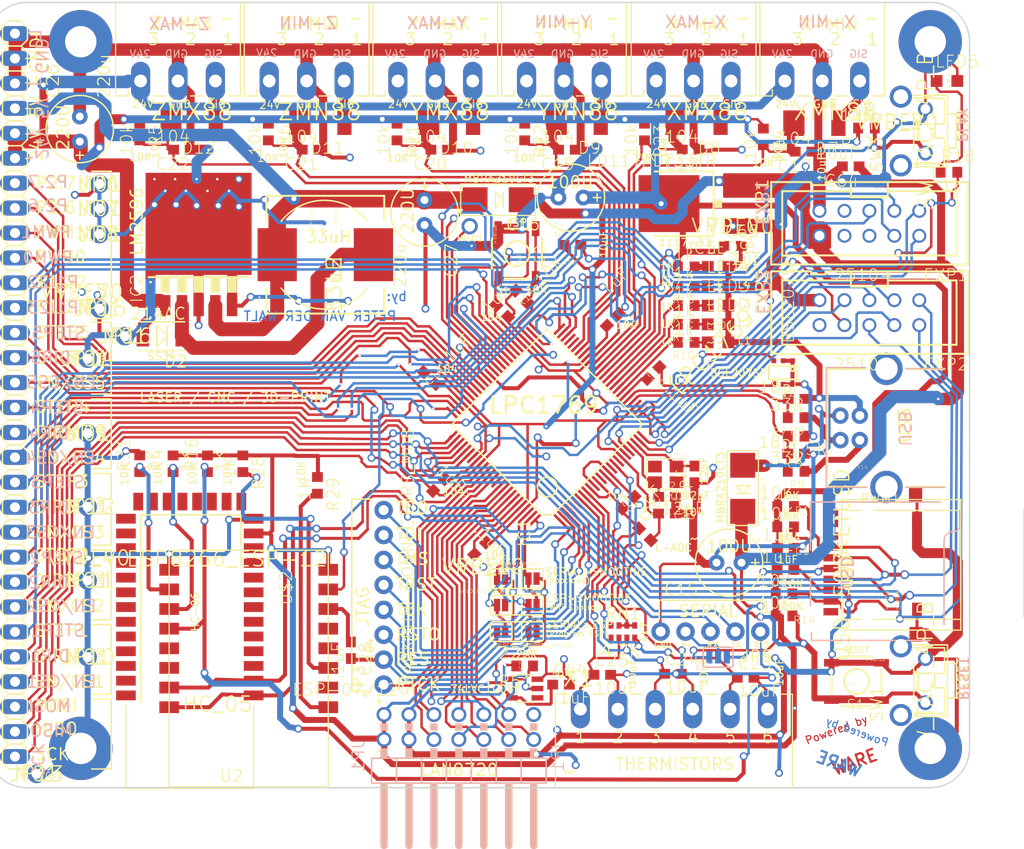
<source format=kicad_pcb>
(kicad_pcb (version 4) (host pcbnew 4.0.3-stable)
  (layers (0 Top signal) (31 Bottom signal) (34 B.Paste user hide) (35 F.Paste user hide) (36 B.SilkS user hide) (37 F.SilkS user hide) (38 B.Mask user hide) (39 F.Mask user hide) (44 Edge.Cuts user hide))
  (net 0 "")
  (net 1 GND)
  (net 2 VUSB)
  (net 3 5V)
  (net 4 4)
  (net 5 5)
  (net 6 /BUZZER-RRD)
  (net 7 /P1_30_CLICK-ON-RRD)
  (net 8 /MOSI1)
  (net 9 /SSEL1)
  (net 10 /SCK1)
  (net 11 "Net-(EXP1-Pad6)")
  (net 12 "Net-(EXP1-Pad7)")
  (net 13 "Net-(EXP1-Pad8)")
  (net 14 /SD_MISO)
  (net 15 /SD_SCK)
  (net 16 /SD_WP-ENC-B-ON-RRD)
  (net 17 /SD-CS-ON-RRD)
  (net 18 /SD_IRQ-ENC-A-ON-RRD)
  (net 19 /SD_MOSI)
  (net 20 /SD-CD-ON-RRD)
  (net 21 /SD_CD/KILL-ON-RRD)
  (net 22 "Net-(EXP2-Pad10)")
  (net 23 /STP1)
  (net 24 /STP2)
  (net 25 /STP3)
  (net 26 /STP4)
  (net 27 /PWM0_PSU_OUT)
  (net 28 /PWM1_BED_HEATER)
  (net 29 /P2.6_FAN_FET)
  (net 30 /P2.7_HOTEND_FET)
  (net 31 /STP5)
  (net 32 /P2.9)
  (net 33 /MISO1)
  (net 34 /EN3)
  (net 35 /DIR3)
  (net 36 /EN4)
  (net 37 /DIR4)
  (net 38 /ISP_BOOT)
  (net 39 /PLAY)
  (net 40 /JTAG-TDO)
  (net 41 /JTAG-TDI)
  (net 42 /JTAG-TMS)
  (net 43 /JTAG-TRST)
  (net 44 /JTAG-TCK)
  (net 45 /TH4)
  (net 46 /TH3)
  (net 47 /TH2_BED)
  (net 48 /TH1_HOTEND)
  (net 49 /AVCC)
  (net 50 "Net-(IC1-Pad13)")
  (net 51 /RSTOUT)
  (net 52 "Net-(IC1-Pad16)")
  (net 53 /RESET)
  (net 54 "Net-(IC1-Pad18)")
  (net 55 /N$1)
  (net 56 /N$2)
  (net 57 /USB_D+)
  (net 58 /USB_D-)
  (net 59 /LED1)
  (net 60 /LED2)
  (net 61 /LED3)
  (net 62 /LED4)
  (net 63 /P1_22-3RD-SMALL-FET)
  (net 64 /P1_23-3RD-LARGE-FET)
  (net 65 /X_MIN)
  (net 66 /X_MAX)
  (net 67 /Y_MIN)
  (net 68 /Y_MAX)
  (net 69 /Z_MIN)
  (net 70 /Z_MAX)
  (net 71 /POT_SDA)
  (net 72 /POT_SCL)
  (net 73 /EN2)
  (net 74 /DIR2)
  (net 75 /DIR5)
  (net 76 /SD_CS)
  (net 77 /DIR1)
  (net 78 /EN1)
  (net 79 /PLAY_LED)
  (net 80 /EN5)
  (net 81 /ENET_MDIO)
  (net 82 /ENET_MDC)
  (net 83 /ENET_REF_CLK)
  (net 84 /ENET_RX_ER)
  (net 85 /ENET_RXD1)
  (net 86 /ENET_RXD0)
  (net 87 /ENET_CRS)
  (net 88 /ENET_TX_EN)
  (net 89 /ENET_TXD1)
  (net 90 /ENET_TXD0)
  (net 91 /TX_0)
  (net 92 /RX_0)
  (net 93 /JTAG-RTCK)
  (net 94 /24V)
  (net 95 /N$9)
  (net 96 "Net-(IC7-Pad1)")
  (net 97 /N$77)
  (net 98 /N$78)
  (net 99 /N$51)
  (net 100 "Net-(SW1-Pad3)")
  (net 101 "Net-(SW1-Pad4)")
  (net 102 "Net-(SW3-Pad3)")
  (net 103 "Net-(SW3-Pad4)")
  (net 104 /12)
  (net 105 /14)
  (net 106 /16)
  (net 107 /N$18)
  (net 108 /ADC)
  (net 109 /RESET1)
  (net 110 /15)
  (net 111 /2)
  (net 112 /RTS)
  (net 113 /ESPRX)
  (net 114 /ESPTX)
  (net 115 "Net-(U2-Pad3)")
  (net 116 "Net-(U2-Pad4)")
  (net 117 "Net-(U2-Pad5)")
  (net 118 "Net-(U2-Pad6)")
  (net 119 "Net-(U2-Pad7)")
  (net 120 "Net-(U2-Pad8)")
  (net 121 "Net-(U2-Pad9)")
  (net 122 "Net-(U2-Pad10)")
  (net 123 "Net-(U2-Pad11)")
  (net 124 "Net-(U2-Pad22)")
  (net 125 "Net-(U2-Pad23)")
  (net 126 "Net-(U2-Pad24)")
  (net 127 "Net-(U2-Pad25)")
  (net 128 "Net-(U2-Pad26)")
  (net 129 "Net-(U2-Pad27)")
  (net 130 "Net-(U2-Pad28)")
  (net 131 "Net-(U2-Pad29)")
  (net 132 "Net-(U2-Pad30)")
  (net 133 "Net-(U2-Pad31)")
  (net 134 "Net-(U2-Pad32)")
  (net 135 "Net-(U2-Pad33)")
  (net 136 "Net-(U2-Pad34)")
  (net 137 "Net-(U2-Pad14)")
  (net 138 "Net-(U2-Pad15)")
  (net 139 "Net-(U2-Pad16)")
  (net 140 "Net-(U2-Pad17)")
  (net 141 "Net-(U2-Pad18)")
  (net 142 "Net-(U2-Pad19)")
  (net 143 "Net-(U2-Pad20)")
  (net 144 "Net-(U2-Pad21)")
  (net 145 /N$6)
  (net 146 /N$8)
  (net 147 /N$10)
  (net 148 /N$12)
  (net 149 /N$15)
  (net 150 /N$16)
  (net 151 +3V3)
  (net 152 "Net-(JP1-Pad13)")
  (net 153 /N$61)
  (net 154 /N$62)
  (net 155 /N$87)
  (net 156 /N$86)
  (net 157 /N$85)
  (net 158 /N$84)
  (net 159 /N$3)
  (net 160 /N$80)
  (net 161 "Net-(U3-Pad8)")
  (net 162 "Net-(U3-Pad1)")
  (net 163 5vreg)
  (net 164 /TX_FT)
  (net 165 /RX_FT)
  (net 166 /N$23)
  (module LQFP100 (layer Top) (at 155.5011 108.0036 45)
    (fp_text reference IC1 (at -10.033 7.747 90) (layer F.SilkS) (effects (font (size 1.2065 1.2065) (thickness 0.12065)) (justify left bottom)))
    (fp_text value LPC1769 (at 11.43 7.62 225) (layer F.SilkS) (effects (font (size 1.6891 1.6891) (thickness 0.16891)) (justify left bottom)))
    (pad 75 smd rect (at -6 -7.75 45) (size 0.27 1.5) (layers Top F.Paste F.Mask) (net 23 /STP1))
    (pad 74 smd rect (at -5.5 -7.75 45) (size 0.27 1.5) (layers Top F.Paste F.Mask) (net 24 /STP2))
    (pad 73 smd rect (at -5 -7.75 45) (size 0.27 1.5) (layers Top F.Paste F.Mask) (net 25 /STP3))
    (pad 72 smd rect (at -4.5 -7.75 45) (size 0.27 1.5) (layers Top F.Paste F.Mask) (net 1 GND))
    (pad 71 smd rect (at -4 -7.75 45) (size 0.27 1.5) (layers Top F.Paste F.Mask) (net 151 +3V3))
    (pad 70 smd rect (at -3.5 -7.75 45) (size 0.27 1.5) (layers Top F.Paste F.Mask) (net 26 /STP4))
    (pad 69 smd rect (at -3 -7.75 45) (size 0.27 1.5) (layers Top F.Paste F.Mask) (net 27 /PWM0_PSU_OUT))
    (pad 68 smd rect (at -2.5 -7.75 45) (size 0.27 1.5) (layers Top F.Paste F.Mask) (net 28 /PWM1_BED_HEATER))
    (pad 67 smd rect (at -2 -7.75 45) (size 0.27 1.5) (layers Top F.Paste F.Mask) (net 29 /P2.6_FAN_FET))
    (pad 66 smd rect (at -1.5 -7.75 45) (size 0.27 1.5) (layers Top F.Paste F.Mask) (net 30 /P2.7_HOTEND_FET))
    (pad 65 smd rect (at -1 -7.75 45) (size 0.27 1.5) (layers Top F.Paste F.Mask) (net 31 /STP5))
    (pad 64 smd rect (at -0.5 -7.75 45) (size 0.27 1.5) (layers Top F.Paste F.Mask) (net 32 /P2.9))
    (pad 63 smd rect (at 0 -7.75 45) (size 0.27 1.5) (layers Top F.Paste F.Mask) (net 9 /SSEL1))
    (pad 62 smd rect (at 0.5 -7.75 45) (size 0.27 1.5) (layers Top F.Paste F.Mask) (net 10 /SCK1))
    (pad 61 smd rect (at 1 -7.75 45) (size 0.27 1.5) (layers Top F.Paste F.Mask) (net 33 /MISO1))
    (pad 60 smd rect (at 1.5 -7.75 45) (size 0.27 1.5) (layers Top F.Paste F.Mask) (net 8 /MOSI1))
    (pad 59 smd rect (at 2 -7.75 45) (size 0.27 1.5) (layers Top F.Paste F.Mask) (net 34 /EN3))
    (pad 58 smd rect (at 2.5 -7.75 45) (size 0.27 1.5) (layers Top F.Paste F.Mask) (net 35 /DIR3))
    (pad 57 smd rect (at 3 -7.75 45) (size 0.27 1.5) (layers Top F.Paste F.Mask) (net 36 /EN4))
    (pad 56 smd rect (at 3.5 -7.75 45) (size 0.27 1.5) (layers Top F.Paste F.Mask) (net 37 /DIR4))
    (pad 55 smd rect (at 4 -7.75 45) (size 0.27 1.5) (layers Top F.Paste F.Mask) (net 1 GND))
    (pad 54 smd rect (at 4.5 -7.75 45) (size 0.27 1.5) (layers Top F.Paste F.Mask) (net 151 +3V3))
    (pad 53 smd rect (at 5 -7.75 45) (size 0.27 1.5) (layers Top F.Paste F.Mask) (net 38 /ISP_BOOT))
    (pad 52 smd rect (at 5.5 -7.75 45) (size 0.27 1.5) (layers Top F.Paste F.Mask) (net 21 /SD_CD/KILL-ON-RRD))
    (pad 51 smd rect (at 6 -7.75 45) (size 0.27 1.5) (layers Top F.Paste F.Mask) (net 39 /PLAY))
    (pad 1 smd rect (at -6 7.75 45) (size 0.27 1.5) (layers Top F.Paste F.Mask) (net 40 /JTAG-TDO))
    (pad 2 smd rect (at -5.5 7.75 45) (size 0.27 1.5) (layers Top F.Paste F.Mask) (net 41 /JTAG-TDI))
    (pad 3 smd rect (at -5 7.75 45) (size 0.27 1.5) (layers Top F.Paste F.Mask) (net 42 /JTAG-TMS))
    (pad 4 smd rect (at -4.5 7.75 45) (size 0.27 1.5) (layers Top F.Paste F.Mask) (net 43 /JTAG-TRST))
    (pad 5 smd rect (at -4 7.75 45) (size 0.27 1.5) (layers Top F.Paste F.Mask) (net 44 /JTAG-TCK))
    (pad 6 smd rect (at -3.5 7.75 45) (size 0.27 1.5) (layers Top F.Paste F.Mask) (net 45 /TH4))
    (pad 7 smd rect (at -3 7.75 45) (size 0.27 1.5) (layers Top F.Paste F.Mask) (net 46 /TH3))
    (pad 8 smd rect (at -2.5 7.75 45) (size 0.27 1.5) (layers Top F.Paste F.Mask) (net 47 /TH2_BED))
    (pad 9 smd rect (at -2 7.75 45) (size 0.27 1.5) (layers Top F.Paste F.Mask) (net 48 /TH1_HOTEND))
    (pad 10 smd rect (at -1.5 7.75 45) (size 0.27 1.5) (layers Top F.Paste F.Mask) (net 49 /AVCC))
    (pad 11 smd rect (at -1 7.75 45) (size 0.27 1.5) (layers Top F.Paste F.Mask) (net 1 GND))
    (pad 12 smd rect (at -0.5 7.75 45) (size 0.27 1.5) (layers Top F.Paste F.Mask) (net 49 /AVCC))
    (pad 13 smd rect (at 0 7.75 45) (size 0.27 1.5) (layers Top F.Paste F.Mask) (net 50 "Net-(IC1-Pad13)"))
    (pad 14 smd rect (at 0.5 7.75 45) (size 0.27 1.5) (layers Top F.Paste F.Mask) (net 51 /RSTOUT))
    (pad 15 smd rect (at 1 7.75 45) (size 0.27 1.5) (layers Top F.Paste F.Mask) (net 1 GND))
    (pad 16 smd rect (at 1.5 7.75 45) (size 0.27 1.5) (layers Top F.Paste F.Mask) (net 52 "Net-(IC1-Pad16)"))
    (pad 17 smd rect (at 2 7.75 45) (size 0.27 1.5) (layers Top F.Paste F.Mask) (net 53 /RESET))
    (pad 18 smd rect (at 2.5 7.75 45) (size 0.27 1.5) (layers Top F.Paste F.Mask) (net 54 "Net-(IC1-Pad18)"))
    (pad 19 smd rect (at 3 7.75 45) (size 0.27 1.5) (layers Top F.Paste F.Mask) (net 151 +3V3))
    (pad 20 smd rect (at 3.5 7.75 45) (size 0.27 1.5) (layers Top F.Paste F.Mask) (net 6 /BUZZER-RRD))
    (pad 21 smd rect (at 4 7.75 45) (size 0.27 1.5) (layers Top F.Paste F.Mask) (net 7 /P1_30_CLICK-ON-RRD))
    (pad 22 smd rect (at 4.5 7.75 45) (size 0.27 1.5) (layers Top F.Paste F.Mask) (net 55 /N$1))
    (pad 23 smd rect (at 5 7.75 45) (size 0.27 1.5) (layers Top F.Paste F.Mask) (net 56 /N$2))
    (pad 24 smd rect (at 5.5 7.75 45) (size 0.27 1.5) (layers Top F.Paste F.Mask) (net 17 /SD-CS-ON-RRD))
    (pad 25 smd rect (at 6 7.75 45) (size 0.27 1.5) (layers Top F.Paste F.Mask) (net 20 /SD-CD-ON-RRD))
    (pad 26 smd rect (at 7.75 6 45) (size 1.5 0.27) (layers Top F.Paste F.Mask) (net 16 /SD_WP-ENC-B-ON-RRD))
    (pad 27 smd rect (at 7.75 5.5 45) (size 1.5 0.27) (layers Top F.Paste F.Mask) (net 18 /SD_IRQ-ENC-A-ON-RRD))
    (pad 28 smd rect (at 7.75 5 45) (size 1.5 0.27) (layers Top F.Paste F.Mask) (net 151 +3V3))
    (pad 29 smd rect (at 7.75 4.5 45) (size 1.5 0.27) (layers Top F.Paste F.Mask) (net 57 /USB_D+))
    (pad 30 smd rect (at 7.75 4 45) (size 1.5 0.27) (layers Top F.Paste F.Mask) (net 58 /USB_D-))
    (pad 31 smd rect (at 7.75 3.5 45) (size 1.5 0.27) (layers Top F.Paste F.Mask) (net 1 GND))
    (pad 32 smd rect (at 7.75 3 45) (size 1.5 0.27) (layers Top F.Paste F.Mask) (net 59 /LED1))
    (pad 33 smd rect (at 7.75 2.5 45) (size 1.5 0.27) (layers Top F.Paste F.Mask) (net 60 /LED2))
    (pad 34 smd rect (at 7.75 2 45) (size 1.5 0.27) (layers Top F.Paste F.Mask) (net 61 /LED3))
    (pad 35 smd rect (at 7.75 1.5 45) (size 1.5 0.27) (layers Top F.Paste F.Mask) (net 62 /LED4))
    (pad 36 smd rect (at 7.75 1 45) (size 1.5 0.27) (layers Top F.Paste F.Mask) (net 63 /P1_22-3RD-SMALL-FET))
    (pad 37 smd rect (at 7.75 0.5 45) (size 1.5 0.27) (layers Top F.Paste F.Mask) (net 64 /P1_23-3RD-LARGE-FET))
    (pad 38 smd rect (at 7.75 0 45) (size 1.5 0.27) (layers Top F.Paste F.Mask) (net 65 /X_MIN))
    (pad 39 smd rect (at 7.75 -0.5 45) (size 1.5 0.27) (layers Top F.Paste F.Mask) (net 66 /X_MAX))
    (pad 40 smd rect (at 7.75 -1 45) (size 1.5 0.27) (layers Top F.Paste F.Mask) (net 67 /Y_MIN))
    (pad 41 smd rect (at 7.75 -1.5 45) (size 1.5 0.27) (layers Top F.Paste F.Mask) (net 1 GND))
    (pad 42 smd rect (at 7.75 -2 45) (size 1.5 0.27) (layers Top F.Paste F.Mask) (net 151 +3V3))
    (pad 43 smd rect (at 7.75 -2.5 45) (size 1.5 0.27) (layers Top F.Paste F.Mask) (net 68 /Y_MAX))
    (pad 44 smd rect (at 7.75 -3 45) (size 1.5 0.27) (layers Top F.Paste F.Mask) (net 69 /Z_MIN))
    (pad 45 smd rect (at 7.75 -3.5 45) (size 1.5 0.27) (layers Top F.Paste F.Mask) (net 70 /Z_MAX))
    (pad 46 smd rect (at 7.75 -4 45) (size 1.5 0.27) (layers Top F.Paste F.Mask) (net 71 /POT_SDA))
    (pad 47 smd rect (at 7.75 -4.5 45) (size 1.5 0.27) (layers Top F.Paste F.Mask) (net 72 /POT_SCL))
    (pad 48 smd rect (at 7.75 -5 45) (size 1.5 0.27) (layers Top F.Paste F.Mask) (net 73 /EN2))
    (pad 49 smd rect (at 7.75 -5.5 45) (size 1.5 0.27) (layers Top F.Paste F.Mask) (net 74 /DIR2))
    (pad 50 smd rect (at 7.75 -6 45) (size 1.5 0.27) (layers Top F.Paste F.Mask) (net 75 /DIR5))
    (pad 76 smd rect (at -7.75 -6 45) (size 1.5 0.27) (layers Top F.Paste F.Mask) (net 19 /SD_MOSI))
    (pad 77 smd rect (at -7.75 -5.5 45) (size 1.5 0.27) (layers Top F.Paste F.Mask) (net 14 /SD_MISO))
    (pad 78 smd rect (at -7.75 -5 45) (size 1.5 0.27) (layers Top F.Paste F.Mask) (net 15 /SD_SCK))
    (pad 79 smd rect (at -7.75 -4.5 45) (size 1.5 0.27) (layers Top F.Paste F.Mask) (net 76 /SD_CS))
    (pad 80 smd rect (at -7.75 -4 45) (size 1.5 0.27) (layers Top F.Paste F.Mask) (net 77 /DIR1))
    (pad 81 smd rect (at -7.75 -3.5 45) (size 1.5 0.27) (layers Top F.Paste F.Mask) (net 78 /EN1))
    (pad 82 smd rect (at -7.75 -3 45) (size 1.5 0.27) (layers Top F.Paste F.Mask) (net 79 /PLAY_LED))
    (pad 83 smd rect (at -7.75 -2.5 45) (size 1.5 0.27) (layers Top F.Paste F.Mask) (net 1 GND))
    (pad 84 smd rect (at -7.75 -2 45) (size 1.5 0.27) (layers Top F.Paste F.Mask) (net 151 +3V3))
    (pad 85 smd rect (at -7.75 -1.5 45) (size 1.5 0.27) (layers Top F.Paste F.Mask) (net 80 /EN5))
    (pad 86 smd rect (at -7.75 -1 45) (size 1.5 0.27) (layers Top F.Paste F.Mask) (net 81 /ENET_MDIO))
    (pad 87 smd rect (at -7.75 -0.5 45) (size 1.5 0.27) (layers Top F.Paste F.Mask) (net 82 /ENET_MDC))
    (pad 88 smd rect (at -7.75 0 45) (size 1.5 0.27) (layers Top F.Paste F.Mask) (net 83 /ENET_REF_CLK))
    (pad 89 smd rect (at -7.75 0.5 45) (size 1.5 0.27) (layers Top F.Paste F.Mask) (net 84 /ENET_RX_ER))
    (pad 90 smd rect (at -7.75 1 45) (size 1.5 0.27) (layers Top F.Paste F.Mask) (net 85 /ENET_RXD1))
    (pad 91 smd rect (at -7.75 1.5 45) (size 1.5 0.27) (layers Top F.Paste F.Mask) (net 86 /ENET_RXD0))
    (pad 92 smd rect (at -7.75 2 45) (size 1.5 0.27) (layers Top F.Paste F.Mask) (net 87 /ENET_CRS))
    (pad 93 smd rect (at -7.75 2.5 45) (size 1.5 0.27) (layers Top F.Paste F.Mask) (net 88 /ENET_TX_EN))
    (pad 94 smd rect (at -7.75 3 45) (size 1.5 0.27) (layers Top F.Paste F.Mask) (net 89 /ENET_TXD1))
    (pad 95 smd rect (at -7.75 3.5 45) (size 1.5 0.27) (layers Top F.Paste F.Mask) (net 90 /ENET_TXD0))
    (pad 96 smd rect (at -7.75 4 45) (size 1.5 0.27) (layers Top F.Paste F.Mask) (net 151 +3V3))
    (pad 97 smd rect (at -7.75 4.5 45) (size 1.5 0.27) (layers Top F.Paste F.Mask) (net 1 GND))
    (pad 98 smd rect (at -7.75 5 45) (size 1.5 0.27) (layers Top F.Paste F.Mask) (net 91 /TX_0))
    (pad 99 smd rect (at -7.75 5.5 45) (size 1.5 0.27) (layers Top F.Paste F.Mask) (net 92 /RX_0))
    (pad 100 smd rect (at -7.75 6 45) (size 1.5 0.27) (layers Top F.Paste F.Mask) (net 93 /JTAG-RTCK))
  )
  (module CRYSTAL_3.2X2.5 (layer Top) (at 167.5661 113.0836 180)
    (fp_text reference Q2 (at -2.032 -1.778 360) (layer F.SilkS) (effects (font (size 0.77216 0.77216) (thickness 0.061772)) (justify right top)))
    (fp_text value 12MHz (at -2.032 2.286 360) (layer F.SilkS) (effects (font (size 0.38608 0.38608) (thickness 0.030886)) (justify right top)))
    (pad GND1 smd rect (at -1.1 -0.8 180) (size 1.4 1.2) (layers Top F.Paste F.Mask))
    (pad 2 smd rect (at 1.1 -0.8 180) (size 1.4 1.2) (layers Top F.Paste F.Mask) (net 55 /N$1))
    (pad 1 smd rect (at -1.1 0.8 180) (size 1.4 1.2) (layers Top F.Paste F.Mask) (net 56 /N$2))
    (pad GND2 smd rect (at 1.1 0.8 180) (size 1.4 1.2) (layers Top F.Paste F.Mask))
  )
  (module C0603 (layer Top) (at 167.6931 115.3696)
    (fp_text reference C2 (at -0.635 -0.635) (layer F.SilkS) (effects (font (size 0.77216 0.77216) (thickness 0.061772)) (justify left bottom)))
    (fp_text value 12pF (at -0.635 1.905) (layer F.SilkS) (effects (font (size 1.2065 1.2065) (thickness 0.09652)) (justify left bottom)))
    (pad 1 smd rect (at -0.85 0) (size 1.1 1) (layers Top F.Paste F.Mask) (net 55 /N$1))
    (pad 2 smd rect (at 0.85 0) (size 1.1 1) (layers Top F.Paste F.Mask) (net 1 GND))
  )
  (module C0603 (layer Top) (at 170.4871 113.0836 270)
    (fp_text reference C3 (at -0.635 -0.635 450) (layer F.SilkS) (effects (font (size 0.77216 0.77216) (thickness 0.061772)) (justify right top)))
    (fp_text value 12pF (at -0.635 1.905 450) (layer F.SilkS) (effects (font (size 1.2065 1.2065) (thickness 0.09652)) (justify right top)))
    (pad 1 smd rect (at -0.85 0 270) (size 1.1 1) (layers Top F.Paste F.Mask) (net 56 /N$2))
    (pad 2 smd rect (at 0.85 0 270) (size 1.1 1) (layers Top F.Paste F.Mask) (net 1 GND))
  )
  (module C0603 (layer Top) (at 150.9086 96.4321 315)
    (fp_text reference C8 (at -0.635 -0.635 585) (layer F.SilkS) (effects (font (size 0.77216 0.77216) (thickness 0.061772)) (justify left bottom)))
    (fp_text value .1uF (at -0.635 1.905 405) (layer F.SilkS) (effects (font (size 1.2065 1.2065) (thickness 0.09652)) (justify left bottom)))
    (pad 1 smd rect (at -0.85 0 315) (size 1.1 1) (layers Top F.Paste F.Mask) (net 1 GND))
    (pad 2 smd rect (at 0.85 0 315) (size 1.1 1) (layers Top F.Paste F.Mask) (net 151 +3V3))
  )
  (module C0603 (layer Top) (at 162.1686 97.3356 225)
    (fp_text reference C9 (at -0.635 -0.635 315) (layer F.SilkS) (effects (font (size 0.77216 0.77216) (thickness 0.061772)) (justify left bottom)))
    (fp_text value .1uF (at -0.635 1.905 405) (layer F.SilkS) (effects (font (size 1.2065 1.2065) (thickness 0.09652)) (justify left bottom)))
    (pad 1 smd rect (at -0.85 0 225) (size 1.1 1) (layers Top F.Paste F.Mask) (net 1 GND))
    (pad 2 smd rect (at 0.85 0 225) (size 1.1 1) (layers Top F.Paste F.Mask) (net 151 +3V3))
  )
  (module C0603 (layer Top) (at 166.3131 102.7566 45)
    (fp_text reference C10 (at -0.635 -0.635 135) (layer F.SilkS) (effects (font (size 0.77216 0.77216) (thickness 0.061772)) (justify left bottom)))
    (fp_text value .1uF (at -0.635 1.905 135) (layer F.SilkS) (effects (font (size 1.2065 1.2065) (thickness 0.09652)) (justify left bottom)))
    (pad 1 smd rect (at -0.85 0 45) (size 1.1 1) (layers Top F.Paste F.Mask) (net 1 GND))
    (pad 2 smd rect (at 0.85 0 45) (size 1.1 1) (layers Top F.Paste F.Mask) (net 151 +3V3))
  )
  (module C0603 (layer Top) (at 148.6731 120.6276 225)
    (fp_text reference C11 (at -0.635 -0.635 315) (layer F.SilkS) (effects (font (size 0.77216 0.77216) (thickness 0.061772)) (justify left bottom)))
    (fp_text value .1uF (at -0.635 1.905 315) (layer F.SilkS) (effects (font (size 1.2065 1.2065) (thickness 0.09652)) (justify left bottom)))
    (pad 1 smd rect (at -0.85 0 225) (size 1.1 1) (layers Top F.Paste F.Mask) (net 1 GND))
    (pad 2 smd rect (at 0.85 0 225) (size 1.1 1) (layers Top F.Paste F.Mask) (net 151 +3V3))
  )
  (module C0603 (layer Top) (at 144.4791 114.1726 225)
    (fp_text reference C12 (at -0.635 -0.635 495) (layer F.SilkS) (effects (font (size 0.77216 0.77216) (thickness 0.061772)) (justify left bottom)))
    (fp_text value .1uF (at -0.635 1.905 495) (layer F.SilkS) (effects (font (size 1.2065 1.2065) (thickness 0.09652)) (justify left bottom)))
    (pad 1 smd rect (at -0.85 0 225) (size 1.1 1) (layers Top F.Paste F.Mask) (net 1 GND))
    (pad 2 smd rect (at 0.85 0 225) (size 1.1 1) (layers Top F.Paste F.Mask) (net 151 +3V3))
  )
  (module C0603 (layer Top) (at 167.6841 117.0736 180)
    (fp_text reference C13 (at -0.635 -0.635 360) (layer F.SilkS) (effects (font (size 0.77216 0.77216) (thickness 0.061772)) (justify left bottom)))
    (fp_text value .1uF (at -0.635 1.905 360) (layer F.SilkS) (effects (font (size 1.2065 1.2065) (thickness 0.09652)) (justify right top)))
    (pad 1 smd rect (at -0.85 0 180) (size 1.1 1) (layers Top F.Paste F.Mask) (net 1 GND))
    (pad 2 smd rect (at 0.85 0 180) (size 1.1 1) (layers Top F.Paste F.Mask) (net 151 +3V3))
  )
  (module C0603 (layer Top) (at 158.0661 89.6906)
    (fp_text reference C7 (at -0.889 -0.762 90) (layer F.SilkS) (effects (font (size 0.77216 0.77216) (thickness 0.061772)) (justify left bottom)))
    (fp_text value 10uF (at -0.889 2.032) (layer F.SilkS) (effects (font (size 0.38608 0.38608) (thickness 0.030886)) (justify left bottom)))
    (pad 1 smd rect (at -0.85 0) (size 1.1 1) (layers Top F.Paste F.Mask) (net 151 +3V3))
    (pad 2 smd rect (at 0.85 0) (size 1.1 1) (layers Top F.Paste F.Mask) (net 1 GND))
  )
  (module 0603 (layer Top) (at 165.4401 119.1906 315)
    (fp_text reference L1 (at -0.889 -0.762 405) (layer F.SilkS) (effects (font (size 0.77216 0.77216) (thickness 0.115824)) (justify left bottom)))
    (fp_text value ~ (at -1.016 1.143 405) (layer F.SilkS) (effects (font (size 0.38608 0.38608) (thickness 0.030886)) (justify left bottom)))
    (pad 1 smd rect (at -0.85 0 315) (size 1.1 1) (layers Top F.Paste F.Mask) (net 49 /AVCC))
    (pad 2 smd rect (at 0.85 0 315) (size 1.1 1) (layers Top F.Paste F.Mask) (net 151 +3V3))
  )
  (module C0603 (layer Top) (at 163.7771 115.9636 45)
    (fp_text reference C6 (at -0.635 -0.635 135) (layer F.SilkS) (effects (font (size 0.77216 0.77216) (thickness 0.061772)) (justify left bottom)))
    (fp_text value .1uF (at -0.635 1.905 225) (layer F.SilkS) (effects (font (size 1.2065 1.2065) (thickness 0.09652)) (justify left bottom)))
    (pad 1 smd rect (at -0.85 0 45) (size 1.1 1) (layers Top F.Paste F.Mask) (net 49 /AVCC))
    (pad 2 smd rect (at 0.85 0 45) (size 1.1 1) (layers Top F.Paste F.Mask) (net 1 GND))
  )
  (module R0603 (layer Top) (at 179.6121 127.4986 180)
    (fp_text reference R14 (at -0.889 -0.889 360) (layer F.SilkS) (effects (font (size 0.77216 0.77216) (thickness 0.061772)) (justify left bottom)))
    (fp_text value 10K (at -0.889 2.032 360) (layer F.SilkS) (effects (font (size 1.2065 1.2065) (thickness 0.09652)) (justify right top)))
    (pad 1 smd rect (at -0.85 0 180) (size 1 1.1) (layers Top F.Paste F.Mask) (net 53 /RESET))
    (pad 2 smd rect (at 0.85 0 180) (size 1 1.1) (layers Top F.Paste F.Mask) (net 151 +3V3))
  )
  (module R0603 (layer Top) (at 180.8416 112.7661 180)
    (fp_text reference R8 (at -0.889 -0.889 360) (layer F.SilkS) (effects (font (size 0.77216 0.77216) (thickness 0.061772)) (justify right top)))
    (fp_text value 33R (at -0.889 2.032 360) (layer F.SilkS) (effects (font (size 1.2065 1.2065) (thickness 0.09652)) (justify right top)))
    (pad 1 smd rect (at -0.85 0 180) (size 1 1.1) (layers Top F.Paste F.Mask) (net 153 /N$61))
    (pad 2 smd rect (at 0.85 0 180) (size 1 1.1) (layers Top F.Paste F.Mask) (net 57 /USB_D+))
  )
  (module R0603 (layer Top) (at 180.8416 107.3036 180)
    (fp_text reference R9 (at -0.889 -0.889 360) (layer F.SilkS) (effects (font (size 0.77216 0.77216) (thickness 0.061772)) (justify right top)))
    (fp_text value 33R (at -0.889 2.032 360) (layer F.SilkS) (effects (font (size 1.2065 1.2065) (thickness 0.09652)) (justify right top)))
    (pad 1 smd rect (at -0.85 0 180) (size 1 1.1) (layers Top F.Paste F.Mask) (net 154 /N$62))
    (pad 2 smd rect (at 0.85 0 180) (size 1 1.1) (layers Top F.Paste F.Mask) (net 58 /USB_D-))
  )
  (module C0603 (layer Top) (at 180.8916 105.3911 180)
    (fp_text reference C4 (at -0.635 -0.635 360) (layer F.SilkS) (effects (font (size 0.77216 0.77216) (thickness 0.061772)) (justify right top)))
    (fp_text value 18pF (at -0.635 1.905 360) (layer F.SilkS) (effects (font (size 1.2065 1.2065) (thickness 0.09652)) (justify right top)))
    (pad 1 smd rect (at -0.85 0 180) (size 1.1 1) (layers Top F.Paste F.Mask) (net 1 GND))
    (pad 2 smd rect (at 0.85 0 180) (size 1.1 1) (layers Top F.Paste F.Mask) (net 58 /USB_D-))
  )
  (module C0603 (layer Top) (at 180.8416 110.9786 180)
    (fp_text reference C5 (at -0.635 -0.635 360) (layer F.SilkS) (effects (font (size 0.77216 0.77216) (thickness 0.061772)) (justify right top)))
    (fp_text value 18pF (at -0.635 1.905 360) (layer F.SilkS) (effects (font (size 1.2065 1.2065) (thickness 0.09652)) (justify right top)))
    (pad 1 smd rect (at -0.85 0 180) (size 1.1 1) (layers Top F.Paste F.Mask) (net 1 GND))
    (pad 2 smd rect (at 0.85 0 180) (size 1.1 1) (layers Top F.Paste F.Mask) (net 57 /USB_D+))
  )
  (module C0603 (layer Top) (at 179.7896 120.5716 180)
    (fp_text reference C1 (at -0.889 -0.762 360) (layer F.SilkS) (effects (font (size 0.77216 0.77216) (thickness 0.061772)) (justify left bottom)))
    (fp_text value .1uF (at -0.889 2.032 360) (layer F.SilkS) (effects (font (size 1.2065 1.2065) (thickness 0.09652)) (justify right top)))
    (pad 1 smd rect (at -0.85 0 180) (size 1.1 1) (layers Top F.Paste F.Mask) (net 1 GND))
    (pad 2 smd rect (at 0.85 0 180) (size 1.1 1) (layers Top F.Paste F.Mask) (net 151 +3V3))
  )
  (module R0603 (layer Top) (at 152.8701 94.9691 135)
    (fp_text reference R15 (at -0.889 -0.889 405) (layer F.SilkS) (effects (font (size 0.77216 0.77216) (thickness 0.061772)) (justify left bottom)))
    (fp_text value 10K (at -0.889 2.032 225) (layer F.SilkS) (effects (font (size 1.2065 1.2065) (thickness 0.09652)) (justify left bottom)))
    (pad 1 smd rect (at -0.85 0 135) (size 1 1.1) (layers Top F.Paste F.Mask) (net 38 /ISP_BOOT))
    (pad 2 smd rect (at 0.85 0 135) (size 1 1.1) (layers Top F.Paste F.Mask) (net 151 +3V3))
  )
  (module TACTILE_SWITCH_SMD (layer Top) (at 186.9866 134.1816 180)
    (fp_text reference S1 (at -0.889 -1.778 360) (layer F.SilkS) (effects (font (size 0.9652 0.9652) (thickness 0.077216)) (justify right top)))
    (fp_text value sw1 (at 0 0 360) (layer F.SilkS) (effects (font (size 0.38608 0.38608) (thickness 0.030886)) (justify right top)))
    (fp_text user >Value (at -0.889 2.032 180) (layer F.SilkS) (effects (font (size 0.38608 0.38608) (thickness 0.032512)) (justify left bottom)))
    (pad 1 smd rect (at -2.54 -1.905 270) (size 0.762 1.524) (layers Top F.Paste F.Mask))
    (pad 2 smd rect (at 2.54 -1.905 270) (size 0.762 1.524) (layers Top F.Paste F.Mask))
    (pad 3 smd rect (at -2.54 1.905 270) (size 0.762 1.524) (layers Top F.Paste F.Mask))
    (pad 4 smd rect (at 2.54 1.905 270) (size 0.762 1.524) (layers Top F.Paste F.Mask))
  )
  (module CHIP-LED0805 (layer Top) (at 172.8926 99.6346 270)
    (fp_text reference LED1 (at -1.27 1.27 360) (layer F.SilkS) (effects (font (size 0.77216 0.77216) (thickness 0.061772)) (justify left bottom)))
    (fp_text value ~ (at 2.54 1.27 360) (layer F.SilkS) (effects (font (size 1.2065 1.2065) (thickness 0.09652)) (justify left bottom)))
    (pad C smd rect (at 0 -1.05 270) (size 1.2 1.2) (layers Top F.Paste F.Mask))
    (pad A smd rect (at 0 1.05 270) (size 1.2 1.2) (layers Top F.Paste F.Mask))
  )
  (module CHIP-LED0805 (layer Top) (at 172.8926 97.7931 270)
    (fp_text reference LED2 (at -1.27 1.27 360) (layer F.SilkS) (effects (font (size 1.2065 1.2065) (thickness 0.1016)) (justify left bottom)))
    (fp_text value ~ (at 2.54 1.27 360) (layer F.SilkS) (effects (font (size 1.2065 1.2065) (thickness 0.09652)) (justify left bottom)))
    (pad C smd rect (at 0 -1.05 270) (size 1.2 1.2) (layers Top F.Paste F.Mask))
    (pad A smd rect (at 0 1.05 270) (size 1.2 1.2) (layers Top F.Paste F.Mask))
  )
  (module CHIP-LED0805 (layer Top) (at 172.8926 95.8881 270)
    (fp_text reference LED3 (at -1.27 1.27 360) (layer F.SilkS) (effects (font (size 1.2065 1.2065) (thickness 0.1016)) (justify left bottom)))
    (fp_text value ~ (at 2.54 1.27 360) (layer F.SilkS) (effects (font (size 1.2065 1.2065) (thickness 0.09652)) (justify left bottom)))
    (pad C smd rect (at 0 -1.05 270) (size 1.2 1.2) (layers Top F.Paste F.Mask))
    (pad A smd rect (at 0 1.05 270) (size 1.2 1.2) (layers Top F.Paste F.Mask))
  )
  (module CHIP-LED0805 (layer Top) (at 172.8926 93.9196 270)
    (fp_text reference LED4 (at -1.27 1.27 360) (layer F.SilkS) (effects (font (size 1.2065 1.2065) (thickness 0.1016)) (justify left bottom)))
    (fp_text value ~ (at 2.54 1.27 360) (layer F.SilkS) (effects (font (size 1.2065 1.2065) (thickness 0.09652)) (justify left bottom)))
    (pad C smd rect (at 0 -1.05 270) (size 1.2 1.2) (layers Top F.Paste F.Mask))
    (pad A smd rect (at 0 1.05 270) (size 1.2 1.2) (layers Top F.Paste F.Mask))
  )
  (module R0603 (layer Top) (at 169.6541 99.6346 180)
    (fp_text reference R10 (at -0.889 -0.889 360) (layer F.SilkS) (effects (font (size 0.77216 0.77216) (thickness 0.061772)) (justify right top)))
    (fp_text value 1k (at -0.889 2.032 360) (layer F.SilkS) (effects (font (size 1.2065 1.2065) (thickness 0.09652)) (justify right top)))
    (pad 1 smd rect (at -0.85 0 180) (size 1 1.1) (layers Top F.Paste F.Mask) (net 155 /N$87))
    (pad 2 smd rect (at 0.85 0 180) (size 1 1.1) (layers Top F.Paste F.Mask) (net 59 /LED1))
  )
  (module R0603 (layer Top) (at 169.6541 97.7931 180)
    (fp_text reference R11 (at -0.889 -0.889 360) (layer F.SilkS) (effects (font (size 0.77216 0.77216) (thickness 0.061772)) (justify right top)))
    (fp_text value 1k (at -0.889 2.032 360) (layer F.SilkS) (effects (font (size 1.2065 1.2065) (thickness 0.09652)) (justify right top)))
    (pad 1 smd rect (at -0.85 0 180) (size 1 1.1) (layers Top F.Paste F.Mask) (net 156 /N$86))
    (pad 2 smd rect (at 0.85 0 180) (size 1 1.1) (layers Top F.Paste F.Mask) (net 60 /LED2))
  )
  (module R0603 (layer Top) (at 169.6541 95.8881 180)
    (fp_text reference R12 (at -0.889 -0.889 360) (layer F.SilkS) (effects (font (size 0.77216 0.77216) (thickness 0.061772)) (justify right top)))
    (fp_text value 1k (at -0.889 2.032 360) (layer F.SilkS) (effects (font (size 1.2065 1.2065) (thickness 0.09652)) (justify right top)))
    (pad 1 smd rect (at -0.85 0 180) (size 1 1.1) (layers Top F.Paste F.Mask) (net 157 /N$85))
    (pad 2 smd rect (at 0.85 0 180) (size 1 1.1) (layers Top F.Paste F.Mask) (net 61 /LED3))
  )
  (module R0603 (layer Top) (at 169.6541 93.9196 180)
    (fp_text reference R13 (at -0.889 -0.889 360) (layer F.SilkS) (effects (font (size 0.77216 0.77216) (thickness 0.061772)) (justify right top)))
    (fp_text value 1k (at -0.889 2.032 360) (layer F.SilkS) (effects (font (size 1.2065 1.2065) (thickness 0.09652)) (justify right top)))
    (pad 1 smd rect (at -0.85 0 180) (size 1 1.1) (layers Top F.Paste F.Mask) (net 158 /N$84))
    (pad 2 smd rect (at 0.85 0 180) (size 1 1.1) (layers Top F.Paste F.Mask) (net 62 /LED4))
  )
  (module R0603 (layer Top) (at 179.7721 118.4306 180)
    (fp_text reference R3 (at -0.889 -0.889 360) (layer F.SilkS) (effects (font (size 0.77216 0.77216) (thickness 0.061772)) (justify right top)))
    (fp_text value 10K (at -0.889 2.032 360) (layer F.SilkS) (effects (font (size 1.2065 1.2065) (thickness 0.09652)) (justify right top)))
    (pad 1 smd rect (at -0.85 0 180) (size 1 1.1) (layers Top F.Paste F.Mask) (net 19 /SD_MOSI))
    (pad 2 smd rect (at 0.85 0 180) (size 1 1.1) (layers Top F.Paste F.Mask) (net 151 +3V3))
  )
  (module R0603 (layer Top) (at 179.6151 125.2546 180)
    (fp_text reference R2 (at -0.889 -0.889 360) (layer F.SilkS) (effects (font (size 0.77216 0.77216) (thickness 0.061772)) (justify right top)))
    (fp_text value 10K (at -0.889 2.032 360) (layer F.SilkS) (effects (font (size 1.2065 1.2065) (thickness 0.09652)) (justify right top)))
    (pad 1 smd rect (at -0.85 0 180) (size 1 1.1) (layers Top F.Paste F.Mask) (net 14 /SD_MISO))
    (pad 2 smd rect (at 0.85 0 180) (size 1 1.1) (layers Top F.Paste F.Mask) (net 151 +3V3))
  )
  (module R0603 (layer Top) (at 179.7721 116.3526 180)
    (fp_text reference R1 (at -0.889 -0.889 360) (layer F.SilkS) (effects (font (size 0.77216 0.77216) (thickness 0.061772)) (justify left bottom)))
    (fp_text value 10K (at -0.889 2.032 360) (layer F.SilkS) (effects (font (size 1.2065 1.2065) (thickness 0.09652)) (justify right top)))
    (pad 1 smd rect (at -0.85 0 180) (size 1 1.1) (layers Top F.Paste F.Mask) (net 76 /SD_CS))
    (pad 2 smd rect (at 0.85 0 180) (size 1 1.1) (layers Top F.Paste F.Mask) (net 151 +3V3))
  )
  (module TACTILE_SWITCH_SMD (layer Top) (at 152.4106 90.5926 270)
    (fp_text reference S2 (at -0.889 -1.778 450) (layer F.SilkS) (effects (font (size 0.9652 0.9652) (thickness 0.077216)) (justify right top)))
    (fp_text value sw2 (at 0 0 450) (layer F.SilkS) (effects (font (size 0.38608 0.38608) (thickness 0.030886)) (justify right top)))
    (fp_text user >Value (at -0.889 2.032 270) (layer F.SilkS) (effects (font (size 0.38608 0.38608) (thickness 0.032512)) (justify left bottom)))
    (pad 1 smd rect (at -2.54 -1.905) (size 0.762 1.524) (layers Top F.Paste F.Mask))
    (pad 2 smd rect (at 2.54 -1.905) (size 0.762 1.524) (layers Top F.Paste F.Mask))
    (pad 3 smd rect (at -2.54 1.905) (size 0.762 1.524) (layers Top F.Paste F.Mask))
    (pad 4 smd rect (at 2.54 1.905) (size 0.762 1.524) (layers Top F.Paste F.Mask))
  )
  (module C0603 (layer Top) (at 143.5136 103.2651 135)
    (fp_text reference C14 (at -0.635 -0.635 405) (layer F.SilkS) (effects (font (size 0.77216 0.77216) (thickness 0.061772)) (justify left bottom)))
    (fp_text value .1uF (at -0.635 1.905 225) (layer F.SilkS) (effects (font (size 1.2065 1.2065) (thickness 0.09652)) (justify left bottom)))
    (pad 1 smd rect (at -0.85 0 135) (size 1.1 1) (layers Top F.Paste F.Mask) (net 1 GND))
    (pad 2 smd rect (at 0.85 0 135) (size 1.1 1) (layers Top F.Paste F.Mask) (net 151 +3V3))
  )
  (module R0603 (layer Top) (at 180.8416 109.1911)
    (fp_text reference R7 (at -0.889 -0.889) (layer F.SilkS) (effects (font (size 0.77216 0.77216) (thickness 0.061772)) (justify right top)))
    (fp_text value 1.5K (at -0.889 2.032) (layer F.SilkS) (effects (font (size 1.2065 1.2065) (thickness 0.09652)) (justify left bottom)))
    (pad 1 smd rect (at -0.85 0) (size 1 1.1) (layers Top F.Paste F.Mask) (net 57 /USB_D+))
    (pad 2 smd rect (at 0.85 0) (size 1 1.1) (layers Top F.Paste F.Mask) (net 99 /N$51))
  )
  (module C0603 (layer Top) (at 179.7561 122.8266 180)
    (fp_text reference C67 (at -0.889 -0.762 360) (layer F.SilkS) (effects (font (size 0.77216 0.77216) (thickness 0.061772)) (justify right top)))
    (fp_text value 1uF (at -0.889 2.032 360) (layer F.SilkS) (effects (font (size 1.2065 1.2065) (thickness 0.09652)) (justify right top)))
    (pad 1 smd rect (at -0.85 0 180) (size 1.1 1) (layers Top F.Paste F.Mask) (net 1 GND))
    (pad 2 smd rect (at 0.85 0 180) (size 1.1 1) (layers Top F.Paste F.Mask) (net 151 +3V3))
  )
  (module SJ_3 (layer Bottom) (at 172.8931 131.7136)
    (fp_text reference SJ1 (at -1.27 1.27) (layer B.SilkS) (effects (font (size 0.38608 0.38608) (thickness 0.032512)) (justify left bottom mirror)))
    (fp_text value 1 (at -1.27 -1.905) (layer B.SilkS) (effects (font (size 0.38608 0.38608) (thickness 0.032512)) (justify left bottom mirror)))
    (pad 1 smd rect (at -0.889 0) (size 0.635 1.27) (layers Bottom B.Paste B.Mask) (net 151 +3V3))
    (pad 2 smd rect (at 0 0) (size 0.635 1.27) (layers Bottom B.Paste B.Mask) (net 166 /N$23))
    (pad 3 smd rect (at 0.889 0) (size 0.635 1.27) (layers Bottom B.Paste B.Mask) (net 3 5V))
  )
  (module SC74_INFINEON (layer Top) (at 179.5191 102.7086 180)
    (fp_text reference Q1 (at -1.2 -1.6 360) (layer F.SilkS) (effects (font (size 0.77216 0.77216) (thickness 0.061772)) (justify right top)))
    (fp_text value BSL207SP (at -1.2 2.9 450) (layer F.SilkS) (effects (font (size 1.2065 1.2065) (thickness 0.09652)) (justify left bottom)))
    (pad 1 smd rect (at -0.95 1.2 180) (size 0.5 0.5) (layers Top F.Paste F.Mask) (net 99 /N$51))
    (pad 2 smd rect (at 0 1.2 180) (size 0.5 0.5) (layers Top F.Paste F.Mask) (net 99 /N$51))
    (pad 3 smd rect (at 0.95 1.2 180) (size 0.5 0.5) (layers Top F.Paste F.Mask) (net 32 /P2.9))
    (pad 4 smd rect (at 0.95 -1.2 180) (size 0.5 0.5) (layers Top F.Paste F.Mask) (net 151 +3V3))
    (pad 5 smd rect (at 0 -1.2 180) (size 0.5 0.5) (layers Top F.Paste F.Mask) (net 99 /N$51))
    (pad 6 smd rect (at -0.95 -1.2 180) (size 0.5 0.5) (layers Top F.Paste F.Mask) (net 99 /N$51))
  )
  (module DPACK (layer Top) (at 170.2781 85.4986 90)
    (fp_text reference IC5 (at -3.81 2.54 180) (layer F.SilkS) (effects (font (size 1.2065 1.2065) (thickness 0.1016)) (justify right top)))
    (fp_text value LD117ADT33TR (at 5.08 2.54 180) (layer F.SilkS) (effects (font (size 1.2065 1.2065) (thickness 0.1016)) (justify right top)))
    (pad 4 smd rect (at 0 -2.38 90) (size 5.8 6.2) (layers Top F.Paste F.Mask) (net 151 +3V3))
    (pad 1 smd rect (at -2.28 4.8 90) (size 1.6 3) (layers Top F.Paste F.Mask) (net 1 GND))
    (pad 3 smd rect (at 2.28 4.8 90) (size 1.6 3) (layers Top F.Paste F.Mask) (net 3 5V))
  )
  (module E2,5-7 (layer Top) (at 174.0061 122.0806 180)
    (fp_text reference C15 (at 3.048 -2.032 180) (layer F.SilkS) (effects (font (size 1.2065 1.2065) (thickness 0.127)) (justify right top)))
    (fp_text value ~ (at 3.048 3.175 180) (layer F.SilkS) (effects (font (size 1.2065 1.2065) (thickness 0.127)) (justify right top)))
    (pad - thru_hole circle (at 1.27 0 180) (size 1.6002 1.6002) (drill 0.8128) (layers *.Cu *.Mask) (net 1 GND))
    (pad + thru_hole circle (at -1.27 0 180) (size 1.6002 1.6002) (drill 0.8128) (layers *.Cu *.Mask) (net 3 5V))
  )
  (module E2,5-7 (layer Top) (at 157.9061 84.8806 180)
    (fp_text reference C16 (at 3.048 -2.032 180) (layer F.SilkS) (effects (font (size 1.2065 1.2065) (thickness 0.127)) (justify right top)))
    (fp_text value ~ (at 3.048 3.175 180) (layer F.SilkS) (effects (font (size 1.2065 1.2065) (thickness 0.127)) (justify right top)))
    (pad - thru_hole circle (at 1.27 0 180) (size 1.6002 1.6002) (drill 0.8128) (layers *.Cu *.Mask) (net 1 GND))
    (pad + thru_hole circle (at -1.27 0 180) (size 1.6002 1.6002) (drill 0.8128) (layers *.Cu *.Mask) (net 151 +3V3))
  )
  (module PAK100%2f2500-10 (layer Top) (at 188.3011 87.5036 180)
    (fp_text reference EXP1 (at -10.16 -4.572 180) (layer F.SilkS) (effects (font (size 1.2065 1.2065) (thickness 0.1016)) (justify right top)))
    (fp_text value 2510- (at -2.54 -4.572 180) (layer F.SilkS) (effects (font (size 1.2065 1.2065) (thickness 0.1016)) (justify right top)))
    (pad 1 thru_hole circle (at -5.08 1.27 180) (size 1.4224 1.4224) (drill 1) (layers *.Cu *.Mask) (net 6 /BUZZER-RRD))
    (pad 2 thru_hole circle (at -5.08 -1.27 180) (size 1.4224 1.4224) (drill 1) (layers *.Cu *.Mask) (net 7 /P1_30_CLICK-ON-RRD))
    (pad 3 thru_hole circle (at -2.54 1.27 180) (size 1.4224 1.4224) (drill 1) (layers *.Cu *.Mask) (net 8 /MOSI1))
    (pad 4 thru_hole circle (at -2.54 -1.27 180) (size 1.4224 1.4224) (drill 1) (layers *.Cu *.Mask) (net 9 /SSEL1))
    (pad 5 thru_hole circle (at 0 1.27 180) (size 1.4224 1.4224) (drill 1) (layers *.Cu *.Mask) (net 10 /SCK1))
    (pad 6 thru_hole circle (at 0 -1.27 180) (size 1.4224 1.4224) (drill 1) (layers *.Cu *.Mask) (net 11 "Net-(EXP1-Pad6)"))
    (pad 7 thru_hole circle (at 2.54 1.27 180) (size 1.4224 1.4224) (drill 1) (layers *.Cu *.Mask) (net 12 "Net-(EXP1-Pad7)"))
    (pad 8 thru_hole circle (at 2.54 -1.27 180) (size 1.4224 1.4224) (drill 1) (layers *.Cu *.Mask) (net 13 "Net-(EXP1-Pad8)"))
    (pad 9 thru_hole circle (at 5.08 1.27 180) (size 1.4224 1.4224) (drill 1) (layers *.Cu *.Mask) (net 1 GND))
    (pad 10 thru_hole circle (at 5.08 -1.27 180) (size 1.4224 1.4224) (drill 1) (layers *.Cu *.Mask) (net 3 5V))
  )
  (module PAK100%2f2500-10 (layer Top) (at 188.3011 96.6036 180)
    (fp_text reference EXP2 (at -10.16 -4.572 180) (layer F.SilkS) (effects (font (size 1.2065 1.2065) (thickness 0.1016)) (justify right top)))
    (fp_text value 2510- (at -2.54 -4.572 180) (layer F.SilkS) (effects (font (size 1.2065 1.2065) (thickness 0.1016)) (justify right top)))
    (pad 1 thru_hole circle (at -5.08 1.27 180) (size 1.4224 1.4224) (drill 1) (layers *.Cu *.Mask) (net 14 /SD_MISO))
    (pad 2 thru_hole circle (at -5.08 -1.27 180) (size 1.4224 1.4224) (drill 1) (layers *.Cu *.Mask) (net 15 /SD_SCK))
    (pad 3 thru_hole circle (at -2.54 1.27 180) (size 1.4224 1.4224) (drill 1) (layers *.Cu *.Mask) (net 16 /SD_WP-ENC-B-ON-RRD))
    (pad 4 thru_hole circle (at -2.54 -1.27 180) (size 1.4224 1.4224) (drill 1) (layers *.Cu *.Mask) (net 17 /SD-CS-ON-RRD))
    (pad 5 thru_hole circle (at 0 1.27 180) (size 1.4224 1.4224) (drill 1) (layers *.Cu *.Mask) (net 18 /SD_IRQ-ENC-A-ON-RRD))
    (pad 6 thru_hole circle (at 0 -1.27 180) (size 1.4224 1.4224) (drill 1) (layers *.Cu *.Mask) (net 19 /SD_MOSI))
    (pad 7 thru_hole circle (at 2.54 1.27 180) (size 1.4224 1.4224) (drill 1) (layers *.Cu *.Mask) (net 20 /SD-CD-ON-RRD))
    (pad 8 thru_hole circle (at 2.54 -1.27 180) (size 1.4224 1.4224) (drill 1) (layers *.Cu *.Mask) (net 21 /SD_CD/KILL-ON-RRD))
    (pad 9 thru_hole circle (at 5.08 1.27 180) (size 1.4224 1.4224) (drill 1) (layers *.Cu *.Mask) (net 1 GND))
    (pad 10 thru_hole circle (at 5.08 -1.27 180) (size 1.4224 1.4224) (drill 1) (layers *.Cu *.Mask) (net 22 "Net-(EXP2-Pad10)"))
  )
  (module SOD87 (layer Top) (at 182.7011 77.3036 180)
    (fp_text reference D7 (at -2.54 -1.905 180) (layer F.SilkS) (effects (font (size 1.2065 1.2065) (thickness 0.1016)) (justify right top)))
    (fp_text value ~ (at -2.54 3.175 180) (layer F.SilkS) (effects (font (size 1.2065 1.2065) (thickness 0.1016)) (justify right top)))
    (pad 1 smd rect (at -2.445 0 180) (size 1.45 2.6) (layers Top F.Paste F.Mask) (net 145 /N$6))
    (pad 2 smd rect (at 2.445 0 180) (size 1.45 2.6) (layers Top F.Paste F.Mask) (net 65 /X_MIN))
  )
  (module SOD87 (layer Top) (at 170.7011 77.2036 180)
    (fp_text reference D8 (at -2.54 -1.905 180) (layer F.SilkS) (effects (font (size 1.2065 1.2065) (thickness 0.1016)) (justify right top)))
    (fp_text value ~ (at -2.54 3.175 180) (layer F.SilkS) (effects (font (size 1.2065 1.2065) (thickness 0.1016)) (justify right top)))
    (pad 1 smd rect (at -2.445 0 180) (size 1.45 2.6) (layers Top F.Paste F.Mask) (net 146 /N$8))
    (pad 2 smd rect (at 2.445 0 180) (size 1.45 2.6) (layers Top F.Paste F.Mask) (net 66 /X_MAX))
  )
  (module SOD87 (layer Top) (at 158.5011 77.2036 180)
    (fp_text reference D9 (at -2.54 -1.905 180) (layer F.SilkS) (effects (font (size 1.2065 1.2065) (thickness 0.1016)) (justify right top)))
    (fp_text value ~ (at -2.54 3.175 180) (layer F.SilkS) (effects (font (size 1.2065 1.2065) (thickness 0.1016)) (justify right top)))
    (pad 1 smd rect (at -2.445 0 180) (size 1.45 2.6) (layers Top F.Paste F.Mask) (net 147 /N$10))
    (pad 2 smd rect (at 2.445 0 180) (size 1.45 2.6) (layers Top F.Paste F.Mask) (net 67 /Y_MIN))
  )
  (module SOD87 (layer Top) (at 145.5011 77.2036 180)
    (fp_text reference D10 (at -2.54 -1.905 180) (layer F.SilkS) (effects (font (size 1.2065 1.2065) (thickness 0.1016)) (justify right top)))
    (fp_text value ~ (at -2.54 3.175 180) (layer F.SilkS) (effects (font (size 1.2065 1.2065) (thickness 0.1016)) (justify right top)))
    (pad 1 smd rect (at -2.445 0 180) (size 1.45 2.6) (layers Top F.Paste F.Mask) (net 148 /N$12))
    (pad 2 smd rect (at 2.445 0 180) (size 1.45 2.6) (layers Top F.Paste F.Mask) (net 68 /Y_MAX))
  )
  (module SOD87 (layer Top) (at 132.4011 77.2036 180)
    (fp_text reference D11 (at -2.54 -1.905 180) (layer F.SilkS) (effects (font (size 1.2065 1.2065) (thickness 0.1016)) (justify right top)))
    (fp_text value ~ (at -2.54 3.175 180) (layer F.SilkS) (effects (font (size 1.2065 1.2065) (thickness 0.1016)) (justify right top)))
    (pad 1 smd rect (at -2.445 0 180) (size 1.45 2.6) (layers Top F.Paste F.Mask) (net 149 /N$15))
    (pad 2 smd rect (at 2.445 0 180) (size 1.45 2.6) (layers Top F.Paste F.Mask) (net 69 /Z_MIN))
  )
  (module SOD87 (layer Top) (at 119.3011 77.2036 180)
    (fp_text reference D12 (at -2.54 -1.905 180) (layer F.SilkS) (effects (font (size 1.2065 1.2065) (thickness 0.1016)) (justify right top)))
    (fp_text value ~ (at -2.54 3.175 180) (layer F.SilkS) (effects (font (size 1.2065 1.2065) (thickness 0.1016)) (justify right top)))
    (pad 1 smd rect (at -2.445 0 180) (size 1.45 2.6) (layers Top F.Paste F.Mask) (net 150 /N$16))
    (pad 2 smd rect (at 2.445 0 180) (size 1.45 2.6) (layers Top F.Paste F.Mask) (net 70 /Z_MAX))
  )
  (module R0603 (layer Top) (at 114.0011 78.2036 270)
    (fp_text reference R5 (at -0.889 -0.889 270) (layer F.SilkS) (effects (font (size 1.2065 1.2065) (thickness 0.1016)) (justify right top)))
    (fp_text value 10k (at -0.889 2.032 270) (layer F.SilkS) (effects (font (size 1.2065 1.2065) (thickness 0.1016)) (justify right top)))
    (pad 1 smd rect (at -0.85 0 270) (size 1 1.1) (layers Top F.Paste F.Mask) (net 151 +3V3))
    (pad 2 smd rect (at 0.85 0 270) (size 1 1.1) (layers Top F.Paste F.Mask) (net 70 /Z_MAX))
  )
  (module R0603 (layer Top) (at 127.1011 78.2036 270)
    (fp_text reference R6 (at -0.889 -0.889 270) (layer F.SilkS) (effects (font (size 1.2065 1.2065) (thickness 0.1016)) (justify right top)))
    (fp_text value 10k (at -0.889 2.032 270) (layer F.SilkS) (effects (font (size 1.2065 1.2065) (thickness 0.1016)) (justify right top)))
    (pad 1 smd rect (at -0.85 0 270) (size 1 1.1) (layers Top F.Paste F.Mask) (net 151 +3V3))
    (pad 2 smd rect (at 0.85 0 270) (size 1 1.1) (layers Top F.Paste F.Mask) (net 69 /Z_MIN))
  )
  (module R0603 (layer Top) (at 140.2011 78.2036 270)
    (fp_text reference R21 (at -0.889 -0.889 270) (layer F.SilkS) (effects (font (size 1.2065 1.2065) (thickness 0.1016)) (justify right top)))
    (fp_text value 10k (at -0.889 2.032 270) (layer F.SilkS) (effects (font (size 1.2065 1.2065) (thickness 0.1016)) (justify right top)))
    (pad 1 smd rect (at -0.85 0 270) (size 1 1.1) (layers Top F.Paste F.Mask) (net 151 +3V3))
    (pad 2 smd rect (at 0.85 0 270) (size 1 1.1) (layers Top F.Paste F.Mask) (net 68 /Y_MAX))
  )
  (module R0603 (layer Top) (at 153.2011 78.2036 270)
    (fp_text reference R22 (at -0.889 -0.889 270) (layer F.SilkS) (effects (font (size 1.2065 1.2065) (thickness 0.1016)) (justify right top)))
    (fp_text value 10k (at -0.889 2.032 270) (layer F.SilkS) (effects (font (size 1.2065 1.2065) (thickness 0.1016)) (justify right top)))
    (pad 1 smd rect (at -0.85 0 270) (size 1 1.1) (layers Top F.Paste F.Mask) (net 151 +3V3))
    (pad 2 smd rect (at 0.85 0 270) (size 1 1.1) (layers Top F.Paste F.Mask) (net 67 /Y_MIN))
  )
  (module R0603 (layer Top) (at 165.4011 78.2036 270)
    (fp_text reference R23 (at -0.889 -0.889 270) (layer F.SilkS) (effects (font (size 1.2065 1.2065) (thickness 0.1016)) (justify right top)))
    (fp_text value 10k (at -0.889 2.032 270) (layer F.SilkS) (effects (font (size 1.2065 1.2065) (thickness 0.1016)) (justify right top)))
    (pad 1 smd rect (at -0.85 0 270) (size 1 1.1) (layers Top F.Paste F.Mask) (net 151 +3V3))
    (pad 2 smd rect (at 0.85 0 270) (size 1 1.1) (layers Top F.Paste F.Mask) (net 66 /X_MAX))
  )
  (module R0603 (layer Top) (at 177.5011 78.7036 270)
    (fp_text reference R24 (at -0.889 -0.889 270) (layer F.SilkS) (effects (font (size 1.2065 1.2065) (thickness 0.1016)) (justify right top)))
    (fp_text value 10k (at -0.889 2.032 270) (layer F.SilkS) (effects (font (size 1.2065 1.2065) (thickness 0.1016)) (justify right top)))
    (pad 1 smd rect (at -0.85 0 270) (size 1 1.1) (layers Top F.Paste F.Mask) (net 151 +3V3))
    (pad 2 smd rect (at 0.85 0 270) (size 1 1.1) (layers Top F.Paste F.Mask) (net 65 /X_MIN))
  )
  (module C0603 (layer Top) (at 181.6011 80.2036 180)
    (fp_text reference C17 (at -0.889 -0.762 180) (layer F.SilkS) (effects (font (size 1.2065 1.2065) (thickness 0.1016)) (justify right top)))
    (fp_text value 104 (at -0.889 2.032 180) (layer F.SilkS) (effects (font (size 1.2065 1.2065) (thickness 0.1016)) (justify right top)))
    (pad 1 smd rect (at -0.85 0 180) (size 1.1 1) (layers Top F.Paste F.Mask) (net 1 GND))
    (pad 2 smd rect (at 0.85 0 180) (size 1.1 1) (layers Top F.Paste F.Mask) (net 65 /X_MIN))
  )
  (module C0603 (layer Top) (at 170.1011 80.0036 180)
    (fp_text reference C18 (at -0.889 -0.762 180) (layer F.SilkS) (effects (font (size 1.2065 1.2065) (thickness 0.1016)) (justify right top)))
    (fp_text value 104 (at -0.889 2.032 180) (layer F.SilkS) (effects (font (size 1.2065 1.2065) (thickness 0.1016)) (justify right top)))
    (pad 1 smd rect (at -0.85 0 180) (size 1.1 1) (layers Top F.Paste F.Mask) (net 1 GND))
    (pad 2 smd rect (at 0.85 0 180) (size 1.1 1) (layers Top F.Paste F.Mask) (net 66 /X_MAX))
  )
  (module C0603 (layer Top) (at 157.5011 80.0036 180)
    (fp_text reference C19 (at -0.889 -0.762 180) (layer F.SilkS) (effects (font (size 1.2065 1.2065) (thickness 0.1016)) (justify right top)))
    (fp_text value 104 (at -0.889 2.032 180) (layer F.SilkS) (effects (font (size 1.2065 1.2065) (thickness 0.1016)) (justify right top)))
    (pad 1 smd rect (at -0.85 0 180) (size 1.1 1) (layers Top F.Paste F.Mask) (net 1 GND))
    (pad 2 smd rect (at 0.85 0 180) (size 1.1 1) (layers Top F.Paste F.Mask) (net 67 /Y_MIN))
  )
  (module C0603 (layer Top) (at 144.5011 80.0036 180)
    (fp_text reference C20 (at -0.889 -0.762 180) (layer F.SilkS) (effects (font (size 1.2065 1.2065) (thickness 0.1016)) (justify right top)))
    (fp_text value 104 (at -0.889 2.032 180) (layer F.SilkS) (effects (font (size 1.2065 1.2065) (thickness 0.1016)) (justify right top)))
    (pad 1 smd rect (at -0.85 0 180) (size 1.1 1) (layers Top F.Paste F.Mask) (net 1 GND))
    (pad 2 smd rect (at 0.85 0 180) (size 1.1 1) (layers Top F.Paste F.Mask) (net 68 /Y_MAX))
  )
  (module C0603 (layer Top) (at 131.4011 80.0036 180)
    (fp_text reference C21 (at -0.889 -0.762 180) (layer F.SilkS) (effects (font (size 1.2065 1.2065) (thickness 0.1016)) (justify right top)))
    (fp_text value 104 (at -0.889 2.032 180) (layer F.SilkS) (effects (font (size 1.2065 1.2065) (thickness 0.1016)) (justify right top)))
    (pad 1 smd rect (at -0.85 0 180) (size 1.1 1) (layers Top F.Paste F.Mask) (net 1 GND))
    (pad 2 smd rect (at 0.85 0 180) (size 1.1 1) (layers Top F.Paste F.Mask) (net 69 /Z_MIN))
  )
  (module C0603 (layer Top) (at 118.3011 80.0036 180)
    (fp_text reference C22 (at -0.889 -0.762 180) (layer F.SilkS) (effects (font (size 1.2065 1.2065) (thickness 0.1016)) (justify right top)))
    (fp_text value 104 (at -0.889 2.032 180) (layer F.SilkS) (effects (font (size 1.2065 1.2065) (thickness 0.1016)) (justify right top)))
    (pad 1 smd rect (at -0.85 0 180) (size 1.1 1) (layers Top F.Paste F.Mask) (net 1 GND))
    (pad 2 smd rect (at 0.85 0 180) (size 1.1 1) (layers Top F.Paste F.Mask) (net 70 /Z_MAX))
  )
  (module MC1.5%2f3-G-3.81 (layer Top) (at 183.5011 65.0036 180)
    (fp_text reference XMN88 (at -5.715 -10.16 180) (layer F.SilkS) (effects (font (size 1.6891 1.6891) (thickness 0.1778)) (justify right top)))
    (fp_text value ~ (at -5.715 -0.635 180) (layer F.SilkS) (effects (font (size 1.6891 1.6891) (thickness 0.1778)) (justify right top)))
    (fp_text user 1 (at -4.445 -4.445 180) (layer F.SilkS) (effects (font (size 1.2065 1.2065) (thickness 0.127)) (justify left bottom)))
    (fp_text user 2 (at -0.635 -4.445 180) (layer F.SilkS) (effects (font (size 1.2065 1.2065) (thickness 0.127)) (justify left bottom)))
    (fp_text user 3 (at 3.175 -4.445 180) (layer F.SilkS) (effects (font (size 1.2065 1.2065) (thickness 0.127)) (justify left bottom)))
    (pad 1 thru_hole oval (at -3.81 -8 270) (size 3.9 1.95) (drill 1.3) (layers *.Cu *.Mask) (net 145 /N$6))
    (pad 2 thru_hole oval (at 0 -8 270) (size 3.9 1.95) (drill 1.3) (layers *.Cu *.Mask) (net 1 GND))
    (pad 3 thru_hole oval (at 3.81 -8 270) (size 3.9 1.95) (drill 1.3) (layers *.Cu *.Mask) (net 94 /24V))
  )
  (module MC1.5%2f3-G-3.81 (layer Top) (at 170.4011 65.0036 180)
    (fp_text reference XMX88 (at -5.715 -10.16 180) (layer F.SilkS) (effects (font (size 1.6891 1.6891) (thickness 0.1778)) (justify right top)))
    (fp_text value ~ (at -5.715 -0.635 180) (layer F.SilkS) (effects (font (size 1.6891 1.6891) (thickness 0.1778)) (justify right top)))
    (fp_text user 1 (at -4.445 -4.445 180) (layer F.SilkS) (effects (font (size 1.2065 1.2065) (thickness 0.127)) (justify left bottom)))
    (fp_text user 2 (at -0.635 -4.445 180) (layer F.SilkS) (effects (font (size 1.2065 1.2065) (thickness 0.127)) (justify left bottom)))
    (fp_text user 3 (at 3.175 -4.445 180) (layer F.SilkS) (effects (font (size 1.2065 1.2065) (thickness 0.127)) (justify left bottom)))
    (pad 1 thru_hole oval (at -3.81 -8 270) (size 3.9 1.95) (drill 1.3) (layers *.Cu *.Mask) (net 146 /N$8))
    (pad 2 thru_hole oval (at 0 -8 270) (size 3.9 1.95) (drill 1.3) (layers *.Cu *.Mask) (net 1 GND))
    (pad 3 thru_hole oval (at 3.81 -8 270) (size 3.9 1.95) (drill 1.3) (layers *.Cu *.Mask) (net 94 /24V))
  )
  (module MC1.5%2f3-G-3.81 (layer Top) (at 157.2011 65.0036 180)
    (fp_text reference YMN88 (at -5.715 -10.16 180) (layer F.SilkS) (effects (font (size 1.6891 1.6891) (thickness 0.1778)) (justify right top)))
    (fp_text value ~ (at -5.715 -0.635 180) (layer F.SilkS) (effects (font (size 1.6891 1.6891) (thickness 0.1778)) (justify right top)))
    (fp_text user 1 (at -4.445 -4.445 180) (layer F.SilkS) (effects (font (size 1.2065 1.2065) (thickness 0.127)) (justify left bottom)))
    (fp_text user 2 (at -0.635 -4.445 180) (layer F.SilkS) (effects (font (size 1.2065 1.2065) (thickness 0.127)) (justify left bottom)))
    (fp_text user 3 (at 3.175 -4.445 180) (layer F.SilkS) (effects (font (size 1.2065 1.2065) (thickness 0.127)) (justify left bottom)))
    (pad 1 thru_hole oval (at -3.81 -8 270) (size 3.9 1.95) (drill 1.3) (layers *.Cu *.Mask) (net 147 /N$10))
    (pad 2 thru_hole oval (at 0 -8 270) (size 3.9 1.95) (drill 1.3) (layers *.Cu *.Mask) (net 1 GND))
    (pad 3 thru_hole oval (at 3.81 -8 270) (size 3.9 1.95) (drill 1.3) (layers *.Cu *.Mask) (net 94 /24V))
  )
  (module MC1.5%2f3-G-3.81 (layer Top) (at 144.1011 65.0036 180)
    (fp_text reference YMX88 (at -5.715 -10.16 180) (layer F.SilkS) (effects (font (size 1.6891 1.6891) (thickness 0.1778)) (justify right top)))
    (fp_text value ~ (at -5.715 -0.635 180) (layer F.SilkS) (effects (font (size 1.6891 1.6891) (thickness 0.1778)) (justify right top)))
    (fp_text user 1 (at -4.445 -4.445 180) (layer F.SilkS) (effects (font (size 1.2065 1.2065) (thickness 0.127)) (justify left bottom)))
    (fp_text user 2 (at -0.635 -4.445 180) (layer F.SilkS) (effects (font (size 1.2065 1.2065) (thickness 0.127)) (justify left bottom)))
    (fp_text user 3 (at 3.175 -4.445 180) (layer F.SilkS) (effects (font (size 1.2065 1.2065) (thickness 0.127)) (justify left bottom)))
    (pad 1 thru_hole oval (at -3.81 -8 270) (size 3.9 1.95) (drill 1.3) (layers *.Cu *.Mask) (net 148 /N$12))
    (pad 2 thru_hole oval (at 0 -8 270) (size 3.9 1.95) (drill 1.3) (layers *.Cu *.Mask) (net 1 GND))
    (pad 3 thru_hole oval (at 3.81 -8 270) (size 3.9 1.95) (drill 1.3) (layers *.Cu *.Mask) (net 94 /24V))
  )
  (module MC1.5%2f3-G-3.81 (layer Top) (at 131.0011 65.0036 180)
    (fp_text reference ZMN88 (at -5.715 -10.16 180) (layer F.SilkS) (effects (font (size 1.6891 1.6891) (thickness 0.1778)) (justify right top)))
    (fp_text value ~ (at -5.715 -0.635 180) (layer F.SilkS) (effects (font (size 1.6891 1.6891) (thickness 0.1778)) (justify right top)))
    (fp_text user 1 (at -4.445 -4.445 180) (layer F.SilkS) (effects (font (size 1.2065 1.2065) (thickness 0.127)) (justify left bottom)))
    (fp_text user 2 (at -0.635 -4.445 180) (layer F.SilkS) (effects (font (size 1.2065 1.2065) (thickness 0.127)) (justify left bottom)))
    (fp_text user 3 (at 3.175 -4.445 180) (layer F.SilkS) (effects (font (size 1.2065 1.2065) (thickness 0.127)) (justify left bottom)))
    (pad 1 thru_hole oval (at -3.81 -8 270) (size 3.9 1.95) (drill 1.3) (layers *.Cu *.Mask) (net 149 /N$15))
    (pad 2 thru_hole oval (at 0 -8 270) (size 3.9 1.95) (drill 1.3) (layers *.Cu *.Mask) (net 1 GND))
    (pad 3 thru_hole oval (at 3.81 -8 270) (size 3.9 1.95) (drill 1.3) (layers *.Cu *.Mask) (net 94 /24V))
  )
  (module MC1.5%2f3-G-3.81 (layer Top) (at 117.9011 65.0036 180)
    (fp_text reference ZMX88 (at -5.715 -10.16 180) (layer F.SilkS) (effects (font (size 1.6891 1.6891) (thickness 0.1778)) (justify right top)))
    (fp_text value ~ (at -5.715 -0.635 180) (layer F.SilkS) (effects (font (size 1.6891 1.6891) (thickness 0.1778)) (justify right top)))
    (fp_text user 1 (at -4.445 -4.445 180) (layer F.SilkS) (effects (font (size 1.2065 1.2065) (thickness 0.127)) (justify left bottom)))
    (fp_text user 2 (at -0.635 -4.445 180) (layer F.SilkS) (effects (font (size 1.2065 1.2065) (thickness 0.127)) (justify left bottom)))
    (fp_text user 3 (at 3.175 -4.445 180) (layer F.SilkS) (effects (font (size 1.2065 1.2065) (thickness 0.127)) (justify left bottom)))
    (pad 1 thru_hole oval (at -3.81 -8 270) (size 3.9 1.95) (drill 1.3) (layers *.Cu *.Mask) (net 150 /N$16))
    (pad 2 thru_hole oval (at 0 -8 270) (size 3.9 1.95) (drill 1.3) (layers *.Cu *.Mask) (net 1 GND))
    (pad 3 thru_hole oval (at 3.81 -8 270) (size 3.9 1.95) (drill 1.3) (layers *.Cu *.Mask) (net 94 /24V))
  )
  (module C0603 (layer Top) (at 174.4011 89.8036)
    (fp_text reference C65 (at -0.889 -0.762) (layer F.SilkS) (effects (font (size 1.2065 1.2065) (thickness 0.1016)) (justify left bottom)))
    (fp_text value .1uF (at -0.889 2.032) (layer F.SilkS) (effects (font (size 1.2065 1.2065) (thickness 0.1016)) (justify left bottom)))
    (pad 1 smd rect (at -0.85 0) (size 1.1 1) (layers Top F.Paste F.Mask) (net 151 +3V3))
    (pad 2 smd rect (at 0.85 0) (size 1.1 1) (layers Top F.Paste F.Mask) (net 1 GND))
  )
  (module C0603 (layer Top) (at 186.4011 81.7036 180)
    (fp_text reference C64 (at -0.889 -0.762 180) (layer F.SilkS) (effects (font (size 1.2065 1.2065) (thickness 0.1016)) (justify right top)))
    (fp_text value 10uF (at -0.889 2.032 180) (layer F.SilkS) (effects (font (size 1.2065 1.2065) (thickness 0.1016)) (justify right top)))
    (pad 1 smd rect (at -0.85 0 180) (size 1.1 1) (layers Top F.Paste F.Mask) (net 3 5V))
    (pad 2 smd rect (at 0.85 0 180) (size 1.1 1) (layers Top F.Paste F.Mask) (net 1 GND))
  )
  (module CHIP-LED0805 (layer Top) (at 172.9011 91.9536 270)
    (fp_text reference LED9 (at -1.27 1.27 360) (layer F.SilkS) (effects (font (size 1.2065 1.2065) (thickness 0.1016)) (justify left bottom)))
    (fp_text value ~ (at 2.54 1.27 360) (layer F.SilkS) (effects (font (size 1.2065 1.2065) (thickness 0.1016)) (justify left bottom)))
    (pad C smd rect (at 0 -1.05 270) (size 1.2 1.2) (layers Top F.Paste F.Mask))
    (pad A smd rect (at 0 1.05 270) (size 1.2 1.2) (layers Top F.Paste F.Mask))
  )
  (module R0603 (layer Top) (at 169.6511 91.9536 180)
    (fp_text reference R77 (at -0.889 -0.889 180) (layer F.SilkS) (effects (font (size 1.2065 1.2065) (thickness 0.1016)) (justify right top)))
    (fp_text value 1k (at -0.889 2.032 180) (layer F.SilkS) (effects (font (size 1.2065 1.2065) (thickness 0.1016)) (justify right top)))
    (pad 1 smd rect (at -0.85 0 180) (size 1 1.1) (layers Top F.Paste F.Mask) (net 160 /N$80))
    (pad 2 smd rect (at 0.85 0 180) (size 1 1.1) (layers Top F.Paste F.Mask) (net 151 +3V3))
  )
  (module SMADIODE (layer Top) (at 175.4011 114.5036 90)
    (fp_text reference D1 (at -2.54 -1.905 90) (layer F.SilkS) (effects (font (size 0.38608 0.38608) (thickness 0.032512)) (justify left bottom)))
    (fp_text value MBRA210LT3 (at -2.54 2.286 90) (layer F.SilkS) (effects (font (size 0.38608 0.38608) (thickness 0.032512)) (justify left bottom)))
    (pad C smd rect (at -2.3495 0 90) (size 2.54 2.54) (layers Top F.Paste F.Mask) (net 3 5V))
    (pad A smd rect (at 2.3495 0 270) (size 2.54 2.54) (layers Top F.Paste F.Mask) (net 2 VUSB))
  )
  (module 2X07%2f90 (layer Bottom) (at 146.5011 143.9036)
    (fp_text reference JP1 (at -9.525 -3.81 270) (layer B.SilkS) (effects (font (size 1.2065 1.2065) (thickness 0.127)) (justify left bottom mirror)))
    (fp_text value JP1 (at 10.795 -3.81 270) (layer B.SilkS) (effects (font (size 1.2065 1.2065) (thickness 0.1016)) (justify left bottom mirror)))
    (pad 2 thru_hole circle (at -7.62 -3.81) (size 1.524 1.524) (drill 1.016) (layers *.Cu *.Mask) (net 151 +3V3))
    (pad 4 thru_hole circle (at -5.08 -3.81) (size 1.524 1.524) (drill 1.016) (layers *.Cu *.Mask) (net 1 GND))
    (pad 6 thru_hole circle (at -2.54 -3.81) (size 1.524 1.524) (drill 1.016) (layers *.Cu *.Mask) (net 81 /ENET_MDIO))
    (pad 8 thru_hole circle (at 0 -3.81) (size 1.524 1.524) (drill 1.016) (layers *.Cu *.Mask) (net 97 /N$77))
    (pad 10 thru_hole circle (at 2.54 -3.81) (size 1.524 1.524) (drill 1.016) (layers *.Cu *.Mask) (net 86 /ENET_RXD0))
    (pad 12 thru_hole circle (at 5.08 -3.81) (size 1.524 1.524) (drill 1.016) (layers *.Cu *.Mask) (net 88 /ENET_TX_EN))
    (pad 14 thru_hole circle (at 7.62 -3.81) (size 1.524 1.524) (drill 1.016) (layers *.Cu *.Mask) (net 89 /ENET_TXD1))
    (pad 1 thru_hole circle (at -7.62 -6.35) (size 1.524 1.524) (drill 1.016) (layers *.Cu *.Mask) (net 151 +3V3))
    (pad 3 thru_hole circle (at -5.08 -6.35) (size 1.524 1.524) (drill 1.016) (layers *.Cu *.Mask) (net 1 GND))
    (pad 5 thru_hole circle (at -2.54 -6.35) (size 1.524 1.524) (drill 1.016) (layers *.Cu *.Mask) (net 82 /ENET_MDC))
    (pad 7 thru_hole circle (at 0 -6.35) (size 1.524 1.524) (drill 1.016) (layers *.Cu *.Mask) (net 87 /ENET_CRS))
    (pad 9 thru_hole circle (at 2.54 -6.35) (size 1.524 1.524) (drill 1.016) (layers *.Cu *.Mask) (net 85 /ENET_RXD1))
    (pad 11 thru_hole circle (at 5.08 -6.35) (size 1.524 1.524) (drill 1.016) (layers *.Cu *.Mask) (net 90 /ENET_TXD0))
    (pad 13 thru_hole circle (at 7.62 -6.35) (size 1.524 1.524) (drill 1.016) (layers *.Cu *.Mask) (net 152 "Net-(JP1-Pad13)"))
  )
  (module SOT23-5 (layer Top) (at 153.2011 134.9036 90)
    (fp_text reference IC7 (at 1.778 -0.127 90) (layer F.SilkS) (effects (font (size 0.38608 0.38608) (thickness 0.032512)) (justify left bottom)))
    (fp_text value ~ (at 1.778 0.508 90) (layer F.SilkS) (effects (font (size 0.38608 0.38608) (thickness 0.032512)) (justify left bottom)))
    (pad 1 smd rect (at -0.95 1.3001 90) (size 0.55 1.2) (layers Top F.Paste F.Mask) (net 96 "Net-(IC7-Pad1)"))
    (pad 2 smd rect (at 0 1.3001 90) (size 0.55 1.2) (layers Top F.Paste F.Mask) (net 97 /N$77))
    (pad 3 smd rect (at 0.95 1.3001 90) (size 0.55 1.2) (layers Top F.Paste F.Mask) (net 1 GND))
    (pad 4 smd rect (at 0.95 -1.3001 90) (size 0.55 1.2) (layers Top F.Paste F.Mask) (net 98 /N$78))
    (pad 5 smd rect (at -0.95 -1.3001 90) (size 0.55 1.2) (layers Top F.Paste F.Mask) (net 151 +3V3))
  )
  (module R0603 (layer Top) (at 153.2011 132.6036 180)
    (fp_text reference R51 (at -0.889 -0.889 180) (layer F.SilkS) (effects (font (size 1.2065 1.2065) (thickness 0.1016)) (justify right top)))
    (fp_text value 22R (at -0.889 2.032 180) (layer F.SilkS) (effects (font (size 1.2065 1.2065) (thickness 0.1016)) (justify right top)))
    (pad 1 smd rect (at -0.85 0 180) (size 1 1.1) (layers Top F.Paste F.Mask) (net 98 /N$78))
    (pad 2 smd rect (at 0.85 0 180) (size 1 1.1) (layers Top F.Paste F.Mask) (net 83 /ENET_REF_CLK))
  )
  (module C0603 (layer Top) (at 156.9011 134.5036)
    (fp_text reference C44 (at -0.889 -0.762) (layer F.SilkS) (effects (font (size 1.2065 1.2065) (thickness 0.1016)) (justify left bottom)))
    (fp_text value .1uF (at -0.889 2.032) (layer F.SilkS) (effects (font (size 1.2065 1.2065) (thickness 0.1016)) (justify left bottom)))
    (pad 1 smd rect (at -0.85 0) (size 1.1 1) (layers Top F.Paste F.Mask) (net 151 +3V3))
    (pad 2 smd rect (at 0.85 0) (size 1.1 1) (layers Top F.Paste F.Mask) (net 1 GND))
  )
  (module C0603 (layer Top) (at 175.7011 133.8036)
    (fp_text reference C23 (at -0.889 -0.762) (layer F.SilkS) (effects (font (size 1.2065 1.2065) (thickness 0.1016)) (justify left bottom)))
    (fp_text value 10uF (at -0.889 2.032) (layer F.SilkS) (effects (font (size 1.2065 1.2065) (thickness 0.1016)) (justify left bottom)))
    (pad 1 smd rect (at -0.85 0) (size 1.1 1) (layers Top F.Paste F.Mask) (net 48 /TH1_HOTEND))
    (pad 2 smd rect (at 0.85 0) (size 1.1 1) (layers Top F.Paste F.Mask) (net 1 GND))
  )
  (module C0603 (layer Top) (at 168.3011 133.4036)
    (fp_text reference C24 (at -0.889 -0.762) (layer F.SilkS) (effects (font (size 1.2065 1.2065) (thickness 0.1016)) (justify left bottom)))
    (fp_text value 10uF (at -0.889 2.032) (layer F.SilkS) (effects (font (size 1.2065 1.2065) (thickness 0.1016)) (justify left bottom)))
    (pad 1 smd rect (at -0.85 0) (size 1.1 1) (layers Top F.Paste F.Mask) (net 47 /TH2_BED))
    (pad 2 smd rect (at 0.85 0) (size 1.1 1) (layers Top F.Paste F.Mask) (net 1 GND))
  )
  (module C0603 (layer Top) (at 161.1011 133.5036)
    (fp_text reference C25 (at -0.889 -0.762) (layer F.SilkS) (effects (font (size 1.2065 1.2065) (thickness 0.1016)) (justify left bottom)))
    (fp_text value 10uF (at -0.889 2.032) (layer F.SilkS) (effects (font (size 1.2065 1.2065) (thickness 0.1016)) (justify left bottom)))
    (pad 1 smd rect (at -0.85 0) (size 1.1 1) (layers Top F.Paste F.Mask) (net 46 /TH3))
    (pad 2 smd rect (at 0.85 0) (size 1.1 1) (layers Top F.Paste F.Mask) (net 1 GND))
  )
  (module 0603-ARV (layer Top) (at 163.2011 129.1036 180)
    (fp_text reference RN1 (at -1.905 2.54 180) (layer F.SilkS) (effects (font (size 1.2065 1.2065) (thickness 0.127)) (justify right top)))
    (fp_text value 4.7K (at -1.905 -1.27 180) (layer F.SilkS) (effects (font (size 1.2065 1.2065) (thickness 0.127)) (justify right top)))
    (pad 1 smd rect (at -1.2 0.625 180) (size 0.5 0.65) (layers Top F.Paste F.Mask) (net 49 /AVCC))
    (pad 2 smd rect (at -0.4 0.625 180) (size 0.5 0.65) (layers Top F.Paste F.Mask) (net 49 /AVCC))
    (pad 3 smd rect (at 0.4 0.625 180) (size 0.5 0.65) (layers Top F.Paste F.Mask) (net 49 /AVCC))
    (pad 4 smd rect (at 1.2 0.625 180) (size 0.5 0.65) (layers Top F.Paste F.Mask))
    (pad 5 smd rect (at 1.2 -0.625 180) (size 0.5 0.65) (layers Top F.Paste F.Mask))
    (pad 6 smd rect (at 0.4 -0.625 180) (size 0.5 0.65) (layers Top F.Paste F.Mask) (net 46 /TH3))
    (pad 7 smd rect (at -0.4 -0.625 180) (size 0.5 0.65) (layers Top F.Paste F.Mask) (net 47 /TH2_BED))
    (pad 8 smd rect (at -1.2 -0.625 180) (size 0.5 0.65) (layers Top F.Paste F.Mask) (net 48 /TH1_HOTEND))
  )
  (module MC1.5%2f6-G-3.81 (layer Top) (at 168.4011 145.0036)
    (fp_text reference X1 (at -11.43 -10.16) (layer F.SilkS) (effects (font (size 1.6891 1.6891) (thickness 0.1778)) (justify left bottom)))
    (fp_text value ~ (at -11.43 -0.635) (layer F.SilkS) (effects (font (size 1.6891 1.6891) (thickness 0.1778)) (justify left bottom)))
    (fp_text user 1 (at -10.16 -4.445) (layer F.SilkS) (effects (font (size 1.2065 1.2065) (thickness 0.127)) (justify left bottom)))
    (fp_text user 2 (at -6.35 -4.445) (layer F.SilkS) (effects (font (size 1.2065 1.2065) (thickness 0.127)) (justify left bottom)))
    (fp_text user 3 (at -2.54 -4.445) (layer F.SilkS) (effects (font (size 1.2065 1.2065) (thickness 0.127)) (justify left bottom)))
    (fp_text user 4 (at 1.27 -4.445) (layer F.SilkS) (effects (font (size 1.2065 1.2065) (thickness 0.127)) (justify left bottom)))
    (fp_text user 5 (at 5.08 -4.445) (layer F.SilkS) (effects (font (size 1.2065 1.2065) (thickness 0.127)) (justify left bottom)))
    (fp_text user 6 (at 8.89 -4.445) (layer F.SilkS) (effects (font (size 1.2065 1.2065) (thickness 0.127)) (justify left bottom)))
    (pad 1 thru_hole oval (at -9.525 -8 90) (size 3.9 1.95) (drill 1.3) (layers *.Cu *.Mask) (net 46 /TH3))
    (pad 2 thru_hole oval (at -5.715 -8 90) (size 3.9 1.95) (drill 1.3) (layers *.Cu *.Mask) (net 1 GND))
    (pad 6 thru_hole oval (at 9.525 -8 90) (size 3.9 1.95) (drill 1.3) (layers *.Cu *.Mask) (net 1 GND))
    (pad 3 thru_hole oval (at -1.905 -8 90) (size 3.9 1.95) (drill 1.3) (layers *.Cu *.Mask) (net 47 /TH2_BED))
    (pad 4 thru_hole oval (at 1.905 -8 90) (size 3.9 1.95) (drill 1.3) (layers *.Cu *.Mask) (net 1 GND))
    (pad 5 thru_hole oval (at 5.715 -8 90) (size 3.9 1.95) (drill 1.3) (layers *.Cu *.Mask) (net 48 /TH1_HOTEND))
  )
  (module 1X08_NO_SILK (layer Top) (at 138.8411 134.5036 90)
    (fp_text reference JP3 (at -1.3462 -1.8288 90) (layer F.SilkS) (effects (font (size 1.2065 1.2065) (thickness 0.127)) (justify left bottom)))
    (fp_text value SPARKFUN-CONNECTORS_M08 (at -1.27 3.175 90) (layer F.SilkS) (effects (font (size 1.2065 1.2065) (thickness 0.1016)) (justify left bottom)))
    (pad 1 thru_hole circle (at 0 0 180) (size 1.8796 1.8796) (drill 1.016) (layers *.Cu *.Mask) (net 93 /JTAG-RTCK))
    (pad 2 thru_hole circle (at 2.54 0 180) (size 1.8796 1.8796) (drill 1.016) (layers *.Cu *.Mask) (net 53 /RESET))
    (pad 3 thru_hole circle (at 5.08 0 180) (size 1.8796 1.8796) (drill 1.016) (layers *.Cu *.Mask) (net 51 /RSTOUT))
    (pad 4 thru_hole circle (at 7.62 0 180) (size 1.8796 1.8796) (drill 1.016) (layers *.Cu *.Mask) (net 44 /JTAG-TCK))
    (pad 5 thru_hole circle (at 10.16 0 180) (size 1.8796 1.8796) (drill 1.016) (layers *.Cu *.Mask) (net 43 /JTAG-TRST))
    (pad 6 thru_hole circle (at 12.7 0 180) (size 1.8796 1.8796) (drill 1.016) (layers *.Cu *.Mask) (net 42 /JTAG-TMS))
    (pad 7 thru_hole circle (at 15.24 0 180) (size 1.8796 1.8796) (drill 1.016) (layers *.Cu *.Mask) (net 41 /JTAG-TDI))
    (pad 8 thru_hole circle (at 17.78 0 180) (size 1.8796 1.8796) (drill 1.016) (layers *.Cu *.Mask) (net 40 /JTAG-TDO))
  )
  (module 1X30 (layer Top) (at 101.3011 105.0036 90)
    (fp_text reference JP2 (at -38.1762 -1.8288 90) (layer F.SilkS) (effects (font (size 1.2065 1.2065) (thickness 0.127)) (justify left bottom)))
    (fp_text value ~ (at -38.1 3.175 90) (layer F.SilkS) (effects (font (size 1.2065 1.2065) (thickness 0.1016)) (justify left bottom)))
    (pad 1 thru_hole oval (at -36.83 0 180) (size 3.048 1.524) (drill 1.016) (layers *.Cu *.Mask) (net 15 /SD_SCK))
    (pad 2 thru_hole oval (at -34.29 0 180) (size 3.048 1.524) (drill 1.016) (layers *.Cu *.Mask) (net 14 /SD_MISO))
    (pad 3 thru_hole oval (at -31.75 0 180) (size 3.048 1.524) (drill 1.016) (layers *.Cu *.Mask) (net 19 /SD_MOSI))
    (pad 4 thru_hole oval (at -29.21 0 180) (size 3.048 1.524) (drill 1.016) (layers *.Cu *.Mask) (net 78 /EN1))
    (pad 5 thru_hole oval (at -26.67 0 180) (size 3.048 1.524) (drill 1.016) (layers *.Cu *.Mask) (net 77 /DIR1))
    (pad 6 thru_hole oval (at -24.13 0 180) (size 3.048 1.524) (drill 1.016) (layers *.Cu *.Mask) (net 23 /STP1))
    (pad 7 thru_hole oval (at -21.59 0 180) (size 3.048 1.524) (drill 1.016) (layers *.Cu *.Mask) (net 73 /EN2))
    (pad 8 thru_hole oval (at -19.05 0 180) (size 3.048 1.524) (drill 1.016) (layers *.Cu *.Mask) (net 74 /DIR2))
    (pad 9 thru_hole oval (at -16.51 0 180) (size 3.048 1.524) (drill 1.016) (layers *.Cu *.Mask) (net 24 /STP2))
    (pad 10 thru_hole oval (at -13.97 0 180) (size 3.048 1.524) (drill 1.016) (layers *.Cu *.Mask) (net 34 /EN3))
    (pad 11 thru_hole oval (at -11.43 0 180) (size 3.048 1.524) (drill 1.016) (layers *.Cu *.Mask) (net 35 /DIR3))
    (pad 12 thru_hole oval (at -8.89 0 180) (size 3.048 1.524) (drill 1.016) (layers *.Cu *.Mask) (net 25 /STP3))
    (pad 13 thru_hole oval (at -6.35 0 180) (size 3.048 1.524) (drill 1.016) (layers *.Cu *.Mask) (net 36 /EN4))
    (pad 14 thru_hole oval (at -3.81 0 180) (size 3.048 1.524) (drill 1.016) (layers *.Cu *.Mask) (net 37 /DIR4))
    (pad 15 thru_hole oval (at -1.27 0 180) (size 3.048 1.524) (drill 1.016) (layers *.Cu *.Mask) (net 26 /STP4))
    (pad 16 thru_hole oval (at 1.27 0 180) (size 3.048 1.524) (drill 1.016) (layers *.Cu *.Mask) (net 80 /EN5))
    (pad 17 thru_hole oval (at 3.81 0 180) (size 3.048 1.524) (drill 1.016) (layers *.Cu *.Mask) (net 75 /DIR5))
    (pad 18 thru_hole oval (at 6.35 0 180) (size 3.048 1.524) (drill 1.016) (layers *.Cu *.Mask) (net 31 /STP5))
    (pad 19 thru_hole oval (at 8.89 0 180) (size 3.048 1.524) (drill 1.016) (layers *.Cu *.Mask) (net 64 /P1_23-3RD-LARGE-FET))
    (pad 20 thru_hole oval (at 11.43 0 180) (size 3.048 1.524) (drill 1.016) (layers *.Cu *.Mask) (net 63 /P1_22-3RD-SMALL-FET))
    (pad 21 thru_hole oval (at 13.97 0 180) (size 3.048 1.524) (drill 1.016) (layers *.Cu *.Mask) (net 27 /PWM0_PSU_OUT))
    (pad 22 thru_hole oval (at 16.51 0 180) (size 3.048 1.524) (drill 1.016) (layers *.Cu *.Mask) (net 28 /PWM1_BED_HEATER))
    (pad 23 thru_hole oval (at 19.05 0 180) (size 3.048 1.524) (drill 1.016) (layers *.Cu *.Mask) (net 29 /P2.6_FAN_FET))
    (pad 24 thru_hole oval (at 21.59 0 180) (size 3.048 1.524) (drill 1.016) (layers *.Cu *.Mask) (net 30 /P2.7_HOTEND_FET))
    (pad 25 thru_hole oval (at 24.13 0 180) (size 3.048 1.524) (drill 1.016) (layers *.Cu *.Mask) (net 94 /24V))
    (pad 26 thru_hole oval (at 26.67 0 180) (size 3.048 1.524) (drill 1.016) (layers *.Cu *.Mask) (net 94 /24V))
    (pad 27 thru_hole oval (at 29.21 0 180) (size 3.048 1.524) (drill 1.016) (layers *.Cu *.Mask) (net 163 5vreg))
    (pad 28 thru_hole oval (at 31.75 0 180) (size 3.048 1.524) (drill 1.016) (layers *.Cu *.Mask) (net 1 GND))
    (pad 29 thru_hole oval (at 34.29 0 180) (size 3.048 1.524) (drill 1.016) (layers *.Cu *.Mask) (net 1 GND))
    (pad 30 thru_hole oval (at 36.83 0 180) (size 3.048 1.524) (drill 1.016) (layers *.Cu *.Mask) (net 1 GND))
  )
  (module TO263-5 (layer Top) (at 120.0011 90.1036)
    (fp_text reference IC2 (at -5.588 5.588 90) (layer F.SilkS) (effects (font (size 1.2065 1.2065) (thickness 0.1016)) (justify left bottom)))
    (fp_text value ~ (at 6.858 5.588 90) (layer F.SilkS) (effects (font (size 1.2065 1.2065) (thickness 0.1016)) (justify left bottom)))
    (pad 6 smd rect (at 0 -2.54) (size 10.8 10.41) (layers Top F.Paste F.Mask) (net 1 GND))
    (pad 1 smd rect (at -3.4036 5.7912) (size 1.0668 2.159) (layers Top F.Paste F.Mask) (net 94 /24V))
    (pad 2 smd rect (at -1.7018 5.7912) (size 1.0668 2.159) (layers Top F.Paste F.Mask) (net 95 /N$9))
    (pad 3 smd rect (at 0 5.7912) (size 1.0668 2.159) (layers Top F.Paste F.Mask) (net 1 GND))
    (pad 4 smd rect (at 1.7018 5.7912) (size 1.0668 2.159) (layers Top F.Paste F.Mask) (net 163 5vreg))
    (pad 5 smd rect (at 3.4036 5.7912) (size 1.0668 2.159) (layers Top F.Paste F.Mask) (net 1 GND))
  )
  (module CDRH125 (layer Top) (at 132.9011 90.7036 270)
    (fp_text reference L2 (at 0 0 270) (layer F.SilkS) (effects (justify right top)))
    (fp_text value 33uH (at 0 0 270) (layer F.SilkS) (effects (justify right top)))
    (fp_text user >Name (at -2.54 -1.27 270) (layer F.SilkS) (effects (font (size 0.38608 0.38608) (thickness 0.032512)) (justify left bottom)))
    (fp_text user >Value (at -2.54 1.27 270) (layer F.SilkS) (effects (font (size 0.38608 0.38608) (thickness 0.032512)) (justify left bottom)))
    (pad 1 smd rect (at 0 -4.9 270) (size 5.4 4) (layers Top F.Paste F.Mask) (net 95 /N$9))
    (pad 2 smd rect (at 0 4.9 270) (size 5.4 4) (layers Top F.Paste F.Mask) (net 163 5vreg))
  )
  (module DO-214AC (layer Top) (at 116.3011 99.0036 180)
    (fp_text reference D2 (at -2.625 -1.875 180) (layer F.SilkS) (effects (font (size 1.2065 1.2065) (thickness 0.127)) (justify right top)))
    (fp_text value 214AC (at -2.5 3 180) (layer F.SilkS) (effects (font (size 1.2065 1.2065) (thickness 0.127)) (justify right top)))
    (pad 2 smd rect (at 1.98 0 180) (size 1.27 2.1) (layers Top F.Paste F.Mask) (net 1 GND))
    (pad 1 smd rect (at -1.98 0 180) (size 1.27 2.1) (layers Top F.Paste F.Mask) (net 95 /N$9))
  )
  (module E2,5-7 (layer Top) (at 107.9011 77.9036 90)
    (fp_text reference C26 (at 3.048 -2.032 90) (layer F.SilkS) (effects (font (size 1.2065 1.2065) (thickness 0.127)) (justify left bottom)))
    (fp_text value 220u (at 3.048 3.175 90) (layer F.SilkS) (effects (font (size 1.2065 1.2065) (thickness 0.127)) (justify left bottom)))
    (pad - thru_hole circle (at 1.27 0 90) (size 1.6002 1.6002) (drill 0.8128) (layers *.Cu *.Mask) (net 1 GND))
    (pad + thru_hole circle (at -1.27 0 90) (size 1.6002 1.6002) (drill 0.8128) (layers *.Cu *.Mask) (net 94 /24V))
  )
  (module E2,5-7 (layer Top) (at 143.0011 86.4036 270)
    (fp_text reference C27 (at 3.048 -2.032 270) (layer F.SilkS) (effects (font (size 1.2065 1.2065) (thickness 0.127)) (justify right top)))
    (fp_text value 220u (at 3.048 3.175 270) (layer F.SilkS) (effects (font (size 1.2065 1.2065) (thickness 0.127)) (justify right top)))
    (pad - thru_hole circle (at 1.27 0 270) (size 1.6002 1.6002) (drill 0.8128) (layers *.Cu *.Mask) (net 1 GND))
    (pad + thru_hole circle (at -1.27 0 270) (size 1.6002 1.6002) (drill 0.8128) (layers *.Cu *.Mask) (net 163 5vreg))
  )
  (module SMADIODE (layer Top) (at 150.5011 85.1036 180)
    (fp_text reference D3 (at -2.54 -1.905 180) (layer F.SilkS) (effects (font (size 0.38608 0.38608) (thickness 0.032512)) (justify right top)))
    (fp_text value MBRA210LT3 (at -2.54 2.286 180) (layer F.SilkS) (effects (font (size 0.38608 0.38608) (thickness 0.032512)) (justify right top)))
    (pad C smd rect (at -2.3495 0 180) (size 2.54 2.54) (layers Top F.Paste F.Mask) (net 3 5V))
    (pad A smd rect (at 2.3495 0) (size 2.54 2.54) (layers Top F.Paste F.Mask) (net 163 5vreg))
  )
  (module 1X01NS-KIT (layer Top) (at 108.7011 108.9036)
    (fp_text reference JP9 (at 0 0) (layer F.SilkS))
    (fp_text value M01 (at 0 0) (layer F.SilkS))
    (pad 1 thru_hole circle (at 0 0 90) (size 1.8796 1.8796) (drill 1.016) (layers *.Cu *.Mask) (net 1 GND))
  )
  (module 1X01NS-KIT (layer Top) (at 108.7011 131.7036)
    (fp_text reference JP10 (at 0 0) (layer F.SilkS))
    (fp_text value M01 (at 0 0) (layer F.SilkS))
    (pad 1 thru_hole circle (at 0 0 90) (size 1.8796 1.8796) (drill 1.016) (layers *.Cu *.Mask) (net 1 GND))
  )
  (module 1X01NS-KIT (layer Top) (at 108.7011 123.9036)
    (fp_text reference JP11 (at 0 0) (layer F.SilkS))
    (fp_text value M01 (at 0 0) (layer F.SilkS))
    (pad 1 thru_hole circle (at 0 0 90) (size 1.8796 1.8796) (drill 1.016) (layers *.Cu *.Mask) (net 1 GND))
  )
  (module 1X01NS-KIT (layer Top) (at 108.7011 116.4036)
    (fp_text reference JP12 (at 0 0) (layer F.SilkS))
    (fp_text value M01 (at 0 0) (layer F.SilkS))
    (pad 1 thru_hole circle (at 0 0 90) (size 1.8796 1.8796) (drill 1.016) (layers *.Cu *.Mask) (net 1 GND))
  )
  (module 1X01NS-KIT (layer Top) (at 103.5011 143.6036)
    (fp_text reference JP13 (at 0 0) (layer F.SilkS))
    (fp_text value M01 (at 0 0) (layer F.SilkS))
    (pad 1 thru_hole circle (at 0 0 90) (size 1.8796 1.8796) (drill 1.016) (layers *.Cu *.Mask) (net 1 GND))
  )
  (module 1X01NS-KIT (layer Top) (at 108.7011 101.3036)
    (fp_text reference JP14 (at 0 0) (layer F.SilkS))
    (fp_text value M01 (at 0 0) (layer F.SilkS))
    (pad 1 thru_hole circle (at 0 0 90) (size 1.8796 1.8796) (drill 1.016) (layers *.Cu *.Mask) (net 1 GND))
  )
  (module ESP8266-ESP12 (layer Top) (at 133.2011 120.8036 180)
    (fp_text reference U$2 (at 5 -2 270) (layer F.SilkS) (effects (font (size 1.2065 1.2065) (thickness 0.1016)) (justify right top)))
    (fp_text value ESP8266_ESP-12 (at 0 0 180) (layer F.SilkS) (effects (justify right top)))
    (fp_text user ESP-07/12 (at 3.73 -14.92 180) (layer F.SilkS) (effects (font (size 1.2065 1.2065) (thickness 0.1016)) (justify left bottom)))
    (pad 16 smd rect (at 0 -2 180) (size 2 1.2) (layers Top F.Paste F.Mask) (net 151 +3V3))
    (pad 15 smd rect (at 0 -4 180) (size 2 1.2) (layers Top F.Paste F.Mask) (net 38 /ISP_BOOT))
    (pad 14 smd rect (at 0 -6 180) (size 2 1.2) (layers Top F.Paste F.Mask) (net 104 /12))
    (pad 13 smd rect (at 0 -8 180) (size 2 1.2) (layers Top F.Paste F.Mask) (net 105 /14))
    (pad 12 smd rect (at 0 -10 180) (size 2 1.2) (layers Top F.Paste F.Mask) (net 106 /16))
    (pad 11 smd rect (at 0 -12 180) (size 2 1.2) (layers Top F.Paste F.Mask) (net 107 /N$18))
    (pad 10 smd rect (at 0 -14 180) (size 2 1.2) (layers Top F.Paste F.Mask) (net 108 /ADC))
    (pad 9 smd rect (at 0 -16 180) (size 2 1.2) (layers Top F.Paste F.Mask) (net 109 /RESET1))
    (pad 1 smd rect (at 16.2 -2 180) (size 2 1.2) (layers Top F.Paste F.Mask) (net 1 GND))
    (pad 2 smd rect (at 16.2 -4 180) (size 2 1.2) (layers Top F.Paste F.Mask) (net 110 /15))
    (pad 3 smd rect (at 16.2 -6 180) (size 2 1.2) (layers Top F.Paste F.Mask) (net 111 /2))
    (pad 4 smd rect (at 16.2 -8 180) (size 2 1.2) (layers Top F.Paste F.Mask) (net 112 /RTS))
    (pad 5 smd rect (at 16.2 -10 180) (size 2 1.2) (layers Top F.Paste F.Mask) (net 5 5))
    (pad 6 smd rect (at 16.2 -12 180) (size 2 1.2) (layers Top F.Paste F.Mask) (net 4 4))
    (pad 7 smd rect (at 16.2 -14 180) (size 2 1.2) (layers Top F.Paste F.Mask) (net 113 /ESPRX))
    (pad 8 smd rect (at 16.2 -16 180) (size 2 1.2) (layers Top F.Paste F.Mask) (net 114 /ESPTX))
  )
  (module R0603 (layer Top) (at 124.5011 112.0036 270)
    (fp_text reference R28 (at -0.889 -0.889 270) (layer F.SilkS) (effects (font (size 1.2065 1.2065) (thickness 0.1016)) (justify right top)))
    (fp_text value 1K (at -0.889 2.032 270) (layer F.SilkS) (effects (font (size 1.2065 1.2065) (thickness 0.1016)) (justify right top)))
    (pad 1 smd rect (at -0.85 0 270) (size 1 1.1) (layers Top F.Paste F.Mask) (net 151 +3V3))
    (pad 2 smd rect (at 0.85 0 270) (size 1 1.1) (layers Top F.Paste F.Mask) (net 107 /N$18))
  )
  (module R0603 (layer Top) (at 132.1011 114.2036 270)
    (fp_text reference R29 (at -0.889 -0.889 270) (layer F.SilkS) (effects (font (size 1.2065 1.2065) (thickness 0.1016)) (justify right top)))
    (fp_text value 1K (at -0.889 2.032 270) (layer F.SilkS) (effects (font (size 1.2065 1.2065) (thickness 0.1016)) (justify right top)))
    (pad 1 smd rect (at -0.85 0 270) (size 1 1.1) (layers Top F.Paste F.Mask) (net 151 +3V3))
    (pad 2 smd rect (at 0.85 0 270) (size 1 1.1) (layers Top F.Paste F.Mask) (net 109 /RESET1))
  )
  (module R0603 (layer Top) (at 114.0011 112.0036 90)
    (fp_text reference R31 (at -0.889 -0.889 90) (layer F.SilkS) (effects (font (size 1.2065 1.2065) (thickness 0.1016)) (justify left bottom)))
    (fp_text value 1K (at -0.889 2.032 90) (layer F.SilkS) (effects (font (size 1.2065 1.2065) (thickness 0.1016)) (justify left bottom)))
    (pad 1 smd rect (at -0.85 0 90) (size 1 1.1) (layers Top F.Paste F.Mask) (net 110 /15))
    (pad 2 smd rect (at 0.85 0 90) (size 1 1.1) (layers Top F.Paste F.Mask) (net 1 GND))
  )
  (module R0603 (layer Top) (at 117.4011 112.0036 90)
    (fp_text reference R4 (at -0.889 -0.889 90) (layer F.SilkS) (effects (font (size 1.2065 1.2065) (thickness 0.1016)) (justify left bottom)))
    (fp_text value 1K (at -0.889 2.032 90) (layer F.SilkS) (effects (font (size 1.2065 1.2065) (thickness 0.1016)) (justify left bottom)))
    (pad 1 smd rect (at -0.85 0 90) (size 1 1.1) (layers Top F.Paste F.Mask) (net 111 /2))
    (pad 2 smd rect (at 0.85 0 90) (size 1 1.1) (layers Top F.Paste F.Mask) (net 151 +3V3))
  )
  (module R0603 (layer Top) (at 120.9011 112.0036 90)
    (fp_text reference R16 (at -0.889 -0.889 90) (layer F.SilkS) (effects (font (size 1.2065 1.2065) (thickness 0.1016)) (justify left bottom)))
    (fp_text value 1K (at -0.889 2.032 90) (layer F.SilkS) (effects (font (size 1.2065 1.2065) (thickness 0.1016)) (justify left bottom)))
    (pad 1 smd rect (at -0.85 0 90) (size 1 1.1) (layers Top F.Paste F.Mask) (net 112 /RTS))
    (pad 2 smd rect (at 0.85 0 90) (size 1 1.1) (layers Top F.Paste F.Mask) (net 151 +3V3))
  )
  (module BLUETOOTH_SMD (layer Top) (at 125.6011 135.6036 180)
    (fp_text reference U2 (at 1 -7.5 180) (layer F.SilkS) (effects (font (size 1.2065 1.2065) (thickness 0.1016)) (justify right top)))
    (fp_text value HC_05 (at 0 0 180) (layer F.SilkS) (effects (justify right top)))
    (pad 1 smd rect (at 0 0 180) (size 2 1) (layers Top F.Paste F.Mask) (net 114 /ESPTX))
    (pad 2 smd rect (at 0 1.5 180) (size 2 1) (layers Top F.Paste F.Mask) (net 113 /ESPRX))
    (pad 3 smd rect (at 0 3 180) (size 2 1) (layers Top F.Paste F.Mask) (net 115 "Net-(U2-Pad3)"))
    (pad 4 smd rect (at 0 4.5 180) (size 2 1) (layers Top F.Paste F.Mask) (net 116 "Net-(U2-Pad4)"))
    (pad 5 smd rect (at 0 6 180) (size 2 1) (layers Top F.Paste F.Mask) (net 117 "Net-(U2-Pad5)"))
    (pad 6 smd rect (at 0 7.5 180) (size 2 1) (layers Top F.Paste F.Mask) (net 118 "Net-(U2-Pad6)"))
    (pad 7 smd rect (at 0 9 180) (size 2 1) (layers Top F.Paste F.Mask) (net 119 "Net-(U2-Pad7)"))
    (pad 8 smd rect (at 0 10.5 180) (size 2 1) (layers Top F.Paste F.Mask) (net 120 "Net-(U2-Pad8)"))
    (pad 9 smd rect (at 0 12 180) (size 2 1) (layers Top F.Paste F.Mask) (net 121 "Net-(U2-Pad9)"))
    (pad 10 smd rect (at 0 13.5 180) (size 2 1) (layers Top F.Paste F.Mask) (net 122 "Net-(U2-Pad10)"))
    (pad 11 smd rect (at 0 15 180) (size 2 1) (layers Top F.Paste F.Mask) (net 123 "Net-(U2-Pad11)"))
    (pad 12 smd rect (at 0 16.5 180) (size 2 1) (layers Top F.Paste F.Mask) (net 151 +3V3))
    (pad 13 smd rect (at 0 18 180) (size 2 1) (layers Top F.Paste F.Mask) (net 1 GND))
    (pad 22 smd rect (at 13 18 180) (size 2 1) (layers Top F.Paste F.Mask) (net 124 "Net-(U2-Pad22)"))
    (pad 23 smd rect (at 13 16.5 180) (size 2 1) (layers Top F.Paste F.Mask) (net 125 "Net-(U2-Pad23)"))
    (pad 24 smd rect (at 13 15 180) (size 2 1) (layers Top F.Paste F.Mask) (net 126 "Net-(U2-Pad24)"))
    (pad 25 smd rect (at 13 13.5 180) (size 2 1) (layers Top F.Paste F.Mask) (net 127 "Net-(U2-Pad25)"))
    (pad 26 smd rect (at 13 12 180) (size 2 1) (layers Top F.Paste F.Mask) (net 128 "Net-(U2-Pad26)"))
    (pad 27 smd rect (at 13 10.5 180) (size 2 1) (layers Top F.Paste F.Mask) (net 129 "Net-(U2-Pad27)"))
    (pad 28 smd rect (at 13 9 180) (size 2 1) (layers Top F.Paste F.Mask) (net 130 "Net-(U2-Pad28)"))
    (pad 29 smd rect (at 13 7.5 180) (size 2 1) (layers Top F.Paste F.Mask) (net 131 "Net-(U2-Pad29)"))
    (pad 30 smd rect (at 13 6 180) (size 2 1) (layers Top F.Paste F.Mask) (net 132 "Net-(U2-Pad30)"))
    (pad 31 smd rect (at 13 4.5 180) (size 2 1) (layers Top F.Paste F.Mask) (net 133 "Net-(U2-Pad31)"))
    (pad 32 smd rect (at 13 3 180) (size 2 1) (layers Top F.Paste F.Mask) (net 134 "Net-(U2-Pad32)"))
    (pad 33 smd rect (at 13 1.5 180) (size 2 1) (layers Top F.Paste F.Mask) (net 135 "Net-(U2-Pad33)"))
    (pad 34 smd rect (at 13 0 180) (size 2 1) (layers Top F.Paste F.Mask) (net 136 "Net-(U2-Pad34)"))
    (pad 14 smd rect (at 1.25 19.75 270) (size 1.8 1) (layers Top F.Paste F.Mask) (net 137 "Net-(U2-Pad14)"))
    (pad 15 smd rect (at 2.75 19.75 270) (size 1.8 1) (layers Top F.Paste F.Mask) (net 138 "Net-(U2-Pad15)"))
    (pad 16 smd rect (at 4.25 19.75 270) (size 1.8 1) (layers Top F.Paste F.Mask) (net 139 "Net-(U2-Pad16)"))
    (pad 17 smd rect (at 5.75 19.75 270) (size 1.8 1) (layers Top F.Paste F.Mask) (net 140 "Net-(U2-Pad17)"))
    (pad 18 smd rect (at 7.25 19.75 270) (size 1.8 1) (layers Top F.Paste F.Mask) (net 141 "Net-(U2-Pad18)"))
    (pad 19 smd rect (at 8.75 19.75 270) (size 1.8 1) (layers Top F.Paste F.Mask) (net 142 "Net-(U2-Pad19)"))
    (pad 20 smd rect (at 10.25 19.75 270) (size 1.8 1) (layers Top F.Paste F.Mask) (net 143 "Net-(U2-Pad20)"))
    (pad 21 smd rect (at 11.75 19.75 270) (size 1.8 1) (layers Top F.Paste F.Mask) (net 144 "Net-(U2-Pad21)"))
  )
  (module C0603 (layer Top) (at 135.5011 131.0036 270)
    (fp_text reference C28 (at -0.889 -0.762 270) (layer F.SilkS) (effects (font (size 1.2065 1.2065) (thickness 0.1016)) (justify right top)))
    (fp_text value .1uF (at -0.889 2.032 270) (layer F.SilkS) (effects (font (size 1.2065 1.2065) (thickness 0.1016)) (justify right top)))
    (pad 1 smd rect (at -0.85 0 270) (size 1.1 1) (layers Top F.Paste F.Mask) (net 104 /12))
    (pad 2 smd rect (at 0.85 0 270) (size 1.1 1) (layers Top F.Paste F.Mask) (net 53 /RESET))
  )
  (module SJ_2S (layer Top) (at 154.0011 123.7036 180)
    (fp_text reference SJ2 (at -0.9498 -1.27 180) (layer F.SilkS) (effects (font (size 0.38608 0.38608) (thickness 0.032512)) (justify right top)))
    (fp_text value SOLDERJUMPERNC (at -0.9498 1.651 180) (layer F.SilkS) (effects (font (size 0.38608 0.38608) (thickness 0.032512)) (justify right top)))
    (pad 1 smd rect (at -0.4119 0 180) (size 0.635 1.27) (layers Top F.Paste F.Mask) (net 165 /RX_FT))
    (pad 2 smd rect (at 0.4119 0 180) (size 0.635 1.27) (layers Top F.Paste F.Mask) (net 92 /RX_0))
  )
  (module SJ_2S (layer Top) (at 150.8011 123.7036 180)
    (fp_text reference SJ3 (at -0.9498 -1.27 180) (layer F.SilkS) (effects (font (size 0.38608 0.38608) (thickness 0.032512)) (justify right top)))
    (fp_text value SOLDERJUMPERNC (at -0.9498 1.651 180) (layer F.SilkS) (effects (font (size 0.38608 0.38608) (thickness 0.032512)) (justify right top)))
    (pad 1 smd rect (at -0.4119 0 180) (size 0.635 1.27) (layers Top F.Paste F.Mask) (net 164 /TX_FT))
    (pad 2 smd rect (at 0.4119 0 180) (size 0.635 1.27) (layers Top F.Paste F.Mask) (net 91 /TX_0))
  )
  (module SJ_2S (layer Top) (at 154.0011 129.1036)
    (fp_text reference SJ4 (at -0.9498 -1.27) (layer F.SilkS) (effects (font (size 0.38608 0.38608) (thickness 0.032512)) (justify left bottom)))
    (fp_text value SOLDERJUMPERNC (at -0.9498 1.651) (layer F.SilkS) (effects (font (size 0.38608 0.38608) (thickness 0.032512)) (justify left bottom)))
    (pad 1 smd rect (at -0.4119 0) (size 0.635 1.27) (layers Top F.Paste F.Mask) (net 165 /RX_FT))
    (pad 2 smd rect (at 0.4119 0) (size 0.635 1.27) (layers Top F.Paste F.Mask) (net 114 /ESPTX))
  )
  (module SJ_2S (layer Top) (at 150.8011 129.1036)
    (fp_text reference SJ5 (at -0.9498 -1.27) (layer F.SilkS) (effects (font (size 0.38608 0.38608) (thickness 0.032512)) (justify left bottom)))
    (fp_text value SOLDERJUMPERNC (at -0.9498 1.651) (layer F.SilkS) (effects (font (size 0.38608 0.38608) (thickness 0.032512)) (justify left bottom)))
    (pad 1 smd rect (at -0.4119 0) (size 0.635 1.27) (layers Top F.Paste F.Mask) (net 164 /TX_FT))
    (pad 2 smd rect (at 0.4119 0) (size 0.635 1.27) (layers Top F.Paste F.Mask) (net 113 /ESPRX))
  )
  (module SJ_2S (layer Top) (at 154.0011 126.4036 180)
    (fp_text reference SJ6 (at -0.9498 -1.27 180) (layer F.SilkS) (effects (font (size 0.38608 0.38608) (thickness 0.032512)) (justify right top)))
    (fp_text value SOLDERJUMPERNC (at -0.9498 1.651 180) (layer F.SilkS) (effects (font (size 0.38608 0.38608) (thickness 0.032512)) (justify right top)))
    (pad 1 smd rect (at -0.4119 0 180) (size 0.635 1.27) (layers Top F.Paste F.Mask) (net 92 /RX_0))
    (pad 2 smd rect (at 0.4119 0 180) (size 0.635 1.27) (layers Top F.Paste F.Mask) (net 114 /ESPTX))
  )
  (module SJ_2S (layer Top) (at 150.8011 126.4036 180)
    (fp_text reference SJ7 (at -0.9498 -1.27 180) (layer F.SilkS) (effects (font (size 0.38608 0.38608) (thickness 0.032512)) (justify right top)))
    (fp_text value SOLDERJUMPERNC (at -0.9498 1.651 180) (layer F.SilkS) (effects (font (size 0.38608 0.38608) (thickness 0.032512)) (justify right top)))
    (pad 1 smd rect (at -0.4119 0 180) (size 0.635 1.27) (layers Top F.Paste F.Mask) (net 91 /TX_0))
    (pad 2 smd rect (at 0.4119 0 180) (size 0.635 1.27) (layers Top F.Paste F.Mask) (net 113 /ESPRX))
  )
  (module 1X01NS-KIT (layer Top) (at 109.9011 83.5036)
    (fp_text reference JP6 (at 0 0) (layer F.SilkS))
    (fp_text value M01 (at 0 0) (layer F.SilkS))
    (pad 1 thru_hole circle (at 0 0 90) (size 1.8796 1.8796) (drill 1.016) (layers *.Cu *.Mask) (net 1 GND))
  )
  (module 1X01NS-KIT (layer Top) (at 109.9011 86.0036)
    (fp_text reference JP7 (at 0 0) (layer F.SilkS))
    (fp_text value M01 (at 0 0) (layer F.SilkS))
    (pad 1 thru_hole circle (at 0 0 90) (size 1.8796 1.8796) (drill 1.016) (layers *.Cu *.Mask) (net 1 GND))
  )
  (module 1X01NS-KIT (layer Top) (at 109.9011 88.6036)
    (fp_text reference JP8 (at 0 0) (layer F.SilkS))
    (fp_text value M01 (at 0 0) (layer F.SilkS))
    (pad 1 thru_hole circle (at 0 0 90) (size 1.8796 1.8796) (drill 1.016) (layers *.Cu *.Mask) (net 1 GND))
  )
  (module 1X01NS-KIT (layer Top) (at 109.9011 96.2036)
    (fp_text reference JP15 (at 0 0) (layer F.SilkS))
    (fp_text value M01 (at 0 0) (layer F.SilkS))
    (pad 1 thru_hole circle (at 0 0 90) (size 1.8796 1.8796) (drill 1.016) (layers *.Cu *.Mask) (net 1 GND))
  )
  (module 1X01NS-KIT (layer Top) (at 112.5011 99.0036)
    (fp_text reference JP16 (at 0 0) (layer F.SilkS))
    (fp_text value M01 (at 0 0) (layer F.SilkS))
    (pad 1 thru_hole circle (at 0 0 90) (size 1.8796 1.8796) (drill 1.016) (layers *.Cu *.Mask) (net 1 GND))
  )
  (module SW_TACT_STANDARD_RIGHT_ANGLE (layer Top) (at 194.0011 134.1036 90)
    (fp_text reference SW1 (at -4.31 -4.2525 90) (layer F.SilkS) (effects (font (size 1.2065 1.2065) (thickness 0.127)) (justify left bottom)))
    (fp_text value SW_TACT_4P_B (at 0 0 90) (layer F.SilkS))
    (pad 3 thru_hole circle (at -3.5 -2.5 90) (size 2.25 2.25) (drill 1.5) (layers *.Cu *.Mask) (net 100 "Net-(SW1-Pad3)"))
    (pad 4 thru_hole circle (at 3.5 -2.5 90) (size 2.25 2.25) (drill 1.5) (layers *.Cu *.Mask) (net 101 "Net-(SW1-Pad4)"))
    (pad 1 thru_hole circle (at -2.25 0 90) (size 1.508 1.508) (drill 1) (layers *.Cu *.Mask) (net 53 /RESET))
    (pad 2 thru_hole circle (at 2.25 0 90) (size 1.508 1.508) (drill 1) (layers *.Cu *.Mask) (net 1 GND))
  )
  (module SW_TACT_STANDARD_RIGHT_ANGLE (layer Top) (at 194.0011 78.1036 90)
    (fp_text reference SW3 (at -4.31 -4.2525 90) (layer F.SilkS) (effects (font (size 1.2065 1.2065) (thickness 0.127)) (justify left bottom)))
    (fp_text value SW_TACT_4P_B (at 0 0 90) (layer F.SilkS))
    (pad 3 thru_hole circle (at -3.5 -2.5 90) (size 2.25 2.25) (drill 1.5) (layers *.Cu *.Mask) (net 102 "Net-(SW3-Pad3)"))
    (pad 4 thru_hole circle (at 3.5 -2.5 90) (size 2.25 2.25) (drill 1.5) (layers *.Cu *.Mask) (net 103 "Net-(SW3-Pad4)"))
    (pad 1 thru_hole circle (at -2.25 0 90) (size 1.508 1.508) (drill 1) (layers *.Cu *.Mask) (net 39 /PLAY))
    (pad 2 thru_hole circle (at 2.25 0 90) (size 1.508 1.508) (drill 1) (layers *.Cu *.Mask) (net 1 GND))
  )
  (module R0603 (layer Top) (at 188.0011 77.8036 180)
    (fp_text reference R17 (at -0.889 -0.889 180) (layer F.SilkS) (effects (font (size 1.2065 1.2065) (thickness 0.1016)) (justify right top)))
    (fp_text value 10K (at -0.889 2.032 180) (layer F.SilkS) (effects (font (size 1.2065 1.2065) (thickness 0.1016)) (justify right top)))
    (pad 1 smd rect (at -0.85 0 180) (size 1 1.1) (layers Top F.Paste F.Mask) (net 39 /PLAY))
    (pad 2 smd rect (at 0.85 0 180) (size 1 1.1) (layers Top F.Paste F.Mask) (net 151 +3V3))
  )
  (module 1X05_NO_SILK (layer Top) (at 177.2011 129.1036 180)
    (fp_text reference JP5 (at -1.3462 -1.8288 180) (layer F.SilkS) (effects (font (size 1.2065 1.2065) (thickness 0.127)) (justify right top)))
    (fp_text value 1 (at -1.27 3.175 180) (layer F.SilkS) (effects (font (size 1.2065 1.2065) (thickness 0.1016)) (justify right top)))
    (pad 1 thru_hole circle (at 0 0 270) (size 1.8796 1.8796) (drill 1.016) (layers *.Cu *.Mask) (net 112 /RTS))
    (pad 2 thru_hole circle (at 2.54 0 270) (size 1.8796 1.8796) (drill 1.016) (layers *.Cu *.Mask) (net 164 /TX_FT))
    (pad 3 thru_hole circle (at 5.08 0 270) (size 1.8796 1.8796) (drill 1.016) (layers *.Cu *.Mask) (net 165 /RX_FT))
    (pad 4 thru_hole circle (at 7.62 0 270) (size 1.8796 1.8796) (drill 1.016) (layers *.Cu *.Mask) (net 166 /N$23))
    (pad 5 thru_hole circle (at 10.16 0 270) (size 1.8796 1.8796) (drill 1.016) (layers *.Cu *.Mask) (net 1 GND))
  )
  (module CHIP-LED0805 (layer Top) (at 196.2011 73.0036 270)
    (fp_text reference LED5 (at -1.27 1.27 360) (layer F.SilkS) (effects (font (size 1.2065 1.2065) (thickness 0.1016)) (justify left bottom)))
    (fp_text value ~ (at 2.54 1.27 360) (layer F.SilkS) (effects (font (size 1.2065 1.2065) (thickness 0.1016)) (justify left bottom)))
    (pad C smd rect (at 0 -1.05 270) (size 1.2 1.2) (layers Top F.Paste F.Mask))
    (pad A smd rect (at 0 1.05 270) (size 1.2 1.2) (layers Top F.Paste F.Mask))
  )
  (module R0603 (layer Top) (at 196.4011 82.3036)
    (fp_text reference R18 (at -0.889 -0.889) (layer F.SilkS) (effects (font (size 1.2065 1.2065) (thickness 0.1016)) (justify left bottom)))
    (fp_text value 1k (at -0.889 2.032) (layer F.SilkS) (effects (font (size 1.2065 1.2065) (thickness 0.1016)) (justify left bottom)))
    (pad 1 smd rect (at -0.85 0) (size 1 1.1) (layers Top F.Paste F.Mask) (net 159 /N$3))
    (pad 2 smd rect (at 0.85 0) (size 1 1.1) (layers Top F.Paste F.Mask) (net 79 /PLAY_LED))
  )
  (module USD-SOCKET-PP (layer Top) (at 185.5011 122.3036 90)
    (fp_text reference U3 (at 0 0 90) (layer F.SilkS))
    (fp_text value USD-SOCKETUSD (at 0 0 90) (layer F.SilkS))
    (fp_text user >Name (at -4.68 4.78 90) (layer F.SilkS) (effects (font (size 0.38608 0.38608) (thickness 0.032512)) (justify left bottom)))
    (fp_text user >Value (at -4.68 5.85 90) (layer F.SilkS) (effects (font (size 0.38608 0.38608) (thickness 0.032512)) (justify left bottom)))
    (pad GND1 smd rect (at -7.075 7.55 90) (size 1.5 1.35) (layers Top F.Paste F.Mask) (net 1 GND))
    (pad GND2 smd rect (at 7.075 7.5 90) (size 1.5 1.35) (layers Top F.Paste F.Mask))
    (pad CDNC smd rect (at -4.55 7.65 90) (size 1.4 1) (layers Top F.Paste F.Mask))
    (pad CDNC smd rect (at 4.775 7.65 180) (size 1 1.3) (layers Top F.Paste F.Mask))
    (pad 8 smd rect (at -4.775 -1.125 90) (size 0.75 1.5) (layers Top F.Paste F.Mask) (net 161 "Net-(U3-Pad8)"))
    (pad 7 smd rect (at -3.675 -1.125 90) (size 0.75 1.5) (layers Top F.Paste F.Mask) (net 14 /SD_MISO))
    (pad 6 smd rect (at -2.575 -1.125 90) (size 0.75 1.5) (layers Top F.Paste F.Mask) (net 1 GND))
    (pad 5 smd rect (at -1.475 -1.125 90) (size 0.75 1.5) (layers Top F.Paste F.Mask) (net 15 /SD_SCK))
    (pad 4 smd rect (at -0.375 -1.125 90) (size 0.75 1.5) (layers Top F.Paste F.Mask) (net 151 +3V3))
    (pad 3 smd rect (at 0.725 -1.125 90) (size 0.75 1.5) (layers Top F.Paste F.Mask) (net 19 /SD_MOSI))
    (pad 2 smd rect (at 1.825 -1.125 90) (size 0.75 1.5) (layers Top F.Paste F.Mask) (net 76 /SD_CS))
    (pad 1 smd rect (at 2.925 -1.125 90) (size 0.75 1.5) (layers Top F.Paste F.Mask) (net 162 "Net-(U3-Pad1)"))
    (pad "" np_thru_hole circle (at -5 2.6 90) (size 1.6 1.6) (drill 1.6) (layers *.Cu))
    (pad "" np_thru_hole circle (at 5 2.6 90) (size 1.6 1.6) (drill 1.6) (layers *.Cu))
    (pad CD2 smd rect (at 4.225 -1.125 90) (size 0.75 1.5) (layers Top F.Paste F.Mask) (net 1 GND))
    (pad CD1 smd rect (at 5.325 -1.125 90) (size 0.75 1.5) (layers Top F.Paste F.Mask) (net 1 GND))
  )
  (module VPAC0 (layer Top) (at 174.4011 87.8036)
    (fp_text reference VP_0 (at 0 0) (layer F.SilkS))
    (fp_text value VPDEV0 (at 0 0) (layer F.SilkS))
    (pad VP thru_hole circle (at 0 0) (size 0.8048 0.8048) (drill 0.5) (layers *.Cu *.Mask) (net 1 GND))
  )
  (module VPAC0 (layer Top) (at 149.0011 122.5036)
    (fp_text reference VP_1 (at 0 0) (layer F.SilkS))
    (fp_text value VPDEV0 (at 0 0) (layer F.SilkS))
    (pad VP thru_hole circle (at 0 0) (size 0.8048 0.8048) (drill 0.5) (layers *.Cu *.Mask) (net 1 GND))
  )
  (module VPAC0 (layer Top) (at 191.1011 77.2036)
    (fp_text reference VP_2 (at 0 0) (layer F.SilkS))
    (fp_text value VPDEV0 (at 0 0) (layer F.SilkS))
    (pad VP thru_hole circle (at 0 0) (size 0.8048 0.8048) (drill 0.5) (layers *.Cu *.Mask) (net 1 GND))
  )
  (module VPAC0 (layer Top) (at 108.1011 94.5036)
    (fp_text reference VP_3 (at 0 0) (layer F.SilkS))
    (fp_text value VPDEV0 (at 0 0) (layer F.SilkS))
    (pad VP thru_hole circle (at 0 0) (size 0.8048 0.8048) (drill 0.5) (layers *.Cu *.Mask) (net 1 GND))
  )
  (module VPAC0 (layer Top) (at 108.8011 121.6036)
    (fp_text reference VP_4 (at 0 0) (layer F.SilkS))
    (fp_text value VPDEV0 (at 0 0) (layer F.SilkS))
    (pad VP thru_hole circle (at 0 0) (size 0.8048 0.8048) (drill 0.5) (layers *.Cu *.Mask) (net 1 GND))
  )
  (module "SmoothieBrainz - next round:SPARKFUN_USB-B-PTH" (layer Top) (at 187.3241 108.3486 180)
    (fp_text reference X14 (at -0.254 -4.0132 180) (layer F.SilkS) (effects (font (size 0.4064 0.4064) (thickness 0.0254))))
    (fp_text value USB (at -0.0508 -2.7432 180) (layer F.SilkS) (effects (font (size 0.4064 0.4064) (thickness 0.0254))))
    (pad D+ thru_hole circle (at 0 -1.24968 180) (size 1.6764 1.6764) (drill 0.9144) (layers *.Cu *.Paste *.Mask) (net 153 /N$61))
    (pad D- thru_hole circle (at 1.9812 -1.24968 180) (size 1.6764 1.6764) (drill 0.9144) (layers *.Cu *.Paste *.Mask) (net 154 /N$62))
    (pad GND thru_hole circle (at 0 1.24968 180) (size 1.6764 1.6764) (drill 0.9144) (layers *.Cu *.Paste *.Mask) (net 1 GND))
    (pad S1 thru_hole circle (at -2.7178 6.0198 180) (size 3.302 3.302) (drill 2.286) (layers *.Cu *.Paste *.Mask))
    (pad S2 thru_hole circle (at -2.7178 -6.0198 180) (size 3.302 3.302) (drill 2.286) (layers *.Cu *.Paste *.Mask))
    (pad VBUS thru_hole circle (at 1.9812 1.24968 180) (size 1.6764 1.6764) (drill 0.9144) (layers *.Cu *.Paste *.Mask) (net 2 VUSB))
  )
  (gr_text PWM1 (at 191.5166 114.9901) (layer F.SilkS) (effects (font (size 0.9652 0.9652) (thickness 0.1016)) (justify right top)))
  (gr_line (start 102.5011 145.0036) (end 194.5011 145.0036) (layer Edge.Cuts) (width 0.15))
  (gr_text LPC1769 (at 149.3961 107.0266) (layer F.SilkS) (effects (font (size 1.6891 1.6891) (thickness 0.23114)) (justify left bottom)))
  (gr_text MISO1 (at 149.0011 88.7036) (layer F.SilkS) (effects (font (size 0.57912 0.57912) (thickness 0.085344)) (justify right top)))
  (gr_line (start 98.5011 141.0036) (end 98.5011 69.0036) (layer Edge.Cuts) (width 0.15))
  (gr_line (start 198.5011 141.0036) (end 198.5011 69.0036) (layer Edge.Cuts) (width 0.15))
  (gr_text STEP5 (at 103.3011 99.3036) (layer F.SilkS) (effects (font (size 1.2065 1.2065) (thickness 0.1651)) (justify left bottom)))
  (gr_text DIR5 (at 103.3011 101.9036) (layer F.SilkS) (effects (font (size 1.2065 1.2065) (thickness 0.1651)) (justify left bottom)))
  (gr_text EN/CS5 (at 103.3011 104.5036) (layer F.SilkS) (effects (font (size 1.2065 1.2065) (thickness 0.1651)) (justify left bottom)))
  (gr_text STEP4 (at 103.3011 106.9036) (layer F.SilkS) (effects (font (size 1.2065 1.2065) (thickness 0.1651)) (justify left bottom)))
  (gr_text DIR4 (at 103.3011 109.5036) (layer F.SilkS) (effects (font (size 1.2065 1.2065) (thickness 0.1651)) (justify left bottom)))
  (gr_text EN/CS4 (at 103.3011 112.1036) (layer F.SilkS) (effects (font (size 1.2065 1.2065) (thickness 0.1651)) (justify left bottom)))
  (gr_text STEP3 (at 103.2011 114.5036) (layer F.SilkS) (effects (font (size 1.2065 1.2065) (thickness 0.1651)) (justify left bottom)))
  (gr_text DIR3 (at 103.2011 117.1036) (layer F.SilkS) (effects (font (size 1.2065 1.2065) (thickness 0.1651)) (justify left bottom)))
  (gr_text EN/CS3 (at 103.2011 119.7036) (layer F.SilkS) (effects (font (size 1.2065 1.2065) (thickness 0.1651)) (justify left bottom)))
  (gr_text STEP2 (at 103.2011 122.0036) (layer F.SilkS) (effects (font (size 1.2065 1.2065) (thickness 0.1651)) (justify left bottom)))
  (gr_text DIR2 (at 103.2011 124.6036) (layer F.SilkS) (effects (font (size 1.2065 1.2065) (thickness 0.1651)) (justify left bottom)))
  (gr_text EN/CS2 (at 103.2011 127.2036) (layer F.SilkS) (effects (font (size 1.2065 1.2065) (thickness 0.1651)) (justify left bottom)))
  (gr_text STEP1 (at 103.2011 129.7036) (layer F.SilkS) (effects (font (size 1.2065 1.2065) (thickness 0.1651)) (justify left bottom)))
  (gr_text DIR1 (at 103.2011 132.3036) (layer F.SilkS) (effects (font (size 1.2065 1.2065) (thickness 0.1651)) (justify left bottom)))
  (gr_text EN/CS1 (at 103.2011 134.9036) (layer F.SilkS) (effects (font (size 1.2065 1.2065) (thickness 0.1651)) (justify left bottom)))
  (gr_text MOSI (at 103.2011 137.3036) (layer F.SilkS) (effects (font (size 1.2065 1.2065) (thickness 0.1651)) (justify left bottom)))
  (gr_text MISO (at 103.2011 139.7036) (layer F.SilkS) (effects (font (size 1.2065 1.2065) (thickness 0.1651)) (justify left bottom)))
  (gr_text SCK (at 103.2011 142.3036) (layer F.SilkS) (effects (font (size 1.2065 1.2065) (thickness 0.1651)) (justify left bottom)))
  (gr_text P1.23 (at 103.3011 96.7036) (layer F.SilkS) (effects (font (size 1.2065 1.2065) (thickness 0.1651)) (justify left bottom)))
  (gr_text P1.22 (at 103.3011 94.2036) (layer F.SilkS) (effects (font (size 1.2065 1.2065) (thickness 0.1651)) (justify left bottom)))
  (gr_text PWM0 (at 103.3011 91.6036) (layer F.SilkS) (effects (font (size 1.2065 1.2065) (thickness 0.1651)) (justify left bottom)))
  (gr_text PWM1 (at 103.3011 89.1036) (layer F.SilkS) (effects (font (size 1.2065 1.2065) (thickness 0.1651)) (justify left bottom)))
  (gr_text P2.6 (at 103.3011 86.6036) (layer F.SilkS) (effects (font (size 1.2065 1.2065) (thickness 0.1651)) (justify left bottom)))
  (gr_text P2.7 (at 103.3011 84.1036) (layer F.SilkS) (effects (font (size 1.2065 1.2065) (thickness 0.1651)) (justify left bottom)))
  (gr_line (start 102.5011 65.0036) (end 194.5011 65.0036) (layer Edge.Cuts) (width 0.15))
  (gr_line (start 111.1011 82.2036) (end 111.1011 97.2036) (layer F.SilkS) (width 0.15))
  (gr_line (start 111.1011 97.2036) (end 109.1011 97.2036) (layer F.SilkS) (width 0.15))
  (gr_line (start 111.1011 82.2036) (end 109.1011 82.2036) (layer F.SilkS) (width 0.15))
  (gr_line (start 111.1011 97.6036) (end 111.1011 104.9036) (layer F.SilkS) (width 0.15))
  (gr_line (start 111.1011 104.9036) (end 109.1011 104.9036) (layer F.SilkS) (width 0.15))
  (gr_line (start 111.1011 97.6036) (end 109.1011 97.6036) (layer F.SilkS) (width 0.15))
  (gr_line (start 111.1011 105.4036) (end 111.1011 112.5036) (layer F.SilkS) (width 0.15))
  (gr_line (start 111.1011 112.5036) (end 109.1011 112.5036) (layer F.SilkS) (width 0.15))
  (gr_line (start 111.1011 105.4036) (end 109.1011 105.4036) (layer F.SilkS) (width 0.15))
  (gr_line (start 111.1011 113.0036) (end 111.1011 120.3036) (layer F.SilkS) (width 0.15))
  (gr_line (start 111.1011 120.3036) (end 109.1011 120.3036) (layer F.SilkS) (width 0.15))
  (gr_line (start 111.1011 113.0036) (end 109.1011 113.0036) (layer F.SilkS) (width 0.15))
  (gr_line (start 111.1011 120.8036) (end 111.1011 127.9036) (layer F.SilkS) (width 0.15))
  (gr_line (start 111.1011 127.9036) (end 109.1011 127.9036) (layer F.SilkS) (width 0.15))
  (gr_line (start 111.1011 120.8036) (end 109.1011 120.8036) (layer F.SilkS) (width 0.15))
  (gr_line (start 111.1011 128.4036) (end 111.1011 135.5036) (layer F.SilkS) (width 0.15))
  (gr_line (start 111.1011 135.5036) (end 109.1011 135.5036) (layer F.SilkS) (width 0.15))
  (gr_line (start 111.1011 128.4036) (end 109.1011 128.4036) (layer F.SilkS) (width 0.15))
  (gr_line (start 111.1011 136.0036) (end 111.1011 143.1036) (layer F.SilkS) (width 0.15))
  (gr_line (start 111.1011 143.1036) (end 109.1011 143.1036) (layer F.SilkS) (width 0.15))
  (gr_line (start 111.1011 136.0036) (end 109.1011 136.0036) (layer F.SilkS) (width 0.15))
  (gr_text EXP2 (at 178.1011 96.9036 90) (layer F.SilkS) (effects (font (size 1.2065 1.2065) (thickness 0.1651)) (justify left bottom)))
  (gr_text EXP1 (at 178.1011 87.7036 90) (layer F.SilkS) (effects (font (size 1.2065 1.2065) (thickness 0.1651)) (justify left bottom)))
  (gr_text USB (at 192.6011 110.0036 90) (layer F.SilkS) (effects (font (size 1.2065 1.2065) (thickness 0.1651)) (justify left bottom)))
  (gr_text uSD (at 186.7011 124.8036 90) (layer F.SilkS) (effects (font (size 1.2065 1.2065) (thickness 0.1651)) (justify left bottom)))
  (gr_text SERIAL (at 175.0011 126.3036) (layer F.SilkS) (effects (font (size 1.2065 1.2065) (thickness 0.1651)) (justify right top)))
  (gr_text THERMISTORS (at 162.3011 143.3036) (layer F.SilkS) (effects (font (size 1.2065 1.2065) (thickness 0.1651)) (justify left bottom)))
  (gr_text X-MIN (at 181.2011 68.0036) (layer F.SilkS) (effects (font (size 1.2065 1.2065) (thickness 0.1651)) (justify left bottom)))
  (gr_text X-MAX (at 167.7011 68.0036) (layer F.SilkS) (effects (font (size 1.2065 1.2065) (thickness 0.1651)) (justify left bottom)))
  (gr_text Y-MIN (at 154.4011 68.0036) (layer F.SilkS) (effects (font (size 1.2065 1.2065) (thickness 0.1651)) (justify left bottom)))
  (gr_text Y-MAX (at 141.4011 67.9036) (layer F.SilkS) (effects (font (size 1.2065 1.2065) (thickness 0.1651)) (justify left bottom)))
  (gr_text Z-MIN (at 128.4011 67.9036) (layer F.SilkS) (effects (font (size 1.2065 1.2065) (thickness 0.1651)) (justify left bottom)))
  (gr_text Z-MAX (at 115.1011 67.8036) (layer F.SilkS) (effects (font (size 1.2065 1.2065) (thickness 0.1651)) (justify left bottom)))
  (gr_text LAN8720 (at 142.5011 143.9036) (layer F.SilkS) (effects (font (size 1.2065 1.2065) (thickness 0.1651)) (justify left bottom)))
  (gr_text JTAG (at 136.0011 124.4036 90) (layer F.SilkS) (effects (font (size 1.2065 1.2065) (thickness 0.1651)) (justify right top)))
  (gr_text 24V (at 104.2011 81.3036 90) (layer F.SilkS) (effects (font (size 1.2065 1.2065) (thickness 0.1651)) (justify left bottom)))
  (gr_text 5V (at 104.2011 76.8036 90) (layer F.SilkS) (effects (font (size 1.2065 1.2065) (thickness 0.1651)) (justify left bottom)))
  (gr_text GND (at 104.2011 72.3036 90) (layer F.SilkS) (effects (font (size 1.2065 1.2065) (thickness 0.1651)) (justify left bottom)))
  (gr_line (start 102.4011 73.2036) (end 103.5011 73.2036) (layer F.SilkS) (width 0.15))
  (gr_line (start 103.5011 73.2036) (end 103.5011 72.5036) (layer F.SilkS) (width 0.15))
  (gr_line (start 102.7011 68.1036) (end 103.5011 68.1036) (layer F.SilkS) (width 0.15))
  (gr_line (start 103.5011 68.1036) (end 103.5011 68.7036) (layer F.SilkS) (width 0.15))
  (gr_line (start 102.4011 70.7036) (end 102.8011 70.7036) (layer F.SilkS) (width 0.15))
  (gr_line (start 102.4011 75.8036) (end 102.7011 75.8036) (layer F.SilkS) (width 0.15))
  (gr_line (start 102.4011 78.4036) (end 102.7011 78.4036) (layer F.SilkS) (width 0.15))
  (gr_line (start 102.4011 80.9036) (end 102.7011 80.9036) (layer F.SilkS) (width 0.15))
  (gr_text 33uH (at 130.8011 89.6036) (layer F.SilkS) (effects (font (size 1.2065 1.2065) (thickness 0.1651)) (justify left bottom)))
  (gr_text LM2596 (at 114.4011 90.9036 90) (layer F.SilkS) (effects (font (size 1.2065 1.2065) (thickness 0.1651)) (justify left bottom)))
  (gr_text 220U (at 106.9011 80.2036 90) (layer F.SilkS) (effects (font (size 1.2065 1.2065) (thickness 0.1651)) (justify left bottom)))
  (gr_text 220U (at 142.0011 88.7036 90) (layer F.SilkS) (effects (font (size 1.2065 1.2065) (thickness 0.1651)) (justify left bottom)))
  (gr_text 100U (at 160.3011 82.6036) (layer F.SilkS) (effects (font (size 1.2065 1.2065) (thickness 0.1651)) (justify right top)))
  (gr_text 100U (at 176.5011 119.7036) (layer F.SilkS) (effects (font (size 1.2065 1.2065) (thickness 0.1651)) (justify right top)))
  (gr_arc (start 194.5011 141.0036) (end 198.5011 141.0036) (angle 90) (layer Edge.Cuts) (width 0.15))
  (gr_arc (start 194.5011 69.0036) (end 194.5011 65.0036) (angle 90) (layer Edge.Cuts) (width 0.15))
  (gr_arc (start 102.5011 69.0036) (end 98.5011 69.0036) (angle 90) (layer Edge.Cuts) (width 0.15))
  (gr_arc (start 102.5011 141.0036) (end 102.5011 145.0036) (angle 90) (layer Edge.Cuts) (width 0.15))
  (gr_text TDO (at 139.9011 117.2036) (layer F.SilkS) (effects (font (size 1.2065 1.2065) (thickness 0.1651)) (justify left bottom)))
  (gr_text TDI (at 139.9011 119.9036) (layer F.SilkS) (effects (font (size 1.2065 1.2065) (thickness 0.1651)) (justify left bottom)))
  (gr_text TMS (at 139.9011 122.4036) (layer F.SilkS) (effects (font (size 1.2065 1.2065) (thickness 0.1651)) (justify left bottom)))
  (gr_text TRST (at 139.9011 125.0036) (layer F.SilkS) (effects (font (size 1.2065 1.2065) (thickness 0.1651)) (justify left bottom)))
  (gr_text TCK (at 139.9011 127.6036) (layer F.SilkS) (effects (font (size 1.2065 1.2065) (thickness 0.1651)) (justify left bottom)))
  (gr_text RSTO (at 140.0011 130.1036) (layer F.SilkS) (effects (font (size 1.2065 1.2065) (thickness 0.1651)) (justify left bottom)))
  (gr_text RES (at 140.0011 132.6036) (layer F.SilkS) (effects (font (size 1.2065 1.2065) (thickness 0.1651)) (justify left bottom)))
  (gr_text RTCK (at 140.0011 135.2036) (layer F.SilkS) (effects (font (size 1.2065 1.2065) (thickness 0.1651)) (justify left bottom)))
  (gr_line (start 137.5011 135.2036) (end 135.6011 135.2036) (layer F.SilkS) (width 0.15))
  (gr_line (start 135.6011 135.2036) (end 135.6011 115.6036) (layer F.SilkS) (width 0.15))
  (gr_line (start 135.6011 115.6036) (end 137.6011 115.6036) (layer F.SilkS) (width 0.15))
  (gr_text GND (at 110.3011 102.1036 90) (layer F.SilkS) (effects (font (size 0.57912 0.57912) (thickness 0.079248)) (justify left bottom)))
  (gr_text GND (at 110.3011 109.7036 90) (layer F.SilkS) (effects (font (size 0.57912 0.57912) (thickness 0.079248)) (justify left bottom)))
  (gr_text GND (at 110.3011 117.1036 90) (layer F.SilkS) (effects (font (size 0.57912 0.57912) (thickness 0.079248)) (justify left bottom)))
  (gr_text GND (at 110.3011 124.7036 90) (layer F.SilkS) (effects (font (size 0.57912 0.57912) (thickness 0.079248)) (justify left bottom)))
  (gr_text GND (at 110.3011 132.5036 90) (layer F.SilkS) (effects (font (size 0.57912 0.57912) (thickness 0.079248)) (justify left bottom)))
  (gr_text GND (at 106.2011 143.4036) (layer F.SilkS) (effects (font (size 0.57912 0.57912) (thickness 0.079248)) (justify right top)))
  (gr_text ESP>SMOOTHIE (at 155.2511 126.1536) (layer F.SilkS) (effects (font (size 0.76 0.76) (thickness 0.104)) (justify left bottom)))
  (gr_text SERIAL>SMOOTHIE (at 155.2511 123.4536) (layer F.SilkS) (effects (font (size 0.76 0.76) (thickness 0.104)) (justify left bottom)))
  (gr_text SERIAL>ESP (at 155.2511 128.8536) (layer F.SilkS) (effects (font (size 0.76 0.76) (thickness 0.104)) (justify left bottom)))
  (gr_line (start 150.9011 127.4036) (end 153.5011 127.4036) (layer F.SilkS) (width 0.15))
  (gr_line (start 151.2011 125.4036) (end 153.8011 125.4036) (layer F.SilkS) (width 0.15))
  (gr_line (start 151.2011 128.1036) (end 153.8011 128.1036) (layer F.SilkS) (width 0.15))
  (gr_line (start 154.0011 130.1036) (end 150.7011 130.1036) (layer F.SilkS) (width 0.15))
  (gr_line (start 150.8011 124.7036) (end 154.2011 124.7036) (layer F.SilkS) (width 0.15))
  (gr_line (start 150.8011 122.7036) (end 153.9011 122.7036) (layer F.SilkS) (width 0.15))
  (gr_text "(Bootload)" (at 155.2511 124.2036) (layer F.SilkS) (effects (font (size 0.57 0.57) (thickness 0.078)) (justify left bottom)))
  (gr_text "(Wifi Control)" (at 155.2511 126.9536) (layer F.SilkS) (effects (font (size 0.57 0.57) (thickness 0.078)) (justify left bottom)))
  (gr_text "(Program ESP)" (at 155.3011 129.6536) (layer F.SilkS) (effects (font (size 0.57 0.57) (thickness 0.078)) (justify left bottom)))
  (gr_text RTS (at 176.5011 130.8036) (layer F.SilkS) (effects (font (size 0.57912 0.57912) (thickness 0.103632)) (justify left bottom)))
  (gr_text TX (at 174.2011 130.8036) (layer F.SilkS) (effects (font (size 0.57912 0.57912) (thickness 0.103632)) (justify left bottom)))
  (gr_text RX (at 171.7011 130.8036) (layer F.SilkS) (effects (font (size 0.57912 0.57912) (thickness 0.103632)) (justify left bottom)))
  (gr_text V+ (at 169.1011 130.8036) (layer F.SilkS) (effects (font (size 0.57912 0.57912) (thickness 0.103632)) (justify left bottom)))
  (gr_text GND (at 166.3011 130.8036) (layer F.SilkS) (effects (font (size 0.57912 0.57912) (thickness 0.103632)) (justify left bottom)))
  (gr_text RESET (at 185.6011 131.3036) (layer F.SilkS) (effects (font (size 0.57912 0.57912) (thickness 0.103632)) (justify left bottom)))
  (gr_text RESET (at 198.3011 136.2036 90) (layer F.SilkS) (effects (font (size 0.9652 0.9652) (thickness 0.17272)) (justify left bottom)))
  (gr_text PLAY (at 197.3011 75.7036 90) (layer F.SilkS) (effects (font (size 0.9652 0.9652) (thickness 0.17272)) (justify right top)))
  (gr_text "Powered by" (at 181.9011 140.7036 20) (layer Top) (effects (font (size 0.77216 0.77216) (thickness 0.113792)) (justify left bottom)))
  (gr_text WARE (at 184.7011 143.9036 20) (layer Top) (effects (font (size 1.2065 1.2065) (thickness 0.2159)) (justify left bottom)))
  (gr_text 10K (at 112.9011 81.2036) (layer F.SilkS) (effects (font (size 0.77216 0.77216) (thickness 0.113792)) (justify left bottom)))
  (gr_text 10K (at 125.9011 81.3036) (layer F.SilkS) (effects (font (size 0.77216 0.77216) (thickness 0.113792)) (justify left bottom)))
  (gr_text 10K (at 139.1011 81.3036) (layer F.SilkS) (effects (font (size 0.77216 0.77216) (thickness 0.113792)) (justify left bottom)))
  (gr_text 10K (at 152.0011 81.3036) (layer F.SilkS) (effects (font (size 0.77216 0.77216) (thickness 0.113792)) (justify left bottom)))
  (gr_text 10K (at 164.2011 81.2036) (layer F.SilkS) (effects (font (size 0.77216 0.77216) (thickness 0.113792)) (justify left bottom)))
  (gr_text 10K (at 176.3011 81.8036) (layer F.SilkS) (effects (font (size 0.77216 0.77216) (thickness 0.113792)) (justify left bottom)))
  (gr_text 104 (at 116.0011 81.0036 90) (layer F.SilkS) (effects (font (size 0.77216 0.77216) (thickness 0.113792)) (justify left bottom)))
  (gr_text 104 (at 129.1011 81.0036 90) (layer F.SilkS) (effects (font (size 0.77216 0.77216) (thickness 0.113792)) (justify left bottom)))
  (gr_text 104 (at 142.2011 81.0036 90) (layer F.SilkS) (effects (font (size 0.77216 0.77216) (thickness 0.113792)) (justify left bottom)))
  (gr_text 104 (at 155.2011 81.0036 90) (layer F.SilkS) (effects (font (size 0.77216 0.77216) (thickness 0.113792)) (justify left bottom)))
  (gr_text 104 (at 167.7011 81.0036 90) (layer F.SilkS) (effects (font (size 0.77216 0.77216) (thickness 0.113792)) (justify left bottom)))
  (gr_text 104 (at 179.5011 81.2036 90) (layer F.SilkS) (effects (font (size 0.77216 0.77216) (thickness 0.113792)) (justify left bottom)))
  (gr_text 10K (at 186.9011 77.1036) (layer F.SilkS) (effects (font (size 0.77216 0.77216) (thickness 0.113792)) (justify left bottom)))
  (gr_text 10uF (at 183.9011 83.3036 90) (layer F.SilkS) (effects (font (size 0.77216 0.77216) (thickness 0.113792)) (justify left bottom)))
  (gr_text 1117-33 (at 166.8011 89.9036) (layer F.SilkS) (effects (font (size 0.77216 0.77216) (thickness 0.113792)) (justify left bottom)))
  (gr_text 1K (at 166.9011 92.4036) (layer F.SilkS) (effects (font (size 0.77216 0.77216) (thickness 0.113792)) (justify left bottom)))
  (gr_text 1K (at 166.9011 94.3036) (layer F.SilkS) (effects (font (size 0.77216 0.77216) (thickness 0.113792)) (justify left bottom)))
  (gr_text 1K (at 166.9011 96.4036) (layer F.SilkS) (effects (font (size 0.77216 0.77216) (thickness 0.113792)) (justify left bottom)))
  (gr_text 1K (at 166.9011 98.2036) (layer F.SilkS) (effects (font (size 0.77216 0.77216) (thickness 0.113792)) (justify left bottom)))
  (gr_text 1K (at 166.9011 100.1036) (layer F.SilkS) (effects (font (size 0.77216 0.77216) (thickness 0.113792)) (justify left bottom)))
  (gr_text L1 (at 174.8011 99.9036) (layer F.SilkS) (effects (font (size 0.77216 0.77216) (thickness 0.113792)) (justify left bottom)))
  (gr_text L2 (at 174.8011 98.1036) (layer F.SilkS) (effects (font (size 0.77216 0.77216) (thickness 0.113792)) (justify left bottom)))
  (gr_text L3 (at 174.8011 96.2036) (layer F.SilkS) (effects (font (size 0.77216 0.77216) (thickness 0.113792)) (justify left bottom)))
  (gr_text L4 (at 174.8011 94.2036) (layer F.SilkS) (effects (font (size 0.77216 0.77216) (thickness 0.113792)) (justify left bottom)))
  (gr_text 3V3 (at 174.7011 92.3036) (layer F.SilkS) (effects (font (size 0.77216 0.77216) (thickness 0.113792)) (justify left bottom)))
  (gr_text 104 (at 176.6011 90.9036 90) (layer F.SilkS) (effects (font (size 0.77216 0.77216) (thickness 0.113792)) (justify left bottom)))
  (gr_text ISP (at 151.5011 87.9036) (layer F.SilkS) (effects (font (size 0.77216 0.77216) (thickness 0.113792)) (justify left bottom)))
  (gr_text 10uF (at 161.7011 91.1036 90) (layer F.SilkS) (effects (font (size 0.77216 0.77216) (thickness 0.113792)) (justify left bottom)))
  (gr_text 10K (at 153.2011 94.7036) (layer F.SilkS) (effects (font (size 0.77216 0.77216) (thickness 0.113792)) (justify left bottom)))
  (gr_text 104 (at 148.6011 97.5036) (layer F.SilkS) (effects (font (size 0.77216 0.77216) (thickness 0.113792)) (justify left bottom)))
  (gr_text 104 (at 162.4011 98.3036) (layer F.SilkS) (effects (font (size 0.77216 0.77216) (thickness 0.113792)) (justify left bottom)))
  (gr_text 104 (at 167.6011 104.0036) (layer F.SilkS) (effects (font (size 0.77216 0.77216) (thickness 0.113792)) (justify left bottom)))
  (gr_text 104 (at 161.4011 115.7036) (layer F.SilkS) (effects (font (size 0.77216 0.77216) (thickness 0.113792)) (justify left bottom)))
  (gr_text 12pF (at 169.2011 115.7036) (layer F.SilkS) (effects (font (size 0.77216 0.77216) (thickness 0.113792)) (justify left bottom)))
  (gr_text 12pF (at 171.9011 114.2036 90) (layer F.SilkS) (effects (font (size 0.77216 0.77216) (thickness 0.113792)) (justify left bottom)))
  (gr_text 104 (at 169.2011 117.4036) (layer F.SilkS) (effects (font (size 0.77216 0.77216) (thickness 0.113792)) (justify left bottom)))
  (gr_text L-ADC (at 166.4011 121.0036) (layer F.SilkS) (effects (font (size 0.77216 0.77216) (thickness 0.113792)) (justify left bottom)))
  (gr_text BSL207SP (at 172.0011 103.2036) (layer F.SilkS) (effects (font (size 0.77216 0.77216) (thickness 0.113792)) (justify left bottom)))
  (gr_text 10K (at 178.9011 115.7036) (layer F.SilkS) (effects (font (size 0.77216 0.77216) (thickness 0.113792)) (justify left bottom)))
  (gr_text 10K (at 178.9011 117.8036) (layer F.SilkS) (effects (font (size 0.77216 0.77216) (thickness 0.113792)) (justify left bottom)))
  (gr_text 104 (at 179.0011 120.0036) (layer F.SilkS) (effects (font (size 0.77216 0.77216) (thickness 0.113792)) (justify left bottom)))
  (gr_text 1uF (at 181.1011 121.3036) (layer F.SilkS) (effects (font (size 0.77216 0.77216) (thickness 0.113792)) (justify right top)))
  (gr_text 10K (at 179.3011 124.7036) (layer F.SilkS) (effects (font (size 0.77216 0.77216) (thickness 0.113792)) (justify left bottom)))
  (gr_text 10K (at 179.3011 127.0036) (layer F.SilkS) (effects (font (size 0.77216 0.77216) (thickness 0.113792)) (justify left bottom)))
  (gr_text 4k7 (at 164.945541 128.031519 90) (layer F.SilkS) (effects (font (size 0.77216 0.77216) (thickness 0.113792)) (justify right top)))
  (gr_text 104 (at 149.0011 121.7036) (layer F.SilkS) (effects (font (size 0.77216 0.77216) (thickness 0.113792)) (justify left bottom)))
  (gr_text 104 (at 144.8011 115.3036) (layer F.SilkS) (effects (font (size 0.77216 0.77216) (thickness 0.113792)) (justify left bottom)))
  (gr_text 104 (at 144.1011 102.8036) (layer F.SilkS) (effects (font (size 0.77216 0.77216) (thickness 0.113792)) (justify left bottom)))
  (gr_text 10K (at 112.9011 114.3036 90) (layer F.SilkS) (effects (font (size 0.77216 0.77216) (thickness 0.113792)) (justify left bottom)))
  (gr_text 10K (at 116.3011 114.3036 90) (layer F.SilkS) (effects (font (size 0.77216 0.77216) (thickness 0.113792)) (justify left bottom)))
  (gr_text 104 (at 137.9011 132.1036 90) (layer F.SilkS) (effects (font (size 0.77216 0.77216) (thickness 0.113792)) (justify left bottom)))
  (gr_text 10K (at 119.8011 114.3036 90) (layer F.SilkS) (effects (font (size 0.77216 0.77216) (thickness 0.113792)) (justify left bottom)))
  (gr_text 10K (at 123.4011 114.3036 90) (layer F.SilkS) (effects (font (size 0.77216 0.77216) (thickness 0.113792)) (justify left bottom)))
  (gr_text 10K (at 130.9011 114.0036 90) (layer F.SilkS) (effects (font (size 0.77216 0.77216) (thickness 0.113792)) (justify left bottom)))
  (gr_text SS34 (at 117.8011 100.6036) (layer F.SilkS) (effects (font (size 0.77216 0.77216) (thickness 0.113792)) (justify right top)))
  (gr_text 104 (at 155.7011 133.9036) (layer F.SilkS) (effects (font (size 0.77216 0.77216) (thickness 0.113792)) (justify left bottom)))
  (gr_text 22R (at 152.2011 131.9036) (layer F.SilkS) (effects (font (size 0.77216 0.77216) (thickness 0.113792)) (justify left bottom)))
  (gr_text 74LVC1G04 (at 152.2011 134.5036) (layer F.SilkS) (effects (font (size 0.77216 0.77216) (thickness 0.113792)) (justify right top)))
  (gr_text 10uF (at 164.6011 134.8036 90) (layer F.SilkS) (effects (font (size 0.77216 0.77216) (thickness 0.113792)) (justify left bottom)))
  (gr_text 10uF (at 171.9011 134.7036 90) (layer F.SilkS) (effects (font (size 0.77216 0.77216) (thickness 0.113792)) (justify left bottom)))
  (gr_text 10uF (at 179.6011 134.7036 90) (layer F.SilkS) (effects (font (size 0.77216 0.77216) (thickness 0.113792)) (justify left bottom)))
  (gr_text MBRA210LT3 (at 173.6011 118.1036 90) (layer F.SilkS) (effects (font (size 0.77216 0.77216) (thickness 0.113792)) (justify left bottom)))
  (gr_text MBRA210LT3 (at 154.3011 82.5036) (layer F.SilkS) (effects (font (size 0.77216 0.77216) (thickness 0.113792)) (justify right top)))
  (gr_text GND (at 116.8011 75.8036) (layer F.SilkS) (effects (font (size 0.77216 0.77216) (thickness 0.113792)) (justify left bottom)))
  (gr_text GND (at 129.9011 75.8036) (layer F.SilkS) (effects (font (size 0.77216 0.77216) (thickness 0.113792)) (justify left bottom)))
  (gr_text GND (at 143.1011 75.8036) (layer F.SilkS) (effects (font (size 0.77216 0.77216) (thickness 0.113792)) (justify left bottom)))
  (gr_text GND (at 156.1011 75.8036) (layer F.SilkS) (effects (font (size 0.77216 0.77216) (thickness 0.113792)) (justify left bottom)))
  (gr_text GND (at 169.4011 75.8036) (layer F.SilkS) (effects (font (size 0.77216 0.77216) (thickness 0.113792)) (justify left bottom)))
  (gr_text GND (at 182.5011 75.8036) (layer F.SilkS) (effects (font (size 0.77216 0.77216) (thickness 0.113792)) (justify left bottom)))
  (gr_text SIG (at 186.5011 75.8036) (layer F.SilkS) (effects (font (size 0.77216 0.77216) (thickness 0.113792)) (justify left bottom)))
  (gr_text SIG (at 173.3011 75.8036) (layer F.SilkS) (effects (font (size 0.77216 0.77216) (thickness 0.113792)) (justify left bottom)))
  (gr_text SIG (at 160.1011 75.8036) (layer F.SilkS) (effects (font (size 0.77216 0.77216) (thickness 0.113792)) (justify left bottom)))
  (gr_text SIG (at 147.0011 75.8036) (layer F.SilkS) (effects (font (size 0.77216 0.77216) (thickness 0.113792)) (justify left bottom)))
  (gr_text SIG (at 133.9011 75.8036) (layer F.SilkS) (effects (font (size 0.77216 0.77216) (thickness 0.113792)) (justify left bottom)))
  (gr_text SIG (at 120.8011 75.8036) (layer F.SilkS) (effects (font (size 0.77216 0.77216) (thickness 0.113792)) (justify left bottom)))
  (gr_text 24V (at 113.2011 75.8036) (layer F.SilkS) (effects (font (size 0.77216 0.77216) (thickness 0.113792)) (justify left bottom)))
  (gr_text 24V (at 126.1011 75.9036) (layer F.SilkS) (effects (font (size 0.77216 0.77216) (thickness 0.113792)) (justify left bottom)))
  (gr_text 24V (at 139.2011 75.8036) (layer F.SilkS) (effects (font (size 0.77216 0.77216) (thickness 0.113792)) (justify left bottom)))
  (gr_text 24V (at 152.3011 75.8036) (layer F.SilkS) (effects (font (size 0.77216 0.77216) (thickness 0.113792)) (justify left bottom)))
  (gr_text 24V (at 165.5011 75.8036) (layer F.SilkS) (effects (font (size 0.77216 0.77216) (thickness 0.113792)) (justify left bottom)))
  (gr_text 24V (at 178.6011 75.8036) (layer F.SilkS) (effects (font (size 0.77216 0.77216) (thickness 0.113792)) (justify left bottom)))
  (gr_text + (at 137.8011 136.6036) (layer F.SilkS) (effects (font (size 0.77216 0.77216) (thickness 0.113792)) (justify left bottom)))
  (gr_text - (at 137.8011 141.7036) (layer F.SilkS) (effects (font (size 0.77216 0.77216) (thickness 0.113792)) (justify left bottom)))
  (gr_text HC-06 (at 119.2011 125.0036 90) (layer F.SilkS) (effects (font (size 0.77216 0.77216) (thickness 0.113792)) (justify right top)))
  (gr_line (start 166.9011 127.9036) (end 166.9011 125.9036) (layer F.SilkS) (width 0.15))
  (gr_line (start 177.3011 127.9036) (end 177.3011 125.9036) (layer F.SilkS) (width 0.15))
  (gr_line (start 166.9011 125.9036) (end 177.3011 125.9036) (layer F.SilkS) (width 0.15))
  (gr_text "LASER / CNC / 3D-PRINT" (at 113.9011 105.8036) (layer F.SilkS) (effects (font (size 0.9652 0.9652) (thickness 0.14224)) (justify left bottom)))
  (gr_text "PETER VAN DER WALT" (at 124.5011 96.4036) (layer Bottom) (effects (font (size 0.9652 0.9652) (thickness 0.14224)) (justify right top mirror)))
  (gr_text by: (at 141.3011 95.5036) (layer Bottom) (effects (font (size 0.9652 0.9652) (thickness 0.14224)) (justify left bottom mirror)))
  (gr_line (start 114.1011 136.3036) (end 114.1011 117.2036) (layer F.SilkS) (width 0.15))
  (gr_line (start 114.1011 117.2036) (end 124.3011 117.2036) (layer F.SilkS) (width 0.15))
  (gr_line (start 124.3011 117.2036) (end 124.3011 120.4036) (layer F.SilkS) (width 0.15))
  (gr_arc (start 132.8011 90.753601) (end 128.4011 87.3036) (angle 103.800656) (layer F.SilkS) (width 0.15))
  (gr_arc (start 132.8011 90.6536) (end 137.2011 94.1036) (angle 103.800656) (layer F.SilkS) (width 0.15))
  (gr_text GND (at 116.5011 69.8036) (layer B.SilkS) (effects (font (size 0.77216 0.77216) (thickness 0.113792)) (justify right top mirror)))
  (gr_text GND (at 129.6011 69.8036) (layer B.SilkS) (effects (font (size 0.77216 0.77216) (thickness 0.113792)) (justify right top mirror)))
  (gr_text GND (at 142.8011 69.8036) (layer B.SilkS) (effects (font (size 0.77216 0.77216) (thickness 0.113792)) (justify right top mirror)))
  (gr_text GND (at 155.8011 69.8036) (layer B.SilkS) (effects (font (size 0.77216 0.77216) (thickness 0.113792)) (justify right top mirror)))
  (gr_text GND (at 169.1011 69.8036) (layer B.SilkS) (effects (font (size 0.77216 0.77216) (thickness 0.113792)) (justify right top mirror)))
  (gr_text GND (at 182.2011 69.8036) (layer B.SilkS) (effects (font (size 0.77216 0.77216) (thickness 0.113792)) (justify right top mirror)))
  (gr_text SIG (at 186.2011 69.8036) (layer B.SilkS) (effects (font (size 0.77216 0.77216) (thickness 0.113792)) (justify right top mirror)))
  (gr_text SIG (at 173.0011 69.8036) (layer B.SilkS) (effects (font (size 0.77216 0.77216) (thickness 0.113792)) (justify right top mirror)))
  (gr_text SIG (at 159.8011 69.8036) (layer B.SilkS) (effects (font (size 0.77216 0.77216) (thickness 0.113792)) (justify right top mirror)))
  (gr_text SIG (at 146.7011 69.8036) (layer B.SilkS) (effects (font (size 0.77216 0.77216) (thickness 0.113792)) (justify right top mirror)))
  (gr_text SIG (at 133.6011 69.8036) (layer B.SilkS) (effects (font (size 0.77216 0.77216) (thickness 0.113792)) (justify right top mirror)))
  (gr_text SIG (at 120.5011 69.8036) (layer B.SilkS) (effects (font (size 0.77216 0.77216) (thickness 0.113792)) (justify right top mirror)))
  (gr_text 24V (at 112.9011 69.8036) (layer B.SilkS) (effects (font (size 0.77216 0.77216) (thickness 0.113792)) (justify right top mirror)))
  (gr_text 24V (at 125.8011 69.7036) (layer B.SilkS) (effects (font (size 0.77216 0.77216) (thickness 0.113792)) (justify right top mirror)))
  (gr_text 24V (at 138.9011 69.8036) (layer B.SilkS) (effects (font (size 0.77216 0.77216) (thickness 0.113792)) (justify right top mirror)))
  (gr_text 24V (at 152.0011 69.8036) (layer B.SilkS) (effects (font (size 0.77216 0.77216) (thickness 0.113792)) (justify right top mirror)))
  (gr_text 24V (at 165.2011 69.8036) (layer B.SilkS) (effects (font (size 0.77216 0.77216) (thickness 0.113792)) (justify right top mirror)))
  (gr_text 24V (at 178.3011 69.8036) (layer B.SilkS) (effects (font (size 0.77216 0.77216) (thickness 0.113792)) (justify right top mirror)))
  (gr_text X-MIN (at 180.9011 66.3036) (layer B.SilkS) (effects (font (size 1.2065 1.2065) (thickness 0.1651)) (justify right top mirror)))
  (gr_text X-MAX (at 167.4011 66.3036) (layer B.SilkS) (effects (font (size 1.2065 1.2065) (thickness 0.1651)) (justify right top mirror)))
  (gr_text Y-MIN (at 154.1011 66.3036) (layer B.SilkS) (effects (font (size 1.2065 1.2065) (thickness 0.1651)) (justify right top mirror)))
  (gr_text Y-MAX (at 141.1011 66.4036) (layer B.SilkS) (effects (font (size 1.2065 1.2065) (thickness 0.1651)) (justify right top mirror)))
  (gr_text Z-MIN (at 128.1011 66.4036) (layer B.SilkS) (effects (font (size 1.2065 1.2065) (thickness 0.1651)) (justify right top mirror)))
  (gr_text Z-MAX (at 114.8011 66.5036) (layer B.SilkS) (effects (font (size 1.2065 1.2065) (thickness 0.1651)) (justify right top mirror)))
  (gr_text STEP5 (at 108.6011 99.4036) (layer B.SilkS) (effects (font (size 1.2065 1.2065) (thickness 0.1651)) (justify left bottom mirror)))
  (gr_text DIR5 (at 107.1011 101.9036) (layer B.SilkS) (effects (font (size 1.2065 1.2065) (thickness 0.1651)) (justify left bottom mirror)))
  (gr_text EN/CS5 (at 109.7011 104.4036) (layer B.SilkS) (effects (font (size 1.2065 1.2065) (thickness 0.1651)) (justify left bottom mirror)))
  (gr_text STEP4 (at 108.4011 107.0036) (layer B.SilkS) (effects (font (size 1.2065 1.2065) (thickness 0.1651)) (justify left bottom mirror)))
  (gr_text DIR4 (at 106.9011 109.6036) (layer B.SilkS) (effects (font (size 1.2065 1.2065) (thickness 0.1651)) (justify left bottom mirror)))
  (gr_text EN/CS4 (at 109.6011 112.1036) (layer B.SilkS) (effects (font (size 1.2065 1.2065) (thickness 0.1651)) (justify left bottom mirror)))
  (gr_text STEP3 (at 108.5011 114.6036) (layer B.SilkS) (effects (font (size 1.2065 1.2065) (thickness 0.1651)) (justify left bottom mirror)))
  (gr_text DIR3 (at 106.9011 117.2036) (layer B.SilkS) (effects (font (size 1.2065 1.2065) (thickness 0.1651)) (justify left bottom mirror)))
  (gr_text EN/CS3 (at 109.6011 119.7036) (layer B.SilkS) (effects (font (size 1.2065 1.2065) (thickness 0.1651)) (justify left bottom mirror)))
  (gr_text STEP2 (at 108.4011 122.3036) (layer B.SilkS) (effects (font (size 1.2065 1.2065) (thickness 0.1651)) (justify left bottom mirror)))
  (gr_text DIR2 (at 106.9011 124.8036) (layer B.SilkS) (effects (font (size 1.2065 1.2065) (thickness 0.1651)) (justify left bottom mirror)))
  (gr_text EN/CS2 (at 109.7011 127.2036) (layer B.SilkS) (effects (font (size 1.2065 1.2065) (thickness 0.1651)) (justify left bottom mirror)))
  (gr_text STEP1 (at 108.5011 129.7036) (layer B.SilkS) (effects (font (size 1.2065 1.2065) (thickness 0.1651)) (justify left bottom mirror)))
  (gr_text DIR1 (at 107.0011 132.3036) (layer B.SilkS) (effects (font (size 1.2065 1.2065) (thickness 0.1651)) (justify left bottom mirror)))
  (gr_text EN/CS1 (at 109.7011 134.9036) (layer B.SilkS) (effects (font (size 1.2065 1.2065) (thickness 0.1651)) (justify left bottom mirror)))
  (gr_text MOSI (at 107.1011 137.4036) (layer B.SilkS) (effects (font (size 1.2065 1.2065) (thickness 0.1651)) (justify left bottom mirror)))
  (gr_text MISO (at 107.3011 139.9036) (layer B.SilkS) (effects (font (size 1.2065 1.2065) (thickness 0.1651)) (justify left bottom mirror)))
  (gr_text SCK (at 104.3011 140.3036 270) (layer B.SilkS) (effects (font (size 1.2065 1.2065) (thickness 0.1651)) (justify right top mirror)))
  (gr_text P1.23 (at 107.9011 96.8036) (layer B.SilkS) (effects (font (size 1.2065 1.2065) (thickness 0.1651)) (justify left bottom mirror)))
  (gr_text P1.22 (at 107.9011 94.2036) (layer B.SilkS) (effects (font (size 1.2065 1.2065) (thickness 0.1651)) (justify left bottom mirror)))
  (gr_text PWM0 (at 107.3011 91.7036) (layer B.SilkS) (effects (font (size 1.2065 1.2065) (thickness 0.1651)) (justify left bottom mirror)))
  (gr_text PWM1 (at 107.1011 89.1036) (layer B.SilkS) (effects (font (size 1.2065 1.2065) (thickness 0.1651)) (justify left bottom mirror)))
  (gr_text P2.6 (at 106.8011 86.4036) (layer B.SilkS) (effects (font (size 1.2065 1.2065) (thickness 0.1651)) (justify left bottom mirror)))
  (gr_text P2.7 (at 106.8011 84.0036) (layer B.SilkS) (effects (font (size 1.2065 1.2065) (thickness 0.1651)) (justify left bottom mirror)))
  (gr_text 24V (at 103.3011 81.1036 270) (layer B.SilkS) (effects (font (size 1.2065 1.2065) (thickness 0.1651)) (justify left bottom mirror)))
  (gr_text 5V (at 103.3011 77.0036 270) (layer B.SilkS) (effects (font (size 1.2065 1.2065) (thickness 0.1651)) (justify left bottom mirror)))
  (gr_text GND (at 103.3011 72.4036 270) (layer B.SilkS) (effects (font (size 1.2065 1.2065) (thickness 0.1651)) (justify left bottom mirror)))
  (gr_line (start 103.9011 72.7036) (end 103.9011 73.3036) (layer B.SilkS) (width 0.15))
  (gr_line (start 103.9011 73.3036) (end 102.5011 73.3036) (layer B.SilkS) (width 0.15))
  (gr_line (start 103.9011 68.9036) (end 103.9011 68.0036) (layer B.SilkS) (width 0.15))
  (gr_line (start 103.9011 68.0036) (end 102.6011 68.0036) (layer B.SilkS) (width 0.15))
  (gr_line (start 103.0011 75.8036) (end 103.3011 75.8036) (layer B.SilkS) (width 0.15))
  (gr_line (start 103.1011 78.3036) (end 102.7011 78.3036) (layer B.SilkS) (width 0.15))
  (gr_line (start 103.1011 80.8036) (end 102.5011 80.8036) (layer B.SilkS) (width 0.15))
  (gr_text USB (at 192.6011 106.5036 270) (layer B.SilkS) (effects (font (size 1.2065 1.2065) (thickness 0.1651)) (justify right top mirror)))
  (gr_text uSD (at 186.7011 121.3036 270) (layer B.SilkS) (effects (font (size 1.2065 1.2065) (thickness 0.1651)) (justify right top mirror)))
  (gr_text RESET (at 197.3011 136.2036 270) (layer B.SilkS) (effects (font (size 0.9652 0.9652) (thickness 0.17272)) (justify left bottom mirror)))
  (gr_text PLAY (at 198.3011 75.7036 270) (layer B.SilkS) (effects (font (size 0.9652 0.9652) (thickness 0.17272)) (justify right top mirror)))
  (gr_text EXP2 (at 176.8011 96.9036 270) (layer B.SilkS) (effects (font (size 1.2065 1.2065) (thickness 0.1651)) (justify left bottom mirror)))
  (gr_text EXP1 (at 178.1011 83.0036 270) (layer B.SilkS) (effects (font (size 1.2065 1.2065) (thickness 0.1651)) (justify right top mirror)))
  (gr_line (start 196.0011 102.3036) (end 192.0011 102.3036) (layer B.SilkS) (width 0.15))
  (gr_line (start 187.9011 102.2036) (end 183.9011 102.2036) (layer B.SilkS) (width 0.15))
  (gr_line (start 183.9011 102.2036) (end 183.9011 114.4036) (layer B.SilkS) (width 0.15))
  (gr_line (start 183.9011 114.4036) (end 188.0011 114.4036) (layer B.SilkS) (width 0.15))
  (gr_line (start 192.0011 114.4036) (end 196.0011 114.4036) (layer B.SilkS) (width 0.15))
  (gr_line (start 195.5011 115.9036) (end 182.3011 115.9036) (layer B.SilkS) (width 0.15))
  (gr_line (start 182.3011 115.9036) (end 182.3011 120.8036) (layer B.SilkS) (width 0.15))
  (gr_line (start 182.3011 123.5036) (end 182.3011 126.5036) (layer B.SilkS) (width 0.15))
  (gr_line (start 182.4011 129.2036) (end 182.4011 130.0036) (layer B.SilkS) (width 0.15))
  (gr_line (start 182.4011 130.0036) (end 194.5011 130.0036) (layer B.SilkS) (width 0.15))
  (gr_line (start 195.9011 128.4036) (end 195.9011 119.8036) (layer B.SilkS) (width 0.15))
  (gr_arc (start 196.876517 119.881842) (end 195.9011 119.8036) (angle 86.853399) (layer B.SilkS) (width 0.15))
  (gr_arc (start 196.9011 118.3036) (end 197.5011 118.3036) (angle 90) (layer B.SilkS) (width 0.15))
  (gr_line (start 197.5011 118.3036) (end 197.5011 116.8036) (layer B.SilkS) (width 0.15))
  (gr_text "Powered by" (at 190.1011 140.9036 340) (layer Bottom) (effects (font (size 0.77216 0.77216) (thickness 0.113792)) (justify left bottom mirror)))
  (gr_text WARE (at 187.3011 144.1036 340) (layer Bottom) (effects (font (size 1.2065 1.2065) (thickness 0.2159)) (justify left bottom mirror)))
  (segment (start 162.769641 96.734559) (end 162.769644 98.613737) (width 0.254) (layer Top) (net 1))
  (segment (start 170.5241 113.9706) (end 170.4871 113.9336) (width 0.254) (layer Top) (net 1))
  (segment (start 183.2241 105.3036) (end 183.2241 102.0086) (width 0.6096) (layer Top) (net 1))
  (segment (start 180.8241 99.6086) (end 174.7166 99.6086) (width 0.6096) (layer Top) (net 1))
  (segment (start 174.7166 99.6086) (end 173.9426 99.6346) (width 0.6096) (layer Top) (net 1))
  (segment (start 173.9426 99.6346) (end 173.9426 97.7931) (width 0.6096) (layer Top) (net 1))
  (segment (start 173.9426 95.8881) (end 173.9426 97.7931) (width 0.6096) (layer Top) (net 1))
  (segment (start 173.9426 93.9196) (end 173.9426 95.8881) (width 0.6096) (layer Top) (net 1))
  (segment (start 173.8241 99.7531) (end 173.9426 99.6346) (width 0.4064) (layer Top) (net 1))
  (segment (start 144.114641 103.866144) (end 144.999684 103.866144) (width 0.254) (layer Top) (net 1))
  (segment (start 162.769641 96.734559) (end 162.769644 96.663056) (width 0.254) (layer Top) (net 1))
  (segment (start 162.769644 96.663056) (end 163.4241 96.0086) (width 0.254) (layer Top) (net 1))
  (via (at 163.4241 96.0086) (size 0.8048) (drill 0.5) (layers Top Bottom) (net 1))
  (segment (start 163.4241 96.0086) (end 163.4241 91.4086) (width 0.254) (layer Bottom) (net 1))
  (segment (start 163.4241 91.4086) (end 163.1241 91.1086) (width 0.254) (layer Bottom) (net 1))
  (segment (start 163.1241 91.1086) (end 159.7241 91.1086) (width 0.254) (layer Bottom) (net 1))
  (via (at 159.7241 91.1086) (size 0.8048) (drill 0.5) (layers Top Bottom) (net 1))
  (segment (start 145.080141 113.571559) (end 145.961141 113.571559) (width 0.254) (layer Top) (net 1))
  (segment (start 145.961141 113.571559) (end 146.7241 112.8086) (width 0.254) (layer Top) (net 1))
  (segment (start 146.7241 112.8086) (end 147.160569 112.8086) (width 0.254) (layer Top) (net 1))
  (segment (start 170.7441 116.7286) (end 170.7241 116.7086) (width 0.8128) (layer Top) (net 1))
  (segment (start 150.5241 96.014519) (end 150.307556 95.831059) (width 0.254) (layer Top) (net 1))
  (segment (start 168.5341 117.0736) (end 170.3591 117.0736) (width 0.8128) (layer Top) (net 1))
  (segment (start 170.3591 117.0736) (end 170.7241 116.7086) (width 0.8128) (layer Top) (net 1))
  (segment (start 170.4871 113.9336) (end 170.4871 115.2716) (width 0.8128) (layer Top) (net 1))
  (segment (start 170.4871 115.2716) (end 170.7241 115.5086) (width 0.8128) (layer Top) (net 1))
  (segment (start 168.5341 117.0736) (end 168.5341 115.3786) (width 0.8128) (layer Top) (net 1))
  (segment (start 168.5341 115.3786) (end 168.5431 115.3696) (width 0.8128) (layer Top) (net 1))
  (segment (start 183.2241 102.0086) (end 180.8241 99.6086) (width 0.6096) (layer Top) (net 1))
  (segment (start 150.2241 95.1476) (end 150.307556 95.831059) (width 0.254) (layer Top) (net 1))
  (segment (start 173.9426 93.9196) (end 178.6011 93.9196) (width 0.8128) (layer Top) (net 1))
  (segment (start 178.6011 93.9196) (end 179.2171 93.9196) (width 0.8128) (layer Top) (net 1))
  (segment (start 173.9426 93.9196) (end 173.9426 91.9621) (width 0.6096) (layer Top) (net 1))
  (segment (start 173.9426 91.9621) (end 173.9511 91.9536) (width 0.6096) (layer Top) (net 1))
  (segment (start 144.114641 103.866144) (end 143.838556 103.866144) (width 0.254) (layer Top) (net 1))
  (segment (start 141.4211 140.0936) (end 141.4211 137.5536) (width 0.4064) (layer Top) (net 1))
  (via (at 183.2241 105.3036) (size 0.254) (drill 0.5) (layers Top Bottom) (net 1))
  (segment (start 180.6396 120.5716) (end 181.3331 120.5716) (width 0.4064) (layer Top) (net 1))
  (segment (start 181.3331 120.5716) (end 181.5011 120.4036) (width 0.4064) (layer Top) (net 1))
  (via (at 181.5011 120.4036) (size 0.8048) (drill 0.5) (layers Top Bottom) (net 1))
  (segment (start 181.5011 120.4036) (end 182.6011 119.4036) (width 0.4064) (layer Bottom) (net 1))
  (segment (start 180.6396 120.5716) (end 180.6396 120.5651) (width 0.4064) (layer Top) (net 1))
  (segment (start 180.6396 120.5651) (end 180.6011 120.9036) (width 0.4064) (layer Top) (net 1))
  (segment (start 180.6011 120.9036) (end 180.6011 122.8216) (width 0.4064) (layer Top) (net 1))
  (segment (start 180.6011 122.8216) (end 180.6061 122.8266) (width 0.4064) (layer Top) (net 1))
  (segment (start 180.6291 122.8036) (end 180.6061 122.8266) (width 0.4064) (layer Top) (net 1))
  (segment (start 173.8011 99.7761) (end 173.9426 99.6346) (width 0.6096) (layer Top) (net 1))
  (segment (start 170.7241 116.7086) (end 170.7241 115.5086) (width 0.8128) (layer Top) (net 1))
  (segment (start 170.3591 117.0736) (end 170.3591 121.0616) (width 0.8128) (layer Top) (net 1))
  (segment (start 170.3591 121.0616) (end 171.5011 122.2036) (width 0.8128) (layer Top) (net 1))
  (segment (start 171.5011 122.2036) (end 172.6131 122.2036) (width 0.8128) (layer Top) (net 1))
  (segment (start 172.6131 122.2036) (end 172.7361 122.0806) (width 0.8128) (layer Top) (net 1))
  (segment (start 119.1511 80.0036) (end 119.2011 74.3036) (width 0.8128) (layer Top) (net 1))
  (via (at 108.0011 69.0036) (size 6.4516) (drill 3.2) (layers Top Bottom) (net 1))
  (via (at 108.0011 141.0036) (size 6.4516) (drill 3.2) (layers Top Bottom) (net 1))
  (segment (start 108.2011 69.8036) (end 108.0011 69.0036) (width 1.27) (layer Top) (net 1))
  (segment (start 150.2241 95.1476) (end 150.2241 93.4141) (width 0.254) (layer Top) (net 1))
  (segment (start 150.2241 93.4141) (end 150.5056 93.1326) (width 0.254) (layer Top) (net 1))
  (segment (start 156.6361 84.8806) (end 156.6361 83.7686) (width 1.27) (layer Bottom) (net 1))
  (segment (start 156.6361 83.7686) (end 160.5011 79.9036) (width 1.27) (layer Bottom) (net 1))
  (via (at 160.5011 79.9036) (size 0.254) (drill 0.5) (layers Top Bottom) (net 1))
  (segment (start 150.5056 88.0526) (end 151.1511 88.0526) (width 0.254) (layer Top) (net 1))
  (segment (start 152.9511 88.0526) (end 153.1501 88.0526) (width 0.254) (layer Top) (net 1))
  (segment (start 153.1501 88.0526) (end 153.5011 88.4036) (width 0.254) (layer Top) (net 1))
  (segment (start 153.5011 88.4036) (end 153.5011 92.7036) (width 0.254) (layer Top) (net 1))
  (segment (start 153.5011 92.7036) (end 153.1011 93.1036) (width 0.254) (layer Top) (net 1))
  (segment (start 153.1011 93.1036) (end 150.5346 93.1036) (width 0.254) (layer Top) (net 1))
  (segment (start 150.5346 93.1036) (end 150.5056 93.1326) (width 0.254) (layer Top) (net 1))
  (segment (start 143.0011 87.6736) (end 143.0711 87.6736) (width 1.016) (layer Bottom) (net 1))
  (segment (start 143.0711 87.6736) (end 145.2011 89.8036) (width 1.016) (layer Bottom) (net 1))
  (segment (start 145.2011 89.8036) (end 147.8011 89.8036) (width 1.016) (layer Bottom) (net 1))
  (via (at 147.8011 89.8036) (size 0.254) (drill 0.5) (layers Top Bottom) (net 1))
  (segment (start 147.8011 89.8036) (end 150.1011 89.8036) (width 1.016) (layer Top) (net 1))
  (segment (start 150.1011 89.8036) (end 150.5011 89.4036) (width 1.016) (layer Top) (net 1))
  (segment (start 150.5011 89.4036) (end 150.5011 88.0571) (width 1.016) (layer Top) (net 1))
  (segment (start 150.5011 88.0571) (end 150.5056 88.0526) (width 1.016) (layer Top) (net 1))
  (segment (start 121.0011 80.0036) (end 119.1511 80.0036) (width 1.016) (layer Top) (net 1))
  (segment (start 114.3211 99.0036) (end 114.3211 97.8836) (width 1.016) (layer Top) (net 1))
  (segment (start 114.3211 97.8836) (end 115.1011 97.1036) (width 1.016) (layer Top) (net 1))
  (via (at 115.1011 97.1036) (size 0.254) (drill 0.5) (layers Top Bottom) (net 1))
  (segment (start 115.1011 97.1036) (end 115.1011 93.5036) (width 1.016) (layer Bottom) (net 1))
  (via (at 115.1011 93.5036) (size 0.254) (drill 0.5) (layers Top Bottom) (net 1))
  (segment (start 107.9011 76.6336) (end 107.9011 70.1036) (width 1.27) (layer Top) (net 1))
  (segment (start 107.9011 70.1036) (end 108.0011 69.0036) (width 0.8128) (layer Top) (net 1))
  (segment (start 101.2967 69.006719) (end 108.0011 69.0036) (width 1.27) (layer Top) (net 1))
  (segment (start 172.7361 122.0806) (end 172.7361 121.0686) (width 0.4064) (layer Bottom) (net 1))
  (segment (start 172.7361 121.0686) (end 173.4011 120.4036) (width 0.4064) (layer Bottom) (net 1))
  (segment (start 173.4011 120.4036) (end 181.5011 120.4036) (width 0.4064) (layer Bottom) (net 1))
  (segment (start 141.4211 137.5536) (end 141.4211 137.1836) (width 0.3048) (layer Bottom) (net 1))
  (segment (start 141.4211 137.1836) (end 143.6011 135.0036) (width 0.3048) (layer Bottom) (net 1))
  (segment (start 143.6011 135.0036) (end 150.0011 135.0036) (width 0.3048) (layer Bottom) (net 1))
  (segment (start 150.0011 135.0036) (end 150.3011 134.7036) (width 0.3048) (layer Bottom) (net 1))
  (segment (start 141.4211 140.0936) (end 141.4211 141.1236) (width 0.6096) (layer Top) (net 1))
  (segment (start 141.4211 141.1236) (end 141.9011 141.6036) (width 0.6096) (layer Top) (net 1))
  (segment (start 141.9011 141.6036) (end 154.4011 141.6036) (width 0.6096) (layer Top) (net 1))
  (segment (start 154.4011 141.6036) (end 154.9011 141.6036) (width 0.6096) (layer Top) (net 1))
  (segment (start 154.9011 141.6036) (end 156.8011 139.7036) (width 0.6096) (layer Top) (net 1))
  (segment (start 156.8011 139.7036) (end 179.0011 139.8036) (width 0.6096) (layer Top) (net 1))
  (segment (start 179.0011 139.8036) (end 179.2011 139.6036) (width 0.6096) (layer Top) (net 1))
  (segment (start 179.2011 139.6036) (end 179.6011 139.2036) (width 0.6096) (layer Top) (net 1))
  (segment (start 179.6011 139.2036) (end 179.6011 132.7036) (width 0.6096) (layer Top) (net 1))
  (segment (start 179.6011 132.7036) (end 178.7011 131.8036) (width 0.6096) (layer Top) (net 1))
  (via (at 178.7011 131.8036) (size 0.8048) (drill 0.5) (layers Top Bottom) (net 1))
  (segment (start 149.274141 120.026559) (end 149.8421 120.026559) (width 0.254) (layer Top) (net 1))
  (segment (start 149.8421 120.026559) (end 153.203 116.665659) (width 0.254) (layer Top) (net 1))
  (segment (start 114.3211 98.7036) (end 114.3211 99.0036) (width 1.27) (layer Top) (net 1))
  (segment (start 108.7011 101.3036) (end 108.7011 99.4036) (width 0.6096) (layer Bottom) (net 1))
  (segment (start 108.7011 108.9036) (end 108.7011 116.4036) (width 0.6096) (layer Bottom) (net 1))
  (segment (start 108.7011 116.4036) (end 108.7011 121.1036) (width 0.6096) (layer Bottom) (net 1))
  (segment (start 108.7011 121.1036) (end 108.7011 123.9036) (width 0.6096) (layer Bottom) (net 1))
  (segment (start 108.7011 123.9036) (end 108.7011 131.7036) (width 0.6096) (layer Bottom) (net 1))
  (segment (start 108.7011 131.7036) (end 108.7011 139.3036) (width 0.6096) (layer Bottom) (net 1))
  (segment (start 108.7011 139.3036) (end 108.0011 141.0036) (width 0.6096) (layer Bottom) (net 1))
  (segment (start 103.5011 143.6036) (end 104.4011 143.6036) (width 0.6096) (layer Bottom) (net 1))
  (segment (start 104.4011 143.6036) (end 108.0011 141.0036) (width 0.6096) (layer Bottom) (net 1))
  (segment (start 108.7011 108.9036) (end 108.7011 111.2036) (width 0.6096) (layer Bottom) (net 1))
  (segment (start 108.7011 111.2036) (end 108.9011 111.4036) (width 0.6096) (layer Bottom) (net 1))
  (segment (start 150.5241 96.014519) (end 150.2011 96.337519) (width 0.254) (layer Top) (net 1))
  (segment (start 150.2011 96.337519) (end 150.2011 96.946747) (width 0.254) (layer Top) (net 1))
  (segment (start 150.3011 134.7036) (end 150.3011 133.4036) (width 0.254) (layer Bottom) (net 1))
  (via (at 150.3011 133.4036) (size 0.8048) (drill 0.5) (layers Top Bottom) (net 1))
  (segment (start 150.3011 133.4036) (end 150.3011 132.3036) (width 0.254) (layer Top) (net 1))
  (segment (start 150.3011 132.3036) (end 151.0011 131.6036) (width 0.254) (layer Top) (net 1))
  (segment (start 151.0011 131.6036) (end 155.2011 131.6036) (width 0.254) (layer Top) (net 1))
  (segment (start 155.2011 131.6036) (end 155.4011 131.8036) (width 0.254) (layer Top) (net 1))
  (segment (start 155.4011 131.8036) (end 155.4011 133.4036) (width 0.254) (layer Top) (net 1))
  (segment (start 157.7511 134.5036) (end 157.7511 133.9536) (width 0.254) (layer Top) (net 1))
  (segment (start 157.7511 133.9536) (end 157.2011 133.4036) (width 0.254) (layer Top) (net 1))
  (segment (start 157.2011 133.4036) (end 155.4011 133.4036) (width 0.254) (layer Top) (net 1))
  (segment (start 108.7011 99.4036) (end 109.2011 98.9036) (width 0.6096) (layer Bottom) (net 1))
  (segment (start 109.2011 98.9036) (end 113.3011 98.9036) (width 0.6096) (layer Bottom) (net 1))
  (segment (start 113.3011 98.9036) (end 115.1011 97.1036) (width 0.6096) (layer Bottom) (net 1))
  (via (at 158.4011 142.7036) (size 0.8048) (drill 0.5) (layers Top Bottom) (net 1))
  (via (at 179.1011 143.5036) (size 0.8048) (drill 0.5) (layers Top Bottom) (net 1))
  (via (at 156.5011 139.1036) (size 0.8048) (drill 0.5) (layers Top Bottom) (net 1))
  (via (at 157.2011 131.9036) (size 0.8048) (drill 0.5) (layers Top Bottom) (net 1))
  (via (at 172.4011 112.4036) (size 0.8048) (drill 0.5) (layers Top Bottom) (net 1))
  (via (at 178.2011 95.4036) (size 0.8048) (drill 0.5) (layers Top Bottom) (net 1))
  (via (at 175.3011 80.0036) (size 0.8048) (drill 0.5) (layers Top Bottom) (net 1))
  (via (at 148.7011 80.1036) (size 0.8048) (drill 0.5) (layers Top Bottom) (net 1))
  (via (at 135.4011 80.8036) (size 0.8048) (drill 0.5) (layers Top Bottom) (net 1))
  (via (at 143.1011 96.2036) (size 0.8048) (drill 0.5) (layers Top Bottom) (net 1))
  (via (at 109.7011 94.8036) (size 0.8048) (drill 0.5) (layers Top Bottom) (net 1))
  (via (at 107.4011 84.6036) (size 0.8048) (drill 0.5) (layers Top Bottom) (net 1))
  (segment (start 184.0211 82.7836) (end 185.5511 81.7036) (width 0.8128) (layer Top) (net 1))
  (segment (start 158.9161 89.6906) (end 159.4361 90.8206) (width 0.3048) (layer Top) (net 1))
  (segment (start 159.4361 90.8206) (end 159.7241 91.1086) (width 0.3048) (layer Top) (net 1))
  (segment (start 189.5266 132.2766) (end 189.5741 132.1766) (width 0.6096) (layer Top) (net 1))
  (segment (start 189.5266 132.2766) (end 184.4466 132.2766) (width 0.6096) (layer Top) (net 1))
  (segment (start 184.4466 132.2766) (end 184.4466 133.1581) (width 0.6096) (layer Top) (net 1))
  (segment (start 184.4466 133.1581) (end 184.4011 133.2036) (width 0.6096) (layer Top) (net 1))
  (via (at 184.4011 133.2036) (size 0.8048) (drill 0.5) (layers Top Bottom) (net 1))
  (segment (start 184.4011 133.2036) (end 180.1011 133.2036) (width 0.6096) (layer Bottom) (net 1))
  (segment (start 180.1011 133.2036) (end 178.7011 131.8036) (width 0.6096) (layer Bottom) (net 1))
  (segment (start 171.5011 122.2036) (end 167.3011 122.2036) (width 0.254) (layer Top) (net 1))
  (segment (start 167.3011 122.2036) (end 167.0011 122.5036) (width 0.254) (layer Top) (net 1))
  (segment (start 167.0011 122.5036) (end 167.0011 129.0636) (width 0.254) (layer Top) (net 1))
  (segment (start 167.0011 129.0636) (end 167.0411 129.1036) (width 0.254) (layer Top) (net 1))
  (segment (start 189.5741 132.1766) (end 189.5741 132.2766) (width 0.4064) (layer Top) (net 1))
  (segment (start 190.5536 133.3036) (end 192.5511 133.3036) (width 0.4064) (layer Top) (net 1))
  (segment (start 185.5511 81.7036) (end 185.1011 82.8036) (width 0.254) (layer Top) (net 1))
  (segment (start 185.1011 82.8036) (end 185.5011 83.2036) (width 1.27) (layer Top) (net 1))
  (via (at 185.5011 83.2036) (size 0.8048) (drill 0.5) (layers Top Bottom) (net 1))
  (segment (start 185.5011 83.2036) (end 189.6011 83.2036) (width 1.27) (layer Bottom) (net 1))
  (segment (start 170.4871 113.9336) (end 171.7711 113.9336) (width 0.4064) (layer Top) (net 1))
  (segment (start 171.7711 113.9336) (end 172.4011 113.3036) (width 0.4064) (layer Top) (net 1))
  (segment (start 172.4011 113.3036) (end 172.4011 112.4036) (width 0.4064) (layer Top) (net 1))
  (segment (start 156.8011 139.7036) (end 156.8011 139.4036) (width 0.4064) (layer Top) (net 1))
  (segment (start 156.8011 139.4036) (end 156.5011 139.1036) (width 0.4064) (layer Top) (net 1))
  (segment (start 143.1011 96.2036) (end 143.1011 87.7736) (width 0.4064) (layer Top) (net 1))
  (segment (start 143.1011 87.7736) (end 143.0011 87.6736) (width 0.4064) (layer Top) (net 1))
  (segment (start 107.4011 84.6036) (end 108.8011 84.6036) (width 0.4064) (layer Top) (net 1))
  (segment (start 108.8011 84.6036) (end 109.9011 83.5036) (width 0.4064) (layer Top) (net 1))
  (segment (start 109.9011 83.5036) (end 109.9011 86.0036) (width 0.4064) (layer Bottom) (net 1))
  (segment (start 109.9011 86.0036) (end 109.9011 88.6036) (width 0.4064) (layer Bottom) (net 1))
  (segment (start 109.9011 88.6036) (end 112.5011 88.6036) (width 0.4064) (layer Bottom) (net 1))
  (segment (start 135.4011 80.8036) (end 133.6011 80.8036) (width 0.4064) (layer Top) (net 1))
  (segment (start 133.6011 80.8036) (end 132.680084 80.257812) (width 0.4064) (layer Top) (net 1))
  (segment (start 132.680084 80.257812) (end 132.2511 80.0036) (width 0.4064) (layer Top) (net 1))
  (segment (start 148.7011 80.1036) (end 146.0011 80.1036) (width 0.4064) (layer Top) (net 1))
  (segment (start 146.0011 80.1036) (end 145.835781 80.078166) (width 0.4064) (layer Top) (net 1))
  (segment (start 145.835781 80.078166) (end 145.3511 80.0036) (width 0.4064) (layer Top) (net 1))
  (segment (start 175.3011 80.0036) (end 172.3011 80.0036) (width 0.4064) (layer Top) (net 1))
  (segment (start 172.3011 80.0036) (end 172.2011 80.1036) (width 0.4064) (layer Top) (net 1))
  (segment (start 172.2011 80.1036) (end 171.6011 80.1036) (width 0.4064) (layer Top) (net 1))
  (segment (start 171.6011 80.1036) (end 170.9511 80.0036) (width 0.4064) (layer Top) (net 1))
  (segment (start 178.2011 95.4036) (end 178.2011 94.3196) (width 0.4064) (layer Top) (net 1))
  (segment (start 178.2011 94.3196) (end 178.6011 93.9196) (width 0.4064) (layer Top) (net 1))
  (segment (start 175.2511 89.8036) (end 175.2011 89.8036) (width 0.4064) (layer Top) (net 1))
  (segment (start 175.2011 89.8036) (end 175.2011 91.4036) (width 0.4064) (layer Top) (net 1))
  (segment (start 175.2011 91.4036) (end 174.7011 91.9036) (width 0.4064) (layer Top) (net 1))
  (segment (start 174.7011 91.9036) (end 174.0011 91.9036) (width 0.4064) (layer Top) (net 1))
  (segment (start 174.0011 91.9036) (end 173.9511 91.9536) (width 0.4064) (layer Top) (net 1))
  (segment (start 109.7011 94.8036) (end 109.7011 96.0036) (width 0.4064) (layer Top) (net 1))
  (segment (start 109.7011 96.0036) (end 109.9011 96.2036) (width 0.4064) (layer Top) (net 1))
  (segment (start 109.9011 96.2036) (end 109.9011 98.8036) (width 0.4064) (layer Top) (net 1))
  (segment (start 109.9011 98.8036) (end 110.0011 98.9036) (width 0.4064) (layer Top) (net 1))
  (segment (start 110.0011 98.9036) (end 112.4011 98.9036) (width 0.4064) (layer Top) (net 1))
  (segment (start 112.4011 98.9036) (end 112.5011 99.0036) (width 0.4064) (layer Top) (net 1))
  (segment (start 109.9011 98.8036) (end 113.4011 98.8036) (width 0.4064) (layer Top) (net 1))
  (segment (start 113.4011 98.8036) (end 115.1011 97.1036) (width 0.4064) (layer Top) (net 1))
  (via (at 154.4011 141.6036) (size 0.8048) (drill 0.5) (layers Top Bottom) (net 1))
  (segment (start 154.4011 141.6036) (end 157.9011 141.6036) (width 0.4064) (layer Bottom) (net 1))
  (segment (start 157.9011 141.6036) (end 158.4011 142.1036) (width 0.4064) (layer Bottom) (net 1))
  (segment (start 158.4011 142.1036) (end 158.4011 142.7036) (width 0.4064) (layer Bottom) (net 1))
  (segment (start 179.1011 143.5036) (end 179.2011 139.6036) (width 0.4064) (layer Bottom) (net 1))
  (via (at 179.2011 139.6036) (size 0.8048) (drill 0.5) (layers Top Bottom) (net 1))
  (segment (start 157.2011 133.4036) (end 157.2011 131.9036) (width 0.254) (layer Top) (net 1))
  (segment (start 108.9011 111.4036) (end 111.9011 111.4036) (width 0.4064) (layer Bottom) (net 1))
  (segment (start 111.9011 111.4036) (end 112.6011 110.7036) (width 0.4064) (layer Bottom) (net 1))
  (via (at 112.6011 110.7036) (size 0.8048) (drill 0.5) (layers Top Bottom) (net 1))
  (segment (start 112.6011 110.7036) (end 113.9011 110.7036) (width 0.4064) (layer Top) (net 1))
  (segment (start 113.9011 110.7036) (end 114.0011 111.1536) (width 0.4064) (layer Top) (net 1))
  (segment (start 193.1511 126.8536) (end 193.1511 129.2786) (width 0.3048) (layer Top) (net 1))
  (segment (start 193.1511 129.2786) (end 193.0511 129.3786) (width 0.3048) (layer Top) (net 1))
  (segment (start 193.1511 117.5286) (end 193.1511 115.3786) (width 0.3048) (layer Top) (net 1))
  (segment (start 193.1511 115.3786) (end 193.0011 115.2286) (width 0.3048) (layer Top) (net 1))
  (segment (start 193.1511 117.5286) (end 193.1511 120.5536) (width 1.016) (layer Top) (net 1))
  (segment (start 193.1511 120.5536) (end 193.7011 121.1036) (width 1.016) (layer Top) (net 1))
  (segment (start 193.7011 121.1036) (end 196.4011 121.1036) (width 1.016) (layer Top) (net 1))
  (segment (start 196.4011 121.1036) (end 197.3011 122.0036) (width 1.016) (layer Top) (net 1))
  (segment (start 197.3011 122.0036) (end 197.3011 129.3036) (width 1.016) (layer Top) (net 1))
  (segment (start 197.3011 129.3036) (end 196.0011 130.6036) (width 1.016) (layer Top) (net 1))
  (segment (start 196.0011 130.6036) (end 195.4011 130.6036) (width 1.016) (layer Top) (net 1))
  (segment (start 195.4011 130.6036) (end 195.2511 130.6036) (width 1.016) (layer Top) (net 1))
  (segment (start 193.1511 129.2786) (end 194.0761 129.2786) (width 1.016) (layer Top) (net 1))
  (segment (start 194.0761 129.2786) (end 195.4011 130.6036) (width 1.016) (layer Top) (net 1))
  (segment (start 180.6061 122.8266) (end 181.2241 122.8266) (width 0.254) (layer Top) (net 1))
  (segment (start 181.2241 122.8266) (end 183.3011 124.9036) (width 0.3048) (layer Top) (net 1))
  (segment (start 183.3011 124.9036) (end 184.3511 124.9036) (width 0.3048) (layer Top) (net 1))
  (segment (start 184.3511 124.9036) (end 184.3761 124.8786) (width 0.254) (layer Top) (net 1))
  (segment (start 184.4466 132.2766) (end 184.4466 131.4581) (width 0.4064) (layer Top) (net 1))
  (segment (start 184.4466 131.4581) (end 184.5011 131.4036) (width 0.4064) (layer Top) (net 1))
  (via (at 184.5011 131.4036) (size 0.8048) (drill 0.5) (layers Top Bottom) (net 1))
  (segment (start 184.5011 131.4036) (end 184.5011 129.2036) (width 0.4064) (layer Bottom) (net 1))
  (segment (start 184.5011 129.2036) (end 186.2011 127.6036) (width 0.4064) (layer Bottom) (net 1))
  (segment (start 186.2011 127.6036) (end 186.2011 126.3036) (width 0.4064) (layer Bottom) (net 1))
  (via (at 186.2011 126.3036) (size 0.8048) (drill 0.5) (layers Top Bottom) (net 1))
  (segment (start 186.2011 126.3036) (end 186.2011 125.5036) (width 0.4064) (layer Top) (net 1))
  (segment (start 186.2011 125.5036) (end 185.6011 124.9036) (width 0.4064) (layer Top) (net 1))
  (segment (start 185.6011 124.9036) (end 184.4011 124.9036) (width 0.4064) (layer Top) (net 1))
  (segment (start 184.4011 124.9036) (end 184.3761 124.8786) (width 0.4064) (layer Top) (net 1))
  (segment (start 183.2241 105.3036) (end 183.2011 105.3036) (width 0.254) (layer Top) (net 1))
  (segment (start 181.7166 111.0036) (end 181.6916 110.9786) (width 0.6096) (layer Top) (net 1))
  (via (at 183.2011 105.3036) (size 0.8048) (drill 0.5) (layers Top Bottom) (net 1))
  (segment (start 183.2011 105.3036) (end 181.8291 105.3036) (width 0.6096) (layer Top) (net 1))
  (segment (start 181.8291 105.3036) (end 181.7416 105.3911) (width 0.6096) (layer Top) (net 1))
  (segment (start 182.6011 119.4036) (end 182.6011 111.0536) (width 0.4064) (layer Bottom) (net 1))
  (segment (start 182.6011 111.0536) (end 182.7511 110.9036) (width 0.4064) (layer Bottom) (net 1))
  (via (at 182.6011 111.0536) (size 0.8048) (drill 0.5) (layers Top Bottom) (net 1))
  (segment (start 182.6011 111.0536) (end 181.7666 111.0536) (width 0.4064) (layer Top) (net 1))
  (segment (start 181.7666 111.0536) (end 181.6916 110.9786) (width 0.4064) (layer Top) (net 1))
  (segment (start 165.712056 103.357644) (end 165.096803 103.357644) (width 0.254) (layer Top) (net 1))
  (segment (start 190.5536 133.3036) (end 189.5266 132.2766) (width 0.4064) (layer Top) (net 1))
  (segment (start 156.6361 84.8806) (end 154.8241 84.8806) (width 0.254) (layer Bottom) (net 1))
  (segment (start 154.8241 84.8806) (end 152.9011 86.8036) (width 1.016) (layer Bottom) (net 1))
  (segment (start 152.9011 86.8036) (end 152.9011 88.0026) (width 1.016) (layer Bottom) (net 1))
  (segment (start 152.9011 88.0026) (end 152.9511 88.0526) (width 0.254) (layer Bottom) (net 1))
  (via (at 152.9511 88.0526) (size 0.8048) (drill 0.5) (layers Top Bottom) (net 1))
  (segment (start 152.9511 88.0526) (end 151.1511 88.0526) (width 1.016) (layer Top) (net 1))
  (segment (start 197.2511 73.0036) (end 197.2511 71.7536) (width 0.254) (layer Top) (net 1))
  (segment (start 182.4511 80.2036) (end 183.0411 80.2036) (width 0.8128) (layer Top) (net 1))
  (segment (start 145.9011 74.8036) (end 145.9011 80.012847) (width 0.8128) (layer Top) (net 1))
  (segment (start 145.9011 80.012847) (end 145.835781 80.078166) (width 0.8128) (layer Top) (net 1))
  (segment (start 132.680084 80.257812) (end 132.680084 74.682584) (width 0.8128) (layer Top) (net 1))
  (segment (start 170.4011 79.4536) (end 170.9511 80.0036) (width 0.8128) (layer Top) (net 1))
  (segment (start 158.9011 74.7036) (end 158.9011 80.0536) (width 0.8128) (layer Top) (net 1))
  (segment (start 158.9011 80.0536) (end 158.8511 80.1036) (width 0.8128) (layer Top) (net 1))
  (segment (start 158.8511 80.1036) (end 160.3011 80.1036) (width 0.8128) (layer Top) (net 1))
  (segment (start 160.3011 80.1036) (end 160.5011 79.9036) (width 0.8128) (layer Top) (net 1))
  (segment (start 158.3511 80.0036) (end 158.7511 80.0036) (width 0.8128) (layer Top) (net 1))
  (segment (start 158.7511 80.0036) (end 158.8511 80.1036) (width 0.8128) (layer Top) (net 1))
  (segment (start 179.2171 93.9196) (end 180.6311 95.3336) (width 0.8128) (layer Top) (net 1))
  (segment (start 183.2211 82.7836) (end 183.2211 80.3836) (width 1.27) (layer Top) (net 1))
  (segment (start 117.9011 69.8036) (end 108.2011 69.8036) (width 1.27) (layer Top) (net 1))
  (via (at 121.0011 80.0036) (size 0.254) (drill 0.5) (layers Top Bottom) (net 1))
  (segment (start 150.907559 97.653206) (end 150.2011 96.946747) (width 0.254) (layer Top) (net 1))
  (segment (start 183.2211 82.7836) (end 184.0211 82.7836) (width 0.8128) (layer Top) (net 1))
  (segment (start 189.8011 78.9036) (end 189.8011 82.8036) (width 0.4064) (layer Bottom) (net 1))
  (segment (start 189.8011 82.8036) (end 189.9011 82.9036) (width 0.4064) (layer Bottom) (net 1))
  (segment (start 189.6011 83.2036) (end 189.9011 82.9036) (width 1.27) (layer Bottom) (net 1))
  (segment (start 112.5011 88.6036) (end 115.5011 85.6036) (width 0.4064) (layer Bottom) (net 1))
  (segment (start 197.2511 71.7536) (end 194.5011 69.0036) (width 0.254) (layer Top) (net 1))
  (segment (start 183.1011 80.2636) (end 183.2211 80.3836) (width 0.8128) (layer Top) (net 1))
  (segment (start 183.0411 80.2036) (end 183.1011 80.2636) (width 0.8128) (layer Top) (net 1))
  (segment (start 164.378141 115.362559) (end 164.274272 115.362559) (width 0.254) (layer Top) (net 1))
  (segment (start 164.378141 115.362559) (end 164.378141 115.680641) (width 0.254) (layer Top) (net 1))
  (segment (start 164.378141 115.680641) (end 164.9011 116.2036) (width 0.254) (layer Top) (net 1))
  (via (at 164.9011 116.2036) (size 0.8048) (drill 0.5) (layers Top Bottom) (net 1))
  (segment (start 164.9011 116.2036) (end 164.5011 116.6036) (width 0.254) (layer Bottom) (net 1))
  (segment (start 164.5011 116.6036) (end 164.5011 120.0036) (width 0.254) (layer Bottom) (net 1))
  (segment (start 164.5011 120.0036) (end 164.8011 120.3036) (width 0.254) (layer Bottom) (net 1))
  (via (at 164.8011 120.3036) (size 0.8048) (drill 0.5) (layers Top Bottom) (net 1))
  (segment (start 164.8011 120.3036) (end 163.7011 120.3036) (width 0.254) (layer Top) (net 1))
  (segment (start 163.7011 120.3036) (end 163.3011 120.7036) (width 0.254) (layer Top) (net 1))
  (segment (start 163.3011 120.7036) (end 163.3011 124.0036) (width 0.254) (layer Top) (net 1))
  (segment (start 168.8011 131.0036) (end 169.2011 131.0036) (width 0.254) (layer Top) (net 1))
  (via (at 169.2011 131.0036) (size 0.8048) (drill 0.5) (layers Top Bottom) (net 1))
  (segment (start 169.2011 131.0036) (end 169.2011 133.4036) (width 0.3048) (layer Bottom) (net 1))
  (segment (start 169.2011 133.4036) (end 178.0011 133.4036) (width 0.3048) (layer Bottom) (net 1))
  (segment (start 178.0011 133.4036) (end 178.4011 133.8036) (width 0.254) (layer Bottom) (net 1))
  (via (at 178.4011 133.8036) (size 0.8048) (drill 0.5) (layers Top Bottom) (net 1))
  (segment (start 178.4011 133.8036) (end 176.5511 133.8036) (width 0.254) (layer Top) (net 1))
  (via (at 163.6011 133.4036) (size 0.8048) (drill 0.5) (layers Top Bottom) (net 1))
  (segment (start 168.6011 133.4036) (end 163.6011 133.4036) (width 0.3048) (layer Bottom) (net 1))
  (segment (start 169.1511 133.4036) (end 168.6011 133.4036) (width 0.254) (layer Top) (net 1))
  (via (at 168.6011 133.4036) (size 0.8048) (drill 0.5) (layers Top Bottom) (net 1))
  (segment (start 168.6011 133.4036) (end 169.2011 133.4036) (width 0.3048) (layer Bottom) (net 1))
  (segment (start 163.3011 124.0036) (end 162.7011 124.6036) (width 0.254) (layer Top) (net 1))
  (segment (start 162.7011 124.6036) (end 162.7011 126.2036) (width 0.254) (layer Top) (net 1))
  (segment (start 162.7011 126.2036) (end 163.3011 126.8036) (width 0.254) (layer Top) (net 1))
  (segment (start 163.3011 126.8036) (end 165.1011 126.8036) (width 0.254) (layer Top) (net 1))
  (segment (start 165.1011 126.8036) (end 165.5011 127.2036) (width 0.254) (layer Top) (net 1))
  (segment (start 165.5011 127.2036) (end 165.5011 129.4036) (width 0.254) (layer Top) (net 1))
  (segment (start 165.5011 129.4036) (end 166.5011 130.4036) (width 0.254) (layer Top) (net 1))
  (segment (start 166.5011 130.4036) (end 168.2011 130.4036) (width 0.254) (layer Top) (net 1))
  (segment (start 168.2011 130.4036) (end 168.8011 131.0036) (width 0.254) (layer Top) (net 1))
  (segment (start 162.6861 134.2386) (end 161.9511 133.5036) (width 0.254) (layer Top) (net 1))
  (segment (start 170.3061 134.5586) (end 169.1511 133.4036) (width 0.254) (layer Top) (net 1))
  (segment (start 177.9261 135.1786) (end 176.5511 133.8036) (width 0.254) (layer Top) (net 1))
  (segment (start 161.9511 133.5036) (end 163.5011 133.5036) (width 0.254) (layer Top) (net 1))
  (segment (start 163.5011 133.5036) (end 163.6011 133.4036) (width 0.254) (layer Top) (net 1))
  (segment (start 144.999684 103.866144) (end 146.839041 105.705503) (width 0.254) (layer Top) (net 1))
  (segment (start 150.907559 97.653206) (end 152.849447 99.695097) (width 0.254) (layer Top) (net 1))
  (segment (start 162.769644 98.613737) (end 159.920516 101.462862) (width 0.254) (layer Top) (net 1))
  (segment (start 159.920516 101.462862) (end 159.869838 101.462862) (width 0.254) (layer Top) (net 1))
  (segment (start 159.869838 101.462862) (end 158.8241 102.5086) (width 0.254) (layer Top) (net 1))
  (segment (start 158.8241 102.5086) (end 158.2241 102.5086) (width 0.254) (layer Top) (net 1))
  (segment (start 158.2241 102.5086) (end 155.662953 102.5086) (width 0.254) (layer Top) (net 1))
  (segment (start 155.662953 102.5086) (end 155.093525 101.939172) (width 0.254) (layer Top) (net 1))
  (segment (start 155.093525 101.939172) (end 152.849447 99.695097) (width 0.254) (layer Top) (net 1))
  (segment (start 149.2241 108.090559) (end 146.839041 105.705503) (width 0.254) (layer Top) (net 1))
  (segment (start 149.2241 108.090559) (end 149.2241 108.2086) (width 0.254) (layer Top) (net 1))
  (segment (start 149.2241 108.2086) (end 149.2241 109.7806) (width 0.254) (layer Top) (net 1))
  (segment (start 149.2241 110.745069) (end 148.253253 111.715913) (width 0.254) (layer Top) (net 1))
  (segment (start 161.5241 105.8086) (end 160.5101 104.7946) (width 0.254) (layer Top) (net 1))
  (segment (start 160.5101 104.7946) (end 158.2241 102.5086) (width 0.254) (layer Top) (net 1))
  (segment (start 161.5241 105.8086) (end 162.64585 105.8086) (width 0.254) (layer Top) (net 1))
  (segment (start 162.64585 105.8086) (end 163.45605 104.998397) (width 0.254) (layer Top) (net 1))
  (segment (start 154.4241 115.444559) (end 154.445091 110.977275) (width 0.254) (layer Top) (net 1))
  (via (at 154.5241 109.3086) (size 0.8048) (drill 0.5) (layers Top Bottom) (net 1))
  (via (at 148.4241 108.2086) (size 0.8048) (drill 0.5) (layers Top Bottom) (net 1))
  (segment (start 154.4511 109.3036) (end 154.4511 109.3086) (width 0.254) (layer Top) (net 1))
  (segment (start 154.4511 109.3086) (end 154.5241 109.3086) (width 0.254) (layer Top) (net 1))
  (segment (start 148.4241 108.2086) (end 149.2241 108.2086) (width 0.254) (layer Top) (net 1))
  (via (at 154.6241 102.4086) (size 0.8048) (drill 0.5) (layers Top Bottom) (net 1))
  (segment (start 154.6241 102.4086) (end 154.6241 102.408597) (width 0.254) (layer Top) (net 1))
  (segment (start 154.6241 102.408597) (end 155.093525 101.939172) (width 0.254) (layer Top) (net 1))
  (segment (start 147.160569 112.8086) (end 148.253253 111.715913) (width 0.254) (layer Top) (net 1))
  (segment (start 180.8011 95.3336) (end 180.6311 95.3336) (width 0.8128) (layer Top) (net 1))
  (segment (start 183.2211 86.2336) (end 183.2211 82.7836) (width 1.27) (layer Top) (net 1))
  (segment (start 175.0781 87.7786) (end 179.1261 87.7786) (width 1.27) (layer Top) (net 1))
  (segment (start 179.1261 87.7786) (end 179.3011 87.6036) (width 1.27) (layer Top) (net 1))
  (via (at 179.3011 87.6036) (size 0.254) (drill 0.5) (layers Top Bottom) (net 1))
  (segment (start 179.3011 87.6036) (end 179.3011 84.9036) (width 1.27) (layer Bottom) (net 1))
  (segment (start 179.3011 84.9036) (end 181.4011 82.8036) (width 1.27) (layer Bottom) (net 1))
  (segment (start 181.4011 82.8036) (end 181.7011 82.8036) (width 1.27) (layer Bottom) (net 1))
  (segment (start 181.7011 82.8036) (end 183.2011 82.8036) (width 1.27) (layer Bottom) (net 1))
  (segment (start 183.2011 82.8036) (end 183.2211 82.7836) (width 1.27) (layer Bottom) (net 1))
  (via (at 183.2211 82.7836) (size 0.254) (drill 0.5) (layers Top Bottom) (net 1))
  (segment (start 178.4511 91.7536) (end 179.1011 91.1036) (width 1.27) (layer Top) (net 1))
  (segment (start 179.1011 91.1036) (end 179.1011 87.8036) (width 1.27) (layer Top) (net 1))
  (segment (start 179.1011 87.8036) (end 179.3011 87.6036) (width 1.27) (layer Top) (net 1))
  (segment (start 178.4511 91.7536) (end 178.4511 92.9836) (width 1.27) (layer Top) (net 1))
  (segment (start 178.4511 92.9836) (end 180.8011 95.3336) (width 1.27) (layer Top) (net 1))
  (segment (start 180.8011 95.3336) (end 183.2211 95.3336) (width 1.27) (layer Top) (net 1))
  (segment (start 183.1011 80.2636) (end 183.1011 73.3036) (width 0.8128) (layer Top) (net 1))
  (segment (start 183.1011 73.3036) (end 183.5011 73.0036) (width 0.8128) (layer Top) (net 1))
  (segment (start 170.4011 79.4536) (end 170.4011 73.0036) (width 0.8128) (layer Top) (net 1))
  (segment (start 158.9011 74.7036) (end 157.2011 73.0036) (width 0.8128) (layer Top) (net 1))
  (segment (start 145.9011 74.8036) (end 144.1011 73.0036) (width 0.8128) (layer Top) (net 1))
  (segment (start 119.2011 74.3036) (end 117.9011 73.0036) (width 0.8128) (layer Top) (net 1))
  (segment (start 117.9011 73.0036) (end 117.9011 69.8036) (width 1.27) (layer Top) (net 1))
  (segment (start 117.9011 69.8036) (end 131.0011 69.8036) (width 1.27) (layer Top) (net 1))
  (segment (start 131.0011 69.8036) (end 144.0011 69.8036) (width 1.27) (layer Top) (net 1))
  (segment (start 144.0011 69.8036) (end 157.2011 69.8036) (width 1.27) (layer Top) (net 1))
  (segment (start 157.2011 69.8036) (end 170.4011 69.8036) (width 1.27) (layer Top) (net 1))
  (segment (start 170.4011 69.8036) (end 182.7011 69.8036) (width 1.27) (layer Top) (net 1))
  (segment (start 182.7011 69.8036) (end 183.5011 70.6036) (width 1.27) (layer Top) (net 1))
  (segment (start 183.5011 70.6036) (end 183.5011 73.0036) (width 1.27) (layer Top) (net 1))
  (segment (start 131.0011 73.0036) (end 131.0011 69.8036) (width 1.27) (layer Top) (net 1))
  (segment (start 144.1011 73.0036) (end 144.0011 73.0036) (width 0.8128) (layer Top) (net 1))
  (segment (start 144.0011 73.0036) (end 144.0011 69.8036) (width 1.27) (layer Top) (net 1))
  (segment (start 157.2011 73.0036) (end 157.2011 69.8036) (width 1.27) (layer Top) (net 1))
  (segment (start 170.4011 73.0036) (end 170.4011 69.8036) (width 1.27) (layer Top) (net 1))
  (via (at 194.5011 69.0036) (size 6.4516) (drill 3.2) (layers Top Bottom) (net 1))
  (via (at 194.5011 141.0036) (size 6.4516) (drill 3.2) (layers Top Bottom) (net 1))
  (segment (start 120.0011 95.8948) (end 120.0011 87.5636) (width 1.016) (layer Top) (net 1))
  (segment (start 123.4047 95.8948) (end 123.4047 90.9672) (width 1.016) (layer Top) (net 1))
  (segment (start 123.4047 90.9672) (end 120.0011 87.5636) (width 1.016) (layer Top) (net 1))
  (segment (start 120.0011 87.5636) (end 120.0011 83.3036) (width 1.016) (layer Top) (net 1))
  (segment (start 120.0011 83.2036) (end 119.8011 83.0036) (width 1.016) (layer Top) (net 1))
  (via (at 119.8011 83.0036) (size 0.254) (drill 0.5) (layers Top Bottom) (net 1))
  (segment (start 119.8011 83.0036) (end 119.8011 81.2036) (width 1.016) (layer Bottom) (net 1))
  (segment (start 119.8011 81.2036) (end 121.0011 80.0036) (width 1.016) (layer Bottom) (net 1))
  (segment (start 115.1011 93.5036) (end 115.1011 90.1036) (width 1.016) (layer Top) (net 1))
  (segment (start 115.1011 90.1036) (end 119.54335 83.429187) (width 1.016) (layer Top) (net 1))
  (via (at 115.5011 83.0036) (size 0.254) (drill 0.5) (layers Top Bottom) (net 1))
  (via (at 116.6011 84.2036) (size 0.254) (drill 0.5) (layers Top Bottom) (net 1))
  (via (at 117.6011 83.0036) (size 0.254) (drill 0.5) (layers Top Bottom) (net 1))
  (via (at 118.7011 84.2036) (size 0.254) (drill 0.5) (layers Top Bottom) (net 1))
  (via (at 120.9011 84.2036) (size 0.254) (drill 0.5) (layers Top Bottom) (net 1))
  (via (at 121.9011 83.0036) (size 0.254) (drill 0.5) (layers Top Bottom) (net 1))
  (via (at 123.1011 84.2036) (size 0.254) (drill 0.5) (layers Top Bottom) (net 1))
  (via (at 124.1011 83.0036) (size 0.8048) (drill 0.5) (layers Top Bottom) (net 1))
  (segment (start 119.54335 83.429187) (end 119.8011 83.0036) (width 1.016) (layer Top) (net 1))
  (segment (start 115.5011 83.0036) (end 115.5011 83.1036) (width 1.016) (layer Top) (net 1))
  (segment (start 115.5011 83.1036) (end 116.6011 84.2036) (width 1.016) (layer Top) (net 1))
  (segment (start 116.6011 84.2036) (end 116.6011 84.0036) (width 1.016) (layer Top) (net 1))
  (segment (start 116.6011 84.0036) (end 117.6011 83.0036) (width 1.016) (layer Top) (net 1))
  (segment (start 117.6011 83.0036) (end 117.6011 83.1036) (width 1.016) (layer Top) (net 1))
  (segment (start 117.6011 83.1036) (end 118.7011 84.2036) (width 1.016) (layer Top) (net 1))
  (segment (start 118.7011 84.2036) (end 118.768938 84.2036) (width 1.016) (layer Top) (net 1))
  (segment (start 118.768938 84.2036) (end 119.54335 83.429187) (width 1.016) (layer Top) (net 1))
  (segment (start 120.0011 83.2036) (end 120.0011 83.3036) (width 1.016) (layer Top) (net 1))
  (segment (start 120.0011 83.3036) (end 120.9011 84.2036) (width 1.016) (layer Top) (net 1))
  (segment (start 120.9011 84.2036) (end 120.9011 84.0036) (width 1.016) (layer Top) (net 1))
  (segment (start 120.9011 84.0036) (end 121.9011 83.0036) (width 1.016) (layer Top) (net 1))
  (segment (start 121.9011 83.0036) (end 123.1011 84.2036) (width 1.016) (layer Top) (net 1))
  (segment (start 123.1011 84.2036) (end 123.1011 84.0036) (width 1.016) (layer Top) (net 1))
  (segment (start 123.1011 84.0036) (end 124.1011 83.0036) (width 1.016) (layer Top) (net 1))
  (segment (start 101.3011 68.1736) (end 101.3011 70.7136) (width 1.27) (layer Top) (net 1))
  (segment (start 101.3011 70.7136) (end 101.3011 73.2536) (width 1.27) (layer Top) (net 1))
  (segment (start 101.3011 70.7136) (end 101.2967 69.006719) (width 1.27) (layer Top) (net 1))
  (segment (start 154.4241 115.444559) (end 153.203 116.665659) (width 0.254) (layer Top) (net 1))
  (segment (start 155.4011 133.4036) (end 155.0011 133.8036) (width 0.254) (layer Top) (net 1))
  (segment (start 155.0011 133.8036) (end 154.6512 133.8036) (width 0.254) (layer Top) (net 1))
  (segment (start 154.6512 133.8036) (end 154.5012 133.9536) (width 0.254) (layer Top) (net 1))
  (via (at 181.8011 81.7036) (size 0.8048) (drill 0.5) (layers Top Bottom) (net 1))
  (via (at 115.5011 85.6036) (size 0.8048) (drill 0.5) (layers Top Bottom) (net 1))
  (via (at 117.7011 85.6036) (size 0.8048) (drill 0.5) (layers Top Bottom) (net 1))
  (via (at 119.8011 85.7036) (size 0.8048) (drill 0.5) (layers Top Bottom) (net 1))
  (via (at 122.0011 85.7036) (size 0.8048) (drill 0.5) (layers Top Bottom) (net 1))
  (via (at 124.1011 85.8036) (size 0.8048) (drill 0.5) (layers Top Bottom) (net 1))
  (via (at 130.2011 95.4036) (size 0.8048) (drill 0.5) (layers Top Bottom) (net 1))
  (via (at 135.2011 95.4036) (size 0.8048) (drill 0.5) (layers Top Bottom) (net 1))
  (via (at 158.4011 109.9036) (size 0.8048) (drill 0.5) (layers Top Bottom) (net 1))
  (segment (start 197.2011 131.9036) (end 195.9511 131.9036) (width 0.3048) (layer Top) (net 1))
  (segment (start 192.5511 133.3036) (end 194.0011 131.8536) (width 0.4064) (layer Top) (net 1))
  (segment (start 195.9511 131.9036) (end 194.0511 131.9036) (width 0.4064) (layer Top) (net 1))
  (segment (start 194.0511 131.9036) (end 194.0011 131.8536) (width 0.4064) (layer Top) (net 1))
  (segment (start 194.0011 75.8536) (end 194.0011 76.2586) (width 0.4064) (layer Top) (net 1))
  (segment (start 191.4011 77.3036) (end 189.8011 78.9036) (width 0.4064) (layer Bottom) (net 1))
  (via (at 125.3011 95.0036) (size 0.8048) (drill 0.5) (layers Top Bottom) (net 1))
  (via (at 120.0011 97.9036) (size 0.8048) (drill 0.5) (layers Top Bottom) (net 1))
  (via (at 126.7011 85.1036) (size 0.8048) (drill 0.5) (layers Top Bottom) (net 1))
  (segment (start 154.5241 109.3086) (end 154.5241 109.4266) (width 0.4064) (layer Top) (net 1))
  (segment (start 154.5241 109.4266) (end 155.1011 110.0036) (width 0.4064) (layer Top) (net 1))
  (segment (start 155.1011 110.0036) (end 158.3011 110.0036) (width 0.4064) (layer Top) (net 1))
  (segment (start 158.3011 110.0036) (end 158.4011 109.9036) (width 0.4064) (layer Top) (net 1))
  (segment (start 130.2011 95.4036) (end 135.2011 95.4036) (width 0.4064) (layer Bottom) (net 1))
  (segment (start 125.3011 95.0036) (end 129.8011 95.0036) (width 0.4064) (layer Bottom) (net 1))
  (segment (start 129.8011 95.0036) (end 130.2011 95.4036) (width 0.4064) (layer Bottom) (net 1))
  (segment (start 123.4047 95.8948) (end 124.4099 95.8948) (width 0.4064) (layer Top) (net 1))
  (segment (start 124.4099 95.8948) (end 125.3011 95.0036) (width 0.4064) (layer Top) (net 1))
  (segment (start 120.0011 97.9036) (end 120.0011 95.8948) (width 0.4064) (layer Top) (net 1))
  (segment (start 115.5011 85.6036) (end 115.5011 85.3036) (width 0.4064) (layer Bottom) (net 1))
  (segment (start 115.5011 85.3036) (end 116.6011 84.2036) (width 0.4064) (layer Bottom) (net 1))
  (segment (start 117.7011 85.6036) (end 117.7011 85.2036) (width 0.4064) (layer Bottom) (net 1))
  (segment (start 117.7011 85.2036) (end 118.7011 84.2036) (width 0.4064) (layer Bottom) (net 1))
  (segment (start 119.8011 85.7036) (end 119.8011 85.3036) (width 0.4064) (layer Bottom) (net 1))
  (segment (start 119.8011 85.3036) (end 118.7011 84.2036) (width 0.4064) (layer Bottom) (net 1))
  (segment (start 122.0011 85.7036) (end 122.0011 85.3036) (width 0.4064) (layer Bottom) (net 1))
  (segment (start 122.0011 85.3036) (end 123.1011 84.2036) (width 0.4064) (layer Bottom) (net 1))
  (segment (start 124.1011 85.8036) (end 124.1011 85.2036) (width 0.4064) (layer Bottom) (net 1))
  (segment (start 124.1011 85.2036) (end 123.1011 84.2036) (width 0.4064) (layer Bottom) (net 1))
  (segment (start 124.1011 85.2036) (end 126.6011 85.2036) (width 0.4064) (layer Bottom) (net 1))
  (segment (start 126.6011 85.2036) (end 126.7011 85.1036) (width 0.4064) (layer Bottom) (net 1))
  (segment (start 126.7011 85.1036) (end 126.7011 85.9036) (width 0.4064) (layer Bottom) (net 1))
  (segment (start 126.7011 85.9036) (end 128.2011 87.4036) (width 0.4064) (layer Bottom) (net 1))
  (segment (start 128.2011 87.4036) (end 132.7011 87.4036) (width 0.4064) (layer Bottom) (net 1))
  (segment (start 132.7011 87.4036) (end 132.8011 87.5036) (width 0.4064) (layer Bottom) (net 1))
  (segment (start 181.8011 81.7036) (end 181.8011 82.7036) (width 0.4064) (layer Bottom) (net 1))
  (segment (start 181.8011 82.7036) (end 181.7011 82.8036) (width 0.4064) (layer Bottom) (net 1))
  (segment (start 191.4011 77.3036) (end 193.5011 77.3036) (width 0.4064) (layer Bottom) (net 1))
  (segment (start 193.5011 77.3036) (end 194.0011 76.8036) (width 0.4064) (layer Bottom) (net 1))
  (segment (start 194.0011 76.8036) (end 194.0011 75.8536) (width 0.4064) (layer Bottom) (net 1))
  (segment (start 194.5011 141.0036) (end 195.5011 141.0036) (width 0.4064) (layer Top) (net 1))
  (segment (start 195.5011 141.0036) (end 197.2011 139.3036) (width 0.4064) (layer Top) (net 1))
  (segment (start 197.2011 139.3036) (end 197.2011 131.9036) (width 0.4064) (layer Top) (net 1))
  (segment (start 117.0011 122.8036) (end 117.0011 121.2036) (width 0.4064) (layer Top) (net 1))
  (via (at 117.0011 121.2036) (size 0.8048) (drill 0.5) (layers Top Bottom) (net 1))
  (segment (start 117.0011 121.2036) (end 108.8011 121.2036) (width 0.4064) (layer Bottom) (net 1))
  (segment (start 108.8011 121.2036) (end 108.7011 121.1036) (width 0.4064) (layer Bottom) (net 1))
  (segment (start 117.0011 121.2036) (end 122.7011 121.2036) (width 0.4064) (layer Bottom) (net 1))
  (segment (start 122.7011 121.2036) (end 123.1011 120.8036) (width 0.4064) (layer Bottom) (net 1))
  (segment (start 123.1011 120.8036) (end 123.1011 117.7036) (width 0.4064) (layer Bottom) (net 1))
  (via (at 123.1011 117.7036) (size 0.8048) (drill 0.5) (layers Top Bottom) (net 1))
  (segment (start 123.1011 117.7036) (end 125.5011 117.7036) (width 0.4064) (layer Top) (net 1))
  (segment (start 125.5011 117.7036) (end 125.6011 117.6036) (width 0.4064) (layer Top) (net 1))
  (segment (start 195.2511 130.6036) (end 194.0011 131.8536) (width 1.016) (layer Top) (net 1))
  (segment (start 149.2241 110.745069) (end 149.2241 109.7806) (width 0.254) (layer Top) (net 1))
  (segment (start 149.2241 109.7806) (end 149.6011 109.4036) (width 0.254) (layer Top) (net 1))
  (via (at 149.6011 109.4036) (size 0.8048) (drill 0.5) (layers Top Bottom) (net 1))
  (segment (start 149.6011 109.4036) (end 152.2011 109.4036) (width 0.254) (layer Bottom) (net 1))
  (segment (start 152.2011 109.4036) (end 154.0511 111.2536) (width 0.254) (layer Bottom) (net 1))
  (segment (start 154.0511 111.2536) (end 155.4011 111.2536) (width 0.254) (layer Bottom) (net 1))
  (via (at 155.4011 111.2536) (size 0.8048) (drill 0.5) (layers Top Bottom) (net 1))
  (segment (start 155.4011 111.2536) (end 154.571416 111.2536) (width 0.254) (layer Top) (net 1))
  (segment (start 154.571416 111.2536) (end 154.445091 110.977275) (width 0.254) (layer Top) (net 1))
  (segment (start 154.445091 110.977275) (end 154.445091 109.387609) (width 0.254) (layer Top) (net 1))
  (segment (start 154.445091 109.387609) (end 154.5241 109.3086) (width 0.254) (layer Top) (net 1))
  (segment (start 158.4011 109.9036) (end 158.4011 106.9036) (width 0.254) (layer Bottom) (net 1))
  (segment (start 158.4011 106.9036) (end 160.5101 104.7946) (width 0.254) (layer Bottom) (net 1))
  (via (at 160.5101 104.7946) (size 0.8048) (drill 0.5) (layers Top Bottom) (net 1))
  (segment (start 165.096803 103.357644) (end 163.45605 104.998397) (width 0.254) (layer Top) (net 1))
  (segment (start 194.0011 75.8536) (end 194.0011 69.5036) (width 0.254) (layer Top) (net 1))
  (segment (start 194.0011 69.5036) (end 194.5011 69.0036) (width 0.254) (layer Top) (net 1))
  (segment (start 132.680084 74.682584) (end 131.0011 73.0036) (width 0.8128) (layer Top) (net 1))
  (segment (start 164.274272 115.362559) (end 161.688281 112.776572) (width 0.254) (layer Top) (net 1))
  (segment (start 160.274069 114.190784) (end 160.274072 114.158572) (width 0.254) (layer Top) (net 1))
  (segment (start 159.2241 112.5086) (end 159.9241 111.8086) (width 0.254) (layer Top) (net 1))
  (segment (start 159.9241 111.8086) (end 160.720313 111.8086) (width 0.254) (layer Top) (net 1))
  (segment (start 160.720313 111.8086) (end 161.688281 112.776572) (width 0.254) (layer Top) (net 1))
  (segment (start 159.2241 112.5086) (end 159.2241 113.140812) (width 0.254) (layer Top) (net 1))
  (segment (start 159.2241 113.140812) (end 160.274069 114.190784) (width 0.254) (layer Top) (net 1))
  (segment (start 162.6861 137.0036) (end 162.6861 134.2386) (width 0.254) (layer Top) (net 1))
  (segment (start 170.3061 137.0036) (end 170.3061 134.5586) (width 0.254) (layer Top) (net 1))
  (segment (start 177.9261 137.0036) (end 177.9261 135.1786) (width 0.254) (layer Top) (net 1))
  (segment (start 184.1511 105.3036) (end 183.2241 105.3036) (width 0.6096) (layer Bottom) (net 1))
  (segment (start 183.6011 110.9036) (end 184.1511 110.3536) (width 0.4064) (layer Bottom) (net 1))
  (segment (start 183.6011 110.9036) (end 182.7511 110.9036) (width 0.4064) (layer Bottom) (net 1))
  (segment (start 186.9011 105.3036) (end 184.1511 105.3036) (width 0.6096) (layer Bottom) (net 1))
  (segment (start 184.1511 110.3536) (end 184.1511 105.3036) (width 0.4064) (layer Bottom) (net 1))
  (segment (start 187.3241 105.7266) (end 186.9011 105.3036) (width 0.6096) (layer Bottom) (net 1))
  (segment (start 187.3241 107.0986) (end 187.3241 105.7266) (width 0.6096) (layer Bottom) (net 1))
  (segment (start 185.3429 107.0986) (end 183.8461 107.0986) (width 0.4064) (layer Top) (net 2))
  (segment (start 183.8461 107.0986) (end 183.1511 106.4036) (width 0.4064) (layer Top) (net 2))
  (via (at 183.1511 106.4036) (size 0.8048) (drill 0.5) (layers Top Bottom) (net 2))
  (segment (start 183.1511 106.4036) (end 183.4511 106.7036) (width 0.4064) (layer Bottom) (net 2))
  (segment (start 183.4511 106.7036) (end 183.4511 109.7536) (width 0.4064) (layer Bottom) (net 2))
  (segment (start 183.4511 109.7536) (end 183.1511 110.0536) (width 0.4064) (layer Bottom) (net 2))
  (segment (start 183.1511 110.0536) (end 182.2011 110.0536) (width 0.4064) (layer Bottom) (net 2))
  (segment (start 182.2011 110.0536) (end 181.5511 110.7036) (width 0.4064) (layer Bottom) (net 2))
  (segment (start 181.5511 110.7036) (end 181.5511 111.6536) (width 0.4064) (layer Bottom) (net 2))
  (segment (start 181.5511 111.6536) (end 181.0511 112.1536) (width 0.4064) (layer Bottom) (net 2))
  (segment (start 181.0511 112.1536) (end 177.6511 112.1536) (width 0.4064) (layer Bottom) (net 2))
  (via (at 177.6011 112.2036) (size 0.254) (drill 0.5) (layers Top Bottom) (net 2))
  (segment (start 177.6511 112.1536) (end 177.6011 112.2036) (width 0.4064) (layer Bottom) (net 2))
  (segment (start 177.6011 112.2036) (end 175.4506 112.2036) (width 1.27) (layer Top) (net 2))
  (segment (start 175.4506 112.2036) (end 175.4011 112.1541) (width 1.27) (layer Top) (net 2))
  (segment (start 183.2211 88.7736) (end 183.2211 90.0236) (width 1.27) (layer Top) (net 3))
  (segment (start 183.2211 90.0236) (end 185.1011 91.9036) (width 1.27) (layer Top) (net 3))
  (segment (start 185.1011 91.9036) (end 196.0011 91.9036) (width 1.27) (layer Top) (net 3))
  (via (at 195.3011 105.4036) (size 0.254) (drill 0.5) (layers Top Bottom) (net 3))
  (segment (start 183.1911 88.8036) (end 183.2211 88.7736) (width 1.27) (layer Top) (net 3))
  (segment (start 175.2761 122.0806) (end 175.2761 116.9781) (width 1.27) (layer Top) (net 3))
  (segment (start 175.2761 116.9781) (end 175.4011 116.8531) (width 1.27) (layer Top) (net 3))
  (segment (start 175.2761 122.0806) (end 175.3241 122.0806) (width 1.27) (layer Bottom) (net 3))
  (segment (start 175.3241 122.0806) (end 175.7011 121.7036) (width 1.27) (layer Bottom) (net 3))
  (segment (start 175.7011 121.7036) (end 182.7011 121.7036) (width 1.27) (layer Bottom) (net 3))
  (segment (start 195.6011 84.4536) (end 195.6011 91.8036) (width 0.8128) (layer Top) (net 3))
  (segment (start 196.0011 91.9036) (end 197.3011 93.2036) (width 1.27) (layer Top) (net 3))
  (segment (start 197.3011 93.2036) (end 197.3011 104.7036) (width 1.27) (layer Top) (net 3))
  (segment (start 197.3011 104.7036) (end 196.6011 105.4036) (width 1.27) (layer Top) (net 3))
  (segment (start 196.6011 105.4036) (end 195.3011 105.4036) (width 1.27) (layer Top) (net 3))
  (segment (start 152.8506 85.1036) (end 154.4011 85.1036) (width 1.016) (layer Top) (net 3))
  (segment (start 154.4011 85.1036) (end 155.8011 86.5036) (width 1.016) (layer Top) (net 3))
  (segment (start 155.8011 86.5036) (end 159.4011 86.5036) (width 1.016) (layer Top) (net 3))
  (via (at 159.4011 86.5036) (size 0.9048) (drill 0.6) (layers Top Bottom) (net 3))
  (segment (start 159.4011 86.5036) (end 165.9011 86.5036) (width 1.016) (layer Bottom) (net 3))
  (segment (start 165.9011 86.5036) (end 166.5011 87.1036) (width 1.016) (layer Bottom) (net 3))
  (segment (start 166.5011 87.1036) (end 168.6011 87.1036) (width 1.016) (layer Bottom) (net 3))
  (segment (start 168.6011 87.1036) (end 169.3011 86.4036) (width 1.016) (layer Bottom) (net 3))
  (segment (start 169.3011 86.4036) (end 169.3011 85.5036) (width 1.016) (layer Bottom) (net 3))
  (segment (start 169.3011 85.5036) (end 171.6011 83.2036) (width 1.016) (layer Bottom) (net 3))
  (segment (start 171.6011 83.2036) (end 173.0011 83.2036) (width 1.016) (layer Bottom) (net 3))
  (via (at 173.0011 83.2036) (size 0.9048) (drill 0.6) (layers Top Bottom) (net 3))
  (segment (start 173.0011 83.2036) (end 175.0631 83.2036) (width 1.016) (layer Top) (net 3))
  (segment (start 175.0631 83.2036) (end 175.0781 83.2186) (width 1.016) (layer Top) (net 3))
  (segment (start 195.6011 91.8036) (end 196.0011 91.9036) (width 0.254) (layer Top) (net 3))
  (segment (start 195.6011 84.4536) (end 194.6011 83.4536) (width 0.8128) (layer Top) (net 3))
  (segment (start 194.6011 83.4536) (end 188.9011 83.4536) (width 0.8128) (layer Top) (net 3))
  (segment (start 188.9011 83.4536) (end 187.9011 82.4536) (width 0.8128) (layer Top) (net 3))
  (segment (start 187.9011 82.4536) (end 187.2511 81.7036) (width 0.8128) (layer Top) (net 3))
  (segment (start 173.7821 131.7136) (end 175.4911 131.7136) (width 0.3048) (layer Bottom) (net 3))
  (segment (start 175.4911 131.7136) (end 175.9011 131.3036) (width 0.3048) (layer Bottom) (net 3))
  (segment (start 175.9011 131.3036) (end 175.9011 127.0036) (width 0.3048) (layer Bottom) (net 3))
  (segment (start 175.9011 127.0036) (end 176.4011 126.5036) (width 0.3048) (layer Bottom) (net 3))
  (segment (start 176.4011 126.5036) (end 177.2011 126.5036) (width 0.3048) (layer Bottom) (net 3))
  (via (at 177.2011 126.5036) (size 0.8048) (drill 0.5) (layers Top Bottom) (net 3))
  (segment (start 175.2761 122.0806) (end 175.2761 125.8786) (width 0.3048) (layer Top) (net 3))
  (segment (start 175.2761 125.8786) (end 175.9011 126.5036) (width 0.3048) (layer Top) (net 3))
  (segment (start 175.9011 126.5036) (end 177.2011 126.5036) (width 0.3048) (layer Top) (net 3))
  (segment (start 182.7011 121.7036) (end 184.2011 120.2036) (width 1.27) (layer Bottom) (net 3))
  (segment (start 184.2011 120.2036) (end 184.2011 115.0036) (width 1.27) (layer Bottom) (net 3))
  (segment (start 184.2011 115.0036) (end 185.1011 114.1036) (width 1.27) (layer Bottom) (net 3))
  (segment (start 185.1011 114.1036) (end 186.1011 114.1036) (width 1.27) (layer Bottom) (net 3))
  (segment (start 186.1011 114.1036) (end 189.4011 110.8036) (width 1.27) (layer Bottom) (net 3))
  (segment (start 189.4011 110.8036) (end 189.4011 106.6036) (width 1.27) (layer Bottom) (net 3))
  (segment (start 189.4011 106.6036) (end 190.8011 105.2036) (width 1.27) (layer Bottom) (net 3))
  (segment (start 190.8011 105.2036) (end 195.1011 105.2036) (width 1.27) (layer Bottom) (net 3))
  (segment (start 195.1011 105.2036) (end 195.3011 105.4036) (width 1.27) (layer Bottom) (net 3))
  (segment (start 163.45605 111.008806) (end 163.424306 111.008806) (width 0.254) (layer Top) (net 6))
  (segment (start 163.424306 111.008806) (end 162.1241 109.7086) (width 0.254) (layer Top) (net 6))
  (segment (start 162.1241 109.7086) (end 161.7241 109.7086) (width 0.254) (layer Top) (net 6))
  (via (at 161.7241 109.7086) (size 0.8048) (drill 0.5) (layers Top Bottom) (net 6))
  (segment (start 161.7241 109.7086) (end 161.8241 108.7086) (width 0.254) (layer Bottom) (net 6))
  (segment (start 161.8241 108.7086) (end 162.4241 108.0086) (width 0.254) (layer Bottom) (net 6))
  (segment (start 162.4241 108.0086) (end 162.7241 107.7086) (width 0.254) (layer Bottom) (net 6))
  (segment (start 162.7241 107.7086) (end 165.9961 107.7086) (width 0.254) (layer Bottom) (net 6))
  (segment (start 174.4241 101.3536) (end 175.3741 100.3586) (width 0.254) (layer Bottom) (net 6))
  (segment (start 175.3741 100.3586) (end 175.7241 100.0086) (width 0.254) (layer Bottom) (net 6))
  (segment (start 193.3811 86.2336) (end 193.0711 86.2336) (width 0.254) (layer Bottom) (net 6))
  (segment (start 193.0711 86.2336) (end 192.1011 87.2036) (width 0.254) (layer Bottom) (net 6))
  (segment (start 192.1011 87.2036) (end 192.1011 91.6536) (width 0.254) (layer Bottom) (net 6))
  (segment (start 192.1011 91.6536) (end 191.4011 92.3536) (width 0.254) (layer Bottom) (net 6))
  (segment (start 191.4011 92.3536) (end 181.8011 92.3536) (width 0.254) (layer Bottom) (net 6))
  (segment (start 175.7241 100.0086) (end 175.7241 99.9806) (width 0.254) (layer Bottom) (net 6))
  (segment (start 175.7241 99.9806) (end 180.1011 95.6036) (width 0.254) (layer Bottom) (net 6))
  (segment (start 180.1011 95.6036) (end 180.1011 94.0536) (width 0.254) (layer Bottom) (net 6))
  (segment (start 180.1011 94.0536) (end 181.8011 92.3536) (width 0.254) (layer Bottom) (net 6))
  (segment (start 165.9961 107.7086) (end 166.4011 107.3036) (width 0.254) (layer Bottom) (net 6))
  (segment (start 166.4011 107.3036) (end 167.3011 107.3036) (width 0.254) (layer Bottom) (net 6))
  (segment (start 167.3011 107.3036) (end 172.6511 101.9536) (width 0.254) (layer Bottom) (net 6))
  (segment (start 172.6511 101.9536) (end 173.8741 101.9036) (width 0.254) (layer Bottom) (net 6))
  (segment (start 173.8741 101.9036) (end 174.4241 101.3536) (width 0.254) (layer Bottom) (net 6))
  (segment (start 163.809603 110.655253) (end 163.770753 110.655253) (width 0.254) (layer Top) (net 7))
  (segment (start 163.770753 110.655253) (end 162.8241 109.7086) (width 0.254) (layer Top) (net 7))
  (segment (start 162.8241 109.7086) (end 162.8241 108.9086) (width 0.254) (layer Top) (net 7))
  (via (at 162.8241 108.9086) (size 0.8048) (drill 0.5) (layers Top Bottom) (net 7))
  (segment (start 162.8241 108.9086) (end 162.8241 108.5086) (width 0.254) (layer Bottom) (net 7))
  (segment (start 162.8241 108.5086) (end 163.1241 108.2086) (width 0.254) (layer Bottom) (net 7))
  (segment (start 163.1241 108.2086) (end 166.2461 108.2086) (width 0.254) (layer Bottom) (net 7))
  (segment (start 175.9011 100.6316) (end 176.9241 99.6086) (width 0.254) (layer Bottom) (net 7))
  (segment (start 193.3811 88.7736) (end 193.3811 88.9236) (width 0.254) (layer Bottom) (net 7))
  (segment (start 193.3811 88.9236) (end 192.6011 89.7036) (width 0.254) (layer Bottom) (net 7))
  (segment (start 192.6011 89.7036) (end 192.6011 92.0036) (width 0.254) (layer Bottom) (net 7))
  (segment (start 192.6011 92.0036) (end 191.7011 92.9036) (width 0.254) (layer Bottom) (net 7))
  (segment (start 191.7011 92.9036) (end 182.0011 92.9036) (width 0.254) (layer Bottom) (net 7))
  (segment (start 176.9241 99.6086) (end 176.9241 99.5806) (width 0.254) (layer Bottom) (net 7))
  (segment (start 176.9241 99.5806) (end 180.6011 95.9036) (width 0.254) (layer Bottom) (net 7))
  (segment (start 180.6011 95.9036) (end 180.6011 94.3036) (width 0.254) (layer Bottom) (net 7))
  (segment (start 180.6011 94.3036) (end 182.0011 92.9036) (width 0.254) (layer Bottom) (net 7))
  (segment (start 166.2461 108.2086) (end 166.7011 107.7536) (width 0.254) (layer Bottom) (net 7))
  (segment (start 166.7011 107.7536) (end 167.6011 107.7536) (width 0.254) (layer Bottom) (net 7))
  (segment (start 167.6011 107.7536) (end 172.9011 102.4536) (width 0.254) (layer Bottom) (net 7))
  (segment (start 172.9011 102.4536) (end 174.1011 102.4536) (width 0.254) (layer Bottom) (net 7))
  (segment (start 174.1011 102.4536) (end 174.9511 101.6036) (width 0.254) (layer Bottom) (net 7))
  (segment (start 174.9511 101.6036) (end 175.9011 100.6316) (width 0.254) (layer Bottom) (net 7))
  (segment (start 146.3011 96.682278) (end 151.081681 101.462862) (width 0.254) (layer Top) (net 8))
  (segment (start 146.3011 92.5036) (end 146.3011 96.682278) (width 0.254) (layer Top) (net 8))
  (via (at 151.6011 90.4036) (size 0.8048) (drill 0.5) (layers Top Bottom) (net 8))
  (segment (start 156.0011 90.7036) (end 156.7011 90.0036) (width 0.254) (layer Bottom) (net 8))
  (segment (start 156.7011 90.0036) (end 156.7011 89.2036) (width 0.254) (layer Bottom) (net 8))
  (segment (start 156.7011 89.2036) (end 158.5011 87.4036) (width 0.254) (layer Bottom) (net 8))
  (segment (start 158.5011 87.4036) (end 162.8011 87.4036) (width 0.254) (layer Bottom) (net 8))
  (segment (start 162.8011 87.4036) (end 163.5011 88.1036) (width 0.254) (layer Bottom) (net 8))
  (segment (start 163.5011 88.1036) (end 164.4011 88.1036) (width 0.254) (layer Bottom) (net 8))
  (segment (start 164.4011 88.1036) (end 168.1011 91.8036) (width 0.254) (layer Bottom) (net 8))
  (segment (start 168.1011 91.8036) (end 168.1011 92.6036) (width 0.254) (layer Bottom) (net 8))
  (segment (start 168.1011 92.6036) (end 168.5011 93.0036) (width 0.254) (layer Bottom) (net 8))
  (segment (start 176.1011 93.0036) (end 179.8011 89.3036) (width 0.254) (layer Bottom) (net 8))
  (segment (start 179.8011 89.3036) (end 180.7011 89.3036) (width 0.254) (layer Bottom) (net 8))
  (segment (start 180.7011 89.3036) (end 180.8011 89.2036) (width 0.254) (layer Bottom) (net 8))
  (segment (start 180.8011 89.2036) (end 180.8011 85.8036) (width 0.254) (layer Bottom) (net 8))
  (segment (start 180.8011 85.8036) (end 182.1011 84.5036) (width 0.254) (layer Bottom) (net 8))
  (segment (start 182.1011 84.5036) (end 190.2011 84.5036) (width 0.254) (layer Bottom) (net 8))
  (segment (start 190.2011 84.5036) (end 190.8011 85.1036) (width 0.254) (layer Bottom) (net 8))
  (segment (start 190.8011 85.1036) (end 190.8011 86.1936) (width 0.254) (layer Bottom) (net 8))
  (segment (start 190.8011 86.1936) (end 190.8411 86.2336) (width 0.254) (layer Bottom) (net 8))
  (segment (start 168.5011 93.0036) (end 176.1011 93.0036) (width 0.254) (layer Bottom) (net 8))
  (segment (start 156.0011 90.7036) (end 151.9011 90.7036) (width 0.254) (layer Bottom) (net 8))
  (segment (start 151.9011 90.7036) (end 151.6011 90.4036) (width 0.254) (layer Bottom) (net 8))
  (segment (start 146.3011 92.5036) (end 146.8011 92.0036) (width 0.254) (layer Top) (net 8))
  (segment (start 146.8011 92.0036) (end 151.0011 92.0036) (width 0.254) (layer Top) (net 8))
  (segment (start 151.0011 92.0036) (end 151.6011 91.4036) (width 0.254) (layer Top) (net 8))
  (segment (start 151.6011 91.4036) (end 151.6011 90.4036) (width 0.254) (layer Top) (net 8))
  (segment (start 144.8011 97.3036) (end 150.021022 102.523525) (width 0.254) (layer Top) (net 9))
  (segment (start 144.8011 86.8036) (end 144.8011 97.3036) (width 0.254) (layer Top) (net 9))
  (segment (start 190.8411 88.7736) (end 190.8411 88.7436) (width 0.254) (layer Bottom) (net 9))
  (via (at 144.8011 86.8036) (size 0.8048) (drill 0.5) (layers Top Bottom) (net 9))
  (segment (start 144.8011 86.8036) (end 144.8011 86.7036) (width 0.254) (layer Bottom) (net 9))
  (segment (start 144.8011 86.7036) (end 146.0011 85.5036) (width 0.254) (layer Bottom) (net 9))
  (segment (start 146.0011 85.5036) (end 148.6011 85.5036) (width 0.254) (layer Bottom) (net 9))
  (segment (start 148.6011 85.5036) (end 149.8011 86.7036) (width 0.254) (layer Bottom) (net 9))
  (segment (start 149.8011 86.7036) (end 149.8011 89.8036) (width 0.254) (layer Bottom) (net 9))
  (segment (start 149.8011 89.8036) (end 151.2011 91.2036) (width 0.254) (layer Bottom) (net 9))
  (segment (start 151.2011 91.2036) (end 156.3011 91.2036) (width 0.254) (layer Bottom) (net 9))
  (segment (start 156.3011 91.2036) (end 157.2011 90.3036) (width 0.254) (layer Bottom) (net 9))
  (segment (start 157.2011 90.3036) (end 157.2011 89.5036) (width 0.254) (layer Bottom) (net 9))
  (segment (start 157.2011 89.5036) (end 158.7011 88.0036) (width 0.254) (layer Bottom) (net 9))
  (segment (start 158.7011 88.0036) (end 162.5011 88.0036) (width 0.254) (layer Bottom) (net 9))
  (segment (start 162.5011 88.0036) (end 163.1011 88.6036) (width 0.254) (layer Bottom) (net 9))
  (segment (start 163.1011 88.6036) (end 164.1011 88.6036) (width 0.254) (layer Bottom) (net 9))
  (segment (start 164.1011 88.6036) (end 167.6011 92.1036) (width 0.254) (layer Bottom) (net 9))
  (segment (start 167.6011 92.1036) (end 167.6011 92.8036) (width 0.254) (layer Bottom) (net 9))
  (segment (start 167.6011 92.8036) (end 168.3011 93.5036) (width 0.254) (layer Bottom) (net 9))
  (segment (start 180.0011 89.9036) (end 181.0011 89.9036) (width 0.254) (layer Bottom) (net 9))
  (segment (start 181.0011 89.9036) (end 181.4011 89.5036) (width 0.254) (layer Bottom) (net 9))
  (segment (start 181.4011 89.5036) (end 181.4011 86.0036) (width 0.254) (layer Bottom) (net 9))
  (segment (start 181.4011 86.0036) (end 182.4011 85.0036) (width 0.254) (layer Bottom) (net 9))
  (segment (start 182.4011 85.0036) (end 189.4011 85.0036) (width 0.254) (layer Bottom) (net 9))
  (segment (start 189.4011 85.0036) (end 189.6011 85.2036) (width 0.254) (layer Bottom) (net 9))
  (segment (start 189.6011 85.2036) (end 189.6011 87.5336) (width 0.254) (layer Bottom) (net 9))
  (segment (start 189.6011 87.5336) (end 190.8411 88.7736) (width 0.254) (layer Bottom) (net 9))
  (segment (start 168.3011 93.5036) (end 176.4011 93.5036) (width 0.254) (layer Bottom) (net 9))
  (segment (start 176.4011 93.5036) (end 180.0011 89.9036) (width 0.254) (layer Bottom) (net 9))
  (segment (start 145.3011 97.096494) (end 150.374575 102.169972) (width 0.254) (layer Top) (net 10))
  (segment (start 145.3011 87.9036) (end 145.3011 97.096494) (width 0.254) (layer Top) (net 10))
  (segment (start 145.3011 87.9036) (end 146.0011 87.0036) (width 0.254) (layer Top) (net 10))
  (via (at 146.0011 87.0036) (size 0.8048) (drill 0.5) (layers Top Bottom) (net 10))
  (segment (start 146.0011 87.0036) (end 146.2011 87.0036) (width 0.254) (layer Bottom) (net 10))
  (segment (start 146.2011 87.0036) (end 146.8011 86.4036) (width 0.254) (layer Bottom) (net 10))
  (segment (start 146.8011 86.4036) (end 148.7011 86.4036) (width 0.254) (layer Bottom) (net 10))
  (segment (start 148.7011 86.4036) (end 149.2011 86.9036) (width 0.254) (layer Bottom) (net 10))
  (segment (start 149.2011 86.9036) (end 149.2011 89.9036) (width 0.254) (layer Bottom) (net 10))
  (segment (start 149.2011 89.9036) (end 150.9011 91.6036) (width 0.254) (layer Bottom) (net 10))
  (segment (start 150.9011 91.6036) (end 150.9011 93.4036) (width 0.254) (layer Bottom) (net 10))
  (segment (start 150.9011 93.4036) (end 151.0011 93.5036) (width 0.254) (layer Bottom) (net 10))
  (segment (start 151.0011 93.5036) (end 153.9011 93.5036) (width 0.254) (layer Bottom) (net 10))
  (segment (start 153.9011 93.5036) (end 154.8011 92.6036) (width 0.254) (layer Bottom) (net 10))
  (segment (start 154.8011 92.6036) (end 155.7011 92.6036) (width 0.254) (layer Bottom) (net 10))
  (segment (start 155.7011 92.6036) (end 157.8011 90.5036) (width 0.254) (layer Bottom) (net 10))
  (segment (start 157.8011 90.5036) (end 157.8011 89.7036) (width 0.254) (layer Bottom) (net 10))
  (segment (start 157.8011 89.7036) (end 158.9011 88.6036) (width 0.254) (layer Bottom) (net 10))
  (segment (start 158.9011 88.6036) (end 162.1011 88.6036) (width 0.254) (layer Bottom) (net 10))
  (segment (start 162.1011 88.6036) (end 162.7011 89.1036) (width 0.254) (layer Bottom) (net 10))
  (segment (start 162.7011 89.1036) (end 163.8011 89.1036) (width 0.254) (layer Bottom) (net 10))
  (segment (start 163.8011 89.1036) (end 167.1011 92.4036) (width 0.254) (layer Bottom) (net 10))
  (segment (start 167.1011 92.4036) (end 167.1011 93.0036) (width 0.254) (layer Bottom) (net 10))
  (segment (start 180.2011 90.5036) (end 181.3011 90.5036) (width 0.254) (layer Bottom) (net 10))
  (segment (start 181.3011 90.5036) (end 182.0011 89.8036) (width 0.254) (layer Bottom) (net 10))
  (segment (start 182.0011 89.8036) (end 182.0011 87.8036) (width 0.254) (layer Bottom) (net 10))
  (segment (start 182.0011 87.8036) (end 182.3011 87.5036) (width 0.254) (layer Bottom) (net 10))
  (segment (start 182.3011 87.5036) (end 187.7011 87.5036) (width 0.254) (layer Bottom) (net 10))
  (segment (start 187.7011 87.5036) (end 188.3011 86.9036) (width 0.254) (layer Bottom) (net 10))
  (segment (start 188.3011 86.9036) (end 188.3011 86.2336) (width 0.254) (layer Bottom) (net 10))
  (segment (start 167.1011 93.0036) (end 168.1011 94.0036) (width 0.254) (layer Bottom) (net 10))
  (segment (start 168.1011 94.0036) (end 176.7011 94.0036) (width 0.254) (layer Bottom) (net 10))
  (segment (start 176.7011 94.0036) (end 180.2011 90.5036) (width 0.254) (layer Bottom) (net 10))
  (segment (start 180.4651 125.2546) (end 182.0521 125.2546) (width 0.3048) (layer Top) (net 14))
  (segment (start 182.0521 125.2546) (end 182.8011 126.0036) (width 0.3048) (layer Top) (net 14))
  (segment (start 182.8011 126.0036) (end 184.3511 126.0036) (width 0.3048) (layer Top) (net 14))
  (segment (start 184.3511 126.0036) (end 184.3761 125.9786) (width 0.254) (layer Top) (net 14))
  (segment (start 184.3761 125.9786) (end 185.0761 125.9786) (width 0.3048) (layer Top) (net 14))
  (segment (start 185.0761 125.9786) (end 185.5011 126.4036) (width 0.3048) (layer Top) (net 14))
  (segment (start 185.5011 126.4036) (end 185.5011 126.7036) (width 0.3048) (layer Top) (net 14))
  (segment (start 185.5011 126.7036) (end 185.9011 127.1036) (width 0.3048) (layer Top) (net 14))
  (segment (start 185.9011 127.1036) (end 186.6011 127.1036) (width 0.3048) (layer Top) (net 14))
  (segment (start 186.6011 127.1036) (end 186.9011 126.8036) (width 0.3048) (layer Top) (net 14))
  (segment (start 186.9011 126.8036) (end 186.9011 126.4036) (width 0.3048) (layer Top) (net 14))
  (segment (start 186.9011 126.4036) (end 187.3011 126.0036) (width 0.3048) (layer Top) (net 14))
  (segment (start 187.3011 126.0036) (end 189.2011 126.0036) (width 0.3048) (layer Top) (net 14))
  (segment (start 189.2011 126.0036) (end 190.0011 126.8036) (width 0.3048) (layer Top) (net 14))
  (segment (start 190.0011 126.8036) (end 191.315313 126.8036) (width 0.3048) (layer Top) (net 14))
  (segment (start 191.315313 126.8036) (end 191.437669 126.925956) (width 0.3048) (layer Top) (net 14))
  (segment (start 146.131938 109.600762) (end 145.3241 110.4086) (width 0.254) (layer Top) (net 14))
  (segment (start 145.3241 110.4086) (end 142.7241 110.4086) (width 0.254) (layer Top) (net 14))
  (segment (start 142.7241 110.4086) (end 142.1241 110.0086) (width 0.254) (layer Top) (net 14))
  (via (at 142.1241 110.0086) (size 0.8048) (drill 0.5) (layers Top Bottom) (net 14))
  (segment (start 142.1241 110.0086) (end 142.1241 110.7086) (width 0.254) (layer Bottom) (net 14))
  (segment (start 142.1241 110.7086) (end 142.6241 111.2086) (width 0.254) (layer Bottom) (net 14))
  (segment (start 142.6241 111.2086) (end 142.6241 112.5086) (width 0.254) (layer Bottom) (net 14))
  (segment (start 142.6241 112.5086) (end 143.5241 113.4086) (width 0.254) (layer Bottom) (net 14))
  (segment (start 143.5241 113.4086) (end 154.4241 113.4086) (width 0.254) (layer Bottom) (net 14))
  (segment (start 154.4241 113.4086) (end 166.0241 125.0086) (width 0.254) (layer Bottom) (net 14))
  (segment (start 193.3811 95.3336) (end 193.3811 95.4836) (width 0.254) (layer Bottom) (net 14))
  (segment (start 193.3811 95.4836) (end 194.6011 96.7036) (width 0.254) (layer Bottom) (net 14))
  (segment (start 194.6011 96.7036) (end 194.6011 101.7036) (width 0.254) (layer Bottom) (net 14))
  (segment (start 194.6011 101.7036) (end 197.7011 104.8036) (width 0.254) (layer Bottom) (net 14))
  (segment (start 197.7011 104.8036) (end 197.6011 125.7036) (width 0.254) (layer Bottom) (net 14))
  (segment (start 197.6011 125.7036) (end 195.7011 127.6036) (width 0.254) (layer Bottom) (net 14))
  (via (at 139.8011 110.0036) (size 0.8048) (drill 0.5) (layers Top Bottom) (net 14))
  (segment (start 139.8011 110.0036) (end 142.0191 110.0036) (width 0.254) (layer Bottom) (net 14))
  (segment (start 142.0191 110.0036) (end 142.1241 110.0086) (width 0.254) (layer Bottom) (net 14))
  (segment (start 166.0241 125.0086) (end 189.6961 125.0086) (width 0.254) (layer Bottom) (net 14))
  (segment (start 189.6961 125.0086) (end 189.7011 125.0036) (width 0.254) (layer Bottom) (net 14))
  (segment (start 189.7011 125.0036) (end 191.1011 125.0036) (width 0.254) (layer Bottom) (net 14))
  (segment (start 191.1011 125.0036) (end 191.5011 125.4036) (width 0.254) (layer Bottom) (net 14))
  (segment (start 191.5011 125.4036) (end 191.4011 127.8036) (width 0.254) (layer Bottom) (net 14))
  (via (at 191.4011 127.8036) (size 0.8048) (drill 0.5) (layers Top Bottom) (net 14))
  (segment (start 101.3011 139.2936) (end 101.7111 139.2936) (width 0.254) (layer Top) (net 14))
  (segment (start 101.7111 139.2936) (end 103.2011 137.8036) (width 0.254) (layer Top) (net 14))
  (segment (start 103.2011 137.8036) (end 103.2011 136.4036) (width 0.254) (layer Top) (net 14))
  (segment (start 103.2011 136.4036) (end 104.4011 135.2036) (width 0.254) (layer Top) (net 14))
  (segment (start 104.4011 135.2036) (end 104.4011 131.9036) (width 0.254) (layer Top) (net 14))
  (segment (start 104.4011 131.9036) (end 105.1011 131.2036) (width 0.254) (layer Top) (net 14))
  (segment (start 105.1011 131.2036) (end 105.1011 126.3036) (width 0.254) (layer Top) (net 14))
  (segment (start 105.1011 126.3036) (end 106.6011 124.8036) (width 0.254) (layer Top) (net 14))
  (segment (start 106.6011 124.8036) (end 106.6011 112.7036) (width 0.254) (layer Top) (net 14))
  (segment (start 106.6011 112.7036) (end 107.8011 111.5036) (width 0.254) (layer Top) (net 14))
  (segment (start 107.8011 111.5036) (end 109.5011 111.5036) (width 0.254) (layer Top) (net 14))
  (segment (start 109.5011 111.5036) (end 112.2011 108.8036) (width 0.254) (layer Top) (net 14))
  (segment (start 112.2011 108.8036) (end 129.0011 108.8036) (width 0.254) (layer Top) (net 14))
  (segment (start 129.0011 108.8036) (end 130.2011 110.0036) (width 0.254) (layer Top) (net 14))
  (segment (start 130.2011 110.0036) (end 139.8011 110.0036) (width 0.254) (layer Top) (net 14))
  (segment (start 146.131934 109.594591) (end 146.131934 109.600759) (width 0.254) (layer Top) (net 14))
  (segment (start 146.131934 109.600759) (end 146.131938 109.600762) (width 0.254) (layer Top) (net 14))
  (segment (start 191.437669 126.925956) (end 191.437669 127.767031) (width 0.3048) (layer Top) (net 14))
  (segment (start 191.437669 127.767031) (end 191.4011 127.8036) (width 0.3048) (layer Top) (net 14))
  (segment (start 195.7011 127.6036) (end 191.6011 127.6036) (width 0.254) (layer Bottom) (net 14))
  (segment (start 191.6011 127.6036) (end 191.4011 127.8036) (width 0.254) (layer Bottom) (net 14))
  (segment (start 184.3761 123.7786) (end 188.4761 123.7786) (width 0.3048) (layer Top) (net 15))
  (segment (start 188.4761 123.7786) (end 190.5011 125.8036) (width 0.3048) (layer Top) (net 15))
  (segment (start 146.484556 109.948144) (end 145.5241 110.9086) (width 0.254) (layer Top) (net 15))
  (segment (start 145.5241 110.9086) (end 142.7241 110.9086) (width 0.254) (layer Top) (net 15))
  (segment (start 142.7241 110.9086) (end 141.9241 111.7086) (width 0.254) (layer Top) (net 15))
  (via (at 141.9241 111.7086) (size 0.8048) (drill 0.5) (layers Top Bottom) (net 15))
  (segment (start 141.9241 111.7086) (end 141.9241 112.7086) (width 0.254) (layer Bottom) (net 15))
  (segment (start 141.9241 112.7086) (end 143.1241 113.9086) (width 0.254) (layer Bottom) (net 15))
  (segment (start 143.1241 113.9086) (end 154.1241 113.9086) (width 0.254) (layer Bottom) (net 15))
  (segment (start 154.1241 113.9086) (end 165.8241 125.6086) (width 0.254) (layer Bottom) (net 15))
  (segment (start 193.3811 97.8736) (end 193.3811 101.1836) (width 0.254) (layer Bottom) (net 15))
  (segment (start 193.3811 101.1836) (end 197.2011 105.0036) (width 0.254) (layer Bottom) (net 15))
  (segment (start 197.2011 105.0036) (end 197.1011 124.0036) (width 0.254) (layer Bottom) (net 15))
  (segment (start 197.1011 124.0036) (end 197.1011 124.2036) (width 0.254) (layer Bottom) (net 15))
  (segment (start 197.1011 124.2036) (end 195.9011 125.4036) (width 0.254) (layer Bottom) (net 15))
  (segment (start 195.9011 125.4036) (end 192.4011 125.4036) (width 0.254) (layer Bottom) (net 15))
  (via (at 192.4011 125.4036) (size 0.9048) (drill 0.6) (layers Top Bottom) (net 15))
  (segment (start 192.4011 125.4036) (end 192.0011 125.4036) (width 0.4064) (layer Top) (net 15))
  (via (at 139.8011 111.1036) (size 0.8048) (drill 0.5) (layers Top Bottom) (net 15))
  (segment (start 139.8011 111.1036) (end 141.3191 111.1036) (width 0.254) (layer Bottom) (net 15))
  (segment (start 141.3191 111.1036) (end 141.9241 111.7086) (width 0.254) (layer Bottom) (net 15))
  (segment (start 165.8241 125.6086) (end 189.7961 125.6086) (width 0.254) (layer Bottom) (net 15))
  (segment (start 189.7961 125.6086) (end 189.8011 125.6036) (width 0.254) (layer Bottom) (net 15))
  (segment (start 189.7961 125.6086) (end 190.3061 125.6086) (width 0.254) (layer Bottom) (net 15))
  (segment (start 190.3061 125.6086) (end 190.5011 125.8036) (width 0.254) (layer Bottom) (net 15))
  (via (at 190.5011 125.8036) (size 0.8048) (drill 0.5) (layers Top Bottom) (net 15))
  (segment (start 190.5011 125.8036) (end 191.6011 125.8036) (width 0.4064) (layer Top) (net 15))
  (segment (start 191.6011 125.8036) (end 192.0011 125.4036) (width 0.4064) (layer Top) (net 15))
  (segment (start 101.3011 141.8336) (end 102.2711 141.8336) (width 0.254) (layer Top) (net 15))
  (segment (start 102.2711 141.8336) (end 103.3011 140.8036) (width 0.254) (layer Top) (net 15))
  (segment (start 103.3011 140.8036) (end 103.3011 138.5036) (width 0.254) (layer Top) (net 15))
  (segment (start 103.3011 138.5036) (end 103.8011 138.0036) (width 0.254) (layer Top) (net 15))
  (segment (start 103.8011 138.0036) (end 103.8011 136.7036) (width 0.254) (layer Top) (net 15))
  (segment (start 103.8011 136.7036) (end 105.0011 135.5036) (width 0.254) (layer Top) (net 15))
  (segment (start 105.0011 135.5036) (end 105.0011 132.2036) (width 0.254) (layer Top) (net 15))
  (segment (start 105.0011 132.2036) (end 105.7011 131.5036) (width 0.254) (layer Top) (net 15))
  (segment (start 105.7011 131.5036) (end 105.7011 126.5036) (width 0.254) (layer Top) (net 15))
  (segment (start 105.7011 126.5036) (end 107.1011 125.1036) (width 0.254) (layer Top) (net 15))
  (segment (start 107.1011 125.1036) (end 107.1011 113.0036) (width 0.254) (layer Top) (net 15))
  (segment (start 107.1011 113.0036) (end 108.1011 112.0036) (width 0.254) (layer Top) (net 15))
  (segment (start 108.1011 112.0036) (end 109.7011 112.0036) (width 0.254) (layer Top) (net 15))
  (segment (start 109.7011 112.0036) (end 112.4011 109.3036) (width 0.254) (layer Top) (net 15))
  (segment (start 112.4011 109.3036) (end 128.7011 109.3036) (width 0.254) (layer Top) (net 15))
  (segment (start 128.7011 109.3036) (end 130.0011 110.6036) (width 0.254) (layer Top) (net 15))
  (segment (start 130.0011 110.6036) (end 139.1011 110.6036) (width 0.254) (layer Top) (net 15))
  (segment (start 139.1011 110.6036) (end 139.8011 111.1036) (width 0.254) (layer Top) (net 15))
  (segment (start 146.485488 109.948144) (end 146.484556 109.948144) (width 0.254) (layer Top) (net 15))
  (segment (start 176.4241 100.8086) (end 178.8011 98.4316) (width 0.254) (layer Bottom) (net 16))
  (segment (start 190.8411 95.3336) (end 190.3311 95.3336) (width 0.254) (layer Bottom) (net 16))
  (segment (start 190.3311 95.3336) (end 188.5011 93.5036) (width 0.254) (layer Bottom) (net 16))
  (segment (start 188.5011 93.5036) (end 182.2011 93.5036) (width 0.254) (layer Bottom) (net 16))
  (segment (start 182.2011 93.5036) (end 181.1011 94.6036) (width 0.254) (layer Bottom) (net 16))
  (segment (start 181.1011 94.6036) (end 181.1011 96.1036) (width 0.254) (layer Bottom) (net 16))
  (segment (start 181.1011 96.1036) (end 178.8011 98.4036) (width 0.254) (layer Bottom) (net 16))
  (segment (start 178.8011 98.4036) (end 178.8011 98.4316) (width 0.254) (layer Bottom) (net 16))
  (segment (start 176.4241 100.8086) (end 175.4741 101.8306) (width 0.254) (layer Bottom) (net 16))
  (segment (start 175.4741 101.8306) (end 174.3511 102.9536) (width 0.254) (layer Bottom) (net 16))
  (segment (start 174.3511 102.9536) (end 173.2011 102.9536) (width 0.254) (layer Bottom) (net 16))
  (segment (start 173.2011 102.9536) (end 167.9011 108.2536) (width 0.254) (layer Bottom) (net 16))
  (segment (start 167.9011 108.2536) (end 167.0011 108.2536) (width 0.254) (layer Bottom) (net 16))
  (segment (start 167.0011 108.2536) (end 166.7511 108.5036) (width 0.254) (layer Bottom) (net 16))
  (segment (start 166.7511 108.5036) (end 166.7511 108.7536) (width 0.254) (layer Bottom) (net 16))
  (segment (start 166.7511 108.7536) (end 166.5011 109.0036) (width 0.254) (layer Bottom) (net 16))
  (via (at 166.5011 109.0036) (size 0.8048) (drill 0.5) (layers Top Bottom) (net 16))
  (segment (start 166.5011 109.0036) (end 166.0511 109.0036) (width 0.254) (layer Top) (net 16))
  (segment (start 166.0511 109.0036) (end 166.0011 108.9536) (width 0.254) (layer Top) (net 16))
  (segment (start 166.0011 108.9536) (end 166.0011 107.54345) (width 0.254) (layer Top) (net 16))
  (segment (start 166.0011 107.54345) (end 165.223816 106.766166) (width 0.254) (layer Top) (net 16))
  (segment (start 190.8411 97.8736) (end 189.5711 96.6036) (width 0.254) (layer Bottom) (net 17))
  (segment (start 189.5711 96.6036) (end 187.2011 96.6036) (width 0.254) (layer Bottom) (net 17))
  (segment (start 187.2011 96.6036) (end 187.0011 96.8036) (width 0.254) (layer Bottom) (net 17))
  (segment (start 187.0011 96.8036) (end 187.0011 98.6036) (width 0.254) (layer Bottom) (net 17))
  (segment (start 187.0011 98.6036) (end 186.4011 99.2036) (width 0.254) (layer Bottom) (net 17))
  (segment (start 186.4011 99.2036) (end 180.4011 99.2036) (width 0.254) (layer Bottom) (net 17))
  (segment (start 180.4011 99.2036) (end 177.9011 101.7036) (width 0.254) (layer Bottom) (net 17))
  (segment (start 164.870263 109.594591) (end 164.892091 109.594591) (width 0.254) (layer Top) (net 17))
  (segment (start 164.892091 109.594591) (end 165.8511 110.5536) (width 0.254) (layer Top) (net 17))
  (segment (start 177.9011 101.7036) (end 176.9511 102.7036) (width 0.254) (layer Bottom) (net 17))
  (segment (start 176.9511 102.7036) (end 175.1011 104.5536) (width 0.254) (layer Bottom) (net 17))
  (segment (start 175.1011 104.5536) (end 173.8011 104.5536) (width 0.254) (layer Bottom) (net 17))
  (segment (start 173.8011 104.5536) (end 171.5511 106.9036) (width 0.254) (layer Bottom) (net 17))
  (segment (start 171.5511 106.9036) (end 167.9011 110.5536) (width 0.254) (layer Bottom) (net 17))
  (via (at 167.9011 110.5536) (size 0.8048) (drill 0.5) (layers Top Bottom) (net 17))
  (segment (start 167.9011 110.5536) (end 165.8511 110.5536) (width 0.254) (layer Top) (net 17))
  (segment (start 176.9241 101.0806) (end 181.7011 96.3036) (width 0.254) (layer Bottom) (net 18))
  (segment (start 181.7011 96.3036) (end 181.7011 94.8036) (width 0.254) (layer Bottom) (net 18))
  (segment (start 181.7011 94.8036) (end 182.5011 94.0036) (width 0.254) (layer Bottom) (net 18))
  (segment (start 182.5011 94.0036) (end 187.7011 94.0036) (width 0.254) (layer Bottom) (net 18))
  (segment (start 187.7011 94.0036) (end 188.3011 94.6036) (width 0.254) (layer Bottom) (net 18))
  (segment (start 188.3011 94.6036) (end 188.3011 95.3336) (width 0.254) (layer Bottom) (net 18))
  (segment (start 176.9241 101.0806) (end 175.9741 102.1306) (width 0.254) (layer Bottom) (net 18))
  (segment (start 175.9741 102.1306) (end 174.6011 103.5036) (width 0.254) (layer Bottom) (net 18))
  (segment (start 174.6011 103.5036) (end 173.4011 103.5036) (width 0.254) (layer Bottom) (net 18))
  (segment (start 173.4011 103.5036) (end 167.9011 109.0036) (width 0.254) (layer Bottom) (net 18))
  (segment (start 167.9011 109.0036) (end 167.4511 109.0036) (width 0.254) (layer Bottom) (net 18))
  (via (at 167.4511 109.0036) (size 0.8048) (drill 0.5) (layers Top Bottom) (net 18))
  (segment (start 167.4511 109.0036) (end 167.4511 108.2536) (width 0.254) (layer Top) (net 18))
  (segment (start 167.4511 108.2536) (end 166.1011 106.9036) (width 0.254) (layer Top) (net 18))
  (segment (start 166.1011 106.9036) (end 166.1011 106.7036) (width 0.254) (layer Top) (net 18))
  (segment (start 166.1011 106.7036) (end 166.3511 106.4536) (width 0.254) (layer Top) (net 18))
  (segment (start 166.3511 106.4536) (end 166.3511 106.1036) (width 0.254) (layer Top) (net 18))
  (segment (start 166.3511 106.1036) (end 165.9511 105.7036) (width 0.254) (layer Top) (net 18))
  (segment (start 165.9511 105.7036) (end 165.579275 105.7036) (width 0.254) (layer Top) (net 18))
  (segment (start 165.579275 105.7036) (end 164.870263 106.412612) (width 0.254) (layer Top) (net 18))
  (segment (start 180.6221 118.4306) (end 180.6221 119.3246) (width 0.3048) (layer Top) (net 19))
  (segment (start 180.6221 119.3246) (end 180.9011 119.6036) (width 0.3048) (layer Top) (net 19))
  (segment (start 180.9011 119.6036) (end 181.9011 119.6036) (width 0.3048) (layer Top) (net 19))
  (segment (start 181.9011 119.6036) (end 182.3011 120.0036) (width 0.3048) (layer Top) (net 19))
  (segment (start 182.3011 120.0036) (end 182.3011 121.3036) (width 0.3048) (layer Top) (net 19))
  (segment (start 182.3011 121.3036) (end 182.6011 121.6036) (width 0.3048) (layer Top) (net 19))
  (segment (start 182.6011 121.6036) (end 184.3511 121.6036) (width 0.3048) (layer Top) (net 19))
  (segment (start 184.3511 121.6036) (end 184.3761 121.5786) (width 0.3048) (layer Top) (net 19))
  (segment (start 184.3761 121.5786) (end 188.1761 121.5786) (width 0.3048) (layer Top) (net 19))
  (segment (start 188.1761 121.5786) (end 189.9011 123.3036) (width 0.3048) (layer Top) (net 19))
  (segment (start 145.110819 109.9086) (end 143.5241 109.9086) (width 0.254) (layer Top) (net 19))
  (segment (start 143.5241 109.9086) (end 143.3241 109.7086) (width 0.254) (layer Top) (net 19))
  (via (at 143.3241 109.7086) (size 0.8048) (drill 0.5) (layers Top Bottom) (net 19))
  (segment (start 143.3241 109.7086) (end 143.3241 110.5086) (width 0.254) (layer Bottom) (net 19))
  (segment (start 143.3241 110.5086) (end 144.2241 111.4086) (width 0.254) (layer Bottom) (net 19))
  (segment (start 144.2241 111.4086) (end 144.2241 112.3086) (width 0.254) (layer Bottom) (net 19))
  (segment (start 144.2241 112.3086) (end 144.3241 112.4086) (width 0.254) (layer Bottom) (net 19))
  (segment (start 144.3241 112.4086) (end 155.0241 112.4086) (width 0.254) (layer Bottom) (net 19))
  (segment (start 155.0241 112.4086) (end 166.4241 123.8086) (width 0.254) (layer Bottom) (net 19))
  (segment (start 188.3011 97.8736) (end 188.3011 98.8036) (width 0.254) (layer Bottom) (net 19))
  (segment (start 188.3011 98.8036) (end 189.4011 99.9036) (width 0.254) (layer Bottom) (net 19))
  (segment (start 189.4011 99.9036) (end 191.4011 99.9036) (width 0.254) (layer Bottom) (net 19))
  (segment (start 191.4011 99.9036) (end 196.7011 105.2036) (width 0.254) (layer Bottom) (net 19))
  (segment (start 196.7011 105.2036) (end 196.6011 122.0036) (width 0.254) (layer Bottom) (net 19))
  (segment (start 196.6011 122.0036) (end 196.6011 122.6036) (width 0.254) (layer Bottom) (net 19))
  (segment (start 196.6011 122.6036) (end 195.9011 123.3036) (width 0.254) (layer Bottom) (net 19))
  (segment (start 195.9011 123.3036) (end 191.9011 123.3036) (width 0.254) (layer Bottom) (net 19))
  (via (at 191.9011 123.3036) (size 0.9048) (drill 0.6) (layers Top Bottom) (net 19))
  (via (at 139.8011 108.9036) (size 0.8048) (drill 0.5) (layers Top Bottom) (net 19))
  (segment (start 139.8011 108.9036) (end 142.5191 108.9036) (width 0.254) (layer Bottom) (net 19))
  (segment (start 142.5191 108.9036) (end 143.3241 109.7086) (width 0.254) (layer Bottom) (net 19))
  (segment (start 166.4241 123.8086) (end 189.3961 123.8086) (width 0.254) (layer Bottom) (net 19))
  (segment (start 189.3961 123.8086) (end 189.9011 123.3036) (width 0.254) (layer Bottom) (net 19))
  (via (at 189.9011 123.3036) (size 0.8048) (drill 0.5) (layers Top Bottom) (net 19))
  (segment (start 189.9011 123.3036) (end 191.9011 123.3036) (width 0.4064) (layer Top) (net 19))
  (segment (start 101.3011 136.7536) (end 101.9511 136.7536) (width 0.254) (layer Top) (net 19))
  (segment (start 101.9511 136.7536) (end 103.8011 134.9036) (width 0.254) (layer Top) (net 19))
  (segment (start 103.8011 134.9036) (end 103.8011 131.6036) (width 0.254) (layer Top) (net 19))
  (segment (start 103.8011 131.6036) (end 104.5011 130.9036) (width 0.254) (layer Top) (net 19))
  (segment (start 104.5011 130.9036) (end 104.5011 126.1036) (width 0.254) (layer Top) (net 19))
  (segment (start 104.5011 126.1036) (end 106.1011 124.5036) (width 0.254) (layer Top) (net 19))
  (segment (start 106.1011 124.5036) (end 106.1011 112.5036) (width 0.254) (layer Top) (net 19))
  (segment (start 106.1011 112.5036) (end 107.6011 111.0036) (width 0.254) (layer Top) (net 19))
  (segment (start 107.6011 111.0036) (end 109.3011 111.0036) (width 0.254) (layer Top) (net 19))
  (segment (start 109.3011 111.0036) (end 112.0011 108.3036) (width 0.254) (layer Top) (net 19))
  (segment (start 112.0011 108.3036) (end 129.3011 108.3036) (width 0.254) (layer Top) (net 19))
  (segment (start 129.3011 108.3036) (end 130.4011 109.4036) (width 0.254) (layer Top) (net 19))
  (segment (start 130.4011 109.4036) (end 139.2011 109.5036) (width 0.254) (layer Top) (net 19))
  (segment (start 139.2011 109.5036) (end 139.8011 108.9036) (width 0.254) (layer Top) (net 19))
  (segment (start 145.110819 109.9086) (end 145.778381 109.241037) (width 0.254) (layer Top) (net 19))
  (segment (start 145.778381 109.241037) (end 145.763663 109.241037) (width 0.254) (layer Top) (net 19))
  (segment (start 145.763663 109.241037) (end 145.7011 109.3036) (width 0.254) (layer Top) (net 19))
  (segment (start 145.7011 109.3036) (end 145.7011 109.2036) (width 0.254) (layer Top) (net 19))
  (segment (start 145.7011 109.2036) (end 145.6011 109.3036) (width 0.254) (layer Top) (net 19))
  (segment (start 145.6011 109.3036) (end 145.6011 109.4036) (width 0.254) (layer Top) (net 19))
  (segment (start 145.6011 109.4036) (end 145.1011 109.9036) (width 0.254) (layer Top) (net 19))
  (segment (start 185.7611 95.3336) (end 185.7611 95.3436) (width 0.254) (layer Bottom) (net 20))
  (segment (start 185.7611 95.3436) (end 184.5011 96.6036) (width 0.254) (layer Bottom) (net 20))
  (segment (start 184.5011 96.6036) (end 182.2011 96.6036) (width 0.254) (layer Bottom) (net 20))
  (segment (start 182.2011 96.6036) (end 177.4011 101.4036) (width 0.254) (layer Bottom) (net 20))
  (segment (start 165.223816 109.241037) (end 165.388538 109.391037) (width 0.254) (layer Top) (net 20))
  (segment (start 165.388538 109.391037) (end 165.8511 109.8536) (width 0.254) (layer Top) (net 20))
  (segment (start 177.4011 101.4036) (end 176.4511 102.4036) (width 0.254) (layer Bottom) (net 20))
  (segment (start 176.4511 102.4036) (end 174.8511 104.0036) (width 0.254) (layer Bottom) (net 20))
  (segment (start 174.8511 104.0036) (end 173.6011 104.0036) (width 0.254) (layer Bottom) (net 20))
  (segment (start 173.6011 104.0036) (end 167.7511 109.8536) (width 0.254) (layer Bottom) (net 20))
  (segment (start 167.7511 109.8536) (end 166.9011 109.8536) (width 0.254) (layer Bottom) (net 20))
  (via (at 166.9011 109.8536) (size 0.8048) (drill 0.5) (layers Top Bottom) (net 20))
  (segment (start 166.9011 109.8536) (end 165.8511 109.8536) (width 0.254) (layer Top) (net 20))
  (segment (start 179.6011 92.3036) (end 180.5011 91.4036) (width 0.254) (layer Bottom) (net 21))
  (via (at 180.5011 91.4036) (size 0.8048) (drill 0.5) (layers Top Bottom) (net 21))
  (segment (start 180.5011 91.4036) (end 181.0011 91.4036) (width 0.254) (layer Top) (net 21))
  (segment (start 181.0011 91.4036) (end 184.5011 94.9036) (width 0.254) (layer Top) (net 21))
  (segment (start 184.5011 94.9036) (end 184.5011 96.6136) (width 0.254) (layer Top) (net 21))
  (segment (start 184.5011 96.6136) (end 185.7611 97.8736) (width 0.254) (layer Top) (net 21))
  (segment (start 179.6011 92.3036) (end 179.2011 92.3036) (width 0.254) (layer Bottom) (net 21))
  (segment (start 179.2011 92.3036) (end 177.0011 94.5036) (width 0.254) (layer Bottom) (net 21))
  (segment (start 158.0011 96.2036) (end 155.7011 96.2036) (width 0.254) (layer Bottom) (net 21))
  (segment (start 155.7011 96.2036) (end 154.4011 97.5036) (width 0.254) (layer Bottom) (net 21))
  (segment (start 154.4011 97.5036) (end 154.4011 98.3036) (width 0.254) (layer Bottom) (net 21))
  (segment (start 154.4011 98.3036) (end 155.9011 99.8036) (width 0.254) (layer Bottom) (net 21))
  (via (at 155.9011 99.8036) (size 0.254) (drill 0.5) (layers Top Bottom) (net 21))
  (segment (start 155.9011 99.8036) (end 155.079272 99.8036) (width 0.254) (layer Top) (net 21))
  (segment (start 155.079272 99.8036) (end 153.910109 98.634437) (width 0.254) (layer Top) (net 21))
  (via (at 161.1011 94.0036) (size 0.8048) (drill 0.5) (layers Top Bottom) (net 21))
  (segment (start 161.1011 94.0036) (end 158.7011 94.0036) (width 0.254) (layer Top) (net 21))
  (via (at 158.7011 94.0036) (size 0.8048) (drill 0.5) (layers Top Bottom) (net 21))
  (segment (start 158.0011 96.2036) (end 158.9011 95.3036) (width 0.254) (layer Bottom) (net 21))
  (segment (start 158.9011 95.3036) (end 158.9011 94.2036) (width 0.254) (layer Bottom) (net 21))
  (segment (start 158.9011 94.2036) (end 158.7011 94.0036) (width 0.254) (layer Bottom) (net 21))
  (segment (start 165.6011 94.5036) (end 166.4011 94.5036) (width 0.254) (layer Bottom) (net 21))
  (segment (start 166.4011 94.5036) (end 166.8011 94.9036) (width 0.254) (layer Bottom) (net 21))
  (segment (start 166.8011 94.9036) (end 168.0011 94.9036) (width 0.254) (layer Bottom) (net 21))
  (segment (start 168.0011 94.9036) (end 168.4011 94.5036) (width 0.254) (layer Bottom) (net 21))
  (segment (start 168.4011 94.5036) (end 177.0011 94.5036) (width 0.254) (layer Bottom) (net 21))
  (segment (start 161.1011 94.0036) (end 161.4011 94.0036) (width 0.254) (layer Bottom) (net 21))
  (segment (start 161.4011 94.0036) (end 162.0011 94.6036) (width 0.254) (layer Bottom) (net 21))
  (segment (start 162.0011 94.6036) (end 162.0011 96.9036) (width 0.254) (layer Bottom) (net 21))
  (segment (start 162.0011 96.9036) (end 162.6011 97.5036) (width 0.254) (layer Bottom) (net 21))
  (segment (start 162.6011 97.5036) (end 164.3011 97.5036) (width 0.254) (layer Bottom) (net 21))
  (segment (start 164.3011 97.5036) (end 165.1011 96.7036) (width 0.254) (layer Bottom) (net 21))
  (segment (start 165.1011 96.7036) (end 165.1011 95.0036) (width 0.254) (layer Bottom) (net 21))
  (segment (start 165.1011 95.0036) (end 165.6011 94.5036) (width 0.254) (layer Bottom) (net 21))
  (segment (start 145.415819 106.4036) (end 145.778381 106.766166) (width 0.254) (layer Top) (net 23))
  (segment (start 101.3011 129.1336) (end 102.4711 129.1336) (width 0.254) (layer Bottom) (net 23))
  (segment (start 102.4711 129.1336) (end 103.4011 128.2036) (width 0.254) (layer Bottom) (net 23))
  (segment (start 103.4011 128.2036) (end 103.4011 119.3036) (width 0.254) (layer Bottom) (net 23))
  (segment (start 103.4011 119.3036) (end 104.0011 118.7036) (width 0.254) (layer Bottom) (net 23))
  (segment (start 104.0011 118.7036) (end 104.0011 116.6036) (width 0.254) (layer Bottom) (net 23))
  (segment (start 104.0011 116.6036) (end 104.6011 116.0036) (width 0.254) (layer Bottom) (net 23))
  (segment (start 104.6011 116.0036) (end 104.6011 114.3036) (width 0.254) (layer Bottom) (net 23))
  (segment (start 104.6011 114.3036) (end 105.0011 113.9036) (width 0.254) (layer Bottom) (net 23))
  (segment (start 105.0011 113.9036) (end 105.0011 110.9036) (width 0.254) (layer Bottom) (net 23))
  (segment (start 111.5011 103.7036) (end 129.4011 103.7036) (width 0.254) (layer Bottom) (net 23))
  (segment (start 129.4011 103.7036) (end 132.9011 107.2036) (width 0.254) (layer Bottom) (net 23))
  (segment (start 132.9011 107.2036) (end 136.0011 107.2036) (width 0.254) (layer Bottom) (net 23))
  (segment (start 136.8011 104.9036) (end 142.4011 104.9036) (width 0.254) (layer Bottom) (net 23))
  (segment (start 142.4011 104.9036) (end 143.9011 106.4036) (width 0.254) (layer Bottom) (net 23))
  (via (at 143.9011 106.4036) (size 0.254) (drill 0.5) (layers Top Bottom) (net 23))
  (segment (start 143.9011 106.4036) (end 145.415819 106.4036) (width 0.254) (layer Top) (net 23))
  (segment (start 111.5011 103.7036) (end 110.2011 105.0036) (width 0.254) (layer Bottom) (net 23))
  (segment (start 110.2011 105.0036) (end 107.0011 105.0036) (width 0.254) (layer Bottom) (net 23))
  (segment (start 107.0011 105.0036) (end 106.0011 106.0036) (width 0.254) (layer Bottom) (net 23))
  (segment (start 106.0011 106.0036) (end 106.0011 109.9036) (width 0.254) (layer Bottom) (net 23))
  (segment (start 106.0011 109.9036) (end 105.0011 110.9036) (width 0.254) (layer Bottom) (net 23))
  (segment (start 136.0011 107.2036) (end 136.3011 106.9036) (width 0.254) (layer Bottom) (net 23))
  (segment (start 136.3011 106.9036) (end 136.3011 105.4036) (width 0.254) (layer Bottom) (net 23))
  (segment (start 136.3011 105.4036) (end 136.8011 104.9036) (width 0.254) (layer Bottom) (net 23))
  (segment (start 145.322925 105.6036) (end 146.131934 106.412612) (width 0.254) (layer Top) (net 24))
  (segment (start 141.8011 105.6036) (end 145.322925 105.6036) (width 0.254) (layer Top) (net 24))
  (segment (start 101.3011 121.5136) (end 102.2911 121.5136) (width 0.254) (layer Top) (net 24))
  (segment (start 102.2911 121.5136) (end 103.4011 120.4036) (width 0.254) (layer Top) (net 24))
  (segment (start 103.4011 120.4036) (end 103.4011 109.5036) (width 0.254) (layer Top) (net 24))
  (segment (start 103.4011 109.5036) (end 107.1011 105.8036) (width 0.254) (layer Top) (net 24))
  (segment (start 107.1011 105.8036) (end 130.8011 105.8036) (width 0.254) (layer Top) (net 24))
  (segment (start 130.8011 105.8036) (end 131.4011 106.4036) (width 0.254) (layer Top) (net 24))
  (segment (start 131.4011 106.4036) (end 133.0011 106.4036) (width 0.254) (layer Top) (net 24))
  (segment (start 133.0011 106.4036) (end 133.7011 105.7036) (width 0.254) (layer Top) (net 24))
  (segment (start 133.7011 105.7036) (end 136.5011 105.7036) (width 0.254) (layer Top) (net 24))
  (segment (start 136.5011 105.7036) (end 136.7011 105.9036) (width 0.254) (layer Top) (net 24))
  (segment (start 136.7011 105.9036) (end 136.7011 107.4036) (width 0.254) (layer Top) (net 24))
  (segment (start 136.7011 107.4036) (end 136.9011 107.6036) (width 0.254) (layer Top) (net 24))
  (segment (start 136.9011 107.6036) (end 138.3011 107.6036) (width 0.254) (layer Top) (net 24))
  (segment (start 138.3011 107.6036) (end 138.8011 107.1036) (width 0.254) (layer Top) (net 24))
  (segment (start 138.8011 107.1036) (end 141.0011 107.1036) (width 0.254) (layer Top) (net 24))
  (segment (start 141.0011 107.1036) (end 141.5011 106.6036) (width 0.254) (layer Top) (net 24))
  (segment (start 141.5011 106.6036) (end 141.5011 105.9036) (width 0.254) (layer Top) (net 24))
  (segment (start 141.5011 105.9036) (end 141.8011 105.6036) (width 0.254) (layer Top) (net 24))
  (segment (start 146.485488 106.059059) (end 146.474559 106.059059) (width 0.254) (layer Top) (net 25))
  (segment (start 146.474559 106.059059) (end 145.5241 105.1086) (width 0.254) (layer Top) (net 25))
  (segment (start 140.4011 101.9036) (end 143.4061 105.1086) (width 0.254) (layer Top) (net 25))
  (segment (start 145.5241 105.1086) (end 143.4061 105.1086) (width 0.254) (layer Top) (net 25))
  (segment (start 101.3011 113.8936) (end 102.6111 113.8936) (width 0.254) (layer Bottom) (net 25))
  (segment (start 102.6111 113.8936) (end 103.4011 113.1036) (width 0.254) (layer Bottom) (net 25))
  (segment (start 103.4011 113.1036) (end 103.4011 110.1036) (width 0.254) (layer Bottom) (net 25))
  (segment (start 110.6011 102.2036) (end 140.0011 102.2036) (width 0.254) (layer Bottom) (net 25))
  (segment (start 140.0011 102.2036) (end 140.4011 101.9036) (width 0.254) (layer Bottom) (net 25))
  (via (at 140.4011 101.9036) (size 0.254) (drill 0.5) (layers Top Bottom) (net 25))
  (segment (start 110.6011 102.2036) (end 109.5011 103.3036) (width 0.254) (layer Bottom) (net 25))
  (segment (start 109.5011 103.3036) (end 106.4011 103.3036) (width 0.254) (layer Bottom) (net 25))
  (segment (start 106.4011 103.3036) (end 104.4011 105.3036) (width 0.254) (layer Bottom) (net 25))
  (segment (start 104.4011 105.3036) (end 104.4011 109.1036) (width 0.254) (layer Bottom) (net 25))
  (segment (start 104.4011 109.1036) (end 103.4011 110.1036) (width 0.254) (layer Bottom) (net 25))
  (segment (start 143.901353 101.3536) (end 147.546147 104.998397) (width 0.254) (layer Top) (net 26))
  (segment (start 142.951353 100.4036) (end 143.901353 101.3536) (width 0.254) (layer Top) (net 26))
  (segment (start 101.3011 106.2736) (end 105.9311 106.2736) (width 0.254) (layer Top) (net 26))
  (segment (start 105.9311 106.2736) (end 106.9011 105.3036) (width 0.254) (layer Top) (net 26))
  (segment (start 106.9011 105.3036) (end 131.1011 105.3036) (width 0.254) (layer Top) (net 26))
  (segment (start 131.1011 105.3036) (end 131.4011 105.6036) (width 0.254) (layer Top) (net 26))
  (segment (start 131.4011 105.6036) (end 132.5011 105.6036) (width 0.254) (layer Top) (net 26))
  (segment (start 142.951353 100.4036) (end 142.4011 100.4036) (width 0.254) (layer Top) (net 26))
  (via (at 142.4011 100.4036) (size 0.254) (drill 0.5) (layers Top Bottom) (net 26))
  (segment (start 142.4011 100.4036) (end 142.2011 100.6036) (width 0.254) (layer Bottom) (net 26))
  (segment (start 142.2011 100.6036) (end 139.5011 100.6036) (width 0.254) (layer Bottom) (net 26))
  (segment (start 139.5011 100.6036) (end 139.1011 101.0036) (width 0.254) (layer Bottom) (net 26))
  (segment (start 139.1011 101.0036) (end 136.4011 101.0036) (width 0.254) (layer Bottom) (net 26))
  (via (at 136.4011 101.0036) (size 0.254) (drill 0.5) (layers Top Bottom) (net 26))
  (segment (start 136.4011 101.0036) (end 136.1011 101.0036) (width 0.254) (layer Top) (net 26))
  (segment (start 136.1011 101.0036) (end 134.5011 102.6036) (width 0.254) (layer Top) (net 26))
  (segment (start 134.5011 102.6036) (end 134.5011 103.9036) (width 0.254) (layer Top) (net 26))
  (via (at 134.5011 103.9036) (size 0.254) (drill 0.5) (layers Top Bottom) (net 26))
  (segment (start 134.5011 103.9036) (end 132.8011 105.6036) (width 0.254) (layer Bottom) (net 26))
  (segment (start 132.8011 105.6036) (end 132.5011 105.6036) (width 0.254) (layer Bottom) (net 26))
  (via (at 132.5011 105.6036) (size 0.254) (drill 0.5) (layers Top Bottom) (net 26))
  (segment (start 143.2011 99.946241) (end 147.8997 104.644844) (width 0.254) (layer Top) (net 27))
  (segment (start 101.3011 91.0336) (end 103.2311 91.0336) (width 0.254) (layer Top) (net 27))
  (segment (start 103.2311 91.0336) (end 104.7011 92.5036) (width 0.254) (layer Top) (net 27))
  (segment (start 104.7011 92.5036) (end 104.7011 100.5036) (width 0.254) (layer Top) (net 27))
  (segment (start 104.7011 100.5036) (end 107.5011 103.3036) (width 0.254) (layer Top) (net 27))
  (segment (start 107.5011 103.3036) (end 132.2011 103.3036) (width 0.254) (layer Top) (net 27))
  (segment (start 132.2011 103.3036) (end 136.0011 99.5036) (width 0.254) (layer Top) (net 27))
  (segment (start 142.758459 99.5036) (end 143.2011 99.946241) (width 0.254) (layer Top) (net 27))
  (segment (start 136.0011 99.5036) (end 138.1011 99.5036) (width 0.254) (layer Top) (net 27))
  (segment (start 138.1011 99.5036) (end 138.9011 98.7036) (width 0.254) (layer Top) (net 27))
  (segment (start 138.9011 98.7036) (end 140.6011 98.7036) (width 0.254) (layer Top) (net 27))
  (segment (start 140.6011 98.7036) (end 141.4011 99.5036) (width 0.254) (layer Top) (net 27))
  (segment (start 141.4011 99.5036) (end 142.758459 99.5036) (width 0.254) (layer Top) (net 27))
  (segment (start 142.965563 99.0036) (end 148.253253 104.291291) (width 0.254) (layer Top) (net 28))
  (segment (start 101.3011 88.4936) (end 103.3911 88.4936) (width 0.254) (layer Top) (net 28))
  (segment (start 103.3911 88.4936) (end 105.2011 90.3036) (width 0.254) (layer Top) (net 28))
  (segment (start 105.2011 90.3036) (end 105.2011 100.2036) (width 0.254) (layer Top) (net 28))
  (segment (start 105.2011 100.2036) (end 107.8011 102.8036) (width 0.254) (layer Top) (net 28))
  (segment (start 107.8011 102.8036) (end 131.9011 102.8036) (width 0.254) (layer Top) (net 28))
  (segment (start 131.9011 102.8036) (end 135.7011 99.0036) (width 0.254) (layer Top) (net 28))
  (segment (start 135.7011 99.0036) (end 137.8011 99.0036) (width 0.254) (layer Top) (net 28))
  (segment (start 137.8011 99.0036) (end 138.6011 98.2036) (width 0.254) (layer Top) (net 28))
  (segment (start 138.6011 98.2036) (end 140.9011 98.2036) (width 0.254) (layer Top) (net 28))
  (segment (start 140.9011 98.2036) (end 141.7011 99.0036) (width 0.254) (layer Top) (net 28))
  (segment (start 141.7011 99.0036) (end 142.965563 99.0036) (width 0.254) (layer Top) (net 28))
  (segment (start 143.4011 98.732028) (end 148.606806 103.937737) (width 0.254) (layer Top) (net 29))
  (segment (start 101.3011 85.9536) (end 103.2511 85.9536) (width 0.254) (layer Top) (net 29))
  (segment (start 103.2511 85.9536) (end 105.7011 88.4036) (width 0.254) (layer Top) (net 29))
  (segment (start 105.7011 88.4036) (end 105.7011 99.2036) (width 0.254) (layer Top) (net 29))
  (segment (start 110.7011 102.3036) (end 131.6011 102.3036) (width 0.254) (layer Top) (net 29))
  (segment (start 131.6011 102.3036) (end 135.4011 98.5036) (width 0.254) (layer Top) (net 29))
  (segment (start 143.172672 98.5036) (end 143.4011 98.732028) (width 0.254) (layer Top) (net 29))
  (segment (start 105.7011 99.2036) (end 106.3011 99.8036) (width 0.254) (layer Top) (net 29))
  (segment (start 106.3011 99.8036) (end 109.1011 99.8036) (width 0.254) (layer Top) (net 29))
  (segment (start 109.1011 99.8036) (end 110.2011 100.9036) (width 0.254) (layer Top) (net 29))
  (segment (start 110.2011 100.9036) (end 110.2011 101.8036) (width 0.254) (layer Top) (net 29))
  (segment (start 110.2011 101.8036) (end 110.7011 102.3036) (width 0.254) (layer Top) (net 29))
  (segment (start 135.4011 98.5036) (end 137.5011 98.5036) (width 0.254) (layer Top) (net 29))
  (segment (start 137.5011 98.5036) (end 138.3011 97.7036) (width 0.254) (layer Top) (net 29))
  (segment (start 138.3011 97.7036) (end 141.2011 97.7036) (width 0.254) (layer Top) (net 29))
  (segment (start 141.2011 97.7036) (end 142.0011 98.5036) (width 0.254) (layer Top) (net 29))
  (segment (start 142.0011 98.5036) (end 143.172672 98.5036) (width 0.254) (layer Top) (net 29))
  (segment (start 143.6011 98.124922) (end 148.960359 103.584184) (width 0.254) (layer Top) (net 30))
  (segment (start 101.3011 83.4136) (end 102.8111 83.4136) (width 0.254) (layer Top) (net 30))
  (segment (start 102.8111 83.4136) (end 106.2011 86.8036) (width 0.254) (layer Top) (net 30))
  (segment (start 106.2011 86.8036) (end 106.2011 99.0036) (width 0.254) (layer Top) (net 30))
  (segment (start 111.0011 101.8036) (end 131.4011 101.8036) (width 0.254) (layer Top) (net 30))
  (segment (start 131.4011 101.8036) (end 135.2011 98.0036) (width 0.254) (layer Top) (net 30))
  (segment (start 106.2011 99.0036) (end 106.5011 99.3036) (width 0.254) (layer Top) (net 30))
  (segment (start 106.5011 99.3036) (end 109.3011 99.3036) (width 0.254) (layer Top) (net 30))
  (segment (start 109.3011 99.3036) (end 110.7011 100.7036) (width 0.254) (layer Top) (net 30))
  (segment (start 110.7011 100.7036) (end 110.7011 101.5036) (width 0.254) (layer Top) (net 30))
  (segment (start 110.7011 101.5036) (end 111.0011 101.8036) (width 0.254) (layer Top) (net 30))
  (segment (start 135.2011 98.0036) (end 137.2011 98.0036) (width 0.254) (layer Top) (net 30))
  (segment (start 137.2011 98.0036) (end 138.0011 97.2036) (width 0.254) (layer Top) (net 30))
  (segment (start 138.0011 97.2036) (end 141.5011 97.2036) (width 0.254) (layer Top) (net 30))
  (segment (start 141.5011 97.2036) (end 142.3011 98.0036) (width 0.254) (layer Top) (net 30))
  (segment (start 142.3011 98.0036) (end 143.479778 98.0036) (width 0.254) (layer Top) (net 30))
  (segment (start 143.479778 98.0036) (end 143.6011 98.124922) (width 0.254) (layer Top) (net 30))
  (segment (start 148.5241 102.440812) (end 149.313916 103.230631) (width 0.254) (layer Top) (net 31))
  (segment (start 148.5241 102.440812) (end 148.5241 101.7086) (width 0.254) (layer Top) (net 31))
  (segment (start 141.5511 101.8536) (end 145.7011 101.9536) (width 0.254) (layer Bottom) (net 31))
  (segment (start 145.7011 101.9536) (end 146.6011 101.0536) (width 0.254) (layer Bottom) (net 31))
  (segment (start 146.6011 101.0536) (end 146.6011 100.1536) (width 0.254) (layer Bottom) (net 31))
  (via (at 146.6011 100.1536) (size 0.8048) (drill 0.5) (layers Top Bottom) (net 31))
  (segment (start 146.6011 100.1536) (end 146.9691 100.1536) (width 0.254) (layer Top) (net 31))
  (segment (start 146.9691 100.1536) (end 148.5241 101.7086) (width 0.254) (layer Top) (net 31))
  (segment (start 101.3011 98.6536) (end 102.0511 98.6536) (width 0.254) (layer Top) (net 31))
  (segment (start 102.0511 98.6536) (end 107.2011 103.8036) (width 0.254) (layer Top) (net 31))
  (segment (start 107.2011 103.8036) (end 132.5011 103.8036) (width 0.254) (layer Top) (net 31))
  (segment (start 132.5011 103.8036) (end 136.3011 100.0036) (width 0.254) (layer Top) (net 31))
  (segment (start 141.5011 100.4036) (end 141.5011 101.8036) (width 0.254) (layer Top) (net 31))
  (segment (start 141.5011 101.8036) (end 141.5511 101.8536) (width 0.254) (layer Top) (net 31))
  (via (at 141.5511 101.8536) (size 0.254) (drill 0.5) (layers Top Bottom) (net 31))
  (segment (start 136.3011 100.0036) (end 138.4011 100.0036) (width 0.254) (layer Top) (net 31))
  (segment (start 138.4011 100.0036) (end 139.2011 99.2036) (width 0.254) (layer Top) (net 31))
  (segment (start 139.2011 99.2036) (end 140.3011 99.2036) (width 0.254) (layer Top) (net 31))
  (segment (start 140.3011 99.2036) (end 141.5011 100.4036) (width 0.254) (layer Top) (net 31))
  (segment (start 150.798994 104.0086) (end 149.667469 102.877078) (width 0.254) (layer Top) (net 32))
  (via (at 161.2241 106.6086) (size 0.8048) (drill 0.5) (layers Top Bottom) (net 32))
  (segment (start 161.2241 106.6086) (end 160.2561 106.6086) (width 0.4064) (layer Top) (net 32))
  (segment (start 160.2561 106.6086) (end 159.0511 105.4036) (width 0.4064) (layer Top) (net 32))
  (segment (start 159.0511 105.4036) (end 159.0511 104.4536) (width 0.4064) (layer Top) (net 32))
  (segment (start 159.0511 104.4536) (end 158.9011 104.3036) (width 0.4064) (layer Top) (net 32))
  (segment (start 158.9011 104.3036) (end 157.8241 103.2086) (width 0.4064) (layer Top) (net 32))
  (segment (start 157.8241 103.2086) (end 153.6241 103.2086) (width 0.4064) (layer Top) (net 32))
  (segment (start 153.6241 103.2086) (end 152.5241 104.3086) (width 0.4064) (layer Top) (net 32))
  (segment (start 152.5241 104.3086) (end 151.098994 104.3086) (width 0.4064) (layer Top) (net 32))
  (segment (start 151.098994 104.3086) (end 150.798994 104.0086) (width 0.4064) (layer Top) (net 32))
  (segment (start 161.2241 106.6086) (end 161.2241 106.3806) (width 0.254) (layer Bottom) (net 32))
  (segment (start 161.2241 106.3806) (end 161.8011 105.8036) (width 0.254) (layer Bottom) (net 32))
  (segment (start 161.8011 105.8036) (end 163.0011 105.8036) (width 0.254) (layer Bottom) (net 32))
  (segment (start 163.0011 105.8036) (end 163.3511 106.1536) (width 0.254) (layer Bottom) (net 32))
  (segment (start 163.3511 106.1536) (end 165.2011 106.1536) (width 0.254) (layer Bottom) (net 32))
  (segment (start 165.2011 106.1536) (end 165.6511 105.7036) (width 0.254) (layer Bottom) (net 32))
  (segment (start 165.6511 105.7036) (end 166.6511 105.7036) (width 0.254) (layer Bottom) (net 32))
  (segment (start 166.6511 105.7036) (end 168.4011 103.9536) (width 0.254) (layer Bottom) (net 32))
  (segment (start 168.4011 103.9536) (end 168.4011 103.0036) (width 0.254) (layer Bottom) (net 32))
  (segment (start 168.4011 103.0036) (end 168.6511 102.7536) (width 0.254) (layer Bottom) (net 32))
  (segment (start 168.6511 102.7536) (end 170.2511 102.7536) (width 0.254) (layer Bottom) (net 32))
  (segment (start 170.2511 102.7536) (end 171.3011 101.7036) (width 0.254) (layer Bottom) (net 32))
  (segment (start 171.3011 101.7036) (end 171.3011 100.8536) (width 0.254) (layer Bottom) (net 32))
  (via (at 171.3011 100.8536) (size 0.8048) (drill 0.5) (layers Top Bottom) (net 32))
  (segment (start 171.3011 100.8536) (end 177.9141 100.8536) (width 0.254) (layer Top) (net 32))
  (segment (start 177.9141 100.8536) (end 178.5691 101.5086) (width 0.254) (layer Top) (net 32))
  (segment (start 145.8011 96.889387) (end 150.728128 101.816419) (width 0.254) (layer Top) (net 33))
  (segment (start 145.8011 89.6036) (end 145.8011 96.889387) (width 0.254) (layer Top) (net 33))
  (segment (start 145.8011 89.6036) (end 147.6011 87.8036) (width 0.254) (layer Top) (net 33))
  (via (at 147.6011 87.8036) (size 1.65) (drill 1.1) (layers Top Bottom) (net 33))
  (segment (start 147.0011 96.675172) (end 151.435234 101.109309) (width 0.254) (layer Top) (net 34))
  (segment (start 142.4011 103.1036) (end 146.0011 103.1036) (width 0.254) (layer Bottom) (net 34))
  (segment (start 146.0011 103.1036) (end 149.2011 99.9036) (width 0.254) (layer Bottom) (net 34))
  (segment (start 149.2011 99.9036) (end 149.2011 98.875172) (width 0.254) (layer Bottom) (net 34))
  (via (at 147.0011 96.2036) (size 0.8048) (drill 0.5) (layers Top Bottom) (net 34))
  (segment (start 149.2011 98.875172) (end 147.565316 97.239387) (width 0.254) (layer Bottom) (net 34))
  (segment (start 147.0011 96.2036) (end 147.0011 96.675172) (width 0.254) (layer Top) (net 34))
  (segment (start 147.565316 97.239387) (end 146.965316 96.667816) (width 0.254) (layer Bottom) (net 34))
  (segment (start 146.965316 96.667816) (end 147.0011 96.2036) (width 0.254) (layer Bottom) (net 34))
  (segment (start 101.3011 118.9736) (end 102.8311 118.9736) (width 0.254) (layer Bottom) (net 34))
  (segment (start 102.8311 118.9736) (end 103.4011 118.4036) (width 0.254) (layer Bottom) (net 34))
  (segment (start 103.4011 118.4036) (end 103.4011 116.4036) (width 0.254) (layer Bottom) (net 34))
  (segment (start 103.4011 116.4036) (end 104.0011 115.8036) (width 0.254) (layer Bottom) (net 34))
  (segment (start 104.0011 115.8036) (end 104.0011 114.1036) (width 0.254) (layer Bottom) (net 34))
  (segment (start 104.0011 114.1036) (end 104.4011 113.7036) (width 0.254) (layer Bottom) (net 34))
  (segment (start 104.4011 113.7036) (end 104.4011 110.7036) (width 0.254) (layer Bottom) (net 34))
  (segment (start 111.2011 103.2036) (end 142.3011 103.2036) (width 0.254) (layer Bottom) (net 34))
  (segment (start 142.3011 103.2036) (end 142.4011 103.1036) (width 0.254) (layer Bottom) (net 34))
  (segment (start 111.2011 103.2036) (end 110.0011 104.4036) (width 0.254) (layer Bottom) (net 34))
  (segment (start 110.0011 104.4036) (end 106.8011 104.4036) (width 0.254) (layer Bottom) (net 34))
  (segment (start 106.8011 104.4036) (end 105.4011 105.8036) (width 0.254) (layer Bottom) (net 34))
  (segment (start 105.4011 105.8036) (end 105.4011 109.7036) (width 0.254) (layer Bottom) (net 34))
  (segment (start 105.4011 109.7036) (end 104.4011 110.7036) (width 0.254) (layer Bottom) (net 34))
  (segment (start 147.9011 96.868066) (end 151.788788 100.755756) (width 0.254) (layer Top) (net 35))
  (via (at 147.6011 95.1036) (size 0.8048) (drill 0.5) (layers Top Bottom) (net 35))
  (segment (start 147.6011 95.1036) (end 147.6011 95.4036) (width 0.254) (layer Top) (net 35))
  (segment (start 147.6011 95.4036) (end 147.9011 95.7036) (width 0.254) (layer Top) (net 35))
  (segment (start 147.9011 95.7036) (end 147.9011 96.868066) (width 0.254) (layer Top) (net 35))
  (segment (start 142.2011 102.5036) (end 145.9011 102.5036) (width 0.254) (layer Bottom) (net 35))
  (segment (start 145.9011 102.5036) (end 148.7011 99.7036) (width 0.254) (layer Bottom) (net 35))
  (segment (start 148.7011 99.7036) (end 148.7011 99.2036) (width 0.254) (layer Bottom) (net 35))
  (segment (start 148.7011 99.2036) (end 146.1011 96.6036) (width 0.254) (layer Bottom) (net 35))
  (segment (start 146.1011 96.6036) (end 146.1011 95.9036) (width 0.254) (layer Bottom) (net 35))
  (segment (start 146.1011 95.9036) (end 146.9011 95.1036) (width 0.254) (layer Bottom) (net 35))
  (segment (start 146.9011 95.1036) (end 147.6011 95.1036) (width 0.254) (layer Bottom) (net 35))
  (segment (start 101.3011 116.4336) (end 102.4711 116.4336) (width 0.254) (layer Bottom) (net 35))
  (segment (start 102.4711 116.4336) (end 103.4011 115.5036) (width 0.254) (layer Bottom) (net 35))
  (segment (start 103.4011 115.5036) (end 103.4011 113.9036) (width 0.254) (layer Bottom) (net 35))
  (segment (start 103.4011 113.9036) (end 103.9011 113.4036) (width 0.254) (layer Bottom) (net 35))
  (segment (start 103.9011 113.4036) (end 103.9011 110.4036) (width 0.254) (layer Bottom) (net 35))
  (segment (start 110.9011 102.7036) (end 142.0011 102.7036) (width 0.254) (layer Bottom) (net 35))
  (segment (start 142.0011 102.7036) (end 142.2011 102.5036) (width 0.254) (layer Bottom) (net 35))
  (segment (start 110.9011 102.7036) (end 109.8011 103.8036) (width 0.254) (layer Bottom) (net 35))
  (segment (start 109.8011 103.8036) (end 106.6011 103.8036) (width 0.254) (layer Bottom) (net 35))
  (segment (start 106.6011 103.8036) (end 104.9011 105.5036) (width 0.254) (layer Bottom) (net 35))
  (segment (start 104.9011 105.5036) (end 104.9011 109.4036) (width 0.254) (layer Bottom) (net 35))
  (segment (start 104.9011 109.4036) (end 103.9011 110.4036) (width 0.254) (layer Bottom) (net 35))
  (segment (start 148.6011 96.860959) (end 152.142341 100.402203) (width 0.254) (layer Top) (net 36))
  (via (at 148.3011 94.0036) (size 0.8048) (drill 0.5) (layers Top Bottom) (net 36))
  (segment (start 148.3011 94.0036) (end 148.3011 94.5036) (width 0.254) (layer Top) (net 36))
  (segment (start 148.3011 94.5036) (end 148.6011 94.8036) (width 0.254) (layer Top) (net 36))
  (segment (start 148.6011 94.8036) (end 148.6011 96.860959) (width 0.254) (layer Top) (net 36))
  (segment (start 147.3011 94.0036) (end 148.3011 94.0036) (width 0.254) (layer Bottom) (net 36))
  (segment (start 145.5011 95.8036) (end 147.3011 94.0036) (width 0.254) (layer Bottom) (net 36))
  (segment (start 145.5011 95.8036) (end 145.5011 101.1036) (width 0.254) (layer Bottom) (net 36))
  (segment (start 145.5011 101.1036) (end 145.2011 101.4036) (width 0.254) (layer Bottom) (net 36))
  (segment (start 145.2011 101.4036) (end 142.3011 101.4036) (width 0.254) (layer Bottom) (net 36))
  (segment (start 101.3011 111.3536) (end 101.3511 111.3536) (width 0.254) (layer Bottom) (net 36))
  (segment (start 101.3511 111.3536) (end 103.9011 108.8036) (width 0.254) (layer Bottom) (net 36))
  (segment (start 110.3011 101.7036) (end 139.2011 101.7036) (width 0.254) (layer Bottom) (net 36))
  (segment (start 139.2011 101.7036) (end 139.8011 101.1036) (width 0.254) (layer Bottom) (net 36))
  (segment (start 139.8011 101.1036) (end 141.9011 101.1036) (width 0.254) (layer Bottom) (net 36))
  (segment (start 141.9011 101.1036) (end 142.3011 101.4036) (width 0.254) (layer Bottom) (net 36))
  (segment (start 110.3011 101.7036) (end 109.2011 102.8036) (width 0.254) (layer Bottom) (net 36))
  (segment (start 109.2011 102.8036) (end 106.1011 102.8036) (width 0.254) (layer Bottom) (net 36))
  (segment (start 106.1011 102.8036) (end 103.9011 105.0036) (width 0.254) (layer Bottom) (net 36))
  (segment (start 103.9011 105.0036) (end 103.9011 108.8036) (width 0.254) (layer Bottom) (net 36))
  (segment (start 149.3011 96.853853) (end 152.495894 100.04865) (width 0.254) (layer Top) (net 37))
  (via (at 149.0011 92.7036) (size 0.8048) (drill 0.5) (layers Top Bottom) (net 37))
  (segment (start 149.0011 92.7036) (end 149.0011 93.2036) (width 0.254) (layer Top) (net 37))
  (segment (start 149.0011 93.2036) (end 149.3011 93.5036) (width 0.254) (layer Top) (net 37))
  (segment (start 149.3011 93.5036) (end 149.3011 96.853853) (width 0.254) (layer Top) (net 37))
  (segment (start 149.0011 92.7036) (end 148.9011 92.8036) (width 0.254) (layer Bottom) (net 37))
  (segment (start 148.9011 92.8036) (end 148.3011 92.2036) (width 0.254) (layer Bottom) (net 37))
  (segment (start 148.3011 92.2036) (end 105.8011 92.2036) (width 0.254) (layer Bottom) (net 37))
  (segment (start 105.8011 92.2036) (end 103.4011 94.6036) (width 0.254) (layer Bottom) (net 37))
  (segment (start 103.4011 94.6036) (end 103.4011 108.4036) (width 0.254) (layer Bottom) (net 37))
  (segment (start 103.4011 108.4036) (end 103.0011 108.8036) (width 0.254) (layer Bottom) (net 37))
  (segment (start 103.0011 108.8036) (end 101.0511 108.8036) (width 0.254) (layer Bottom) (net 37))
  (segment (start 101.0511 108.8036) (end 101.3011 108.8136) (width 0.254) (layer Bottom) (net 37))
  (segment (start 153.9241 96.0231) (end 153.471141 95.570144) (width 0.254) (layer Top) (net 38))
  (segment (start 153.471141 95.570144) (end 153.471144 95.361556) (width 0.254) (layer Top) (net 38))
  (segment (start 153.471144 95.361556) (end 153.9241 94.9086) (width 0.254) (layer Top) (net 38))
  (segment (start 153.9241 94.9086) (end 153.9241 93.5241) (width 0.254) (layer Top) (net 38))
  (segment (start 153.9241 93.5241) (end 154.3156 93.1326) (width 0.254) (layer Top) (net 38))
  (segment (start 154.3156 88.0526) (end 154.3156 93.1326) (width 0.254) (layer Top) (net 38))
  (segment (start 153.9241 96.4086) (end 153.9241 96.0231) (width 0.254) (layer Top) (net 38))
  (segment (start 152.6241 97.7086) (end 152.6241 98.055531) (width 0.254) (layer Top) (net 38))
  (segment (start 152.6241 98.055531) (end 153.556556 98.987991) (width 0.254) (layer Top) (net 38))
  (segment (start 152.6241 97.7086) (end 153.9241 96.4086) (width 0.254) (layer Top) (net 38))
  (segment (start 133.2011 124.8036) (end 134.5011 124.8036) (width 0.254) (layer Top) (net 38))
  (segment (start 134.5011 124.8036) (end 134.8011 124.5036) (width 0.254) (layer Top) (net 38))
  (segment (start 134.8011 124.5036) (end 134.8011 121.0036) (width 0.254) (layer Top) (net 38))
  (via (at 134.8011 121.0036) (size 0.8048) (drill 0.5) (layers Top Bottom) (net 38))
  (segment (start 134.8011 121.0036) (end 134.8011 118.1036) (width 0.254) (layer Bottom) (net 38))
  (segment (start 134.8011 118.1036) (end 134.7011 118.0036) (width 0.254) (layer Bottom) (net 38))
  (segment (start 134.7011 118.0036) (end 134.7011 117.8036) (width 0.254) (layer Bottom) (net 38))
  (segment (start 134.7011 117.8036) (end 138.4011 114.1036) (width 0.254) (layer Bottom) (net 38))
  (segment (start 138.4011 114.1036) (end 138.4011 107.2036) (width 0.254) (layer Bottom) (net 38))
  (segment (start 138.4011 107.2036) (end 138.8011 106.8036) (width 0.254) (layer Bottom) (net 38))
  (segment (start 138.8011 106.8036) (end 138.8011 105.6036) (width 0.254) (layer Bottom) (net 38))
  (segment (start 138.8011 105.6036) (end 139.0011 105.4036) (width 0.254) (layer Bottom) (net 38))
  (segment (start 139.0011 105.4036) (end 141.6011 105.4036) (width 0.254) (layer Bottom) (net 38))
  (segment (start 141.6011 105.4036) (end 142.6011 106.4036) (width 0.254) (layer Bottom) (net 38))
  (via (at 142.6011 106.4036) (size 0.8048) (drill 0.5) (layers Top Bottom) (net 38))
  (segment (start 142.6011 106.4036) (end 142.6011 107.5036) (width 0.254) (layer Top) (net 38))
  (segment (start 142.6011 107.5036) (end 142.9011 107.8036) (width 0.254) (layer Top) (net 38))
  (segment (start 142.9011 107.8036) (end 147.2011 107.8036) (width 0.254) (layer Top) (net 38))
  (via (at 147.2011 107.8036) (size 0.8048) (drill 0.5) (layers Top Bottom) (net 38))
  (segment (start 147.2011 107.8036) (end 147.6011 107.8036) (width 0.254) (layer Bottom) (net 38))
  (segment (start 147.6011 107.8036) (end 149.0011 106.4036) (width 0.254) (layer Bottom) (net 38))
  (segment (start 149.0011 106.4036) (end 149.0011 105.9036) (width 0.254) (layer Bottom) (net 38))
  (segment (start 149.0011 105.9036) (end 154.0011 100.9036) (width 0.254) (layer Bottom) (net 38))
  (segment (start 154.0011 100.9036) (end 156.1011 100.9036) (width 0.254) (layer Bottom) (net 38))
  (via (at 156.1011 100.9036) (size 0.8048) (drill 0.5) (layers Top Bottom) (net 38))
  (segment (start 156.1011 100.9036) (end 155.472166 100.9036) (width 0.254) (layer Top) (net 38))
  (segment (start 155.472166 100.9036) (end 153.556556 98.987991) (width 0.254) (layer Top) (net 38))
  (segment (start 190.0011 79.8036) (end 188.8011 79.8036) (width 0.4064) (layer Top) (net 39))
  (via (at 188.8011 79.8036) (size 0.8048) (drill 0.5) (layers Top Bottom) (net 39))
  (segment (start 188.8011 79.8036) (end 188.0011 79.8036) (width 0.3048) (layer Bottom) (net 39))
  (segment (start 188.0011 79.8036) (end 187.7011 80.1036) (width 0.3048) (layer Bottom) (net 39))
  (segment (start 187.7011 80.1036) (end 182.1011 80.1036) (width 0.3048) (layer Bottom) (net 39))
  (segment (start 182.1011 80.1036) (end 177.8011 84.4036) (width 0.3048) (layer Bottom) (net 39))
  (segment (start 177.8011 84.4036) (end 177.8011 90.4036) (width 0.3048) (layer Bottom) (net 39))
  (segment (start 177.8011 90.4036) (end 175.7011 92.5036) (width 0.3048) (layer Bottom) (net 39))
  (segment (start 175.7011 92.5036) (end 169.0011 92.5036) (width 0.3048) (layer Bottom) (net 39))
  (segment (start 169.0011 92.5036) (end 168.8011 92.3036) (width 0.3048) (layer Bottom) (net 39))
  (segment (start 168.8011 92.3036) (end 168.8011 91.4036) (width 0.3048) (layer Bottom) (net 39))
  (segment (start 168.8011 91.4036) (end 167.9011 90.5036) (width 0.3048) (layer Bottom) (net 39))
  (via (at 167.9011 90.5036) (size 0.8048) (drill 0.5) (layers Top Bottom) (net 39))
  (via (at 167.1011 94.1036) (size 0.8048) (drill 0.5) (layers Top Bottom) (net 39))
  (segment (start 167.1011 94.1036) (end 167.1011 91.3036) (width 0.254) (layer Top) (net 39))
  (segment (start 167.1011 91.3036) (end 167.9011 90.5036) (width 0.254) (layer Top) (net 39))
  (segment (start 188.8511 77.8036) (end 188.8511 79.7536) (width 0.4064) (layer Top) (net 39))
  (segment (start 188.8511 79.7536) (end 188.8011 79.8036) (width 0.4064) (layer Top) (net 39))
  (segment (start 190.0011 79.8036) (end 190.6011 79.2036) (width 0.4064) (layer Top) (net 39))
  (segment (start 190.6011 79.2036) (end 193.2511 79.2036) (width 0.4064) (layer Top) (net 39))
  (segment (start 165.2011 94.0036) (end 167.0011 94.0036) (width 0.254) (layer Bottom) (net 39))
  (segment (start 167.0011 94.0036) (end 167.1011 94.1036) (width 0.254) (layer Bottom) (net 39))
  (segment (start 154.263663 98.280884) (end 154.263663 98.266162) (width 0.254) (layer Top) (net 39))
  (segment (start 154.263663 98.266162) (end 153.7011 97.7036) (width 0.254) (layer Top) (net 39))
  (segment (start 153.7011 97.7036) (end 153.7011 97.6036) (width 0.254) (layer Top) (net 39))
  (segment (start 153.7011 97.6036) (end 154.4011 96.9036) (width 0.254) (layer Top) (net 39))
  (segment (start 154.4011 96.9036) (end 155.0011 96.9036) (width 0.254) (layer Top) (net 39))
  (segment (start 155.0011 96.9036) (end 155.7011 97.6036) (width 0.254) (layer Top) (net 39))
  (via (at 155.7011 97.6036) (size 0.8048) (drill 0.5) (layers Top Bottom) (net 39))
  (segment (start 155.7011 97.6036) (end 155.7011 97.2036) (width 0.3048) (layer Bottom) (net 39))
  (segment (start 155.7011 97.2036) (end 156.1011 96.8036) (width 0.3048) (layer Bottom) (net 39))
  (segment (start 156.1011 96.8036) (end 158.3011 96.8036) (width 0.3048) (layer Bottom) (net 39))
  (segment (start 158.3011 96.8036) (end 159.4011 95.7036) (width 0.254) (layer Bottom) (net 39))
  (segment (start 159.4011 95.7036) (end 159.4011 93.3036) (width 0.254) (layer Bottom) (net 39))
  (segment (start 159.4011 93.3036) (end 159.1011 93.0036) (width 0.254) (layer Bottom) (net 39))
  (via (at 159.1011 93.0036) (size 0.8048) (drill 0.5) (layers Top Bottom) (net 39))
  (segment (start 159.1011 93.0036) (end 160.8011 93.0036) (width 0.254) (layer Top) (net 39))
  (segment (start 160.8011 93.0036) (end 161.1011 92.7036) (width 0.254) (layer Top) (net 39))
  (via (at 161.1011 92.7036) (size 0.8048) (drill 0.5) (layers Top Bottom) (net 39))
  (segment (start 161.1011 92.7036) (end 162.1011 92.7036) (width 0.254) (layer Bottom) (net 39))
  (segment (start 162.1011 92.7036) (end 162.6011 93.2036) (width 0.254) (layer Bottom) (net 39))
  (segment (start 162.6011 93.2036) (end 162.6011 96.6036) (width 0.254) (layer Bottom) (net 39))
  (segment (start 162.6011 96.6036) (end 162.9011 96.9036) (width 0.254) (layer Bottom) (net 39))
  (segment (start 162.9011 96.9036) (end 163.9011 96.9036) (width 0.254) (layer Bottom) (net 39))
  (segment (start 163.9011 96.9036) (end 164.4011 96.4036) (width 0.254) (layer Bottom) (net 39))
  (segment (start 164.4011 96.4036) (end 164.4011 94.8036) (width 0.254) (layer Bottom) (net 39))
  (segment (start 164.4011 94.8036) (end 165.2011 94.0036) (width 0.254) (layer Bottom) (net 39))
  (segment (start 193.2511 79.2036) (end 194.0011 80.3536) (width 0.4064) (layer Top) (net 39))
  (segment (start 146.7011 131.0036) (end 142.8011 131.0036) (width 0.254) (layer Bottom) (net 40))
  (segment (start 142.8011 131.0036) (end 142.6011 130.8036) (width 0.254) (layer Bottom) (net 40))
  (segment (start 142.6011 130.8036) (end 142.6011 120.4836) (width 0.254) (layer Bottom) (net 40))
  (segment (start 142.6011 120.4836) (end 138.8411 116.7236) (width 0.254) (layer Bottom) (net 40))
  (segment (start 146.7011 131.0036) (end 149.6011 128.1036) (width 0.254) (layer Bottom) (net 40))
  (segment (start 149.6011 128.1036) (end 151.8011 128.1036) (width 0.254) (layer Bottom) (net 40))
  (segment (start 151.8011 128.1036) (end 153.1011 126.8036) (width 0.254) (layer Bottom) (net 40))
  (segment (start 153.1011 126.8036) (end 155.9011 126.8036) (width 0.254) (layer Bottom) (net 40))
  (segment (start 157.7241 118.7806) (end 157.7241 118.711881) (width 0.254) (layer Top) (net 40))
  (segment (start 157.7241 118.711881) (end 156.738534 117.726319) (width 0.254) (layer Top) (net 40))
  (via (at 156.3011 120.2036) (size 0.8048) (drill 0.5) (layers Top Bottom) (net 40))
  (segment (start 156.3011 121.8036) (end 156.3011 120.2036) (width 0.254) (layer Bottom) (net 40))
  (segment (start 157.7241 118.7806) (end 156.3011 120.2036) (width 0.254) (layer Top) (net 40))
  (segment (start 155.9011 126.8036) (end 156.6011 126.1036) (width 0.254) (layer Bottom) (net 40))
  (segment (start 156.6011 126.1036) (end 156.6011 122.1036) (width 0.254) (layer Bottom) (net 40))
  (segment (start 156.6011 122.1036) (end 156.3011 121.8036) (width 0.254) (layer Bottom) (net 40))
  (segment (start 147.0011 131.5036) (end 142.3011 131.5036) (width 0.254) (layer Bottom) (net 41))
  (segment (start 142.3011 131.5036) (end 142.1011 131.3036) (width 0.254) (layer Bottom) (net 41))
  (segment (start 142.1011 131.3036) (end 142.1011 122.5236) (width 0.254) (layer Bottom) (net 41))
  (segment (start 142.1011 122.5236) (end 138.8411 119.2636) (width 0.254) (layer Bottom) (net 41))
  (segment (start 147.0011 131.5036) (end 149.9011 128.6036) (width 0.254) (layer Bottom) (net 41))
  (segment (start 149.9011 128.6036) (end 152.1011 128.6036) (width 0.254) (layer Bottom) (net 41))
  (segment (start 152.1011 128.6036) (end 153.4011 127.3036) (width 0.254) (layer Bottom) (net 41))
  (segment (start 158.2241 119.9806) (end 158.2241 118.504775) (width 0.254) (layer Top) (net 41))
  (segment (start 158.2241 118.504775) (end 157.092088 117.372766) (width 0.254) (layer Top) (net 41))
  (via (at 157.2011 121.0036) (size 0.8048) (drill 0.5) (layers Top Bottom) (net 41))
  (segment (start 158.2241 119.9806) (end 157.2011 121.0036) (width 0.254) (layer Top) (net 41))
  (segment (start 153.4011 127.3036) (end 156.2011 127.3036) (width 0.254) (layer Bottom) (net 41))
  (segment (start 156.2011 127.3036) (end 157.1011 126.4036) (width 0.254) (layer Bottom) (net 41))
  (segment (start 157.1011 126.4036) (end 157.1011 121.1036) (width 0.254) (layer Bottom) (net 41))
  (segment (start 157.1011 121.1036) (end 157.2011 121.0036) (width 0.254) (layer Bottom) (net 41))
  (segment (start 147.3011 132.0036) (end 142.0011 132.0036) (width 0.254) (layer Bottom) (net 42))
  (segment (start 142.0011 132.0036) (end 141.6011 131.6036) (width 0.254) (layer Bottom) (net 42))
  (segment (start 141.6011 131.6036) (end 141.6011 124.5636) (width 0.254) (layer Bottom) (net 42))
  (segment (start 141.6011 124.5636) (end 138.8411 121.8036) (width 0.254) (layer Bottom) (net 42))
  (segment (start 147.3011 132.0036) (end 150.2011 129.1036) (width 0.254) (layer Bottom) (net 42))
  (segment (start 150.2011 129.1036) (end 152.3011 129.1036) (width 0.254) (layer Bottom) (net 42))
  (segment (start 152.3011 129.1036) (end 153.6011 127.8036) (width 0.254) (layer Bottom) (net 42))
  (segment (start 153.6011 127.8036) (end 156.5011 127.8036) (width 0.254) (layer Bottom) (net 42))
  (segment (start 158.7241 121.0806) (end 158.7241 118.297669) (width 0.254) (layer Top) (net 42))
  (segment (start 158.7241 118.297669) (end 157.445641 117.019212) (width 0.254) (layer Top) (net 42))
  (via (at 158.0011 121.8036) (size 0.8048) (drill 0.5) (layers Top Bottom) (net 42))
  (segment (start 158.0011 122.7036) (end 158.0011 121.8036) (width 0.254) (layer Bottom) (net 42))
  (segment (start 158.7241 121.0806) (end 158.0011 121.8036) (width 0.254) (layer Top) (net 42))
  (segment (start 156.5011 127.8036) (end 157.6011 126.7036) (width 0.254) (layer Bottom) (net 42))
  (segment (start 157.6011 126.7036) (end 157.6011 123.1036) (width 0.254) (layer Bottom) (net 42))
  (segment (start 157.6011 123.1036) (end 158.0011 122.7036) (width 0.254) (layer Bottom) (net 42))
  (segment (start 147.6011 132.5036) (end 141.7011 132.5036) (width 0.254) (layer Bottom) (net 43))
  (segment (start 141.7011 132.5036) (end 141.1011 131.9036) (width 0.254) (layer Bottom) (net 43))
  (segment (start 141.1011 131.9036) (end 141.1011 126.6036) (width 0.254) (layer Bottom) (net 43))
  (segment (start 141.1011 126.6036) (end 138.8411 124.3436) (width 0.254) (layer Bottom) (net 43))
  (segment (start 147.6011 132.5036) (end 150.5011 129.6036) (width 0.254) (layer Bottom) (net 43))
  (segment (start 150.5011 129.6036) (end 152.5011 129.6036) (width 0.254) (layer Bottom) (net 43))
  (segment (start 152.5011 129.6036) (end 153.8011 128.3036) (width 0.254) (layer Bottom) (net 43))
  (segment (start 153.8011 128.3036) (end 156.8011 128.3036) (width 0.254) (layer Bottom) (net 43))
  (segment (start 156.8011 128.3036) (end 158.1011 127.0036) (width 0.254) (layer Bottom) (net 43))
  (segment (start 159.2241 121.2806) (end 159.2241 118.190559) (width 0.254) (layer Top) (net 43))
  (segment (start 159.2241 118.190559) (end 157.799197 116.665659) (width 0.254) (layer Top) (net 43))
  (via (at 158.7511 122.9536) (size 0.8048) (drill 0.5) (layers Top Bottom) (net 43))
  (segment (start 159.2241 121.2806) (end 158.8011 121.9036) (width 0.254) (layer Top) (net 43))
  (segment (start 158.8011 121.9036) (end 158.8011 122.9036) (width 0.254) (layer Top) (net 43))
  (segment (start 158.8011 122.9036) (end 158.7511 122.9536) (width 0.254) (layer Top) (net 43))
  (segment (start 158.1011 127.0036) (end 158.1011 123.6036) (width 0.254) (layer Bottom) (net 43))
  (segment (start 158.1011 123.6036) (end 158.7511 122.9536) (width 0.254) (layer Bottom) (net 43))
  (segment (start 147.9011 133.0036) (end 141.4011 133.0036) (width 0.254) (layer Bottom) (net 44))
  (segment (start 141.4011 133.0036) (end 140.6011 132.2036) (width 0.254) (layer Bottom) (net 44))
  (segment (start 140.6011 132.2036) (end 140.6011 128.6436) (width 0.254) (layer Bottom) (net 44))
  (segment (start 140.6011 128.6436) (end 138.8411 126.8836) (width 0.254) (layer Bottom) (net 44))
  (segment (start 147.9011 133.0036) (end 150.8011 130.1036) (width 0.254) (layer Bottom) (net 44))
  (segment (start 150.8011 130.1036) (end 152.7011 130.1036) (width 0.254) (layer Bottom) (net 44))
  (segment (start 152.7011 130.1036) (end 154.0011 128.8036) (width 0.254) (layer Bottom) (net 44))
  (segment (start 154.0011 128.8036) (end 157.1011 128.8036) (width 0.254) (layer Bottom) (net 44))
  (segment (start 159.7241 122.2806) (end 159.7241 117.883453) (width 0.254) (layer Top) (net 44))
  (segment (start 159.7241 117.883453) (end 158.15275 116.312106) (width 0.254) (layer Top) (net 44))
  (via (at 159.7011 122.3036) (size 0.8048) (drill 0.5) (layers Top Bottom) (net 44))
  (segment (start 159.7011 124.4036) (end 159.7011 122.3036) (width 0.254) (layer Bottom) (net 44))
  (segment (start 159.7241 122.2806) (end 159.7011 122.3036) (width 0.254) (layer Top) (net 44))
  (segment (start 157.1011 128.8036) (end 158.6011 127.3036) (width 0.254) (layer Bottom) (net 44))
  (segment (start 158.6011 127.3036) (end 158.6011 125.5036) (width 0.254) (layer Bottom) (net 44))
  (segment (start 158.6011 125.5036) (end 159.7011 124.4036) (width 0.254) (layer Bottom) (net 44))
  (segment (start 160.2511 133.5036) (end 159.7011 132.3036) (width 0.254) (layer Top) (net 46))
  (segment (start 159.7011 132.3036) (end 160.2011 131.8036) (width 0.254) (layer Top) (net 46))
  (segment (start 160.2011 131.8036) (end 162.8011 131.8036) (width 0.254) (layer Top) (net 46))
  (segment (start 162.8011 129.7286) (end 162.8011 131.8036) (width 0.254) (layer Top) (net 46))
  (segment (start 160.3011 131.7036) (end 160.2011 131.8036) (width 0.254) (layer Top) (net 46))
  (segment (start 158.8761 134.8786) (end 160.2511 133.5036) (width 0.254) (layer Top) (net 46))
  (segment (start 160.3011 128.7036) (end 160.3011 131.7036) (width 0.254) (layer Top) (net 46))
  (segment (start 160.7241 122.5806) (end 160.7241 117.469241) (width 0.254) (layer Top) (net 46))
  (segment (start 160.7241 117.469241) (end 158.859856 115.605) (width 0.254) (layer Top) (net 46))
  (segment (start 160.7241 122.5806) (end 159.6011 123.7036) (width 0.254) (layer Top) (net 46))
  (segment (start 159.6011 123.7036) (end 159.6011 128.0036) (width 0.254) (layer Top) (net 46))
  (segment (start 159.6011 128.0036) (end 160.3011 128.7036) (width 0.254) (layer Top) (net 46))
  (segment (start 158.8761 137.0036) (end 158.8761 134.8786) (width 0.254) (layer Top) (net 46))
  (segment (start 163.6011 129.7286) (end 163.6011 131.0036) (width 0.254) (layer Top) (net 47))
  (via (at 163.6011 131.0036) (size 0.8048) (drill 0.5) (layers Top Bottom) (net 47))
  (segment (start 163.6011 131.0036) (end 164.5011 132.0036) (width 0.3048) (layer Bottom) (net 47))
  (segment (start 164.5011 132.0036) (end 167.0011 132.0036) (width 0.3048) (layer Bottom) (net 47))
  (via (at 167.0011 132.0036) (size 0.8048) (drill 0.5) (layers Top Bottom) (net 47))
  (segment (start 167.0011 132.0036) (end 167.4511 133.4036) (width 0.254) (layer Top) (net 47))
  (segment (start 161.7011 131.0036) (end 163.6011 131.0036) (width 0.254) (layer Bottom) (net 47))
  (segment (start 166.4961 134.3586) (end 167.4511 133.4036) (width 0.254) (layer Top) (net 47))
  (segment (start 160.7011 130.0036) (end 161.7011 131.0036) (width 0.254) (layer Bottom) (net 47))
  (segment (start 161.2241 122.8806) (end 161.2241 117.262134) (width 0.254) (layer Top) (net 47))
  (segment (start 161.2241 117.262134) (end 159.213409 115.251447) (width 0.254) (layer Top) (net 47))
  (segment (start 161.2241 122.8806) (end 160.1011 124.0036) (width 0.254) (layer Top) (net 47))
  (segment (start 160.1011 124.0036) (end 160.1011 127.3036) (width 0.254) (layer Top) (net 47))
  (segment (start 160.1011 127.3036) (end 160.3011 127.5036) (width 0.254) (layer Top) (net 47))
  (via (at 160.3011 127.5036) (size 0.8048) (drill 0.5) (layers Top Bottom) (net 47))
  (segment (start 160.3011 127.5036) (end 160.3011 128.1036) (width 0.254) (layer Bottom) (net 47))
  (segment (start 160.3011 128.1036) (end 160.7011 128.5036) (width 0.254) (layer Bottom) (net 47))
  (segment (start 160.7011 128.5036) (end 160.7011 130.0036) (width 0.254) (layer Bottom) (net 47))
  (segment (start 166.4961 137.0036) (end 166.4961 134.3586) (width 0.254) (layer Top) (net 47))
  (segment (start 172.8511 131.8036) (end 168.4011 131.8036) (width 0.254) (layer Top) (net 48))
  (segment (start 164.4011 129.7286) (end 164.6261 129.9286) (width 0.254) (layer Top) (net 48))
  (segment (start 164.6261 129.9286) (end 164.8011 130.1036) (width 0.254) (layer Top) (net 48))
  (segment (start 164.8011 130.1036) (end 164.8011 130.6036) (width 0.254) (layer Top) (net 48))
  (via (at 164.8011 130.6036) (size 0.8048) (drill 0.5) (layers Top Bottom) (net 48))
  (segment (start 164.8011 130.6036) (end 165.4011 131.2036) (width 0.3048) (layer Bottom) (net 48))
  (segment (start 165.4011 131.2036) (end 167.8011 131.2036) (width 0.3048) (layer Bottom) (net 48))
  (via (at 167.8011 131.2036) (size 0.8048) (drill 0.5) (layers Top Bottom) (net 48))
  (segment (start 164.4773 130.188362) (end 164.8011 130.6036) (width 0.254) (layer Bottom) (net 48))
  (segment (start 168.4011 131.8036) (end 167.8011 131.2036) (width 0.254) (layer Top) (net 48))
  (segment (start 174.1161 134.5386) (end 174.8511 133.8036) (width 0.254) (layer Top) (net 48))
  (segment (start 172.8511 131.8036) (end 174.8511 133.8036) (width 0.254) (layer Top) (net 48))
  (segment (start 161.8773 130.188362) (end 164.4773 130.188362) (width 0.254) (layer Bottom) (net 48))
  (segment (start 161.7241 123.1806) (end 161.7241 117.055028) (width 0.254) (layer Top) (net 48))
  (segment (start 161.7241 117.055028) (end 159.566963 114.897894) (width 0.254) (layer Top) (net 48))
  (segment (start 161.7241 123.1806) (end 160.6011 124.3036) (width 0.254) (layer Top) (net 48))
  (segment (start 160.6011 124.3036) (end 160.6011 125.7036) (width 0.254) (layer Top) (net 48))
  (segment (start 160.6011 125.7036) (end 161.3011 126.4036) (width 0.254) (layer Top) (net 48))
  (segment (start 161.3011 126.4036) (end 161.3011 127.3036) (width 0.254) (layer Top) (net 48))
  (via (at 161.3011 127.3036) (size 0.8048) (drill 0.5) (layers Top Bottom) (net 48))
  (segment (start 161.3011 127.3036) (end 161.3011 129.7036) (width 0.254) (layer Bottom) (net 48))
  (segment (start 161.3011 129.7036) (end 161.8773 130.188362) (width 0.254) (layer Bottom) (net 48))
  (segment (start 174.1161 137.0036) (end 174.1161 134.5386) (width 0.254) (layer Top) (net 48))
  (segment (start 163.176056 116.564644) (end 163.176059 116.385666) (width 0.254) (layer Top) (net 49))
  (segment (start 163.176059 116.385666) (end 161.861547 115.071153) (width 0.254) (layer Top) (net 49))
  (segment (start 161.5241 115.4086) (end 161.861547 115.071153) (width 0.254) (layer Top) (net 49))
  (segment (start 163.176056 116.564644) (end 163.176059 116.926559) (width 0.254) (layer Top) (net 49))
  (segment (start 163.176059 116.926559) (end 164.839056 118.589559) (width 0.254) (layer Top) (net 49))
  (segment (start 163.6011 128.4786) (end 162.8011 128.4786) (width 0.254) (layer Top) (net 49))
  (segment (start 163.6011 128.4786) (end 164.4011 128.4786) (width 0.254) (layer Top) (net 49))
  (segment (start 162.7011 123.8036) (end 162.7011 119.8036) (width 0.254) (layer Top) (net 49))
  (segment (start 162.7011 119.8036) (end 163.1011 119.4036) (width 0.254) (layer Top) (net 49))
  (segment (start 163.1011 119.4036) (end 164.025016 119.4036) (width 0.254) (layer Top) (net 49))
  (segment (start 164.025016 119.4036) (end 164.839056 118.589559) (width 0.254) (layer Top) (net 49))
  (segment (start 162.7011 123.8036) (end 162.1011 124.4036) (width 0.254) (layer Top) (net 49))
  (segment (start 162.1011 124.4036) (end 162.1011 126.4036) (width 0.254) (layer Top) (net 49))
  (segment (start 162.1011 126.4036) (end 163.6011 127.9036) (width 0.254) (layer Top) (net 49))
  (segment (start 163.6011 127.9036) (end 163.6011 128.4786) (width 0.254) (layer Top) (net 49))
  (segment (start 164.4011 128.4786) (end 164.4261 128.4786) (width 0.254) (layer Top) (net 49))
  (segment (start 160.784778 115.4086) (end 161.5241 115.4086) (width 0.254) (layer Top) (net 49))
  (segment (start 161.861547 115.071153) (end 160.627622 113.837231) (width 0.254) (layer Top) (net 49))
  (segment (start 159.920516 114.544341) (end 159.920519 114.544341) (width 0.254) (layer Top) (net 49))
  (segment (start 159.920519 114.544341) (end 160.784778 115.4086) (width 0.254) (layer Top) (net 49))
  (segment (start 148.2011 133.5036) (end 141.1011 133.5036) (width 0.254) (layer Bottom) (net 51))
  (segment (start 141.1011 133.5036) (end 140.1011 132.5036) (width 0.254) (layer Bottom) (net 51))
  (segment (start 140.1011 132.5036) (end 140.1011 130.6836) (width 0.254) (layer Bottom) (net 51))
  (segment (start 140.1011 130.6836) (end 138.8411 129.4236) (width 0.254) (layer Bottom) (net 51))
  (segment (start 148.2011 133.5036) (end 151.1011 130.6036) (width 0.254) (layer Bottom) (net 51))
  (segment (start 151.1011 130.6036) (end 152.9011 130.6036) (width 0.254) (layer Bottom) (net 51))
  (segment (start 152.9011 130.6036) (end 154.2011 129.3036) (width 0.254) (layer Bottom) (net 51))
  (segment (start 154.2011 129.3036) (end 157.4011 129.3036) (width 0.254) (layer Bottom) (net 51))
  (segment (start 157.4011 129.3036) (end 159.1011 127.6036) (width 0.254) (layer Bottom) (net 51))
  (via (at 162.6241 114.8086) (size 0.8048) (drill 0.5) (layers Top Bottom) (net 51))
  (segment (start 162.6241 114.8086) (end 162.6241 118.3086) (width 0.254) (layer Bottom) (net 51))
  (via (at 162.6241 118.3086) (size 0.8048) (drill 0.5) (layers Top Bottom) (net 51))
  (segment (start 162.6241 118.3086) (end 162.6241 118.5086) (width 0.254) (layer Top) (net 51))
  (segment (start 162.6241 118.5086) (end 162.2241 118.9086) (width 0.254) (layer Top) (net 51))
  (segment (start 162.6241 114.8086) (end 162.6241 114.419494) (width 0.254) (layer Top) (net 51))
  (segment (start 162.6241 114.419494) (end 161.334728 113.130125) (width 0.254) (layer Top) (net 51))
  (segment (start 162.2241 118.9086) (end 162.2241 123.4806) (width 0.254) (layer Top) (net 51))
  (segment (start 162.2241 123.4806) (end 161.3011 124.4036) (width 0.254) (layer Top) (net 51))
  (segment (start 161.3011 124.4036) (end 161.3011 125.0036) (width 0.254) (layer Top) (net 51))
  (via (at 161.3011 125.0036) (size 0.8048) (drill 0.5) (layers Top Bottom) (net 51))
  (segment (start 159.1011 127.6036) (end 159.1011 125.7036) (width 0.254) (layer Bottom) (net 51))
  (segment (start 159.1011 125.7036) (end 159.8011 125.0036) (width 0.254) (layer Bottom) (net 51))
  (segment (start 159.8011 125.0036) (end 161.3011 125.0036) (width 0.254) (layer Bottom) (net 51))
  (segment (start 159.8011 125.8036) (end 163.3011 125.8036) (width 0.254) (layer Bottom) (net 53))
  (segment (start 163.3011 125.8036) (end 163.5011 126.0036) (width 0.254) (layer Bottom) (net 53))
  (via (at 163.5011 126.0036) (size 0.8048) (drill 0.5) (layers Top Bottom) (net 53))
  (segment (start 163.5011 126.0036) (end 163.3011 125.8036) (width 0.254) (layer Top) (net 53))
  (segment (start 163.3011 125.8036) (end 163.3011 124.8036) (width 0.254) (layer Top) (net 53))
  (segment (start 163.3011 124.8036) (end 163.8011 124.3036) (width 0.254) (layer Top) (net 53))
  (segment (start 163.8011 124.3036) (end 163.8011 122.6036) (width 0.254) (layer Top) (net 53))
  (segment (start 148.5011 134.0036) (end 140.8811 134.0036) (width 0.254) (layer Bottom) (net 53))
  (segment (start 140.8811 134.0036) (end 138.8411 131.9636) (width 0.254) (layer Bottom) (net 53))
  (segment (start 148.5011 134.0036) (end 151.4011 131.1036) (width 0.254) (layer Bottom) (net 53))
  (segment (start 151.4011 131.1036) (end 153.1011 131.1036) (width 0.254) (layer Bottom) (net 53))
  (segment (start 153.1011 131.1036) (end 154.4011 129.8036) (width 0.254) (layer Bottom) (net 53))
  (segment (start 154.4011 129.8036) (end 157.7011 129.8036) (width 0.254) (layer Bottom) (net 53))
  (segment (start 157.7011 129.8036) (end 159.6011 127.9036) (width 0.254) (layer Bottom) (net 53))
  (segment (start 159.6011 127.9036) (end 159.6011 126.0036) (width 0.254) (layer Bottom) (net 53))
  (segment (start 159.6011 126.0036) (end 159.8011 125.8036) (width 0.254) (layer Bottom) (net 53))
  (segment (start 138.8311 131.9536) (end 138.8411 131.9636) (width 1.27) (layer Top) (net 53))
  (segment (start 181.6011 130.3036) (end 181.0011 129.7036) (width 0.4064) (layer Top) (net 53))
  (segment (start 181.0011 129.7036) (end 181.0011 127.5596) (width 0.4064) (layer Top) (net 53))
  (segment (start 181.0011 127.5596) (end 180.4621 127.4986) (width 0.4064) (layer Top) (net 53))
  (via (at 181.6011 130.3036) (size 0.8048) (drill 0.5) (layers Top Bottom) (net 53))
  (segment (start 189.5266 136.0866) (end 184.4466 136.0866) (width 0.6096) (layer Top) (net 53))
  (segment (start 181.6011 130.3036) (end 181.7011 130.3036) (width 0.6096) (layer Top) (net 53))
  (segment (start 181.7011 130.3036) (end 182.7011 131.3036) (width 0.6096) (layer Top) (net 53))
  (segment (start 182.7011 131.3036) (end 182.7011 135.9036) (width 0.6096) (layer Top) (net 53))
  (segment (start 182.7011 135.9036) (end 186.5296 135.9036) (width 0.6096) (layer Top) (net 53))
  (segment (start 186.5296 135.9036) (end 184.4466 136.0866) (width 0.6096) (layer Top) (net 53))
  (segment (start 189.5266 136.0866) (end 189.9181 136.0866) (width 0.4064) (layer Top) (net 53))
  (segment (start 189.9181 136.0866) (end 190.6011 135.4036) (width 0.4064) (layer Top) (net 53))
  (segment (start 190.6011 135.4036) (end 193.0511 135.4036) (width 0.4064) (layer Top) (net 53))
  (segment (start 138.8411 131.9636) (end 135.6111 131.9636) (width 0.4064) (layer Top) (net 53))
  (segment (start 135.6111 131.9636) (end 135.5011 131.8536) (width 0.4064) (layer Top) (net 53))
  (segment (start 178.6011 129.9036) (end 179.1011 130.4036) (width 0.4064) (layer Bottom) (net 53))
  (segment (start 179.1011 130.4036) (end 181.5011 130.4036) (width 0.4064) (layer Bottom) (net 53))
  (segment (start 181.5011 130.4036) (end 181.6011 130.3036) (width 0.4064) (layer Bottom) (net 53))
  (segment (start 178.2011 127.6036) (end 178.6011 128.0036) (width 0.4064) (layer Bottom) (net 53))
  (segment (start 178.6011 128.0036) (end 178.6011 129.9036) (width 0.4064) (layer Bottom) (net 53))
  (segment (start 162.395391 112.069466) (end 162.395394 112.079894) (width 0.254) (layer Top) (net 53))
  (segment (start 162.395394 112.079894) (end 163.9241 113.7086) (width 0.254) (layer Top) (net 53))
  (via (at 163.9241 113.7086) (size 0.8048) (drill 0.5) (layers Top Bottom) (net 53))
  (segment (start 163.9241 113.7086) (end 163.9241 120.5266) (width 0.254) (layer Bottom) (net 53))
  (segment (start 163.8011 122.6036) (end 165.1011 121.3036) (width 0.254) (layer Top) (net 53))
  (via (at 165.1011 121.3036) (size 0.8048) (drill 0.5) (layers Top Bottom) (net 53))
  (segment (start 163.9241 120.5266) (end 164.7011 121.3036) (width 0.254) (layer Bottom) (net 53))
  (segment (start 164.7011 121.3036) (end 165.1011 121.3036) (width 0.254) (layer Bottom) (net 53))
  (segment (start 165.1011 121.3036) (end 165.1011 121.7036) (width 0.254) (layer Bottom) (net 53))
  (segment (start 165.1011 121.7036) (end 166.6011 123.2036) (width 0.254) (layer Bottom) (net 53))
  (segment (start 166.6011 123.2036) (end 173.7011 123.2036) (width 0.254) (layer Bottom) (net 53))
  (segment (start 173.7011 123.2036) (end 174.0011 122.9036) (width 0.254) (layer Bottom) (net 53))
  (via (at 174.0011 122.9036) (size 0.8048) (drill 0.5) (layers Top Bottom) (net 53))
  (segment (start 174.0011 122.9036) (end 174.1011 122.9036) (width 0.3048) (layer Top) (net 53))
  (segment (start 174.1011 122.9036) (end 174.6011 123.4036) (width 0.3048) (layer Top) (net 53))
  (via (at 177.2011 127.6036) (size 0.8048) (drill 0.5) (layers Top Bottom) (net 53))
  (segment (start 177.2011 127.6036) (end 176.7011 127.6036) (width 0.3048) (layer Top) (net 53))
  (segment (start 176.7011 127.6036) (end 176.3011 127.2036) (width 0.3048) (layer Top) (net 53))
  (segment (start 193.0511 135.4036) (end 194.0011 136.3536) (width 0.4064) (layer Top) (net 53))
  (segment (start 174.6011 123.4036) (end 174.6011 126.2036) (width 0.3048) (layer Top) (net 53))
  (segment (start 174.6011 126.2036) (end 175.6011 127.2036) (width 0.3048) (layer Top) (net 53))
  (segment (start 175.6011 127.2036) (end 176.3011 127.2036) (width 0.3048) (layer Top) (net 53))
  (segment (start 177.2011 127.6036) (end 178.2011 127.6036) (width 0.4064) (layer Bottom) (net 53))
  (segment (start 166.4661 113.8836) (end 165.9991 113.8836) (width 0.254) (layer Top) (net 55))
  (segment (start 165.9991 113.8836) (end 165.2241 113.1086) (width 0.254) (layer Top) (net 55))
  (segment (start 165.2241 113.1086) (end 165.2241 111.362641) (width 0.254) (layer Top) (net 55))
  (segment (start 166.8431 115.3696) (end 166.8431 114.2606) (width 0.254) (layer Top) (net 55))
  (segment (start 166.8431 114.2606) (end 166.4661 113.8836) (width 0.254) (layer Top) (net 55))
  (segment (start 165.2241 111.362641) (end 164.163156 110.3017) (width 0.254) (layer Top) (net 55))
  (segment (start 168.6661 112.2836) (end 168.6661 112.2506) (width 0.254) (layer Top) (net 56))
  (segment (start 168.6661 112.2506) (end 167.5241 111.1086) (width 0.254) (layer Top) (net 56))
  (segment (start 167.5241 111.1086) (end 165.677169 111.1086) (width 0.254) (layer Top) (net 56))
  (segment (start 170.4871 112.2336) (end 168.7161 112.2336) (width 0.254) (layer Top) (net 56))
  (segment (start 168.7161 112.2336) (end 168.6661 112.2836) (width 0.254) (layer Top) (net 56))
  (segment (start 165.677169 111.1086) (end 164.516709 109.948144) (width 0.254) (layer Top) (net 56))
  (segment (start 179.9916 112.7661) (end 179.9916 110.9786) (width 0.254) (layer Top) (net 57))
  (segment (start 179.9916 110.9786) (end 179.9916 109.1911) (width 0.254) (layer Top) (net 57))
  (segment (start 178.5511 106.819284) (end 178.5511 107.837916) (width 0.254) (layer Top) (net 57))
  (segment (start 178.5511 107.837916) (end 178.9511 108.8036) (width 0.254) (layer Top) (net 57))
  (segment (start 178.9511 108.8036) (end 179.886606 109.1911) (width 0.254) (layer Top) (net 57))
  (segment (start 179.886606 109.1911) (end 179.9916 109.1911) (width 0.254) (layer Top) (net 57))
  (segment (start 177.669297 105.371797) (end 178.1511 105.8536) (width 0.254) (layer Top) (net 57))
  (segment (start 178.1511 105.8536) (end 178.5511 106.819284) (width 0.254) (layer Top) (net 57))
  (segment (start 176.9011 105.0536) (end 164.942522 105.0536) (width 0.254) (layer Top) (net 57))
  (segment (start 176.9011 105.0536) (end 177.669297 105.371797) (width 0.254) (layer Top) (net 57))
  (segment (start 164.942522 105.0536) (end 164.7011 105.1536) (width 0.254) (layer Top) (net 57))
  (segment (start 164.7011 105.1536) (end 164.691228 105.177431) (width 0.254) (layer Top) (net 57))
  (segment (start 164.691228 105.177431) (end 164.163156 105.705503) (width 0.254) (layer Top) (net 57))
  (segment (start 179.9916 107.3036) (end 179.9916 105.4411) (width 0.254) (layer Top) (net 58))
  (segment (start 179.9916 105.4411) (end 180.0416 105.3911) (width 0.254) (layer Top) (net 58))
  (segment (start 180.0416 105.3911) (end 179.9386 105.3911) (width 0.254) (layer Top) (net 58))
  (segment (start 178.010719 105.013219) (end 178.2011 105.2036) (width 0.254) (layer Top) (net 58))
  (segment (start 178.2011 105.2036) (end 179.166784 105.6036) (width 0.254) (layer Top) (net 58))
  (segment (start 179.166784 105.6036) (end 179.528578 105.6036) (width 0.254) (layer Top) (net 58))
  (segment (start 179.528578 105.6036) (end 180.0416 105.3911) (width 0.254) (layer Top) (net 58))
  (segment (start 176.9011 104.5536) (end 164.813231 104.5536) (width 0.254) (layer Top) (net 58))
  (segment (start 176.9011 104.5536) (end 178.010719 105.013219) (width 0.254) (layer Top) (net 58))
  (segment (start 164.813231 104.5536) (end 164.4511 104.7036) (width 0.254) (layer Top) (net 58))
  (segment (start 164.4511 104.7036) (end 164.446253 104.7153) (width 0.254) (layer Top) (net 58))
  (segment (start 164.446253 104.7153) (end 163.809603 105.35195) (width 0.254) (layer Top) (net 58))
  (segment (start 168.8041 99.6346) (end 168.112744 99.6346) (width 0.254) (layer Top) (net 59))
  (segment (start 168.112744 99.6346) (end 163.102497 104.644844) (width 0.254) (layer Top) (net 59))
  (segment (start 168.8041 97.7931) (end 168.3116 97.7931) (width 0.254) (layer Top) (net 60))
  (segment (start 168.3116 97.7931) (end 167.9011 98.2036) (width 0.254) (layer Top) (net 60))
  (segment (start 167.9011 98.2036) (end 167.9011 99.1036) (width 0.254) (layer Top) (net 60))
  (segment (start 167.9011 99.1036) (end 166.6011 100.4036) (width 0.254) (layer Top) (net 60))
  (segment (start 166.6011 100.4036) (end 162.748944 104.291291) (width 0.254) (layer Top) (net 60))
  (segment (start 168.8041 95.8881) (end 168.3446 95.8881) (width 0.254) (layer Top) (net 61))
  (segment (start 168.3446 95.8881) (end 167.4241 96.8086) (width 0.254) (layer Top) (net 61))
  (segment (start 167.4241 96.8086) (end 167.4241 98.909031) (width 0.254) (layer Top) (net 61))
  (segment (start 167.4241 98.909031) (end 162.395391 103.937737) (width 0.254) (layer Top) (net 61))
  (segment (start 168.8041 93.9196) (end 168.4131 93.9196) (width 0.254) (layer Top) (net 62))
  (segment (start 168.4131 93.9196) (end 166.9241 95.4086) (width 0.254) (layer Top) (net 62))
  (segment (start 166.9241 95.4086) (end 166.9241 98.701925) (width 0.254) (layer Top) (net 62))
  (segment (start 166.9241 98.701925) (end 162.041838 103.584184) (width 0.254) (layer Top) (net 62))
  (segment (start 166.4241 93.0266) (end 166.4241 98.494816) (width 0.254) (layer Top) (net 63))
  (segment (start 166.4241 98.494816) (end 161.688281 103.230631) (width 0.254) (layer Top) (net 63))
  (via (at 165.1011 91.7036) (size 0.8048) (drill 0.5) (layers Top Bottom) (net 63))
  (segment (start 163.5011 89.6036) (end 162.4011 89.6036) (width 0.254) (layer Bottom) (net 63))
  (segment (start 162.4011 89.6036) (end 161.9011 89.2036) (width 0.254) (layer Bottom) (net 63))
  (segment (start 161.9011 89.2036) (end 159.1011 89.2036) (width 0.254) (layer Bottom) (net 63))
  (segment (start 159.1011 89.2036) (end 158.4011 89.9036) (width 0.254) (layer Bottom) (net 63))
  (segment (start 158.4011 89.9036) (end 158.4011 90.7036) (width 0.254) (layer Bottom) (net 63))
  (segment (start 158.4011 90.7036) (end 156.6011 92.5036) (width 0.254) (layer Bottom) (net 63))
  (segment (start 156.6011 92.5036) (end 156.6011 92.8036) (width 0.254) (layer Bottom) (net 63))
  (segment (start 156.6011 92.8036) (end 156.3011 93.1036) (width 0.254) (layer Bottom) (net 63))
  (segment (start 156.3011 93.1036) (end 155.1011 93.1036) (width 0.254) (layer Bottom) (net 63))
  (segment (start 155.1011 93.1036) (end 154.2011 94.0036) (width 0.254) (layer Bottom) (net 63))
  (segment (start 154.2011 94.0036) (end 150.8011 94.0036) (width 0.254) (layer Bottom) (net 63))
  (segment (start 150.8011 94.0036) (end 150.4011 93.6036) (width 0.254) (layer Bottom) (net 63))
  (segment (start 150.4011 93.6036) (end 150.4011 91.8036) (width 0.254) (layer Bottom) (net 63))
  (segment (start 150.4011 91.8036) (end 149.8011 91.2036) (width 0.254) (layer Bottom) (net 63))
  (segment (start 105.2011 91.2036) (end 102.8011 93.6036) (width 0.254) (layer Bottom) (net 63))
  (segment (start 102.8011 93.6036) (end 101.0711 93.6036) (width 0.254) (layer Bottom) (net 63))
  (segment (start 101.0711 93.6036) (end 101.3011 93.5736) (width 0.254) (layer Bottom) (net 63))
  (segment (start 163.5011 89.6036) (end 165.1011 91.2036) (width 0.254) (layer Bottom) (net 63))
  (segment (start 165.1011 91.2036) (end 165.1011 91.7036) (width 0.254) (layer Bottom) (net 63))
  (segment (start 166.4241 93.0266) (end 165.1011 91.7036) (width 0.254) (layer Top) (net 63))
  (segment (start 105.2011 91.2036) (end 149.8011 91.2036) (width 0.254) (layer Bottom) (net 63))
  (segment (start 165.9241 93.6266) (end 165.9241 98.287709) (width 0.254) (layer Top) (net 64))
  (segment (start 165.9241 98.287709) (end 161.334728 102.877078) (width 0.254) (layer Top) (net 64))
  (segment (start 165.9241 93.6266) (end 165.1011 92.8036) (width 0.254) (layer Top) (net 64))
  (via (at 165.1011 92.8036) (size 0.8048) (drill 0.5) (layers Top Bottom) (net 64))
  (segment (start 163.2011 90.1036) (end 162.1011 90.1036) (width 0.254) (layer Bottom) (net 64))
  (segment (start 162.1011 90.1036) (end 161.8011 89.8036) (width 0.254) (layer Bottom) (net 64))
  (segment (start 161.8011 89.8036) (end 159.4011 89.8036) (width 0.254) (layer Bottom) (net 64))
  (segment (start 159.4011 89.8036) (end 159.0011 90.2036) (width 0.254) (layer Bottom) (net 64))
  (segment (start 159.0011 90.2036) (end 159.0011 90.9036) (width 0.254) (layer Bottom) (net 64))
  (segment (start 159.0011 90.9036) (end 157.2011 92.7036) (width 0.254) (layer Bottom) (net 64))
  (segment (start 157.2011 92.7036) (end 157.2011 93.3036) (width 0.254) (layer Bottom) (net 64))
  (segment (start 157.2011 93.3036) (end 156.9011 93.6036) (width 0.254) (layer Bottom) (net 64))
  (segment (start 156.9011 93.6036) (end 155.4011 93.6036) (width 0.254) (layer Bottom) (net 64))
  (segment (start 155.4011 93.6036) (end 154.5011 94.5036) (width 0.254) (layer Bottom) (net 64))
  (segment (start 154.5011 94.5036) (end 150.6011 94.5036) (width 0.254) (layer Bottom) (net 64))
  (segment (start 150.6011 94.5036) (end 149.9011 93.8036) (width 0.254) (layer Bottom) (net 64))
  (segment (start 149.9011 93.8036) (end 149.9011 92.1036) (width 0.254) (layer Bottom) (net 64))
  (segment (start 149.9011 92.1036) (end 149.5011 91.7036) (width 0.254) (layer Bottom) (net 64))
  (segment (start 149.5011 91.7036) (end 105.5011 91.7036) (width 0.254) (layer Bottom) (net 64))
  (segment (start 105.5011 91.7036) (end 102.9011 94.3036) (width 0.254) (layer Bottom) (net 64))
  (segment (start 102.9011 94.3036) (end 102.9011 95.8036) (width 0.254) (layer Bottom) (net 64))
  (segment (start 102.9011 95.8036) (end 102.6011 96.1036) (width 0.254) (layer Bottom) (net 64))
  (segment (start 102.6011 96.1036) (end 101.0511 96.1036) (width 0.254) (layer Bottom) (net 64))
  (segment (start 101.0511 96.1036) (end 101.3011 96.1136) (width 0.254) (layer Bottom) (net 64))
  (segment (start 165.1011 92.8036) (end 164.5011 92.8036) (width 0.254) (layer Bottom) (net 64))
  (segment (start 164.5011 92.8036) (end 163.9011 92.0036) (width 0.254) (layer Bottom) (net 64))
  (segment (start 163.9011 92.0036) (end 163.9011 90.8036) (width 0.254) (layer Bottom) (net 64))
  (segment (start 163.9011 90.8036) (end 163.2011 90.1036) (width 0.254) (layer Bottom) (net 64))
  (segment (start 180.3011 80.1036) (end 180.3011 77.3486) (width 0.8128) (layer Top) (net 65))
  (segment (start 180.3011 77.3486) (end 180.2561 77.3036) (width 0.8128) (layer Top) (net 65))
  (segment (start 178.1511 80.2036) (end 177.5011 79.5536) (width 0.254) (layer Top) (net 65))
  (segment (start 177.4511 81.2036) (end 177.4511 79.6036) (width 0.254) (layer Top) (net 65))
  (segment (start 177.4511 79.6036) (end 177.5011 79.5536) (width 0.254) (layer Top) (net 65))
  (segment (start 177.0511 81.6036) (end 177.4511 81.2036) (width 0.254) (layer Top) (net 65))
  (segment (start 165.2011 81.6036) (end 177.0511 81.6036) (width 0.254) (layer Top) (net 65))
  (segment (start 164.3241 82.4806) (end 165.2011 81.6036) (width 0.254) (layer Top) (net 65))
  (segment (start 180.3011 80.1036) (end 180.7511 80.2036) (width 0.8128) (layer Top) (net 65))
  (segment (start 180.7511 80.2036) (end 178.1511 80.2036) (width 0.254) (layer Top) (net 65))
  (segment (start 165.4241 95.3086) (end 165.4241 98.080603) (width 0.254) (layer Top) (net 65))
  (segment (start 165.4241 98.080603) (end 160.981175 102.523525) (width 0.254) (layer Top) (net 65))
  (segment (start 165.4241 95.3086) (end 164.3241 94.2086) (width 0.254) (layer Top) (net 65))
  (segment (start 164.3241 94.2086) (end 164.3241 82.4806) (width 0.254) (layer Top) (net 65))
  (segment (start 165.1011 80.9036) (end 165.1011 79.3536) (width 0.254) (layer Top) (net 66))
  (segment (start 165.1011 79.3536) (end 165.4011 79.0536) (width 0.254) (layer Top) (net 66))
  (segment (start 166.3061 79.9586) (end 165.4011 79.0536) (width 0.254) (layer Top) (net 66))
  (segment (start 168.2561 77.2036) (end 168.2561 79.0086) (width 0.8128) (layer Top) (net 66))
  (segment (start 163.8241 82.1806) (end 165.1011 80.9036) (width 0.254) (layer Top) (net 66))
  (segment (start 163.8241 94.5086) (end 163.8241 82.1806) (width 0.254) (layer Top) (net 66))
  (segment (start 164.9241 95.6086) (end 164.9241 97.873497) (width 0.254) (layer Top) (net 66))
  (segment (start 164.9241 95.6086) (end 163.8241 94.5086) (width 0.254) (layer Top) (net 66))
  (segment (start 169.2511 79.9586) (end 166.3061 79.9586) (width 0.254) (layer Top) (net 66))
  (segment (start 168.2561 79.0086) (end 169.2511 80.0036) (width 0.8128) (layer Top) (net 66))
  (segment (start 169.2511 79.9586) (end 169.2511 80.0036) (width 0.254) (layer Top) (net 66))
  (segment (start 164.9241 97.873497) (end 160.627622 102.169972) (width 0.254) (layer Top) (net 66))
  (segment (start 155.9611 79.5036) (end 153.6511 79.5036) (width 0.254) (layer Top) (net 67))
  (segment (start 153.6511 79.5036) (end 153.2011 79.0536) (width 0.254) (layer Top) (net 67))
  (segment (start 156.0561 77.2036) (end 156.0561 79.4086) (width 0.8128) (layer Top) (net 67))
  (segment (start 155.9611 79.5036) (end 156.0561 79.4086) (width 0.254) (layer Top) (net 67))
  (segment (start 156.4011 80.0036) (end 156.6511 80.0036) (width 0.254) (layer Top) (net 67))
  (segment (start 156.4011 80.0036) (end 156.4011 81.5036) (width 0.254) (layer Top) (net 67))
  (segment (start 156.4011 81.5036) (end 156.5011 81.6036) (width 0.254) (layer Top) (net 67))
  (segment (start 156.5011 81.6036) (end 161.0011 81.6036) (width 0.254) (layer Top) (net 67))
  (segment (start 156.0561 79.4086) (end 156.6511 80.0036) (width 0.8128) (layer Top) (net 67))
  (segment (start 161.0011 81.6036) (end 163.3241 83.9266) (width 0.254) (layer Top) (net 67))
  (segment (start 164.4241 97.666391) (end 160.274069 101.816419) (width 0.254) (layer Top) (net 67))
  (segment (start 164.4241 97.666391) (end 164.4241 95.8086) (width 0.254) (layer Top) (net 67))
  (segment (start 164.4241 95.8086) (end 163.3241 94.7086) (width 0.254) (layer Top) (net 67))
  (segment (start 163.3241 94.7086) (end 163.3241 83.9266) (width 0.254) (layer Top) (net 67))
  (segment (start 142.8611 79.6036) (end 140.7511 79.6036) (width 0.254) (layer Top) (net 68))
  (segment (start 140.7511 79.6036) (end 140.2011 79.0536) (width 0.254) (layer Top) (net 68))
  (segment (start 143.0561 77.2036) (end 143.0561 79.4086) (width 0.8128) (layer Top) (net 68))
  (segment (start 142.8611 79.6036) (end 143.0561 79.4086) (width 0.254) (layer Top) (net 68))
  (segment (start 143.1011 81.5036) (end 143.6511 80.0036) (width 0.254) (layer Top) (net 68))
  (segment (start 143.8011 82.2036) (end 160.8011 82.2036) (width 0.254) (layer Top) (net 68))
  (segment (start 143.1011 81.5036) (end 143.8011 82.2036) (width 0.254) (layer Top) (net 68))
  (segment (start 143.0561 79.4086) (end 143.6511 80.0036) (width 0.8128) (layer Top) (net 68))
  (segment (start 160.8011 82.2036) (end 162.8241 84.2266) (width 0.254) (layer Top) (net 68))
  (segment (start 162.8241 94.8086) (end 160.2241 97.4086) (width 0.254) (layer Top) (net 68))
  (segment (start 160.2241 97.4086) (end 160.2241 99.745069) (width 0.254) (layer Top) (net 68))
  (segment (start 160.2241 99.745069) (end 159.213409 100.755756) (width 0.254) (layer Top) (net 68))
  (segment (start 162.8241 94.8086) (end 162.8241 84.2266) (width 0.254) (layer Top) (net 68))
  (segment (start 129.7611 79.6036) (end 127.6511 79.6036) (width 0.254) (layer Top) (net 69))
  (segment (start 127.6511 79.6036) (end 127.1011 79.0536) (width 0.254) (layer Top) (net 69))
  (segment (start 129.9561 77.2036) (end 129.9561 79.4086) (width 0.8128) (layer Top) (net 69))
  (segment (start 129.7611 79.6036) (end 129.9561 79.4086) (width 0.254) (layer Top) (net 69))
  (segment (start 130.0011 81.5036) (end 130.5511 80.0036) (width 0.254) (layer Top) (net 69))
  (segment (start 131.3011 82.8036) (end 160.6011 82.8036) (width 0.254) (layer Top) (net 69))
  (segment (start 130.0011 81.5036) (end 131.3011 82.8036) (width 0.254) (layer Top) (net 69))
  (segment (start 129.9561 79.4086) (end 130.5511 80.0036) (width 0.8128) (layer Top) (net 69))
  (segment (start 160.6011 82.8036) (end 162.3241 84.5266) (width 0.254) (layer Top) (net 69))
  (segment (start 162.3241 94.6086) (end 159.7241 97.2086) (width 0.254) (layer Top) (net 69))
  (segment (start 159.7241 97.2086) (end 159.7241 99.537962) (width 0.254) (layer Top) (net 69))
  (segment (start 159.7241 99.537962) (end 158.859856 100.402203) (width 0.254) (layer Top) (net 69))
  (segment (start 162.3241 94.6086) (end 162.3241 84.5266) (width 0.254) (layer Top) (net 69))
  (segment (start 116.8561 77.2036) (end 116.8561 79.5036) (width 0.254) (layer Top) (net 70))
  (segment (start 116.8561 79.5036) (end 116.8561 79.9586) (width 0.254) (layer Top) (net 70))
  (segment (start 114.0011 79.0536) (end 114.4561 79.5036) (width 0.254) (layer Top) (net 70))
  (segment (start 114.4561 79.5036) (end 116.8561 79.5036) (width 0.254) (layer Top) (net 70))
  (segment (start 116.8561 79.9586) (end 117.4511 80.0036) (width 0.254) (layer Top) (net 70))
  (segment (start 117.4511 81.0036) (end 117.4511 80.0036) (width 0.254) (layer Top) (net 70))
  (segment (start 117.9511 81.5036) (end 129.0011 81.5036) (width 0.254) (layer Top) (net 70))
  (segment (start 129.0011 81.5036) (end 130.9011 83.4036) (width 0.254) (layer Top) (net 70))
  (segment (start 130.9011 83.4036) (end 160.4011 83.4036) (width 0.254) (layer Top) (net 70))
  (segment (start 117.4511 81.0036) (end 117.9511 81.5036) (width 0.254) (layer Top) (net 70))
  (segment (start 160.4011 83.4036) (end 161.8241 84.8266) (width 0.254) (layer Top) (net 70))
  (segment (start 161.8241 94.4086) (end 159.2241 97.0086) (width 0.254) (layer Top) (net 70))
  (segment (start 159.2241 97.0086) (end 159.2241 99.330856) (width 0.254) (layer Top) (net 70))
  (segment (start 159.2241 99.330856) (end 158.506303 100.04865) (width 0.254) (layer Top) (net 70))
  (segment (start 161.8241 94.4086) (end 161.8241 84.8266) (width 0.254) (layer Top) (net 70))
  (segment (start 157.799197 99.341544) (end 157.863156 99.341544) (width 0.254) (layer Top) (net 72))
  (segment (start 143.1011 104.1036) (end 146.4011 104.1036) (width 0.254) (layer Bottom) (net 73))
  (segment (start 146.4011 104.1036) (end 155.9011 94.6036) (width 0.254) (layer Bottom) (net 73))
  (segment (start 155.9011 94.6036) (end 157.5011 94.6036) (width 0.254) (layer Bottom) (net 73))
  (segment (start 157.5011 94.6036) (end 157.9011 95.0036) (width 0.254) (layer Bottom) (net 73))
  (segment (start 157.9011 95.0036) (end 158.0241 95.0036) (width 0.254) (layer Bottom) (net 73))
  (via (at 158.0241 95.0036) (size 0.8048) (drill 0.5) (layers Top Bottom) (net 73))
  (segment (start 143.1011 104.1036) (end 142.9011 104.3036) (width 0.254) (layer Bottom) (net 73))
  (segment (start 142.9011 104.3036) (end 136.1011 104.3036) (width 0.254) (layer Bottom) (net 73))
  (segment (start 136.1011 104.3036) (end 135.6011 104.8036) (width 0.254) (layer Bottom) (net 73))
  (segment (start 135.6011 104.8036) (end 135.6011 106.4036) (width 0.254) (layer Bottom) (net 73))
  (via (at 135.6011 106.4036) (size 0.254) (drill 0.5) (layers Top Bottom) (net 73))
  (segment (start 135.6011 106.4036) (end 135.6011 106.9036) (width 0.254) (layer Top) (net 73))
  (segment (start 135.6011 106.9036) (end 134.9011 107.6036) (width 0.254) (layer Top) (net 73))
  (segment (start 134.9011 107.6036) (end 131.0011 107.6036) (width 0.254) (layer Top) (net 73))
  (segment (start 131.0011 107.6036) (end 130.2011 106.8036) (width 0.254) (layer Top) (net 73))
  (segment (start 130.2011 106.8036) (end 107.7011 106.8036) (width 0.254) (layer Top) (net 73))
  (segment (start 107.7011 106.8036) (end 104.6011 109.9036) (width 0.254) (layer Top) (net 73))
  (segment (start 104.6011 109.9036) (end 104.6011 123.6036) (width 0.254) (layer Top) (net 73))
  (segment (start 104.6011 123.6036) (end 101.6011 126.6036) (width 0.254) (layer Top) (net 73))
  (segment (start 101.6011 126.6036) (end 101.0511 126.6036) (width 0.254) (layer Top) (net 73))
  (segment (start 101.0511 126.6036) (end 101.3011 126.5936) (width 0.254) (layer Top) (net 73))
  (segment (start 158.0241 95.0036) (end 158.0241 96.7266) (width 0.254) (layer Top) (net 73))
  (segment (start 158.0241 96.7266) (end 158.4011 97.1036) (width 0.254) (layer Top) (net 73))
  (segment (start 158.4011 97.1036) (end 158.4011 98.032531) (width 0.254) (layer Top) (net 73))
  (segment (start 158.4011 98.032531) (end 157.445641 98.987991) (width 0.254) (layer Top) (net 73))
  (segment (start 142.6011 103.6036) (end 146.2011 103.6036) (width 0.254) (layer Bottom) (net 74))
  (segment (start 146.2011 103.6036) (end 155.7011 94.1036) (width 0.254) (layer Bottom) (net 74))
  (segment (start 155.7011 94.1036) (end 157.2011 94.1036) (width 0.254) (layer Bottom) (net 74))
  (segment (start 157.2011 94.1036) (end 158.0011 93.3036) (width 0.254) (layer Bottom) (net 74))
  (via (at 158.0011 93.3036) (size 0.8048) (drill 0.5) (layers Top Bottom) (net 74))
  (segment (start 158.0011 93.3036) (end 157.7011 93.6036) (width 0.254) (layer Top) (net 74))
  (segment (start 157.7011 93.6036) (end 157.7011 94.1036) (width 0.254) (layer Top) (net 74))
  (segment (start 101.3011 124.0536) (end 101.8511 124.0536) (width 0.254) (layer Top) (net 74))
  (segment (start 101.8511 124.0536) (end 103.5011 122.4036) (width 0.254) (layer Top) (net 74))
  (segment (start 103.5011 122.4036) (end 103.5011 121.1036) (width 0.254) (layer Top) (net 74))
  (segment (start 103.5011 121.1036) (end 104.0011 120.6036) (width 0.254) (layer Top) (net 74))
  (segment (start 104.0011 120.6036) (end 104.0011 109.7036) (width 0.254) (layer Top) (net 74))
  (segment (start 104.0011 109.7036) (end 107.4011 106.3036) (width 0.254) (layer Top) (net 74))
  (segment (start 107.4011 106.3036) (end 130.5011 106.3036) (width 0.254) (layer Top) (net 74))
  (segment (start 130.5011 106.3036) (end 131.2011 107.0036) (width 0.254) (layer Top) (net 74))
  (segment (start 131.2011 107.0036) (end 133.6011 107.0036) (width 0.254) (layer Top) (net 74))
  (segment (start 133.6011 107.0036) (end 134.2011 106.4036) (width 0.254) (layer Top) (net 74))
  (via (at 134.2011 106.4036) (size 0.254) (drill 0.5) (layers Top Bottom) (net 74))
  (segment (start 134.2011 106.4036) (end 134.2011 105.5036) (width 0.254) (layer Bottom) (net 74))
  (segment (start 134.2011 105.5036) (end 135.8011 103.8036) (width 0.254) (layer Bottom) (net 74))
  (segment (start 135.8011 103.8036) (end 142.4011 103.8036) (width 0.254) (layer Bottom) (net 74))
  (segment (start 142.4011 103.8036) (end 142.6011 103.6036) (width 0.254) (layer Bottom) (net 74))
  (segment (start 157.7011 94.1036) (end 157.3011 94.5036) (width 0.254) (layer Top) (net 74))
  (segment (start 157.3011 94.5036) (end 157.3011 96.8036) (width 0.254) (layer Top) (net 74))
  (segment (start 157.3011 96.8036) (end 157.8011 97.3036) (width 0.254) (layer Top) (net 74))
  (segment (start 157.8011 97.3036) (end 157.8011 97.925425) (width 0.254) (layer Top) (net 74))
  (segment (start 157.8011 97.925425) (end 157.092088 98.634437) (width 0.254) (layer Top) (net 74))
  (via (at 156.5011 95.4036) (size 0.8048) (drill 0.5) (layers Top Bottom) (net 75))
  (segment (start 156.5011 95.4036) (end 155.8011 95.4036) (width 0.254) (layer Bottom) (net 75))
  (segment (start 155.8011 95.4036) (end 146.8011 104.4036) (width 0.254) (layer Bottom) (net 75))
  (segment (start 101.3011 101.1936) (end 103.8911 101.1936) (width 0.254) (layer Top) (net 75))
  (segment (start 103.8911 101.1936) (end 107.0011 104.3036) (width 0.254) (layer Top) (net 75))
  (segment (start 107.0011 104.3036) (end 133.4011 104.3036) (width 0.254) (layer Top) (net 75))
  (segment (start 133.4011 104.3036) (end 133.7011 104.6036) (width 0.254) (layer Top) (net 75))
  (segment (start 133.7011 104.6036) (end 137.9011 104.6036) (width 0.254) (layer Top) (net 75))
  (segment (start 145.2011 107.3036) (end 146.8011 105.7036) (width 0.254) (layer Bottom) (net 75))
  (segment (start 146.8011 105.7036) (end 146.8011 104.4036) (width 0.254) (layer Bottom) (net 75))
  (segment (start 156.738534 98.280884) (end 156.738534 95.641034) (width 0.254) (layer Top) (net 75))
  (segment (start 156.738534 95.641034) (end 156.5011 95.4036) (width 0.254) (layer Top) (net 75))
  (segment (start 137.9011 104.6036) (end 139.5011 106.2036) (width 0.254) (layer Top) (net 75))
  (via (at 139.5011 106.2036) (size 0.8048) (drill 0.5) (layers Top Bottom) (net 75))
  (segment (start 145.2011 107.3036) (end 141.1011 107.3036) (width 0.254) (layer Bottom) (net 75))
  (segment (start 141.1011 107.3036) (end 140.9011 107.1036) (width 0.254) (layer Bottom) (net 75))
  (segment (start 140.9011 107.1036) (end 139.7011 107.1036) (width 0.254) (layer Bottom) (net 75))
  (segment (start 139.7011 107.1036) (end 139.5011 106.9036) (width 0.254) (layer Bottom) (net 75))
  (segment (start 139.5011 106.9036) (end 139.5011 106.2036) (width 0.254) (layer Bottom) (net 75))
  (segment (start 182.1011 118.6036) (end 182.1011 116.7036) (width 0.3048) (layer Top) (net 76))
  (segment (start 182.1011 116.7036) (end 181.8011 116.4036) (width 0.3048) (layer Top) (net 76))
  (segment (start 181.8011 116.4036) (end 181.2731 116.4036) (width 0.3048) (layer Top) (net 76))
  (segment (start 181.2731 116.4036) (end 180.6221 116.3526) (width 0.3048) (layer Top) (net 76))
  (segment (start 182.1011 118.6036) (end 183.1011 119.6036) (width 0.3048) (layer Top) (net 76))
  (segment (start 183.1011 119.6036) (end 183.1011 120.3036) (width 0.3048) (layer Top) (net 76))
  (segment (start 183.1011 120.3036) (end 183.3011 120.5036) (width 0.3048) (layer Top) (net 76))
  (segment (start 183.3011 120.5036) (end 184.3511 120.5036) (width 0.3048) (layer Top) (net 76))
  (segment (start 184.3511 120.5036) (end 184.3761 120.4786) (width 0.3048) (layer Top) (net 76))
  (segment (start 184.3511 120.5036) (end 189.3011 120.5036) (width 0.3048) (layer Top) (net 76))
  (segment (start 189.3011 120.5036) (end 190.9011 122.1036) (width 0.3048) (layer Top) (net 76))
  (segment (start 146.839041 110.3017) (end 146.831 110.3017) (width 0.254) (layer Top) (net 76))
  (segment (start 146.831 110.3017) (end 145.7241 111.4086) (width 0.254) (layer Top) (net 76))
  (segment (start 145.7241 111.4086) (end 143.7241 111.4086) (width 0.254) (layer Top) (net 76))
  (segment (start 143.7241 111.4086) (end 143.3241 111.8086) (width 0.254) (layer Top) (net 76))
  (via (at 143.3241 111.8086) (size 0.8048) (drill 0.5) (layers Top Bottom) (net 76))
  (segment (start 143.3241 111.8086) (end 143.3241 112.3086) (width 0.254) (layer Bottom) (net 76))
  (segment (start 143.3241 112.3086) (end 143.9241 112.9086) (width 0.254) (layer Bottom) (net 76))
  (segment (start 143.9241 112.9086) (end 154.7241 112.9086) (width 0.254) (layer Bottom) (net 76))
  (segment (start 154.7241 112.9086) (end 166.2241 124.4086) (width 0.254) (layer Bottom) (net 76))
  (segment (start 166.2241 124.4086) (end 189.5961 124.4086) (width 0.254) (layer Bottom) (net 76))
  (segment (start 189.5961 124.4086) (end 189.7011 124.3036) (width 0.254) (layer Bottom) (net 76))
  (segment (start 189.7011 124.3036) (end 190.4011 124.3036) (width 0.254) (layer Bottom) (net 76))
  (segment (start 190.4011 124.3036) (end 190.9011 123.8036) (width 0.254) (layer Bottom) (net 76))
  (segment (start 190.9011 123.8036) (end 190.9011 122.1036) (width 0.254) (layer Bottom) (net 76))
  (via (at 190.9011 122.1036) (size 0.8048) (drill 0.5) (layers Top Bottom) (net 76))
  (segment (start 147.192594 110.655253) (end 147.177447 110.655253) (width 0.254) (layer Top) (net 77))
  (segment (start 147.177447 110.655253) (end 145.9241 111.9086) (width 0.254) (layer Top) (net 77))
  (segment (start 145.9241 111.9086) (end 144.4241 111.9086) (width 0.254) (layer Top) (net 77))
  (segment (start 140.4011 107.6036) (end 141.2011 108.4036) (width 0.254) (layer Top) (net 77))
  (segment (start 141.2011 108.4036) (end 141.2011 112.4036) (width 0.254) (layer Top) (net 77))
  (segment (start 141.2011 112.4036) (end 141.5011 112.7036) (width 0.254) (layer Top) (net 77))
  (segment (start 141.5011 112.7036) (end 143.6291 112.7036) (width 0.254) (layer Top) (net 77))
  (segment (start 143.6291 112.7036) (end 144.4241 111.9086) (width 0.254) (layer Top) (net 77))
  (segment (start 139.1011 107.6036) (end 140.4011 107.6036) (width 0.254) (layer Top) (net 77))
  (segment (start 101.3011 131.6736) (end 101.9311 131.6736) (width 0.254) (layer Top) (net 77))
  (segment (start 101.9311 131.6736) (end 103.3011 130.3036) (width 0.254) (layer Top) (net 77))
  (segment (start 103.3011 130.3036) (end 103.3011 125.7036) (width 0.254) (layer Top) (net 77))
  (segment (start 103.3011 125.7036) (end 105.1011 123.9036) (width 0.254) (layer Top) (net 77))
  (segment (start 105.1011 123.9036) (end 105.1011 110.2036) (width 0.254) (layer Top) (net 77))
  (segment (start 105.1011 110.2036) (end 108.0011 107.3036) (width 0.254) (layer Top) (net 77))
  (segment (start 108.0011 107.3036) (end 129.9011 107.3036) (width 0.254) (layer Top) (net 77))
  (segment (start 129.9011 107.3036) (end 130.8011 108.2036) (width 0.254) (layer Top) (net 77))
  (segment (start 130.8011 108.2036) (end 138.5011 108.2036) (width 0.254) (layer Top) (net 77))
  (segment (start 138.5011 108.2036) (end 139.1011 107.6036) (width 0.254) (layer Top) (net 77))
  (segment (start 147.546147 111.008806) (end 147.523894 111.008806) (width 0.254) (layer Top) (net 78))
  (segment (start 147.523894 111.008806) (end 146.1241 112.4086) (width 0.254) (layer Top) (net 78))
  (segment (start 146.1241 112.4086) (end 144.6241 112.4086) (width 0.254) (layer Top) (net 78))
  (segment (start 140.2011 108.1036) (end 140.6011 108.5036) (width 0.254) (layer Top) (net 78))
  (segment (start 140.6011 108.5036) (end 140.6011 112.6036) (width 0.254) (layer Top) (net 78))
  (segment (start 140.6011 112.6036) (end 141.2011 113.2036) (width 0.254) (layer Top) (net 78))
  (segment (start 141.2011 113.2036) (end 143.8291 113.2036) (width 0.254) (layer Top) (net 78))
  (segment (start 143.8291 113.2036) (end 144.6241 112.4086) (width 0.254) (layer Top) (net 78))
  (segment (start 139.3011 108.1036) (end 140.2011 108.1036) (width 0.254) (layer Top) (net 78))
  (segment (start 101.3011 134.2136) (end 102.3911 134.2136) (width 0.254) (layer Top) (net 78))
  (segment (start 102.3911 134.2136) (end 103.2011 133.4036) (width 0.254) (layer Top) (net 78))
  (segment (start 103.2011 133.4036) (end 103.2011 131.3036) (width 0.254) (layer Top) (net 78))
  (segment (start 103.2011 131.3036) (end 103.9011 130.6036) (width 0.254) (layer Top) (net 78))
  (segment (start 103.9011 130.6036) (end 103.9011 125.9036) (width 0.254) (layer Top) (net 78))
  (segment (start 103.9011 125.9036) (end 105.6011 124.2036) (width 0.254) (layer Top) (net 78))
  (segment (start 105.6011 124.2036) (end 105.6011 112.3036) (width 0.254) (layer Top) (net 78))
  (segment (start 105.6011 112.3036) (end 107.4011 110.5036) (width 0.254) (layer Top) (net 78))
  (segment (start 107.4011 110.5036) (end 109.1011 110.5036) (width 0.254) (layer Top) (net 78))
  (segment (start 109.1011 110.5036) (end 111.8011 107.8036) (width 0.254) (layer Top) (net 78))
  (segment (start 111.8011 107.8036) (end 129.6011 107.8036) (width 0.254) (layer Top) (net 78))
  (segment (start 129.6011 107.8036) (end 130.6011 108.8036) (width 0.254) (layer Top) (net 78))
  (segment (start 130.6011 108.8036) (end 138.6011 108.8036) (width 0.254) (layer Top) (net 78))
  (segment (start 138.6011 108.8036) (end 139.3011 108.1036) (width 0.254) (layer Top) (net 78))
  (segment (start 197.3011 83.7036) (end 197.3011 82.3536) (width 0.254) (layer Top) (net 79))
  (segment (start 197.3011 82.3536) (end 197.2511 82.3036) (width 0.254) (layer Top) (net 79))
  (via (at 196.7011 85.4036) (size 0.8048) (drill 0.5) (layers Top Bottom) (net 79))
  (segment (start 196.7011 85.4036) (end 196.7011 84.3036) (width 0.254) (layer Top) (net 79))
  (segment (start 196.7011 84.3036) (end 197.3011 83.7036) (width 0.254) (layer Top) (net 79))
  (via (at 194.6011 85.4536) (size 0.8048) (drill 0.5) (layers Top Bottom) (net 79))
  (segment (start 194.6011 85.4536) (end 196.6511 85.4536) (width 0.254) (layer Bottom) (net 79))
  (segment (start 196.6511 85.4536) (end 196.7011 85.4036) (width 0.254) (layer Bottom) (net 79))
  (segment (start 147.8997 111.362359) (end 147.942341 111.362359) (width 0.254) (layer Top) (net 79))
  (segment (start 147.942341 111.362359) (end 148.8011 110.5036) (width 0.254) (layer Top) (net 79))
  (segment (start 148.8011 110.5036) (end 148.8011 109.9036) (width 0.254) (layer Top) (net 79))
  (segment (start 148.8011 109.9036) (end 148.4011 109.4036) (width 0.254) (layer Top) (net 79))
  (via (at 148.4011 109.4036) (size 0.8048) (drill 0.5) (layers Top Bottom) (net 79))
  (segment (start 154.0011 110.4036) (end 157.1011 110.4036) (width 0.254) (layer Bottom) (net 79))
  (segment (start 157.1011 110.4036) (end 157.8011 111.1036) (width 0.254) (layer Bottom) (net 79))
  (segment (start 148.4011 109.4036) (end 148.4011 109.2036) (width 0.254) (layer Bottom) (net 79))
  (segment (start 148.4011 109.2036) (end 149.5011 108.1036) (width 0.254) (layer Bottom) (net 79))
  (segment (start 149.5011 108.1036) (end 151.7011 108.1036) (width 0.254) (layer Bottom) (net 79))
  (segment (start 151.7011 108.1036) (end 154.0011 110.4036) (width 0.254) (layer Bottom) (net 79))
  (segment (start 157.8011 111.1036) (end 158.5511 111.1036) (width 0.254) (layer Bottom) (net 79))
  (segment (start 158.5511 111.1036) (end 162.4511 107.2036) (width 0.254) (layer Bottom) (net 79))
  (segment (start 162.4511 107.2036) (end 165.7011 107.2036) (width 0.254) (layer Bottom) (net 79))
  (segment (start 165.7011 107.2036) (end 166.1011 106.8036) (width 0.254) (layer Bottom) (net 79))
  (segment (start 166.1011 106.8036) (end 167.0011 106.8036) (width 0.254) (layer Bottom) (net 79))
  (segment (start 167.0011 106.8036) (end 172.4011 101.4036) (width 0.254) (layer Bottom) (net 79))
  (segment (start 172.4011 101.4036) (end 173.5511 101.4036) (width 0.254) (layer Bottom) (net 79))
  (segment (start 173.5511 101.4036) (end 173.8511 101.1036) (width 0.254) (layer Bottom) (net 79))
  (segment (start 173.8511 101.1036) (end 174.8511 100.0536) (width 0.254) (layer Bottom) (net 79))
  (segment (start 174.8511 100.0536) (end 179.5511 95.3536) (width 0.254) (layer Bottom) (net 79))
  (segment (start 179.5511 95.3536) (end 179.5511 93.8536) (width 0.254) (layer Bottom) (net 79))
  (segment (start 179.5511 93.8536) (end 181.5511 91.8536) (width 0.254) (layer Bottom) (net 79))
  (segment (start 181.5511 91.8536) (end 191.0511 91.8536) (width 0.254) (layer Bottom) (net 79))
  (segment (start 191.0511 91.8536) (end 191.5011 91.4036) (width 0.254) (layer Bottom) (net 79))
  (segment (start 191.5011 91.4036) (end 191.4511 90.7036) (width 0.254) (layer Bottom) (net 79))
  (segment (start 191.4511 90.7036) (end 191.2511 90.5036) (width 0.254) (layer Bottom) (net 79))
  (via (at 191.2511 90.5036) (size 0.8048) (drill 0.5) (layers Top Bottom) (net 79))
  (segment (start 191.2511 90.5036) (end 193.9511 90.5036) (width 0.254) (layer Top) (net 79))
  (segment (start 193.9511 90.5036) (end 194.6011 89.8536) (width 0.254) (layer Top) (net 79))
  (segment (start 194.6011 89.8536) (end 194.6011 85.4536) (width 0.254) (layer Top) (net 79))
  (segment (start 147.1241 113.8086) (end 145.0291 115.9036) (width 0.254) (layer Top) (net 80))
  (segment (start 147.574781 113.8086) (end 148.960359 112.423019) (width 0.254) (layer Top) (net 80))
  (segment (start 147.1241 113.8086) (end 147.574781 113.8086) (width 0.254) (layer Top) (net 80))
  (segment (start 140.4011 112.1036) (end 142.5011 114.2036) (width 0.254) (layer Bottom) (net 80))
  (segment (start 142.5011 114.2036) (end 142.5011 115.5036) (width 0.254) (layer Bottom) (net 80))
  (via (at 142.5011 115.5036) (size 0.8048) (drill 0.5) (layers Top Bottom) (net 80))
  (segment (start 142.5011 115.5036) (end 142.9011 115.9036) (width 0.254) (layer Top) (net 80))
  (segment (start 142.9011 115.9036) (end 145.0291 115.9036) (width 0.254) (layer Top) (net 80))
  (segment (start 101.3011 103.7336) (end 105.7311 103.7336) (width 0.254) (layer Top) (net 80))
  (segment (start 105.7311 103.7336) (end 106.8011 104.8036) (width 0.254) (layer Top) (net 80))
  (segment (start 106.8011 104.8036) (end 133.0011 104.8036) (width 0.254) (layer Top) (net 80))
  (segment (start 133.0011 104.8036) (end 133.3011 105.1036) (width 0.254) (layer Top) (net 80))
  (segment (start 133.3011 105.1036) (end 136.9011 105.1036) (width 0.254) (layer Top) (net 80))
  (segment (start 139.8011 112.1036) (end 140.4011 112.1036) (width 0.254) (layer Bottom) (net 80))
  (segment (start 139.5011 112.0036) (end 139.8011 112.1036) (width 0.254) (layer Bottom) (net 80))
  (via (at 139.8011 112.1036) (size 0.8048) (drill 0.5) (layers Top Bottom) (net 80))
  (segment (start 139.8011 112.1036) (end 139.4011 112.1036) (width 0.254) (layer Top) (net 80))
  (segment (start 139.4011 112.1036) (end 138.4011 111.4036) (width 0.254) (layer Top) (net 80))
  (segment (start 138.4011 111.4036) (end 137.6011 111.4036) (width 0.254) (layer Top) (net 80))
  (via (at 137.6011 111.4036) (size 0.8048) (drill 0.5) (layers Top Bottom) (net 80))
  (segment (start 137.6011 111.4036) (end 137.6011 106.8036) (width 0.254) (layer Bottom) (net 80))
  (segment (start 137.6011 106.8036) (end 137.9011 106.5036) (width 0.254) (layer Bottom) (net 80))
  (via (at 137.9011 106.5036) (size 0.8048) (drill 0.5) (layers Top Bottom) (net 80))
  (segment (start 137.9011 106.5036) (end 137.9011 106.1036) (width 0.254) (layer Top) (net 80))
  (segment (start 137.9011 106.1036) (end 136.9011 105.1036) (width 0.254) (layer Top) (net 80))
  (segment (start 142.7011 137.1036) (end 142.7011 138.8336) (width 0.254) (layer Top) (net 81))
  (segment (start 142.7011 138.8336) (end 143.9611 140.0936) (width 0.254) (layer Top) (net 81))
  (segment (start 142.7011 137.1036) (end 142.1011 136.5036) (width 0.254) (layer Top) (net 81))
  (segment (start 144.3011 125.6036) (end 144.3011 132.6036) (width 0.254) (layer Top) (net 81))
  (segment (start 144.3011 132.6036) (end 142.1011 134.8036) (width 0.254) (layer Top) (net 81))
  (segment (start 142.1011 134.8036) (end 142.1011 136.5036) (width 0.254) (layer Top) (net 81))
  (segment (start 144.3011 125.6036) (end 142.8011 124.1036) (width 0.254) (layer Top) (net 81))
  (segment (start 142.8011 124.1036) (end 142.8011 118.8316) (width 0.254) (layer Top) (net 81))
  (segment (start 147.3241 114.3086) (end 147.781891 114.3086) (width 0.254) (layer Top) (net 81))
  (segment (start 142.8011 118.8316) (end 147.3241 114.3086) (width 0.254) (layer Top) (net 81))
  (segment (start 147.781891 114.3086) (end 149.313916 112.776572) (width 0.254) (layer Top) (net 81))
  (segment (start 143.9611 137.5536) (end 143.8511 137.5536) (width 0.254) (layer Top) (net 82))
  (segment (start 143.8511 137.5536) (end 142.6011 136.3036) (width 0.254) (layer Top) (net 82))
  (segment (start 144.8011 125.3036) (end 144.8011 132.8036) (width 0.254) (layer Top) (net 82))
  (segment (start 144.8011 132.8036) (end 142.6011 135.0036) (width 0.254) (layer Top) (net 82))
  (segment (start 142.6011 135.0036) (end 142.6011 136.3036) (width 0.254) (layer Top) (net 82))
  (segment (start 144.8011 125.3036) (end 143.3011 123.8036) (width 0.254) (layer Top) (net 82))
  (segment (start 143.3011 123.8036) (end 143.3011 119.0316) (width 0.254) (layer Top) (net 82))
  (segment (start 147.5241 114.8086) (end 147.988997 114.8086) (width 0.254) (layer Top) (net 82))
  (segment (start 143.3011 119.0316) (end 147.5241 114.8086) (width 0.254) (layer Top) (net 82))
  (segment (start 147.988997 114.8086) (end 149.667469 113.130125) (width 0.254) (layer Top) (net 82))
  (segment (start 143.7011 135.8036) (end 144.0011 135.5036) (width 0.254) (layer Bottom) (net 83))
  (segment (start 144.0011 135.5036) (end 150.6011 135.5036) (width 0.254) (layer Bottom) (net 83))
  (segment (start 150.6011 135.5036) (end 151.1011 135.0036) (width 0.254) (layer Bottom) (net 83))
  (via (at 151.2011 132.5036) (size 0.254) (drill 0.5) (layers Top Bottom) (net 83))
  (segment (start 151.2011 132.5036) (end 152.4011 132.5036) (width 0.254) (layer Top) (net 83))
  (segment (start 152.4011 132.5036) (end 152.4011 132.6036) (width 0.254) (layer Top) (net 83))
  (segment (start 152.4011 132.6036) (end 152.3511 132.6036) (width 0.254) (layer Top) (net 83))
  (segment (start 151.1011 135.0036) (end 151.1011 132.6036) (width 0.254) (layer Bottom) (net 83))
  (segment (start 151.1011 132.6036) (end 151.2011 132.5036) (width 0.254) (layer Bottom) (net 83))
  (via (at 143.7011 136.2036) (size 0.8048) (drill 0.5) (layers Top Bottom) (net 83))
  (segment (start 143.7011 136.2036) (end 143.7011 135.8036) (width 0.254) (layer Bottom) (net 83))
  (segment (start 143.7011 134.6036) (end 143.7011 136.2036) (width 0.254) (layer Top) (net 83))
  (segment (start 143.8011 119.2316) (end 147.7241 115.3086) (width 0.254) (layer Top) (net 83))
  (segment (start 147.7241 115.3086) (end 148.196103 115.3086) (width 0.254) (layer Top) (net 83))
  (segment (start 148.196103 115.3086) (end 150.021022 113.483678) (width 0.254) (layer Top) (net 83))
  (segment (start 145.3011 125.0036) (end 145.3011 133.0036) (width 0.254) (layer Top) (net 83))
  (segment (start 145.3011 133.0036) (end 143.7011 134.6036) (width 0.254) (layer Top) (net 83))
  (segment (start 145.3011 125.0036) (end 143.8011 123.5036) (width 0.254) (layer Top) (net 83))
  (segment (start 143.8011 123.5036) (end 143.8011 119.2316) (width 0.254) (layer Top) (net 83))
  (via (at 144.7011 136.2036) (size 0.8048) (drill 0.5) (layers Top Bottom) (net 85))
  (segment (start 144.7011 136.2036) (end 148.4011 136.2036) (width 0.254) (layer Bottom) (net 85))
  (segment (start 148.4011 136.2036) (end 149.0011 136.8036) (width 0.254) (layer Bottom) (net 85))
  (segment (start 149.0011 136.8036) (end 149.0011 137.5136) (width 0.254) (layer Bottom) (net 85))
  (segment (start 149.0011 137.5136) (end 149.0411 137.5536) (width 0.254) (layer Bottom) (net 85))
  (segment (start 145.8011 124.7036) (end 145.8011 135.1036) (width 0.254) (layer Top) (net 85))
  (segment (start 145.8011 135.1036) (end 144.7011 136.2036) (width 0.254) (layer Top) (net 85))
  (segment (start 145.8011 124.7036) (end 144.3011 123.2036) (width 0.254) (layer Top) (net 85))
  (segment (start 144.3011 119.4036) (end 147.9011 115.8036) (width 0.254) (layer Top) (net 85))
  (segment (start 144.3011 123.2036) (end 144.3011 119.4036) (width 0.254) (layer Top) (net 85))
  (segment (start 149.108206 115.810709) (end 150.728128 114.190784) (width 0.254) (layer Top) (net 85))
  (segment (start 147.9011 115.8036) (end 149.101097 115.8036) (width 0.254) (layer Top) (net 85))
  (segment (start 149.101097 115.8036) (end 149.108206 115.810709) (width 0.254) (layer Top) (net 85))
  (segment (start 145.2011 138.3036) (end 145.7011 138.8036) (width 0.254) (layer Top) (net 86))
  (segment (start 145.7011 138.8036) (end 147.3011 138.8036) (width 0.254) (layer Top) (net 86))
  (segment (start 147.3011 138.8036) (end 148.5011 140.0036) (width 0.254) (layer Top) (net 86))
  (segment (start 148.5011 140.0036) (end 148.9511 140.0036) (width 0.254) (layer Top) (net 86))
  (segment (start 148.9511 140.0036) (end 149.0411 140.0936) (width 0.254) (layer Top) (net 86))
  (segment (start 146.3011 135.7036) (end 145.2011 136.8036) (width 0.254) (layer Top) (net 86))
  (segment (start 145.2011 136.8036) (end 145.2011 138.3036) (width 0.254) (layer Top) (net 86))
  (segment (start 146.3011 124.4036) (end 146.3011 135.7036) (width 0.254) (layer Top) (net 86))
  (segment (start 146.3011 124.4036) (end 144.8011 122.9036) (width 0.254) (layer Top) (net 86))
  (segment (start 144.8011 122.9036) (end 144.8011 119.6316) (width 0.254) (layer Top) (net 86))
  (segment (start 144.8011 119.6316) (end 148.1241 116.3086) (width 0.254) (layer Top) (net 86))
  (segment (start 148.1241 116.3086) (end 149.317425 116.3086) (width 0.254) (layer Top) (net 86))
  (segment (start 149.317425 116.3086) (end 151.081681 114.544341) (width 0.254) (layer Top) (net 86))
  (segment (start 146.8011 124.1036) (end 146.8011 137.2536) (width 0.254) (layer Top) (net 87))
  (segment (start 146.8011 137.2536) (end 146.5011 137.5536) (width 0.254) (layer Top) (net 87))
  (segment (start 145.3011 122.6036) (end 146.8011 124.1036) (width 0.254) (layer Top) (net 87))
  (segment (start 145.3011 119.8316) (end 148.3241 116.8086) (width 0.254) (layer Top) (net 87))
  (segment (start 148.3241 116.8086) (end 149.524531 116.8086) (width 0.254) (layer Top) (net 87))
  (segment (start 145.3011 119.8316) (end 145.3011 122.6036) (width 0.254) (layer Top) (net 87))
  (segment (start 149.524531 116.8086) (end 151.435234 114.897894) (width 0.254) (layer Top) (net 87))
  (segment (start 147.8011 136.4036) (end 147.8011 138.3036) (width 0.254) (layer Top) (net 88))
  (segment (start 147.8011 138.3036) (end 148.3011 138.8036) (width 0.254) (layer Top) (net 88))
  (segment (start 148.3011 138.8036) (end 150.2911 138.8036) (width 0.254) (layer Top) (net 88))
  (segment (start 150.2911 138.8036) (end 151.5811 140.0936) (width 0.254) (layer Top) (net 88))
  (segment (start 147.8011 136.4036) (end 147.3011 135.9036) (width 0.254) (layer Top) (net 88))
  (segment (start 145.8011 120.0316) (end 148.5241 117.3086) (width 0.254) (layer Top) (net 88))
  (segment (start 148.5241 117.3086) (end 149.731638 117.3086) (width 0.254) (layer Top) (net 88))
  (segment (start 149.731638 117.3086) (end 151.788788 115.251447) (width 0.254) (layer Top) (net 88))
  (segment (start 147.3011 123.8036) (end 147.3011 135.9036) (width 0.254) (layer Top) (net 88))
  (segment (start 145.8011 120.0316) (end 145.8011 122.3036) (width 0.254) (layer Top) (net 88))
  (segment (start 145.8011 122.3036) (end 147.3011 123.8036) (width 0.254) (layer Top) (net 88))
  (segment (start 149.3011 136.0036) (end 150.3011 137.0036) (width 0.254) (layer Top) (net 89))
  (segment (start 150.3011 137.0036) (end 150.3011 138.0036) (width 0.254) (layer Top) (net 89))
  (segment (start 150.3011 138.0036) (end 151.1011 138.8036) (width 0.254) (layer Top) (net 89))
  (segment (start 151.1011 138.8036) (end 152.8311 138.8036) (width 0.254) (layer Top) (net 89))
  (segment (start 152.8311 138.8036) (end 154.1211 140.0936) (width 0.254) (layer Top) (net 89))
  (segment (start 148.3011 136.0036) (end 149.3011 136.0036) (width 0.254) (layer Top) (net 89))
  (segment (start 148.3011 136.0036) (end 147.8011 135.5036) (width 0.254) (layer Top) (net 89))
  (segment (start 148.7241 117.8086) (end 149.938744 117.8086) (width 0.254) (layer Top) (net 89))
  (segment (start 149.938744 117.8086) (end 152.142341 115.605) (width 0.254) (layer Top) (net 89))
  (segment (start 146.3011 120.2316) (end 148.7241 117.8086) (width 0.254) (layer Top) (net 89))
  (segment (start 147.8011 135.5036) (end 147.8011 123.5036) (width 0.254) (layer Top) (net 89))
  (segment (start 146.3011 120.2316) (end 146.3011 122.0036) (width 0.254) (layer Top) (net 89))
  (segment (start 146.3011 122.0036) (end 147.8011 123.5036) (width 0.254) (layer Top) (net 89))
  (segment (start 148.7011 135.5036) (end 149.7011 135.5036) (width 0.254) (layer Top) (net 90))
  (segment (start 149.7011 135.5036) (end 151.6011 137.4036) (width 0.254) (layer Top) (net 90))
  (segment (start 151.6011 137.4036) (end 151.6011 137.5336) (width 0.254) (layer Top) (net 90))
  (segment (start 151.6011 137.5336) (end 151.5811 137.5536) (width 0.254) (layer Top) (net 90))
  (segment (start 148.7011 135.5036) (end 148.3011 135.1036) (width 0.254) (layer Top) (net 90))
  (segment (start 148.3011 135.1036) (end 148.3011 123.3036) (width 0.254) (layer Top) (net 90))
  (segment (start 146.8291 121.8316) (end 148.3011 123.3036) (width 0.254) (layer Top) (net 90))
  (segment (start 146.8291 120.4036) (end 148.9241 118.3086) (width 0.254) (layer Top) (net 90))
  (segment (start 148.9241 118.3086) (end 150.14585 118.3086) (width 0.254) (layer Top) (net 90))
  (segment (start 146.8291 120.4036) (end 146.8291 121.8316) (width 0.254) (layer Top) (net 90))
  (segment (start 150.14585 118.3086) (end 152.495894 115.958553) (width 0.254) (layer Top) (net 90))
  (segment (start 150.3892 123.7036) (end 150.3892 124.6917) (width 0.3048) (layer Top) (net 91))
  (segment (start 150.3892 124.6917) (end 151.2011 125.5036) (width 0.3048) (layer Top) (net 91))
  (segment (start 151.2011 125.5036) (end 151.2011 126.3917) (width 0.3048) (layer Top) (net 91))
  (segment (start 151.2011 126.3917) (end 151.213 126.4036) (width 0.3048) (layer Top) (net 91))
  (segment (start 150.4011 122.6036) (end 150.4011 123.6917) (width 0.254) (layer Top) (net 91))
  (segment (start 150.4011 123.6917) (end 150.3892 123.7036) (width 0.254) (layer Top) (net 91))
  (segment (start 150.6011 122.4036) (end 150.4011 122.6036) (width 0.254) (layer Top) (net 91))
  (segment (start 152.5011 122.4036) (end 150.6011 122.4036) (width 0.254) (layer Top) (net 91))
  (segment (start 152.5961 122.3086) (end 152.5011 122.4036) (width 0.254) (layer Top) (net 91))
  (segment (start 152.6241 119.0086) (end 152.6241 117.951669) (width 0.254) (layer Top) (net 91))
  (segment (start 152.6241 117.951669) (end 153.556556 117.019212) (width 0.254) (layer Top) (net 91))
  (segment (start 152.6241 119.0086) (end 152.5961 119.0086) (width 0.254) (layer Top) (net 91))
  (segment (start 152.5961 119.0086) (end 152.5961 122.3086) (width 0.254) (layer Top) (net 91))
  (segment (start 153.5892 123.7036) (end 153.5892 124.6917) (width 0.3048) (layer Top) (net 92))
  (segment (start 153.5892 124.6917) (end 154.4011 125.5036) (width 0.3048) (layer Top) (net 92))
  (segment (start 154.4011 125.5036) (end 154.4011 126.3917) (width 0.3048) (layer Top) (net 92))
  (segment (start 154.4011 126.3917) (end 154.413 126.4036) (width 0.3048) (layer Top) (net 92))
  (segment (start 153.2241 123.3385) (end 153.5892 123.7036) (width 0.254) (layer Top) (net 92))
  (segment (start 153.2241 118.058778) (end 153.2241 123.3385) (width 0.254) (layer Top) (net 92))
  (segment (start 153.2241 118.058778) (end 153.910109 117.372766) (width 0.254) (layer Top) (net 92))
  (segment (start 142.3011 118.6036) (end 142.3011 124.4036) (width 0.254) (layer Top) (net 93))
  (segment (start 142.3011 124.4036) (end 143.8011 125.9036) (width 0.254) (layer Top) (net 93))
  (segment (start 143.8011 125.9036) (end 143.8011 132.4036) (width 0.254) (layer Top) (net 93))
  (segment (start 143.8011 132.4036) (end 141.6011 134.6036) (width 0.254) (layer Top) (net 93))
  (segment (start 141.6011 134.6036) (end 138.9011 134.6036) (width 0.254) (layer Top) (net 93))
  (segment (start 138.9011 134.6036) (end 138.8011 134.5036) (width 0.254) (layer Top) (net 93))
  (segment (start 138.8411 134.5036) (end 138.8011 134.5036) (width 0.254) (layer Top) (net 93))
  (segment (start 143.9011 116.6036) (end 143.9011 117.0036) (width 0.254) (layer Top) (net 93))
  (segment (start 143.9011 117.0036) (end 142.3011 118.6036) (width 0.254) (layer Top) (net 93))
  (segment (start 144.0011 116.5036) (end 149.2011 116.5036) (width 0.254) (layer Bottom) (net 93))
  (segment (start 144.0011 116.5036) (end 143.9011 116.6036) (width 0.254) (layer Bottom) (net 93))
  (via (at 143.9011 116.6036) (size 0.8048) (drill 0.5) (layers Top Bottom) (net 93))
  (segment (start 149.2011 116.5036) (end 151.6011 118.9036) (width 0.254) (layer Bottom) (net 93))
  (segment (start 151.6011 118.9036) (end 154.2011 118.9036) (width 0.254) (layer Bottom) (net 93))
  (segment (start 154.2011 118.9036) (end 154.8011 118.3036) (width 0.254) (layer Bottom) (net 93))
  (via (at 154.8011 118.3036) (size 0.8048) (drill 0.5) (layers Top Bottom) (net 93))
  (segment (start 154.8011 118.3036) (end 154.3011 117.763756) (width 0.254) (layer Top) (net 93))
  (segment (start 154.3011 117.763756) (end 154.263663 117.726319) (width 0.254) (layer Top) (net 93))
  (segment (start 107.9011 79.1736) (end 108.0711 79.1736) (width 1.016) (layer Top) (net 94))
  (segment (start 107.9011 79.1736) (end 104.2011 79.1736) (width 1.4224) (layer Top) (net 94))
  (segment (start 108.0011 80.6036) (end 108.0011 79.2736) (width 1.4224) (layer Top) (net 94))
  (segment (start 108.0011 79.2736) (end 107.9011 79.1736) (width 1.27) (layer Top) (net 94))
  (segment (start 104.2011 73.3036) (end 104.2011 73.4036) (width 0.8128) (layer Bottom) (net 94))
  (via (at 104.2011 73.4036) (size 0.8048) (drill 0.5) (layers Top Bottom) (net 94))
  (segment (start 104.2011 73.4036) (end 104.2011 79.1736) (width 0.8128) (layer Top) (net 94))
  (segment (start 104.2011 73.3036) (end 104.9011 73.3036) (width 1.27) (layer Bottom) (net 94))
  (segment (start 104.9011 73.3036) (end 105.2011 73.1036) (width 1.27) (layer Bottom) (net 94))
  (segment (start 105.2011 73.1036) (end 112.7011 73.1036) (width 1.27) (layer Bottom) (net 94))
  (segment (start 112.7011 73.1036) (end 112.8011 73.0036) (width 1.27) (layer Bottom) (net 94))
  (segment (start 104.2011 79.1736) (end 101.3311 79.1736) (width 1.4224) (layer Top) (net 94))
  (segment (start 109.0011 81.6036) (end 108.0011 80.6036) (width 1.4224) (layer Top) (net 94))
  (segment (start 114.0911 73.0036) (end 114.0911 74.6936) (width 0.8128) (layer Bottom) (net 94))
  (segment (start 114.0911 74.6936) (end 115.0011 75.6036) (width 0.8128) (layer Bottom) (net 94))
  (segment (start 115.0011 75.6036) (end 126.9011 75.6036) (width 0.8128) (layer Bottom) (net 94))
  (segment (start 126.9011 75.6036) (end 140.2011 75.6036) (width 0.8128) (layer Bottom) (net 94))
  (segment (start 140.2011 75.6036) (end 153.1011 75.6036) (width 0.8128) (layer Bottom) (net 94))
  (segment (start 153.1011 75.6036) (end 166.7011 75.6036) (width 0.8128) (layer Bottom) (net 94))
  (segment (start 166.7011 75.6036) (end 177.2011 75.5036) (width 0.8128) (layer Bottom) (net 94))
  (segment (start 177.2011 75.5036) (end 177.7011 75.0036) (width 0.8128) (layer Bottom) (net 94))
  (segment (start 177.7011 75.0036) (end 179.7011 73.0136) (width 0.8128) (layer Bottom) (net 94))
  (segment (start 179.7011 73.0136) (end 179.6911 73.0036) (width 0.8128) (layer Bottom) (net 94))
  (segment (start 166.5911 73.0036) (end 166.5911 75.4936) (width 0.8128) (layer Bottom) (net 94))
  (segment (start 166.5911 75.4936) (end 166.7011 75.6036) (width 0.8128) (layer Bottom) (net 94))
  (segment (start 153.3911 73.0036) (end 153.3911 75.3136) (width 0.8128) (layer Bottom) (net 94))
  (segment (start 153.3911 75.3136) (end 153.1011 75.6036) (width 0.8128) (layer Bottom) (net 94))
  (segment (start 140.2911 73.0036) (end 140.2911 75.5136) (width 0.8128) (layer Bottom) (net 94))
  (segment (start 140.2911 75.5136) (end 140.2011 75.6036) (width 0.8128) (layer Bottom) (net 94))
  (segment (start 127.1911 73.0036) (end 127.1911 75.3136) (width 0.8128) (layer Bottom) (net 94))
  (segment (start 127.1911 75.3136) (end 126.9011 75.6036) (width 0.8128) (layer Bottom) (net 94))
  (segment (start 101.3011 78.3336) (end 101.3011 79.2036) (width 1.016) (layer Top) (net 94))
  (segment (start 101.3011 79.2036) (end 101.3011 80.8736) (width 1.4224) (layer Top) (net 94))
  (segment (start 101.3011 78.3336) (end 101.2611 79.2336) (width 1.4224) (layer Top) (net 94))
  (segment (start 112.7011 81.6036) (end 112.7011 94.5036) (width 1.4224) (layer Top) (net 94))
  (segment (start 116.5887 95.9036) (end 116.5975 95.8948) (width 1.016) (layer Top) (net 94))
  (segment (start 112.7011 94.5036) (end 113.7011 95.4036) (width 1.4224) (layer Top) (net 94))
  (segment (start 113.7011 95.4036) (end 116.1063 95.4036) (width 1.4224) (layer Top) (net 94))
  (segment (start 116.1063 95.4036) (end 116.5975 95.8948) (width 1.016) (layer Top) (net 94))
  (segment (start 101.3311 79.1736) (end 101.3011 79.2036) (width 1.016) (layer Top) (net 94))
  (segment (start 112.7011 81.6036) (end 109.0011 81.6036) (width 1.4224) (layer Top) (net 94))
  (segment (start 114.0911 74.6936) (end 114.1011 73.0036) (width 0.8128) (layer Bottom) (net 94))
  (segment (start 114.0011 73.1136) (end 114.0911 73.0036) (width 0.8128) (layer Bottom) (net 94))
  (segment (start 112.8011 73.0036) (end 114.0911 73.0036) (width 1.27) (layer Bottom) (net 94))
  (segment (start 118.2993 95.8948) (end 118.2993 98.9854) (width 1.4224) (layer Top) (net 95))
  (segment (start 118.2993 98.9854) (end 118.2811 99.0036) (width 1.016) (layer Top) (net 95))
  (segment (start 119.4811 100.2036) (end 118.2811 99.0036) (width 1.4224) (layer Top) (net 95))
  (segment (start 129.6011 100.2036) (end 119.4811 100.2036) (width 1.4224) (layer Top) (net 95))
  (segment (start 132.1011 97.7036) (end 129.6011 100.2036) (width 1.4224) (layer Top) (net 95))
  (segment (start 137.8011 90.7036) (end 134.6011 90.7036) (width 1.4224) (layer Top) (net 95))
  (segment (start 134.6011 90.7036) (end 132.1011 93.2036) (width 1.4224) (layer Top) (net 95))
  (segment (start 132.1011 93.2036) (end 132.1011 97.7036) (width 1.4224) (layer Top) (net 95))
  (segment (start 146.5011 140.0936) (end 146.5011 140.0036) (width 0.254) (layer Bottom) (net 97))
  (segment (start 146.5011 140.0036) (end 147.7011 138.8036) (width 0.254) (layer Bottom) (net 97))
  (segment (start 147.7011 138.8036) (end 150.0011 138.8036) (width 0.254) (layer Bottom) (net 97))
  (segment (start 150.0011 138.8036) (end 150.3011 138.5036) (width 0.254) (layer Bottom) (net 97))
  (segment (start 150.3011 138.5036) (end 150.3011 137.1036) (width 0.254) (layer Bottom) (net 97))
  (segment (start 150.3011 137.1036) (end 152.1011 135.3036) (width 0.254) (layer Bottom) (net 97))
  (segment (start 152.1011 135.3036) (end 152.1011 134.0036) (width 0.254) (layer Bottom) (net 97))
  (segment (start 152.1011 134.0036) (end 152.5011 133.6036) (width 0.254) (layer Bottom) (net 97))
  (segment (start 152.5011 133.6036) (end 153.1011 133.6036) (width 0.254) (layer Bottom) (net 97))
  (segment (start 153.1011 133.6036) (end 153.3011 133.8036) (width 0.254) (layer Bottom) (net 97))
  (segment (start 153.3011 133.8036) (end 153.3011 134.7036) (width 0.254) (layer Bottom) (net 97))
  (segment (start 154.5012 134.9036) (end 153.5011 134.9036) (width 0.3048) (layer Top) (net 97))
  (segment (start 153.5011 134.9036) (end 153.3011 134.7036) (width 0.3048) (layer Top) (net 97))
  (via (at 153.3011 134.7036) (size 0.8048) (drill 0.5) (layers Top Bottom) (net 97))
  (segment (start 153.3011 134.7036) (end 153.3011 134.3036) (width 0.3048) (layer Bottom) (net 97))
  (segment (start 153.6011 133.5036) (end 153.6011 133.0536) (width 0.254) (layer Top) (net 98))
  (segment (start 153.6011 133.0536) (end 154.0511 132.6036) (width 0.254) (layer Top) (net 98))
  (segment (start 153.1511 133.9536) (end 153.6011 133.5036) (width 0.254) (layer Top) (net 98))
  (segment (start 151.901 133.9536) (end 153.1511 133.9536) (width 0.254) (layer Top) (net 98))
  (segment (start 181.6916 109.1911) (end 182.6386 109.1911) (width 0.4064) (layer Top) (net 99))
  (segment (start 182.6386 109.1911) (end 182.6011 109.2036) (width 0.4064) (layer Top) (net 99))
  (via (at 182.6011 109.2036) (size 0.8048) (drill 0.5) (layers Top Bottom) (net 99))
  (segment (start 182.6011 109.2036) (end 182.3011 108.8536) (width 0.4064) (layer Bottom) (net 99))
  (segment (start 182.3011 108.8536) (end 182.3011 104.5036) (width 0.4064) (layer Bottom) (net 99))
  (segment (start 182.3011 104.5036) (end 181.7011 103.9036) (width 0.4064) (layer Bottom) (net 99))
  (via (at 181.7011 103.9036) (size 0.8048) (drill 0.5) (layers Top Bottom) (net 99))
  (segment (start 179.5191 103.9086) (end 180.4691 103.9086) (width 0.4064) (layer Top) (net 99))
  (segment (start 180.4691 103.9086) (end 180.4691 101.5086) (width 0.4064) (layer Top) (net 99))
  (segment (start 179.5191 101.5086) (end 180.4691 101.5086) (width 0.4064) (layer Top) (net 99))
  (segment (start 181.7011 103.9036) (end 180.4741 103.9036) (width 0.4064) (layer Top) (net 99))
  (segment (start 180.4741 103.9036) (end 180.4691 103.9086) (width 0.4064) (layer Top) (net 99))
  (segment (start 135.5011 130.1536) (end 135.5011 130.1036) (width 0.4064) (layer Top) (net 104))
  (segment (start 135.5011 130.1036) (end 135.2011 129.8036) (width 0.4064) (layer Top) (net 104))
  (segment (start 135.2011 129.8036) (end 135.2011 127.4036) (width 0.4064) (layer Top) (net 104))
  (segment (start 135.2011 127.4036) (end 134.6011 126.8036) (width 0.4064) (layer Top) (net 104))
  (segment (start 134.6011 126.8036) (end 133.2011 126.8036) (width 0.4064) (layer Top) (net 104))
  (segment (start 125.9011 113.4036) (end 124.5011 112.8536) (width 0.4064) (layer Top) (net 107))
  (via (at 125.9011 113.4036) (size 0.8048) (drill 0.5) (layers Top Bottom) (net 107))
  (segment (start 124.5011 114.8036) (end 125.9011 113.4036) (width 0.4064) (layer Bottom) (net 107))
  (segment (start 124.5011 117.3036) (end 124.5011 114.8036) (width 0.4064) (layer Bottom) (net 107))
  (segment (start 133.2011 132.8036) (end 131.7011 132.8036) (width 0.4064) (layer Top) (net 107))
  (segment (start 131.7011 132.8036) (end 131.2011 132.3036) (width 0.4064) (layer Top) (net 107))
  (segment (start 131.2011 132.3036) (end 131.2011 117.8036) (width 0.4064) (layer Top) (net 107))
  (segment (start 131.2011 117.8036) (end 131.4011 117.6036) (width 0.4064) (layer Top) (net 107))
  (via (at 131.4011 117.6036) (size 0.8048) (drill 0.5) (layers Top Bottom) (net 107))
  (segment (start 131.4011 117.6036) (end 124.8011 117.6036) (width 0.4064) (layer Bottom) (net 107))
  (segment (start 124.8011 117.6036) (end 124.5011 117.3036) (width 0.4064) (layer Bottom) (net 107))
  (segment (start 132.1011 115.0536) (end 131.7011 115.0536) (width 0.4064) (layer Top) (net 109))
  (segment (start 131.7011 115.0536) (end 130.4011 116.3536) (width 0.4064) (layer Top) (net 109))
  (segment (start 130.4011 135.8036) (end 130.4011 116.3536) (width 0.4064) (layer Top) (net 109))
  (segment (start 131.4011 136.8036) (end 130.4011 135.8036) (width 0.4064) (layer Top) (net 109))
  (segment (start 133.2011 136.8036) (end 131.4011 136.8036) (width 0.4064) (layer Top) (net 109))
  (segment (start 114.0011 112.3036) (end 114.0011 112.8536) (width 0.4064) (layer Top) (net 110))
  (via (at 114.0011 112.3036) (size 0.8048) (drill 0.5) (layers Top Bottom) (net 110))
  (segment (start 114.9011 113.2036) (end 114.0011 112.3036) (width 0.4064) (layer Bottom) (net 110))
  (segment (start 114.9011 118.0036) (end 114.9011 113.2036) (width 0.4064) (layer Bottom) (net 110))
  (segment (start 117.0011 124.8036) (end 115.1011 124.8036) (width 0.4064) (layer Top) (net 110))
  (segment (start 115.1011 124.8036) (end 114.9011 124.6036) (width 0.4064) (layer Top) (net 110))
  (segment (start 114.9011 124.6036) (end 114.9011 118.0036) (width 0.4064) (layer Top) (net 110))
  (via (at 114.9011 118.0036) (size 0.8048) (drill 0.5) (layers Top Bottom) (net 110))
  (via (at 117.4011 112.4036) (size 0.8048) (drill 0.5) (layers Top Bottom) (net 111))
  (segment (start 117.4011 112.4036) (end 117.4011 112.8536) (width 0.4064) (layer Top) (net 111))
  (segment (start 117.4011 117.9036) (end 117.4011 112.4036) (width 0.4064) (layer Bottom) (net 111))
  (via (at 117.4011 117.9036) (size 0.8048) (drill 0.5) (layers Top Bottom) (net 111))
  (segment (start 119.3011 119.8036) (end 117.4011 117.9036) (width 0.4064) (layer Top) (net 111))
  (segment (start 117.0011 126.8036) (end 118.8011 126.8036) (width 0.4064) (layer Top) (net 111))
  (segment (start 118.8011 126.8036) (end 119.3011 126.3036) (width 0.4064) (layer Top) (net 111))
  (segment (start 119.3011 126.3036) (end 119.3011 119.8036) (width 0.4064) (layer Top) (net 111))
  (segment (start 179.3011 134.3036) (end 179.3011 133.5036) (width 0.254) (layer Bottom) (net 112))
  (segment (start 179.3011 133.5036) (end 178.5011 132.7036) (width 0.254) (layer Bottom) (net 112))
  (segment (start 178.5011 132.7036) (end 177.6011 132.7036) (width 0.254) (layer Bottom) (net 112))
  (segment (start 177.6011 132.7036) (end 177.3011 132.4036) (width 0.254) (layer Bottom) (net 112))
  (segment (start 177.3011 132.4036) (end 177.3011 129.2036) (width 0.254) (layer Bottom) (net 112))
  (segment (start 177.3011 129.2036) (end 177.2011 129.1036) (width 0.254) (layer Bottom) (net 112))
  (segment (start 120.6011 112.3036) (end 120.6011 113.1036) (width 0.4064) (layer Top) (net 112))
  (segment (start 120.6011 113.1036) (end 120.9011 112.8536) (width 0.4064) (layer Top) (net 112))
  (segment (start 177.1011 134.6036) (end 179.0011 134.6036) (width 0.254) (layer Bottom) (net 112))
  (segment (start 179.0011 134.6036) (end 179.3011 134.3036) (width 0.254) (layer Bottom) (net 112))
  (via (at 120.6011 112.3036) (size 0.8048) (drill 0.5) (layers Top Bottom) (net 112))
  (segment (start 176.0011 141.5036) (end 176.0011 135.7036) (width 0.254) (layer Bottom) (net 112))
  (segment (start 176.0011 135.7036) (end 177.1011 134.6036) (width 0.254) (layer Bottom) (net 112))
  (segment (start 120.6011 117.8036) (end 120.6011 112.3036) (width 0.4064) (layer Bottom) (net 112))
  (segment (start 175.5011 141.8036) (end 175.7011 141.8036) (width 0.254) (layer Bottom) (net 112))
  (segment (start 175.7011 141.8036) (end 176.0011 141.5036) (width 0.254) (layer Bottom) (net 112))
  (via (at 120.6011 117.8036) (size 0.8048) (drill 0.5) (layers Top Bottom) (net 112))
  (via (at 175.5011 141.8036) (size 0.8048) (drill 0.5) (layers Top Bottom) (net 112))
  (segment (start 117.0011 128.8036) (end 119.7011 128.8036) (width 0.4064) (layer Top) (net 112))
  (segment (start 119.7011 128.8036) (end 120.6011 127.9036) (width 0.4064) (layer Top) (net 112))
  (segment (start 120.6011 127.9036) (end 120.6011 117.8036) (width 0.4064) (layer Top) (net 112))
  (segment (start 120.6011 127.9036) (end 120.6011 133.3036) (width 0.4064) (layer Top) (net 112))
  (via (at 120.6011 133.3036) (size 0.8048) (drill 0.5) (layers Top Bottom) (net 112))
  (via (at 130.1511 139.0036) (size 0.8048) (drill 0.5) (layers Top Bottom) (net 112))
  (segment (start 130.1511 139.0036) (end 133.0511 139.0036) (width 0.4064) (layer Top) (net 112))
  (segment (start 133.0511 139.0036) (end 138.2011 144.1036) (width 0.4064) (layer Top) (net 112))
  (segment (start 138.2011 144.1036) (end 174.8011 144.2036) (width 0.4064) (layer Top) (net 112))
  (segment (start 174.8011 144.2036) (end 175.5011 143.5036) (width 0.4064) (layer Top) (net 112))
  (segment (start 175.5011 143.5036) (end 175.5011 141.8036) (width 0.4064) (layer Top) (net 112))
  (segment (start 120.6011 133.3036) (end 120.6011 133.6036) (width 0.6096) (layer Bottom) (net 112))
  (segment (start 120.6011 133.6036) (end 121.4011 134.4036) (width 0.6096) (layer Bottom) (net 112))
  (segment (start 121.4011 134.4036) (end 127.3011 134.4036) (width 0.6096) (layer Bottom) (net 112))
  (segment (start 127.3011 134.4036) (end 128.3011 135.4036) (width 0.6096) (layer Bottom) (net 112))
  (segment (start 128.3011 135.4036) (end 128.3011 137.9036) (width 0.6096) (layer Bottom) (net 112))
  (segment (start 128.3011 137.9036) (end 129.2011 138.8036) (width 0.6096) (layer Bottom) (net 112))
  (segment (start 129.2011 138.8036) (end 130.1511 139.0036) (width 0.6096) (layer Bottom) (net 112))
  (segment (start 148.3011 117.8036) (end 151.2011 120.7036) (width 0.254) (layer Bottom) (net 113))
  (segment (start 151.213 129.1036) (end 151.213 128.1155) (width 0.3048) (layer Top) (net 113))
  (segment (start 151.213 128.1155) (end 150.4011 127.3036) (width 0.3048) (layer Top) (net 113))
  (segment (start 150.4011 127.3036) (end 150.4011 126.4155) (width 0.3048) (layer Top) (net 113))
  (segment (start 150.4011 126.4155) (end 150.3892 126.4036) (width 0.3048) (layer Top) (net 113))
  (segment (start 150.3892 126.4036) (end 149.8011 126.4036) (width 0.254) (layer Top) (net 113))
  (segment (start 149.8011 126.4036) (end 149.6011 126.2036) (width 0.254) (layer Top) (net 113))
  (via (at 149.6011 126.2036) (size 0.8048) (drill 0.5) (layers Top Bottom) (net 113))
  (segment (start 149.6011 126.2036) (end 149.6011 125.3036) (width 0.254) (layer Bottom) (net 113))
  (segment (start 149.6011 125.3036) (end 151.2011 123.7036) (width 0.254) (layer Bottom) (net 113))
  (segment (start 151.2011 123.7036) (end 151.2011 120.7036) (width 0.254) (layer Bottom) (net 113))
  (segment (start 142.5011 117.4036) (end 142.9011 117.8036) (width 0.254) (layer Bottom) (net 113))
  (segment (start 142.9011 117.8036) (end 148.3011 117.8036) (width 0.254) (layer Bottom) (net 113))
  (via (at 141.3011 117.4036) (size 0.8048) (drill 0.5) (layers Top Bottom) (net 113))
  (segment (start 141.3011 117.4036) (end 142.5011 117.4036) (width 0.254) (layer Bottom) (net 113))
  (segment (start 140.6011 115.8036) (end 140.6011 116.7036) (width 0.254) (layer Top) (net 113))
  (segment (start 140.6011 116.7036) (end 141.3011 117.4036) (width 0.254) (layer Top) (net 113))
  (segment (start 137.2011 118.7036) (end 137.2011 115.8036) (width 0.254) (layer Top) (net 113))
  (segment (start 137.2011 115.8036) (end 137.7011 115.3036) (width 0.254) (layer Top) (net 113))
  (segment (start 137.7011 115.3036) (end 140.1011 115.3036) (width 0.254) (layer Top) (net 113))
  (segment (start 140.1011 115.3036) (end 140.6011 115.8036) (width 0.254) (layer Top) (net 113))
  (segment (start 117.0011 134.8036) (end 121.0011 134.8036) (width 0.4064) (layer Top) (net 113))
  (segment (start 121.0011 134.8036) (end 121.8011 134.0036) (width 0.4064) (layer Top) (net 113))
  (segment (start 121.8011 134.0036) (end 125.6011 134.1036) (width 0.4064) (layer Top) (net 113))
  (segment (start 125.6011 134.1036) (end 128.2011 134.1036) (width 0.4064) (layer Top) (net 113))
  (segment (start 128.2011 134.1036) (end 128.8011 133.5036) (width 0.4064) (layer Top) (net 113))
  (segment (start 128.8011 133.5036) (end 128.8011 119.6036) (width 0.4064) (layer Top) (net 113))
  (segment (start 128.8011 119.6036) (end 128.6011 119.6036) (width 0.3048) (layer Top) (net 113))
  (via (at 128.6011 119.6036) (size 0.8048) (drill 0.5) (layers Top Bottom) (net 113))
  (segment (start 128.6011 119.6036) (end 132.0011 119.6036) (width 0.3048) (layer Bottom) (net 113))
  (via (at 132.0011 119.6036) (size 0.8048) (drill 0.5) (layers Top Bottom) (net 113))
  (segment (start 132.0011 119.6036) (end 136.3011 119.6036) (width 0.3048) (layer Top) (net 113))
  (segment (start 136.3011 119.6036) (end 137.2011 118.7036) (width 0.3048) (layer Top) (net 113))
  (segment (start 148.7011 117.3036) (end 151.8011 120.4036) (width 0.254) (layer Bottom) (net 114))
  (segment (start 153.5892 126.4036) (end 153.5892 127.3917) (width 0.3048) (layer Top) (net 114))
  (segment (start 153.5892 127.3917) (end 154.4011 128.2036) (width 0.3048) (layer Top) (net 114))
  (segment (start 154.4011 128.2036) (end 154.4011 129.0917) (width 0.3048) (layer Top) (net 114))
  (segment (start 154.4011 129.0917) (end 154.413 129.1036) (width 0.3048) (layer Top) (net 114))
  (segment (start 153.5892 126.4036) (end 153.2011 126.4036) (width 0.254) (layer Top) (net 114))
  (segment (start 153.2011 126.4036) (end 152.8011 126.0036) (width 0.254) (layer Top) (net 114))
  (via (at 152.8011 126.0036) (size 0.8048) (drill 0.5) (layers Top Bottom) (net 114))
  (segment (start 152.8011 126.0036) (end 151.6011 126.0036) (width 0.254) (layer Bottom) (net 114))
  (segment (start 151.6011 126.0036) (end 151.1011 125.5036) (width 0.254) (layer Bottom) (net 114))
  (segment (start 151.1011 125.5036) (end 151.1011 124.7036) (width 0.254) (layer Bottom) (net 114))
  (segment (start 151.1011 124.7036) (end 151.8011 124.0036) (width 0.254) (layer Bottom) (net 114))
  (segment (start 151.8011 124.0036) (end 151.8011 120.4036) (width 0.254) (layer Bottom) (net 114))
  (segment (start 142.3011 116.5036) (end 143.1011 117.3036) (width 0.254) (layer Bottom) (net 114))
  (segment (start 143.1011 117.3036) (end 148.7011 117.3036) (width 0.254) (layer Bottom) (net 114))
  (segment (start 140.4011 114.8036) (end 141.9011 116.3036) (width 0.254) (layer Top) (net 114))
  (segment (start 141.9011 116.3036) (end 141.9011 116.5036) (width 0.254) (layer Top) (net 114))
  (via (at 141.9011 116.5036) (size 0.8048) (drill 0.5) (layers Top Bottom) (net 114))
  (segment (start 141.9011 116.5036) (end 142.3011 116.5036) (width 0.254) (layer Bottom) (net 114))
  (segment (start 136.7011 115.6036) (end 137.5011 114.8036) (width 0.254) (layer Top) (net 114))
  (segment (start 137.5011 114.8036) (end 140.4011 114.8036) (width 0.254) (layer Top) (net 114))
  (segment (start 136.7011 117.9036) (end 136.7011 115.6036) (width 0.254) (layer Top) (net 114))
  (segment (start 117.0011 136.8036) (end 121.1011 136.8036) (width 0.4064) (layer Top) (net 114))
  (segment (start 121.1011 136.8036) (end 122.4011 135.5036) (width 0.4064) (layer Top) (net 114))
  (segment (start 122.4011 135.5036) (end 125.6011 135.6036) (width 0.4064) (layer Top) (net 114))
  (segment (start 125.6011 135.6036) (end 128.6011 135.6036) (width 0.4064) (layer Top) (net 114))
  (segment (start 128.6011 135.6036) (end 129.6011 134.6036) (width 0.4064) (layer Top) (net 114))
  (segment (start 129.6011 134.6036) (end 129.6011 118.9036) (width 0.4064) (layer Top) (net 114))
  (segment (start 129.6011 118.9036) (end 129.3011 118.6036) (width 0.4064) (layer Top) (net 114))
  (via (at 129.3011 118.6036) (size 0.8048) (drill 0.5) (layers Top Bottom) (net 114))
  (segment (start 129.3011 118.6036) (end 132.0011 118.6036) (width 0.4064) (layer Bottom) (net 114))
  (via (at 132.0011 118.6036) (size 0.8048) (drill 0.5) (layers Top Bottom) (net 114))
  (segment (start 132.0011 118.6036) (end 136.0011 118.6036) (width 0.3048) (layer Top) (net 114))
  (segment (start 136.0011 118.6036) (end 136.7011 117.9036) (width 0.3048) (layer Top) (net 114))
  (segment (start 185.1461 77.3036) (end 185.7011 76.4036) (width 0.8128) (layer Top) (net 145))
  (segment (start 185.7011 76.4036) (end 187.2461 74.8586) (width 0.8128) (layer Top) (net 145))
  (segment (start 187.2461 74.8586) (end 187.2461 73.0686) (width 0.8128) (layer Top) (net 145))
  (segment (start 187.2461 73.0686) (end 187.3111 73.0036) (width 0.8128) (layer Top) (net 145))
  (segment (start 173.1461 77.2036) (end 174.2461 73.6486) (width 0.8128) (layer Top) (net 146))
  (segment (start 174.2461 73.6486) (end 174.2011 73.6036) (width 0.8128) (layer Top) (net 146))
  (segment (start 174.2011 73.6036) (end 174.2011 73.0136) (width 0.8128) (layer Top) (net 146))
  (segment (start 174.2011 73.0136) (end 174.2111 73.0036) (width 0.8128) (layer Top) (net 146))
  (segment (start 160.9461 77.2036) (end 160.9461 73.0686) (width 0.8128) (layer Top) (net 147))
  (segment (start 160.9461 73.0686) (end 161.0111 73.0036) (width 0.8128) (layer Top) (net 147))
  (segment (start 147.9461 77.2036) (end 147.9461 73.0386) (width 0.8128) (layer Top) (net 148))
  (segment (start 147.9461 73.0386) (end 147.9111 73.0036) (width 0.8128) (layer Top) (net 148))
  (segment (start 134.8111 77.1686) (end 134.8461 77.2036) (width 0.8128) (layer Top) (net 149))
  (segment (start 134.8111 77.1686) (end 134.8111 73.0036) (width 0.8128) (layer Top) (net 149))
  (segment (start 121.7461 77.2036) (end 121.7461 73.0386) (width 0.8128) (layer Top) (net 150))
  (segment (start 121.7461 73.0386) (end 121.7111 73.0036) (width 0.8128) (layer Top) (net 150))
  (segment (start 112.4011 76.9036) (end 125.5011 76.9036) (width 0.8128) (layer Bottom) (net 151))
  (segment (start 125.5011 76.9036) (end 138.7011 76.9036) (width 0.8128) (layer Bottom) (net 151))
  (segment (start 138.7011 76.9036) (end 151.7011 76.9036) (width 0.8128) (layer Bottom) (net 151))
  (segment (start 151.7011 76.9036) (end 163.4011 76.9036) (width 0.8128) (layer Bottom) (net 151))
  (segment (start 163.4011 76.9036) (end 167.4011 76.9036) (width 0.8128) (layer Bottom) (net 151))
  (segment (start 114.0011 77.3536) (end 113.5511 76.9036) (width 0.254) (layer Top) (net 151))
  (segment (start 113.5511 76.9036) (end 112.4011 76.9036) (width 0.254) (layer Top) (net 151))
  (via (at 112.4011 76.9036) (size 0.8048) (drill 0.5) (layers Top Bottom) (net 151))
  (via (at 125.5011 76.9036) (size 0.8048) (drill 0.5) (layers Top Bottom) (net 151))
  (via (at 138.7011 76.9036) (size 0.8048) (drill 0.5) (layers Top Bottom) (net 151))
  (via (at 151.7011 76.9036) (size 0.8048) (drill 0.5) (layers Top Bottom) (net 151))
  (via (at 163.4011 76.9036) (size 0.8048) (drill 0.5) (layers Top Bottom) (net 151))
  (segment (start 108.1011 81.6036) (end 109.9011 79.8036) (width 1.016) (layer Bottom) (net 151))
  (via (at 109.9011 79.8036) (size 0.9048) (drill 0.6) (layers Top Bottom) (net 151))
  (segment (start 109.9011 79.8036) (end 109.9011 77.5036) (width 1.016) (layer Top) (net 151))
  (segment (start 109.9011 77.5036) (end 110.5011 76.9036) (width 1.016) (layer Top) (net 151))
  (segment (start 110.5011 76.9036) (end 112.4011 76.9036) (width 1.016) (layer Top) (net 151))
  (segment (start 129.8011 111.2036) (end 132.1511 111.2036) (width 0.4064) (layer Top) (net 151))
  (segment (start 132.1511 111.2036) (end 136.3011 111.2036) (width 0.254) (layer Top) (net 151))
  (segment (start 136.3011 111.2036) (end 136.6011 111.5036) (width 0.254) (layer Top) (net 151))
  (segment (start 136.6011 111.5036) (end 136.6011 111.8036) (width 0.254) (layer Top) (net 151))
  (segment (start 136.6011 111.8036) (end 137.1011 112.3036) (width 0.254) (layer Top) (net 151))
  (segment (start 137.1011 112.3036) (end 138.6011 112.3036) (width 0.254) (layer Top) (net 151))
  (segment (start 138.6011 112.3036) (end 139.2011 112.9036) (width 0.254) (layer Top) (net 151))
  (segment (start 139.2011 112.9036) (end 140.1011 112.9036) (width 0.254) (layer Top) (net 151))
  (segment (start 140.1011 112.9036) (end 140.9011 113.7036) (width 0.254) (layer Top) (net 151))
  (segment (start 140.9011 113.7036) (end 142.808013 113.7036) (width 0.254) (layer Top) (net 151))
  (segment (start 172.0041 131.7136) (end 170.4111 131.7136) (width 0.254) (layer Bottom) (net 151))
  (segment (start 170.4111 131.7136) (end 170.4011 131.0036) (width 0.254) (layer Bottom) (net 151))
  (via (at 170.4011 131.0036) (size 0.8048) (drill 0.5) (layers Top Bottom) (net 151))
  (segment (start 170.4011 131.0036) (end 177.9011 131.0036) (width 0.254) (layer Top) (net 151))
  (segment (start 117.4011 111.1536) (end 120.9011 111.1536) (width 0.4064) (layer Top) (net 151))
  (segment (start 120.9011 111.1536) (end 124.5011 111.1536) (width 0.4064) (layer Top) (net 151))
  (segment (start 127.5011 111.1536) (end 124.5011 111.1536) (width 0.4064) (layer Top) (net 151))
  (segment (start 125.6011 76.8036) (end 126.5511 76.8036) (width 0.254) (layer Top) (net 151))
  (segment (start 126.5511 76.8036) (end 127.1011 77.3536) (width 0.254) (layer Top) (net 151))
  (segment (start 125.5011 76.9036) (end 125.6011 76.8036) (width 0.254) (layer Top) (net 151))
  (segment (start 138.8011 76.8036) (end 139.6511 76.8036) (width 0.254) (layer Top) (net 151))
  (segment (start 139.6511 76.8036) (end 140.2011 77.3536) (width 0.254) (layer Top) (net 151))
  (segment (start 138.8011 76.8036) (end 138.7011 76.9036) (width 0.254) (layer Top) (net 151))
  (segment (start 151.8011 76.8036) (end 152.6511 76.8036) (width 0.254) (layer Top) (net 151))
  (segment (start 152.6511 76.8036) (end 153.2011 77.3536) (width 0.254) (layer Top) (net 151))
  (segment (start 151.8011 76.8036) (end 151.7011 76.9036) (width 0.254) (layer Top) (net 151))
  (segment (start 163.5011 76.8036) (end 164.8511 76.8036) (width 0.254) (layer Top) (net 151))
  (segment (start 164.8511 76.8036) (end 165.4011 77.3536) (width 0.254) (layer Top) (net 151))
  (segment (start 163.5011 76.8036) (end 163.4011 76.9036) (width 0.254) (layer Top) (net 151))
  (segment (start 177.5011 77.8536) (end 177.5011 77.5211) (width 0.254) (layer Top) (net 151))
  (segment (start 177.5011 77.5211) (end 176.8836 76.9036) (width 0.254) (layer Top) (net 151))
  (segment (start 176.8836 76.9036) (end 175.9011 76.9036) (width 0.254) (layer Top) (net 151))
  (segment (start 127.5011 111.1536) (end 129.8011 111.1536) (width 0.4064) (layer Top) (net 151))
  (segment (start 129.8011 111.1536) (end 129.8011 111.2036) (width 0.254) (layer Top) (net 151))
  (segment (start 132.1011 113.3536) (end 132.1511 113.3536) (width 0.254) (layer Top) (net 151))
  (segment (start 132.1511 113.3536) (end 132.1511 111.2036) (width 0.4064) (layer Top) (net 151))
  (segment (start 127.5011 118.8036) (end 127.5011 111.1536) (width 0.4064) (layer Top) (net 151))
  (segment (start 127.2011 119.1036) (end 127.5011 118.8036) (width 0.4064) (layer Top) (net 151))
  (segment (start 167.4011 76.9036) (end 175.9011 76.9036) (width 0.8128) (layer Bottom) (net 151))
  (via (at 175.9011 76.9036) (size 0.8048) (drill 0.5) (layers Top Bottom) (net 151))
  (segment (start 166.4781 76.9266) (end 167.4011 76.9036) (width 0.8128) (layer Bottom) (net 151))
  (segment (start 175.8011 78.1036) (end 175.8011 77.0036) (width 0.4064) (layer Bottom) (net 151))
  (segment (start 175.8011 77.0036) (end 175.9011 76.9036) (width 0.4064) (layer Bottom) (net 151))
  (segment (start 177.9011 131.0036) (end 179.3011 129.6036) (width 0.254) (layer Top) (net 151))
  (segment (start 127.4011 119.3036) (end 127.2011 119.1036) (width 0.4064) (layer Top) (net 151))
  (segment (start 161.567556 97.936644) (end 161.567559 98.5086) (width 0.254) (layer Top) (net 151))
  (segment (start 161.567559 98.5086) (end 161.567559 99.108716) (width 0.254) (layer Top) (net 151))
  (segment (start 166.8341 117.0736) (end 166.6711 117.0736) (width 0.254) (layer Top) (net 151))
  (segment (start 166.0891 117.0736) (end 165.7241 116.7086) (width 0.254) (layer Top) (net 151))
  (segment (start 165.7241 116.7086) (end 165.7241 115.2086) (width 0.254) (layer Top) (net 151))
  (segment (start 165.7241 115.2086) (end 164.7241 114.2086) (width 0.254) (layer Top) (net 151))
  (segment (start 164.7241 114.2086) (end 164.7241 112.983959) (width 0.254) (layer Top) (net 151))
  (segment (start 166.0891 117.0736) (end 166.6711 117.0736) (width 0.254) (layer Top) (net 151))
  (segment (start 166.6711 117.0736) (end 166.9011 117.3036) (width 0.254) (layer Top) (net 151))
  (segment (start 166.9011 117.3036) (end 166.9011 119.0036) (width 0.254) (layer Top) (net 151))
  (segment (start 166.9011 119.0036) (end 166.2011 119.7036) (width 0.254) (layer Top) (net 151))
  (segment (start 166.2011 119.7036) (end 166.0891 119.743687) (width 0.254) (layer Top) (net 151))
  (segment (start 166.0891 119.743687) (end 166.041141 119.791644) (width 0.254) (layer Top) (net 151))
  (segment (start 142.912556 102.664059) (end 144.504706 102.664059) (width 0.254) (layer Top) (net 151))
  (segment (start 143.878056 114.773644) (end 143.978059 114.662559) (width 0.254) (layer Top) (net 151))
  (segment (start 143.978059 114.662559) (end 144.5241 115.2086) (width 0.254) (layer Top) (net 151))
  (segment (start 144.5241 115.2086) (end 145.0241 115.2086) (width 0.254) (layer Top) (net 151))
  (segment (start 145.0241 115.2086) (end 146.9241 113.3086) (width 0.254) (layer Top) (net 151))
  (segment (start 146.9241 113.3086) (end 147.367675 113.3086) (width 0.254) (layer Top) (net 151))
  (segment (start 152.109644 98.194144) (end 151.5241 97.6086) (width 0.254) (layer Top) (net 151))
  (segment (start 151.5241 97.6086) (end 151.5241 97.418687) (width 0.254) (layer Top) (net 151))
  (segment (start 151.5241 97.418687) (end 151.509641 97.033144) (width 0.254) (layer Top) (net 151))
  (segment (start 151.509641 97.033144) (end 152.009644 96.823056) (width 0.254) (layer Top) (net 151))
  (segment (start 152.009644 96.823056) (end 152.1241 96.7086) (width 0.254) (layer Top) (net 151))
  (segment (start 152.1241 96.7086) (end 152.1241 96.4086) (width 0.254) (layer Top) (net 151))
  (segment (start 152.1241 96.4086) (end 151.3241 95.6086) (width 0.254) (layer Top) (net 151))
  (segment (start 151.3241 95.6086) (end 151.3241 95.313019) (width 0.254) (layer Top) (net 151))
  (segment (start 151.3241 95.313019) (end 152.269056 94.368059) (width 0.254) (layer Top) (net 151))
  (segment (start 173.5511 89.8036) (end 173.5511 90.0536) (width 0.6096) (layer Top) (net 151))
  (segment (start 173.5511 90.0536) (end 173.2011 90.4036) (width 0.6096) (layer Top) (net 151))
  (segment (start 173.2011 90.4036) (end 169.3011 90.4036) (width 0.6096) (layer Top) (net 151))
  (segment (start 169.3011 90.4036) (end 168.8011 90.9036) (width 0.6096) (layer Top) (net 151))
  (segment (start 168.8011 90.9036) (end 168.8011 91.9536) (width 0.6096) (layer Top) (net 151))
  (segment (start 138.8811 140.0936) (end 138.8811 139.6036) (width 0.4064) (layer Top) (net 151))
  (segment (start 138.8811 139.6036) (end 138.8811 137.5536) (width 0.4064) (layer Top) (net 151))
  (segment (start 156.1511 134.3036) (end 156.0511 134.5036) (width 0.254) (layer Top) (net 151))
  (segment (start 178.7651 123.0856) (end 178.9061 122.8266) (width 0.254) (layer Top) (net 151))
  (segment (start 179.3651 127.4956) (end 178.7621 127.4986) (width 0.254) (layer Top) (net 151))
  (segment (start 178.7651 125.2546) (end 178.7651 123.0856) (width 0.6096) (layer Top) (net 151))
  (segment (start 178.7621 127.4986) (end 178.7621 125.3576) (width 0.6096) (layer Top) (net 151))
  (segment (start 178.7621 125.3576) (end 178.7651 125.2546) (width 0.4064) (layer Top) (net 151))
  (segment (start 178.9011 118.4516) (end 178.9221 118.4306) (width 0.4064) (layer Top) (net 151))
  (segment (start 178.9011 118.4516) (end 178.9011 116.3736) (width 0.6096) (layer Top) (net 151))
  (segment (start 178.9011 116.3736) (end 178.9221 116.3526) (width 0.4064) (layer Top) (net 151))
  (segment (start 180.6111 136.9136) (end 180.7011 136.9036) (width 0.4064) (layer Bottom) (net 151))
  (via (at 180.7011 136.9036) (size 0.254) (drill 0.5) (layers Top Bottom) (net 151))
  (segment (start 180.7011 136.9036) (end 180.6011 136.9036) (width 0.4064) (layer Top) (net 151))
  (segment (start 180.6011 136.9036) (end 180.6011 130.9036) (width 0.6096) (layer Top) (net 151))
  (segment (start 180.6011 130.9036) (end 179.3011 129.6036) (width 0.6096) (layer Top) (net 151))
  (segment (start 179.3011 129.6036) (end 179.3011 127.5596) (width 0.6096) (layer Top) (net 151))
  (segment (start 179.3011 127.5596) (end 178.7621 127.4986) (width 0.4064) (layer Top) (net 151))
  (segment (start 159.1761 84.8806) (end 166.4781 84.8806) (width 1.27) (layer Bottom) (net 151))
  (segment (start 166.4781 84.8806) (end 167.1011 85.5036) (width 1.27) (layer Bottom) (net 151))
  (segment (start 160.1011 92.2036) (end 161.1011 91.2036) (width 0.6096) (layer Top) (net 151))
  (segment (start 161.1011 91.2036) (end 161.1011 84.9806) (width 0.6096) (layer Top) (net 151))
  (segment (start 161.1011 84.9806) (end 161.0011 84.8806) (width 0.6096) (layer Top) (net 151))
  (segment (start 161.0011 84.8806) (end 159.1761 84.8806) (width 0.6096) (layer Top) (net 151))
  (via (at 160.1011 92.2036) (size 0.8048) (drill 0.5) (layers Top Bottom) (net 151))
  (segment (start 160.1011 92.2036) (end 160.1011 103.3036) (width 0.6096) (layer Bottom) (net 151))
  (segment (start 160.1011 103.3036) (end 155.4011 108.2036) (width 0.6096) (layer Bottom) (net 151))
  (via (at 155.4011 108.2036) (size 0.254) (drill 0.5) (layers Top Bottom) (net 151))
  (segment (start 161.0761 91.1786) (end 161.1011 91.2036) (width 0.254) (layer Top) (net 151))
  (segment (start 156.0011 107.6036) (end 155.4011 108.2036) (width 0.254) (layer Top) (net 151))
  (segment (start 155.9011 107.7036) (end 155.4011 108.2036) (width 0.254) (layer Bottom) (net 151))
  (segment (start 155.157956 107.960456) (end 155.4011 108.2036) (width 0.254) (layer Top) (net 151))
  (segment (start 166.4781 84.8806) (end 166.4781 76.9266) (width 0.8128) (layer Bottom) (net 151))
  (segment (start 193.4011 104.8036) (end 194.6011 103.6036) (width 0.6096) (layer Top) (net 151))
  (segment (start 194.6011 103.6036) (end 195.4011 103.6036) (width 0.6096) (layer Top) (net 151))
  (segment (start 195.4011 103.6036) (end 196.0011 103.0036) (width 0.6096) (layer Top) (net 151))
  (segment (start 196.0011 103.0036) (end 196.0011 94.3536) (width 0.6096) (layer Top) (net 151))
  (segment (start 196.0011 94.3536) (end 195.1011 93.4536) (width 0.6096) (layer Top) (net 151))
  (segment (start 195.1011 93.4536) (end 184.3011 93.4536) (width 0.6096) (layer Top) (net 151))
  (segment (start 184.3011 93.4536) (end 180.8011 89.8036) (width 0.6096) (layer Top) (net 151))
  (segment (start 138.8811 137.5536) (end 138.8811 137.2236) (width 0.3048) (layer Bottom) (net 151))
  (segment (start 138.8811 137.2236) (end 139.7011 136.4036) (width 0.3048) (layer Bottom) (net 151))
  (segment (start 139.7011 136.4036) (end 141.4011 136.4036) (width 0.3048) (layer Bottom) (net 151))
  (segment (start 141.4011 136.4036) (end 143.3011 134.5036) (width 0.3048) (layer Bottom) (net 151))
  (segment (start 143.3011 134.5036) (end 149.3011 134.5036) (width 0.3048) (layer Bottom) (net 151))
  (segment (start 149.3011 134.5036) (end 149.5011 134.3036) (width 0.3048) (layer Bottom) (net 151))
  (via (at 149.5011 134.3036) (size 0.254) (drill 0.5) (layers Top Bottom) (net 151))
  (segment (start 149.5011 134.3036) (end 150.7011 134.3036) (width 0.3048) (layer Top) (net 151))
  (segment (start 148.072056 121.228644) (end 148.072056 119.932644) (width 0.254) (layer Top) (net 151))
  (segment (start 148.072056 119.932644) (end 149.2011 118.8036) (width 0.254) (layer Top) (net 151))
  (segment (start 149.2011 118.8036) (end 150.357953 118.8036) (width 0.254) (layer Top) (net 151))
  (segment (start 180.6011 136.9036) (end 180.6011 139.8036) (width 0.6096) (layer Top) (net 151))
  (segment (start 180.6011 139.8036) (end 179.7011 140.7036) (width 0.6096) (layer Top) (net 151))
  (segment (start 179.7011 140.7036) (end 157.4011 140.7036) (width 0.6096) (layer Top) (net 151))
  (segment (start 157.4011 140.7036) (end 155.5011 142.6036) (width 0.6096) (layer Top) (net 151))
  (segment (start 155.5011 142.6036) (end 139.7011 142.6036) (width 0.6096) (layer Top) (net 151))
  (segment (start 139.7011 142.6036) (end 138.9011 141.8036) (width 0.6096) (layer Top) (net 151))
  (segment (start 138.9011 140.0036) (end 138.9011 139.6236) (width 0.6096) (layer Top) (net 151))
  (segment (start 138.9011 139.6236) (end 138.8811 139.6036) (width 0.4064) (layer Top) (net 151))
  (segment (start 142.808013 113.7036) (end 143.878056 114.773644) (width 0.254) (layer Top) (net 151))
  (segment (start 138.9011 140.1136) (end 138.8811 140.0936) (width 0.6096) (layer Bottom) (net 151))
  (segment (start 150.7011 134.3036) (end 151.1011 134.7036) (width 0.3048) (layer Top) (net 151))
  (segment (start 151.1011 134.7036) (end 151.1011 135.0537) (width 0.3048) (layer Top) (net 151))
  (segment (start 155.9011 136.4036) (end 155.9011 134.6536) (width 0.3048) (layer Top) (net 151))
  (segment (start 155.9011 134.6536) (end 156.0511 134.5036) (width 0.3048) (layer Top) (net 151))
  (segment (start 135.7011 140.0036) (end 138.9011 140.0036) (width 0.6096) (layer Top) (net 151))
  (segment (start 138.9011 140.0036) (end 138.9011 141.8036) (width 0.6096) (layer Top) (net 151))
  (segment (start 187.1511 77.8036) (end 187.1511 79.0536) (width 0.4064) (layer Top) (net 151))
  (segment (start 187.1511 79.0536) (end 187.0011 79.2036) (width 0.4064) (layer Top) (net 151))
  (via (at 187.0011 79.2036) (size 0.8048) (drill 0.5) (layers Top Bottom) (net 151))
  (segment (start 187.0011 79.2036) (end 176.9011 79.2036) (width 0.4064) (layer Bottom) (net 151))
  (segment (start 176.9011 79.2036) (end 175.8011 78.1036) (width 0.4064) (layer Bottom) (net 151))
  (segment (start 157.2161 89.6906) (end 156.9141 89.7166) (width 0.3048) (layer Top) (net 151))
  (segment (start 156.9141 89.7166) (end 159.3011 92.1036) (width 0.3048) (layer Top) (net 151))
  (segment (start 159.3011 92.1036) (end 160.0011 92.1036) (width 0.3048) (layer Top) (net 151))
  (segment (start 160.0011 92.1036) (end 160.1011 92.2036) (width 0.3048) (layer Top) (net 151))
  (segment (start 135.7011 140.0036) (end 133.8011 138.1036) (width 0.6096) (layer Top) (net 151))
  (segment (start 133.8011 138.1036) (end 130.8011 138.1036) (width 0.6096) (layer Top) (net 151))
  (segment (start 130.8011 138.1036) (end 129.6011 136.9036) (width 0.6096) (layer Top) (net 151))
  (via (at 129.6011 136.9036) (size 0.8048) (drill 0.5) (layers Top Bottom) (net 151))
  (segment (start 129.6011 136.9036) (end 129.6011 123.8036) (width 0.6096) (layer Bottom) (net 151))
  (segment (start 129.6011 123.8036) (end 127.4011 121.6036) (width 0.6096) (layer Bottom) (net 151))
  (segment (start 178.9011 118.4516) (end 178.9011 120.5331) (width 0.3048) (layer Top) (net 151))
  (segment (start 178.9011 120.5331) (end 178.9396 120.5716) (width 0.3048) (layer Top) (net 151))
  (segment (start 178.7651 123.0856) (end 178.7651 122.9676) (width 0.3048) (layer Top) (net 151))
  (segment (start 178.7651 122.9676) (end 178.8011 122.7036) (width 0.3048) (layer Top) (net 151))
  (segment (start 178.8011 122.7036) (end 178.8011 120.7036) (width 0.3048) (layer Top) (net 151))
  (segment (start 178.8011 120.7036) (end 178.9011 120.6036) (width 0.3048) (layer Top) (net 151))
  (segment (start 184.3761 122.6786) (end 183.4261 122.6786) (width 0.3048) (layer Top) (net 151))
  (segment (start 183.4261 122.6786) (end 183.1011 123.0036) (width 0.3048) (layer Top) (net 151))
  (via (at 183.1011 123.0036) (size 0.8048) (drill 0.5) (layers Top Bottom) (net 151))
  (segment (start 183.1011 123.0036) (end 177.5011 123.0036) (width 0.3048) (layer Bottom) (net 151))
  (via (at 177.5011 123.0036) (size 0.8048) (drill 0.5) (layers Top Bottom) (net 151))
  (segment (start 177.5011 123.0036) (end 178.6291 123.0036) (width 0.3048) (layer Top) (net 151))
  (segment (start 178.6291 123.0036) (end 178.9061 122.8266) (width 0.254) (layer Top) (net 151))
  (segment (start 178.9221 116.3526) (end 178.9221 115.6826) (width 0.6096) (layer Top) (net 151))
  (segment (start 178.9221 115.6826) (end 179.8011 114.8036) (width 0.6096) (layer Top) (net 151))
  (segment (start 179.8011 114.8036) (end 184.9511 114.8036) (width 0.6096) (layer Top) (net 151))
  (segment (start 184.9511 114.8036) (end 188.9011 110.8036) (width 0.6096) (layer Top) (net 151))
  (segment (start 188.9011 110.8036) (end 188.9011 105.9036) (width 0.6096) (layer Top) (net 151))
  (segment (start 188.9011 105.9036) (end 190.0011 104.8036) (width 0.6096) (layer Top) (net 151))
  (segment (start 190.0011 104.8036) (end 193.4011 104.8036) (width 0.6096) (layer Top) (net 151))
  (segment (start 167.1511 103.8036) (end 167.1511 102.392519) (width 0.254) (layer Top) (net 151))
  (segment (start 167.1511 102.392519) (end 166.914141 102.155559) (width 0.254) (layer Top) (net 151))
  (segment (start 152.109644 98.248184) (end 152.109644 98.194144) (width 0.254) (layer Top) (net 151))
  (segment (start 161.5011 107.6036) (end 156.0011 107.6036) (width 0.254) (layer Top) (net 151))
  (segment (start 157.6011 105.9036) (end 155.9011 107.7036) (width 0.254) (layer Bottom) (net 151))
  (segment (start 153.4011 107.960456) (end 155.157956 107.960456) (width 0.254) (layer Top) (net 151))
  (segment (start 153.5011 136.5036) (end 155.8011 136.5036) (width 0.3048) (layer Top) (net 151))
  (segment (start 155.8011 136.5036) (end 155.9011 136.4036) (width 0.3048) (layer Top) (net 151))
  (segment (start 127.4011 121.6036) (end 127.4011 120.6036) (width 0.6096) (layer Bottom) (net 151))
  (segment (start 167.4011 104.0536) (end 167.1511 103.8036) (width 0.254) (layer Top) (net 151))
  (segment (start 152.109644 98.248184) (end 153.203 99.341544) (width 0.254) (layer Top) (net 151))
  (segment (start 161.567559 99.108716) (end 159.566963 101.109309) (width 0.254) (layer Top) (net 151))
  (segment (start 164.7241 112.983959) (end 163.102497 111.362359) (width 0.254) (layer Top) (net 151))
  (segment (start 178.612144 103.651644) (end 178.5691 103.9086) (width 0.4064) (layer Top) (net 151))
  (segment (start 144.504706 102.664059) (end 147.192594 105.35195) (width 0.254) (layer Top) (net 151))
  (segment (start 147.367675 113.3086) (end 148.606806 112.069466) (width 0.254) (layer Top) (net 151))
  (segment (start 164.516709 106.059059) (end 164.516709 106.087991) (width 0.254) (layer Top) (net 151))
  (segment (start 163.0011 107.6036) (end 162.6011 107.6036) (width 0.254) (layer Top) (net 151))
  (segment (start 162.6011 107.6036) (end 161.5011 107.6036) (width 0.254) (layer Top) (net 151))
  (segment (start 161.5011 107.6036) (end 160.7011 108.4036) (width 0.254) (layer Top) (net 151))
  (segment (start 160.7011 108.4036) (end 160.7011 110.2036) (width 0.254) (layer Top) (net 151))
  (segment (start 160.7011 110.2036) (end 161.0011 110.5036) (width 0.254) (layer Top) (net 151))
  (segment (start 161.0011 110.5036) (end 162.243738 110.5036) (width 0.254) (layer Top) (net 151))
  (segment (start 162.243738 110.5036) (end 163.102497 111.362359) (width 0.254) (layer Top) (net 151))
  (segment (start 163.0011 107.6036) (end 163.0011 107.574669) (width 0.254) (layer Top) (net 151))
  (segment (start 163.0011 107.574669) (end 164.516709 106.059059) (width 0.254) (layer Top) (net 151))
  (segment (start 159.566963 101.109309) (end 159.566963 101.137737) (width 0.254) (layer Top) (net 151))
  (segment (start 155.765056 101.9036) (end 153.203 99.341544) (width 0.254) (layer Top) (net 151))
  (segment (start 155.765056 101.9036) (end 157.1011 101.9036) (width 0.254) (layer Top) (net 151))
  (segment (start 158.772672 101.9036) (end 159.566963 101.109309) (width 0.254) (layer Top) (net 151))
  (segment (start 150.5911 110.065172) (end 148.606806 112.069466) (width 0.254) (layer Top) (net 151))
  (segment (start 150.5911 110.065172) (end 150.6011 107.960456) (width 0.254) (layer Top) (net 151))
  (segment (start 150.6011 107.960456) (end 149.8111 107.9536) (width 0.254) (layer Top) (net 151))
  (segment (start 149.8111 107.9536) (end 147.252594 105.405094) (width 0.254) (layer Top) (net 151))
  (segment (start 147.252594 105.405094) (end 147.192594 105.35195) (width 0.254) (layer Top) (net 151))
  (via (at 167.1011 85.5036) (size 0.8048) (drill 0.5) (layers Top Bottom) (net 151))
  (segment (start 167.1011 85.5036) (end 168.8931 85.5036) (width 1.27) (layer Top) (net 151))
  (segment (start 168.8931 85.5036) (end 167.8981 85.4986) (width 1.27) (layer Top) (net 151))
  (segment (start 169.3011 90.4036) (end 169.3011 85.9016) (width 0.6096) (layer Top) (net 151))
  (segment (start 169.3011 85.9016) (end 167.8981 85.4986) (width 0.6096) (layer Top) (net 151))
  (segment (start 158.772672 101.9036) (end 157.1011 101.9036) (width 0.254) (layer Top) (net 151))
  (segment (start 157.1011 101.9036) (end 157.6011 101.6036) (width 0.254) (layer Top) (net 151))
  (via (at 157.6011 101.6036) (size 0.254) (drill 0.5) (layers Top Bottom) (net 151))
  (segment (start 157.6011 101.6036) (end 157.6011 105.9036) (width 0.254) (layer Bottom) (net 151))
  (segment (start 150.6011 107.960456) (end 153.4011 107.960456) (width 0.254) (layer Top) (net 151))
  (segment (start 153.5011 115.660453) (end 153.5011 108.060456) (width 0.254) (layer Top) (net 151))
  (segment (start 153.5011 108.060456) (end 153.4011 107.960456) (width 0.254) (layer Top) (net 151))
  (segment (start 153.5011 115.660453) (end 152.849447 116.312106) (width 0.254) (layer Top) (net 151))
  (segment (start 180.8011 89.8036) (end 180.8011 86.9036) (width 0.6096) (layer Top) (net 151))
  (segment (start 180.8011 86.9036) (end 179.6011 85.7036) (width 0.6096) (layer Top) (net 151))
  (segment (start 179.6011 85.7036) (end 169.4991 85.7036) (width 0.6096) (layer Top) (net 151))
  (segment (start 169.4991 85.7036) (end 169.3011 85.9016) (width 0.6096) (layer Top) (net 151))
  (segment (start 150.357953 118.8036) (end 152.849447 116.312106) (width 0.254) (layer Top) (net 151))
  (segment (start 151.1011 135.0537) (end 151.901 135.8536) (width 0.3048) (layer Top) (net 151))
  (segment (start 151.901 135.8536) (end 152.8511 135.8536) (width 0.3048) (layer Top) (net 151))
  (segment (start 152.8511 135.8536) (end 153.5011 136.5036) (width 0.3048) (layer Top) (net 151))
  (segment (start 125.6011 119.1036) (end 127.2011 119.1036) (width 0.4064) (layer Top) (net 151))
  (segment (start 133.2011 122.8036) (end 133.2011 120.8036) (width 0.4064) (layer Top) (net 151))
  (via (at 133.2011 120.8036) (size 0.8048) (drill 0.5) (layers Top Bottom) (net 151))
  (segment (start 133.2011 120.8036) (end 127.6011 120.8036) (width 0.4064) (layer Bottom) (net 151))
  (segment (start 127.6011 120.8036) (end 127.4011 120.6036) (width 0.4064) (layer Bottom) (net 151))
  (via (at 127.4011 120.6036) (size 0.8048) (drill 0.5) (layers Top Bottom) (net 151))
  (segment (start 127.4011 120.6036) (end 127.4011 119.3036) (width 0.4064) (layer Top) (net 151))
  (segment (start 166.9011 106.2536) (end 165.9011 106.2536) (width 0.254) (layer Bottom) (net 151))
  (segment (start 165.9011 106.2536) (end 165.5011 106.6536) (width 0.254) (layer Bottom) (net 151))
  (segment (start 165.5011 106.6536) (end 162.7011 106.6536) (width 0.254) (layer Bottom) (net 151))
  (segment (start 162.7011 106.6536) (end 162.6011 106.5036) (width 0.254) (layer Bottom) (net 151))
  (via (at 162.6011 106.5036) (size 0.8048) (drill 0.5) (layers Top Bottom) (net 151))
  (segment (start 162.6011 106.5036) (end 162.6011 107.6036) (width 0.254) (layer Top) (net 151))
  (segment (start 169.1011 104.0536) (end 178.4241 104.0536) (width 0.254) (layer Top) (net 151))
  (segment (start 178.4241 104.0536) (end 178.5691 103.9086) (width 0.254) (layer Top) (net 151))
  (segment (start 166.9011 106.2536) (end 169.1011 104.0536) (width 0.254) (layer Bottom) (net 151))
  (segment (start 169.1011 104.0536) (end 169.1011 103.5036) (width 0.254) (layer Bottom) (net 151))
  (via (at 169.1011 103.5036) (size 0.8048) (drill 0.5) (layers Top Bottom) (net 151))
  (segment (start 169.1011 103.5036) (end 169.1011 104.0536) (width 0.254) (layer Top) (net 151))
  (segment (start 169.1011 104.0536) (end 167.4011 104.0536) (width 0.254) (layer Top) (net 151))
  (segment (start 182.7011 112.7536) (end 181.7041 112.7536) (width 0.6096) (layer Top) (net 153))
  (segment (start 181.7041 112.7536) (end 181.6916 112.7661) (width 0.6096) (layer Top) (net 153))
  (segment (start 183.8511 111.6036) (end 182.7011 112.7536) (width 0.6096) (layer Top) (net 153))
  (segment (start 186.0011 111.6036) (end 183.8511 111.6036) (width 0.6096) (layer Top) (net 153))
  (segment (start 187.3241 109.5986) (end 187.3241 110.2806) (width 0.6096) (layer Top) (net 153))
  (segment (start 187.3241 110.2806) (end 186.0011 111.6036) (width 0.6096) (layer Top) (net 153))
  (segment (start 184.2511 109.6036) (end 185.3379 109.6036) (width 0.6096) (layer Top) (net 154))
  (segment (start 185.3379 109.6036) (end 185.3429 109.5986) (width 0.6096) (layer Top) (net 154))
  (segment (start 183.6011 108.9536) (end 184.2511 109.6036) (width 0.6096) (layer Top) (net 154))
  (segment (start 183.6011 108.2536) (end 183.6011 108.9536) (width 0.6096) (layer Top) (net 154))
  (segment (start 182.6511 107.3036) (end 183.6011 108.2536) (width 0.6096) (layer Top) (net 154))
  (segment (start 181.6916 107.3036) (end 182.6511 107.3036) (width 0.6096) (layer Top) (net 154))
  (segment (start 171.8426 99.6346) (end 170.5041 99.6346) (width 0.254) (layer Top) (net 155))
  (segment (start 171.8426 97.7931) (end 170.5041 97.7931) (width 0.254) (layer Top) (net 156))
  (segment (start 171.8426 95.8881) (end 170.5041 95.8881) (width 0.254) (layer Top) (net 157))
  (segment (start 171.8426 93.9196) (end 170.5041 93.9196) (width 0.254) (layer Top) (net 158))
  (segment (start 195.1511 73.0036) (end 195.1511 73.7536) (width 0.254) (layer Top) (net 159))
  (segment (start 195.1511 73.7536) (end 195.5011 74.1036) (width 0.254) (layer Top) (net 159))
  (segment (start 195.5011 74.1036) (end 197.3011 74.1036) (width 0.254) (layer Top) (net 159))
  (segment (start 197.3011 74.1036) (end 197.7011 74.5036) (width 0.254) (layer Top) (net 159))
  (segment (start 197.7011 74.5036) (end 197.7011 80.7036) (width 0.254) (layer Top) (net 159))
  (segment (start 197.7011 80.7036) (end 197.2011 81.2036) (width 0.254) (layer Top) (net 159))
  (segment (start 197.2011 81.2036) (end 195.9011 81.2036) (width 0.254) (layer Top) (net 159))
  (segment (start 195.9011 81.2036) (end 195.6011 81.5036) (width 0.254) (layer Top) (net 159))
  (segment (start 195.6011 81.5036) (end 195.6011 82.2536) (width 0.254) (layer Top) (net 159))
  (segment (start 195.6011 82.2536) (end 195.5511 82.3036) (width 0.254) (layer Top) (net 159))
  (segment (start 170.5011 91.9536) (end 171.8511 91.9536) (width 0.6096) (layer Top) (net 160))
  (segment (start 148.3216 85.1336) (end 148.1516 85.1036) (width 1.778) (layer Top) (net 163))
  (segment (start 128.0011 96.8036) (end 128.0011 90.7036) (width 1.4224) (layer Top) (net 163))
  (segment (start 129.7011 85.0036) (end 142.8011 85.0036) (width 1.778) (layer Top) (net 163))
  (segment (start 142.8011 85.0036) (end 143.0011 85.2036) (width 1.778) (layer Top) (net 163))
  (segment (start 143.0011 85.2036) (end 142.9311 85.2036) (width 1.778) (layer Top) (net 163))
  (segment (start 142.9311 85.2036) (end 143.0011 85.1336) (width 1.016) (layer Top) (net 163))
  (segment (start 143.0011 85.1336) (end 148.3216 85.1336) (width 1.778) (layer Top) (net 163))
  (segment (start 128.0011 90.7036) (end 128.0011 86.7036) (width 1.778) (layer Top) (net 163))
  (segment (start 128.0011 86.7036) (end 129.7011 85.0036) (width 1.778) (layer Top) (net 163))
  (segment (start 123.2011 78.5036) (end 129.7011 85.0036) (width 1.27) (layer Bottom) (net 163))
  (via (at 129.7011 85.0036) (size 0.8048) (drill 0.5) (layers Top Bottom) (net 163))
  (segment (start 111.2011 78.5036) (end 123.2011 78.5036) (width 1.27) (layer Bottom) (net 163))
  (segment (start 126.5011 98.3036) (end 128.0011 96.8036) (width 1.4224) (layer Top) (net 163))
  (segment (start 110.5011 77.8036) (end 111.2011 78.5036) (width 1.27) (layer Bottom) (net 163))
  (segment (start 121.7029 95.8948) (end 121.7029 97.7054) (width 1.4224) (layer Top) (net 163))
  (segment (start 121.7029 97.7054) (end 122.3011 98.3036) (width 1.4224) (layer Top) (net 163))
  (segment (start 122.3011 98.3036) (end 126.5011 98.3036) (width 1.4224) (layer Top) (net 163))
  (segment (start 101.3011 75.7936) (end 105.1111 75.7936) (width 1.27) (layer Bottom) (net 163))
  (segment (start 105.1111 75.7936) (end 106.1011 74.8036) (width 1.27) (layer Bottom) (net 163))
  (segment (start 106.1011 74.8036) (end 109.7011 74.8036) (width 1.27) (layer Bottom) (net 163))
  (segment (start 109.7011 74.8036) (end 110.5011 75.5036) (width 1.27) (layer Bottom) (net 163))
  (segment (start 110.5011 75.5036) (end 110.5011 77.8036) (width 1.27) (layer Bottom) (net 163))
  (segment (start 166.4011 127.0036) (end 157.9011 118.5036) (width 0.254) (layer Bottom) (net 164))
  (segment (start 157.9011 118.5036) (end 155.7011 118.5036) (width 0.254) (layer Bottom) (net 164))
  (segment (start 155.7011 118.5036) (end 154.8011 119.4036) (width 0.254) (layer Bottom) (net 164))
  (segment (start 154.8011 119.4036) (end 152.9011 119.4036) (width 0.254) (layer Bottom) (net 164))
  (segment (start 152.9011 119.4036) (end 152.4011 119.9036) (width 0.254) (layer Bottom) (net 164))
  (segment (start 150.3892 129.1036) (end 150.3892 130.0917) (width 0.3048) (layer Top) (net 164))
  (segment (start 150.3892 130.0917) (end 150.7011 130.4036) (width 0.3048) (layer Top) (net 164))
  (segment (start 150.7011 130.4036) (end 151.6011 130.4036) (width 0.3048) (layer Top) (net 164))
  (segment (start 151.6011 130.4036) (end 152.0011 130.0036) (width 0.3048) (layer Top) (net 164))
  (segment (start 152.0011 130.0036) (end 152.0011 125.1036) (width 0.3048) (layer Top) (net 164))
  (segment (start 152.0011 125.1036) (end 152.0011 124.0036) (width 0.3048) (layer Top) (net 164))
  (segment (start 152.0011 124.0036) (end 151.7011 123.7036) (width 0.3048) (layer Top) (net 164))
  (segment (start 151.7011 123.7036) (end 151.213 123.7036) (width 0.3048) (layer Top) (net 164))
  (segment (start 152.4011 119.9036) (end 152.4011 124.7036) (width 0.254) (layer Bottom) (net 164))
  (segment (start 152.4011 124.7036) (end 152.0011 125.1036) (width 0.254) (layer Bottom) (net 164))
  (via (at 152.0011 125.1036) (size 0.8048) (drill 0.5) (layers Top Bottom) (net 164))
  (segment (start 166.4011 127.0036) (end 172.5611 127.0036) (width 0.254) (layer Bottom) (net 164))
  (segment (start 172.5611 127.0036) (end 174.6611 129.1036) (width 0.254) (layer Bottom) (net 164))
  (segment (start 166.1011 127.6036) (end 157.6011 119.1036) (width 0.254) (layer Bottom) (net 165))
  (segment (start 157.6011 119.1036) (end 155.9011 119.1036) (width 0.254) (layer Bottom) (net 165))
  (segment (start 155.9011 119.1036) (end 155.0011 120.0036) (width 0.254) (layer Bottom) (net 165))
  (segment (start 153.5892 129.1036) (end 153.5892 130.0917) (width 0.3048) (layer Top) (net 165))
  (segment (start 153.5892 130.0917) (end 153.9011 130.4036) (width 0.3048) (layer Top) (net 165))
  (segment (start 153.9011 130.4036) (end 154.8011 130.4036) (width 0.3048) (layer Top) (net 165))
  (segment (start 154.8011 130.4036) (end 155.2011 130.0036) (width 0.3048) (layer Top) (net 165))
  (segment (start 155.2011 130.0036) (end 155.2011 125.1036) (width 0.3048) (layer Top) (net 165))
  (segment (start 155.2011 125.1036) (end 155.2011 124.0036) (width 0.3048) (layer Top) (net 165))
  (segment (start 155.2011 124.0036) (end 154.9011 123.7036) (width 0.3048) (layer Top) (net 165))
  (segment (start 154.9011 123.7036) (end 154.413 123.7036) (width 0.3048) (layer Top) (net 165))
  (segment (start 155.0011 120.0036) (end 153.3011 120.0036) (width 0.254) (layer Bottom) (net 165))
  (segment (start 153.3011 120.0036) (end 153.0011 120.3036) (width 0.254) (layer Bottom) (net 165))
  (segment (start 153.0011 120.3036) (end 153.0011 124.7036) (width 0.254) (layer Bottom) (net 165))
  (segment (start 153.0011 124.7036) (end 153.3011 125.0036) (width 0.254) (layer Bottom) (net 165))
  (segment (start 153.3011 125.0036) (end 155.1011 125.0036) (width 0.254) (layer Bottom) (net 165))
  (segment (start 155.1011 125.0036) (end 155.2011 125.1036) (width 0.254) (layer Bottom) (net 165))
  (via (at 155.2011 125.1036) (size 0.8048) (drill 0.5) (layers Top Bottom) (net 165))
  (segment (start 166.1011 127.6036) (end 171.6011 127.6036) (width 0.254) (layer Bottom) (net 165))
  (segment (start 171.6011 127.6036) (end 172.2011 128.2036) (width 0.254) (layer Bottom) (net 165))
  (segment (start 172.2011 128.2036) (end 172.2011 129.0236) (width 0.254) (layer Bottom) (net 165))
  (segment (start 172.2011 129.0236) (end 172.1211 129.1036) (width 0.254) (layer Bottom) (net 165))
  (segment (start 169.5811 129.1036) (end 169.6011 129.1036) (width 0.254) (layer Bottom) (net 166))
  (segment (start 169.6011 129.1036) (end 171.0011 130.5036) (width 0.254) (layer Bottom) (net 166))
  (segment (start 171.0011 130.5036) (end 172.7011 130.5036) (width 0.254) (layer Bottom) (net 166))
  (segment (start 172.7011 130.5036) (end 172.9011 130.7036) (width 0.254) (layer Bottom) (net 166))
  (segment (start 172.9011 130.7036) (end 172.9011 131.7056) (width 0.254) (layer Bottom) (net 166))
  (segment (start 172.9011 131.7056) (end 172.8931 131.7136) (width 0.254) (layer Bottom) (net 166))
  (zone (net 70) (net_name /Z_MAX) (layer Top) (connect_pads yes (clearance 0.508)) (min_thickness 0.254) (fill yes (arc_segments 16) (thermal_gap 0.508) (thermal_bridge_width 0.508))
    (polygon (pts (xy 116.7 78.5036) (xy 118.3011 78.5036) (xy 118.3011 75.9036) (xy 116.7 75.9036)))
  )
  (zone (net 69) (net_name /Z_MIN) (layer Top) (connect_pads yes (clearance 0.508)) (min_thickness 0.254) (fill yes (arc_segments 16) (thermal_gap 0.508) (thermal_bridge_width 0.508))
    (polygon (pts (xy 129.77 78.510601) (xy 131.4011 78.5036) (xy 131.4011 75.9036) (xy 129.77 75.910601)))
  )
  (zone (net 68) (net_name /Y_MAX) (layer Top) (connect_pads yes (clearance 0.508)) (min_thickness 0.254) (fill yes (arc_segments 16) (thermal_gap 0.508) (thermal_bridge_width 0.508))
    (polygon (pts (xy 142.65 78.5036) (xy 144.5011 78.5036) (xy 144.5011 75.9036) (xy 142.65 75.9036)))
  )
  (zone (net 67) (net_name /Y_MIN) (layer Top) (connect_pads yes (clearance 0.508)) (min_thickness 0.254) (fill yes (arc_segments 16) (thermal_gap 0.508) (thermal_bridge_width 0.508))
    (polygon (pts (xy 155.66 78.5036) (xy 157.5011 78.5036) (xy 157.5011 75.9036) (xy 155.66 75.9036)))
  )
  (zone (net 66) (net_name /X_MAX) (layer Top) (connect_pads yes (clearance 0.508)) (min_thickness 0.254) (fill yes (arc_segments 16) (thermal_gap 0.508) (thermal_bridge_width 0.508))
    (polygon (pts (xy 167.86 78.5036) (xy 169.7011 78.5036) (xy 169.7011 75.9036) (xy 167.86 75.9036)))
  )
  (zone (net 65) (net_name /X_MIN) (layer Top) (connect_pads yes (clearance 0.508)) (min_thickness 0.254) (fill yes (arc_segments 16) (thermal_gap 0.508) (thermal_bridge_width 0.508))
    (polygon (pts (xy 179.86 78.6036) (xy 181.7011 78.6036) (xy 181.7011 76.0036) (xy 179.86 76.0036)))
  )
  (zone (net 3) (net_name 5V) (layer Top) (priority 6) (connect_pads yes (clearance 0.3048)) (min_thickness 0.254) (fill yes (arc_segments 32) (thermal_gap 0.508) (thermal_bridge_width 0.508))
    (polygon (pts (xy 173.4011 82.4036) (xy 181.6011 82.4036) (xy 182.4011 83.2036) (xy 182.4011 86.8036) (xy 182.9011 87.3036) (xy 183.7011 87.3036) (xy 184.4011 88.0036) (xy 184.4011 90.0036) (xy 184.3011 90.1036) (xy 182.1011 90.1036) (xy 181.5011 89.5036) (xy 181.5011 86.5036) (xy 179.9011 84.9036) (xy 173.4011 84.9036)))
  )
)
</source>
